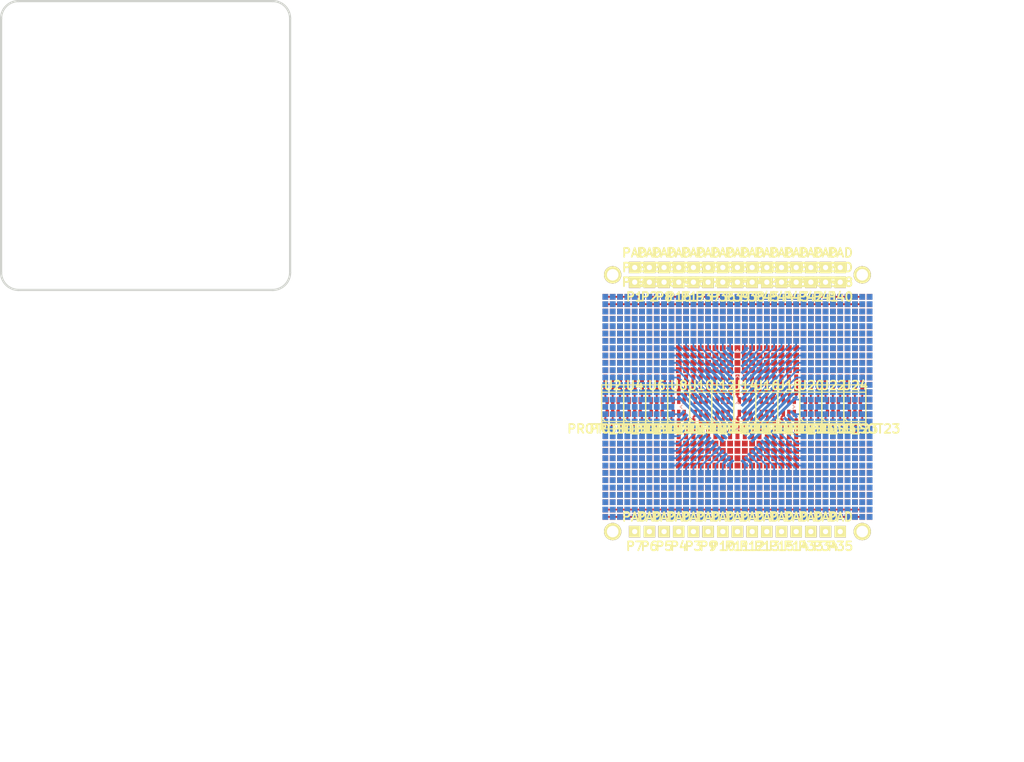
<source format=kicad_pcb>
(kicad_pcb (version 4) (host pcbnew 4.0.4-stable)
  (title_block (date "1 dec 2013"))
  (layers (0 Front signal) (31 Back signal) (34 B.Paste user) (35 F.Paste user) (36 B.SilkS user) (37 F.SilkS user) (38 B.Mask user) (39 F.Mask user) (44 Edge.Cuts user))
  (net 0 "")
  (net 1 N-000001)
  (net 2 N-0000010)
  (net 3 N-00000100)
  (net 4 N-000001000)
  (net 5 N-000001001)
  (net 6 N-000001002)
  (net 7 N-000001003)
  (net 8 N-000001004)
  (net 9 N-000001005)
  (net 10 N-000001006)
  (net 11 N-000001007)
  (net 12 N-000001008)
  (net 13 N-000001009)
  (net 14 N-00000101)
  (net 15 N-000001010)
  (net 16 N-000001011)
  (net 17 N-000001012)
  (net 18 N-000001013)
  (net 19 N-000001014)
  (net 20 N-000001015)
  (net 21 N-000001016)
  (net 22 N-000001017)
  (net 23 N-000001018)
  (net 24 N-000001019)
  (net 25 N-00000102)
  (net 26 N-000001020)
  (net 27 N-000001021)
  (net 28 N-000001022)
  (net 29 N-000001023)
  (net 30 N-000001024)
  (net 31 N-000001025)
  (net 32 N-000001026)
  (net 33 N-000001027)
  (net 34 N-000001028)
  (net 35 N-000001029)
  (net 36 N-00000103)
  (net 37 N-000001030)
  (net 38 N-000001031)
  (net 39 N-000001032)
  (net 40 N-000001033)
  (net 41 N-000001034)
  (net 42 N-000001035)
  (net 43 N-000001036)
  (net 44 N-000001037)
  (net 45 N-000001038)
  (net 46 N-000001039)
  (net 47 N-00000104)
  (net 48 N-000001040)
  (net 49 N-000001041)
  (net 50 N-000001042)
  (net 51 N-000001043)
  (net 52 N-000001044)
  (net 53 N-000001045)
  (net 54 N-000001046)
  (net 55 N-000001047)
  (net 56 N-000001048)
  (net 57 N-000001049)
  (net 58 N-00000105)
  (net 59 N-000001050)
  (net 60 N-000001051)
  (net 61 N-000001052)
  (net 62 N-000001053)
  (net 63 N-000001054)
  (net 64 N-000001055)
  (net 65 N-000001056)
  (net 66 N-000001057)
  (net 67 N-000001058)
  (net 68 N-000001059)
  (net 69 N-00000106)
  (net 70 N-000001060)
  (net 71 N-000001061)
  (net 72 N-000001062)
  (net 73 N-000001063)
  (net 74 N-000001064)
  (net 75 N-000001065)
  (net 76 N-000001066)
  (net 77 N-000001067)
  (net 78 N-000001068)
  (net 79 N-000001069)
  (net 80 N-00000107)
  (net 81 N-000001070)
  (net 82 N-000001071)
  (net 83 N-000001072)
  (net 84 N-000001073)
  (net 85 N-000001074)
  (net 86 N-000001075)
  (net 87 N-000001076)
  (net 88 N-000001077)
  (net 89 N-000001078)
  (net 90 N-000001079)
  (net 91 N-00000108)
  (net 92 N-000001080)
  (net 93 N-000001081)
  (net 94 N-000001082)
  (net 95 N-000001083)
  (net 96 N-000001084)
  (net 97 N-000001085)
  (net 98 N-000001086)
  (net 99 N-000001087)
  (net 100 N-000001088)
  (net 101 N-000001089)
  (net 102 N-00000109)
  (net 103 N-000001090)
  (net 104 N-000001091)
  (net 105 N-000001092)
  (net 106 N-000001093)
  (net 107 N-000001094)
  (net 108 N-000001095)
  (net 109 N-000001096)
  (net 110 N-000001097)
  (net 111 N-000001098)
  (net 112 N-000001099)
  (net 113 N-0000011)
  (net 114 N-00000110)
  (net 115 N-000001100)
  (net 116 N-000001101)
  (net 117 N-000001102)
  (net 118 N-000001103)
  (net 119 N-000001104)
  (net 120 N-000001105)
  (net 121 N-000001106)
  (net 122 N-000001107)
  (net 123 N-000001108)
  (net 124 N-000001109)
  (net 125 N-00000111)
  (net 126 N-000001110)
  (net 127 N-000001111)
  (net 128 N-000001112)
  (net 129 N-000001113)
  (net 130 N-000001114)
  (net 131 N-000001115)
  (net 132 N-000001116)
  (net 133 N-000001117)
  (net 134 N-000001118)
  (net 135 N-000001119)
  (net 136 N-00000112)
  (net 137 N-000001120)
  (net 138 N-000001121)
  (net 139 N-000001122)
  (net 140 N-000001123)
  (net 141 N-000001124)
  (net 142 N-000001125)
  (net 143 N-000001126)
  (net 144 N-000001127)
  (net 145 N-000001128)
  (net 146 N-000001129)
  (net 147 N-00000113)
  (net 148 N-000001130)
  (net 149 N-000001131)
  (net 150 N-000001132)
  (net 151 N-000001133)
  (net 152 N-000001134)
  (net 153 N-000001135)
  (net 154 N-000001136)
  (net 155 N-000001137)
  (net 156 N-000001138)
  (net 157 N-000001139)
  (net 158 N-00000114)
  (net 159 N-000001140)
  (net 160 N-000001141)
  (net 161 N-000001142)
  (net 162 N-000001143)
  (net 163 N-000001144)
  (net 164 N-000001145)
  (net 165 N-000001146)
  (net 166 N-000001147)
  (net 167 N-000001148)
  (net 168 N-000001149)
  (net 169 N-00000115)
  (net 170 N-000001150)
  (net 171 N-000001151)
  (net 172 N-000001152)
  (net 173 N-000001153)
  (net 174 N-000001154)
  (net 175 N-000001155)
  (net 176 N-000001156)
  (net 177 N-000001157)
  (net 178 N-000001158)
  (net 179 N-000001159)
  (net 180 N-00000116)
  (net 181 N-000001160)
  (net 182 N-000001161)
  (net 183 N-000001162)
  (net 184 N-000001163)
  (net 185 N-000001164)
  (net 186 N-000001165)
  (net 187 N-000001166)
  (net 188 N-000001167)
  (net 189 N-000001168)
  (net 190 N-000001169)
  (net 191 N-00000117)
  (net 192 N-000001170)
  (net 193 N-000001171)
  (net 194 N-000001172)
  (net 195 N-000001173)
  (net 196 N-000001174)
  (net 197 N-000001175)
  (net 198 N-000001176)
  (net 199 N-000001177)
  (net 200 N-000001178)
  (net 201 N-000001179)
  (net 202 N-00000118)
  (net 203 N-000001180)
  (net 204 N-000001181)
  (net 205 N-000001182)
  (net 206 N-000001183)
  (net 207 N-000001184)
  (net 208 N-000001185)
  (net 209 N-000001186)
  (net 210 N-000001187)
  (net 211 N-000001188)
  (net 212 N-000001189)
  (net 213 N-00000119)
  (net 214 N-000001190)
  (net 215 N-000001191)
  (net 216 N-000001192)
  (net 217 N-000001193)
  (net 218 N-000001194)
  (net 219 N-000001195)
  (net 220 N-000001196)
  (net 221 N-000001197)
  (net 222 N-000001198)
  (net 223 N-000001199)
  (net 224 N-0000012)
  (net 225 N-00000120)
  (net 226 N-000001200)
  (net 227 N-000001201)
  (net 228 N-000001202)
  (net 229 N-000001203)
  (net 230 N-000001204)
  (net 231 N-000001205)
  (net 232 N-000001206)
  (net 233 N-000001207)
  (net 234 N-000001208)
  (net 235 N-000001209)
  (net 236 N-00000121)
  (net 237 N-000001210)
  (net 238 N-000001211)
  (net 239 N-000001212)
  (net 240 N-000001213)
  (net 241 N-000001214)
  (net 242 N-000001215)
  (net 243 N-000001216)
  (net 244 N-000001217)
  (net 245 N-000001218)
  (net 246 N-000001219)
  (net 247 N-00000122)
  (net 248 N-000001220)
  (net 249 N-000001221)
  (net 250 N-000001222)
  (net 251 N-000001223)
  (net 252 N-000001224)
  (net 253 N-000001225)
  (net 254 N-000001226)
  (net 255 N-000001227)
  (net 256 N-000001228)
  (net 257 N-000001229)
  (net 258 N-00000123)
  (net 259 N-000001230)
  (net 260 N-000001231)
  (net 261 N-000001232)
  (net 262 N-000001233)
  (net 263 N-000001234)
  (net 264 N-000001235)
  (net 265 N-000001236)
  (net 266 N-000001237)
  (net 267 N-000001238)
  (net 268 N-000001239)
  (net 269 N-00000124)
  (net 270 N-000001240)
  (net 271 N-000001241)
  (net 272 N-000001242)
  (net 273 N-000001243)
  (net 274 N-000001244)
  (net 275 N-000001245)
  (net 276 N-000001246)
  (net 277 N-000001247)
  (net 278 N-000001248)
  (net 279 N-000001249)
  (net 280 N-00000125)
  (net 281 N-000001250)
  (net 282 N-000001251)
  (net 283 N-000001252)
  (net 284 N-000001253)
  (net 285 N-000001254)
  (net 286 N-000001255)
  (net 287 N-000001256)
  (net 288 N-000001257)
  (net 289 N-000001258)
  (net 290 N-000001259)
  (net 291 N-00000126)
  (net 292 N-000001260)
  (net 293 N-000001261)
  (net 294 N-000001262)
  (net 295 N-000001263)
  (net 296 N-000001264)
  (net 297 N-000001265)
  (net 298 N-000001266)
  (net 299 N-000001267)
  (net 300 N-000001268)
  (net 301 N-000001269)
  (net 302 N-00000127)
  (net 303 N-000001270)
  (net 304 N-000001271)
  (net 305 N-000001272)
  (net 306 N-000001273)
  (net 307 N-000001274)
  (net 308 N-000001275)
  (net 309 N-000001276)
  (net 310 N-000001277)
  (net 311 N-000001278)
  (net 312 N-000001279)
  (net 313 N-00000128)
  (net 314 N-000001280)
  (net 315 N-000001281)
  (net 316 N-000001282)
  (net 317 N-000001283)
  (net 318 N-000001284)
  (net 319 N-000001285)
  (net 320 N-000001286)
  (net 321 N-000001287)
  (net 322 N-000001288)
  (net 323 N-000001289)
  (net 324 N-00000129)
  (net 325 N-000001290)
  (net 326 N-000001291)
  (net 327 N-000001292)
  (net 328 N-000001293)
  (net 329 N-000001294)
  (net 330 N-000001295)
  (net 331 N-000001296)
  (net 332 N-000001297)
  (net 333 N-000001298)
  (net 334 N-000001299)
  (net 335 N-0000013)
  (net 336 N-00000130)
  (net 337 N-000001300)
  (net 338 N-000001301)
  (net 339 N-000001302)
  (net 340 N-000001303)
  (net 341 N-000001304)
  (net 342 N-000001305)
  (net 343 N-000001306)
  (net 344 N-000001307)
  (net 345 N-000001308)
  (net 346 N-000001309)
  (net 347 N-00000131)
  (net 348 N-000001310)
  (net 349 N-000001311)
  (net 350 N-000001312)
  (net 351 N-000001313)
  (net 352 N-000001314)
  (net 353 N-000001315)
  (net 354 N-000001316)
  (net 355 N-000001317)
  (net 356 N-000001318)
  (net 357 N-000001319)
  (net 358 N-00000132)
  (net 359 N-000001320)
  (net 360 N-000001321)
  (net 361 N-000001322)
  (net 362 N-000001323)
  (net 363 N-000001324)
  (net 364 N-000001325)
  (net 365 N-000001326)
  (net 366 N-000001327)
  (net 367 N-000001328)
  (net 368 N-000001329)
  (net 369 N-00000133)
  (net 370 N-000001330)
  (net 371 N-000001331)
  (net 372 N-000001332)
  (net 373 N-000001333)
  (net 374 N-000001334)
  (net 375 N-000001335)
  (net 376 N-000001336)
  (net 377 N-000001337)
  (net 378 N-000001338)
  (net 379 N-000001339)
  (net 380 N-00000134)
  (net 381 N-000001340)
  (net 382 N-000001341)
  (net 383 N-000001342)
  (net 384 N-000001343)
  (net 385 N-000001344)
  (net 386 N-000001345)
  (net 387 N-000001346)
  (net 388 N-000001347)
  (net 389 N-000001348)
  (net 390 N-000001349)
  (net 391 N-00000135)
  (net 392 N-000001350)
  (net 393 N-000001351)
  (net 394 N-000001352)
  (net 395 N-000001353)
  (net 396 N-000001354)
  (net 397 N-000001355)
  (net 398 N-000001356)
  (net 399 N-000001357)
  (net 400 N-000001358)
  (net 401 N-000001359)
  (net 402 N-00000136)
  (net 403 N-000001360)
  (net 404 N-000001361)
  (net 405 N-000001362)
  (net 406 N-000001363)
  (net 407 N-000001364)
  (net 408 N-000001365)
  (net 409 N-000001366)
  (net 410 N-000001367)
  (net 411 N-000001368)
  (net 412 N-000001369)
  (net 413 N-00000137)
  (net 414 N-000001370)
  (net 415 N-000001371)
  (net 416 N-000001372)
  (net 417 N-000001373)
  (net 418 N-000001374)
  (net 419 N-000001375)
  (net 420 N-000001376)
  (net 421 N-000001377)
  (net 422 N-000001378)
  (net 423 N-000001379)
  (net 424 N-00000138)
  (net 425 N-000001380)
  (net 426 N-000001381)
  (net 427 N-000001382)
  (net 428 N-000001383)
  (net 429 N-000001384)
  (net 430 N-000001385)
  (net 431 N-000001386)
  (net 432 N-000001387)
  (net 433 N-000001388)
  (net 434 N-000001389)
  (net 435 N-00000139)
  (net 436 N-000001390)
  (net 437 N-000001391)
  (net 438 N-000001392)
  (net 439 N-000001393)
  (net 440 N-000001394)
  (net 441 N-000001395)
  (net 442 N-000001396)
  (net 443 N-000001397)
  (net 444 N-000001398)
  (net 445 N-000001399)
  (net 446 N-0000014)
  (net 447 N-00000140)
  (net 448 N-000001400)
  (net 449 N-000001401)
  (net 450 N-000001402)
  (net 451 N-000001403)
  (net 452 N-000001404)
  (net 453 N-000001405)
  (net 454 N-000001406)
  (net 455 N-000001407)
  (net 456 N-000001408)
  (net 457 N-000001409)
  (net 458 N-00000141)
  (net 459 N-000001410)
  (net 460 N-000001411)
  (net 461 N-000001412)
  (net 462 N-000001413)
  (net 463 N-000001414)
  (net 464 N-000001415)
  (net 465 N-000001416)
  (net 466 N-000001417)
  (net 467 N-000001418)
  (net 468 N-000001419)
  (net 469 N-00000142)
  (net 470 N-000001420)
  (net 471 N-000001421)
  (net 472 N-000001422)
  (net 473 N-000001423)
  (net 474 N-000001424)
  (net 475 N-000001425)
  (net 476 N-000001426)
  (net 477 N-000001427)
  (net 478 N-000001428)
  (net 479 N-000001429)
  (net 480 N-00000143)
  (net 481 N-000001430)
  (net 482 N-000001431)
  (net 483 N-000001432)
  (net 484 N-000001433)
  (net 485 N-000001434)
  (net 486 N-000001435)
  (net 487 N-000001436)
  (net 488 N-000001437)
  (net 489 N-000001438)
  (net 490 N-000001439)
  (net 491 N-00000144)
  (net 492 N-000001440)
  (net 493 N-000001441)
  (net 494 N-000001442)
  (net 495 N-000001443)
  (net 496 N-000001444)
  (net 497 N-000001445)
  (net 498 N-000001446)
  (net 499 N-000001447)
  (net 500 N-000001448)
  (net 501 N-000001449)
  (net 502 N-00000145)
  (net 503 N-000001450)
  (net 504 N-000001451)
  (net 505 N-000001452)
  (net 506 N-000001453)
  (net 507 N-000001454)
  (net 508 N-000001455)
  (net 509 N-000001456)
  (net 510 N-000001457)
  (net 511 N-000001458)
  (net 512 N-000001459)
  (net 513 N-00000146)
  (net 514 N-000001460)
  (net 515 N-000001461)
  (net 516 N-000001462)
  (net 517 N-000001463)
  (net 518 N-000001464)
  (net 519 N-000001465)
  (net 520 N-000001466)
  (net 521 N-000001467)
  (net 522 N-000001468)
  (net 523 N-000001469)
  (net 524 N-00000147)
  (net 525 N-000001470)
  (net 526 N-000001471)
  (net 527 N-000001472)
  (net 528 N-000001473)
  (net 529 N-000001474)
  (net 530 N-000001475)
  (net 531 N-000001476)
  (net 532 N-000001477)
  (net 533 N-000001478)
  (net 534 N-000001479)
  (net 535 N-00000148)
  (net 536 N-000001480)
  (net 537 N-000001481)
  (net 538 N-000001482)
  (net 539 N-000001483)
  (net 540 N-000001484)
  (net 541 N-000001485)
  (net 542 N-000001486)
  (net 543 N-000001487)
  (net 544 N-000001488)
  (net 545 N-000001489)
  (net 546 N-00000149)
  (net 547 N-000001490)
  (net 548 N-000001491)
  (net 549 N-000001492)
  (net 550 N-000001493)
  (net 551 N-000001494)
  (net 552 N-000001495)
  (net 553 N-000001496)
  (net 554 N-000001497)
  (net 555 N-000001498)
  (net 556 N-000001499)
  (net 557 N-0000015)
  (net 558 N-00000150)
  (net 559 N-000001500)
  (net 560 N-000001501)
  (net 561 N-000001502)
  (net 562 N-000001503)
  (net 563 N-000001504)
  (net 564 N-000001505)
  (net 565 N-000001506)
  (net 566 N-000001507)
  (net 567 N-000001508)
  (net 568 N-000001509)
  (net 569 N-00000151)
  (net 570 N-000001510)
  (net 571 N-000001511)
  (net 572 N-000001512)
  (net 573 N-000001513)
  (net 574 N-000001514)
  (net 575 N-000001515)
  (net 576 N-000001516)
  (net 577 N-000001517)
  (net 578 N-000001518)
  (net 579 N-000001519)
  (net 580 N-00000152)
  (net 581 N-000001520)
  (net 582 N-000001521)
  (net 583 N-000001522)
  (net 584 N-000001523)
  (net 585 N-000001524)
  (net 586 N-000001525)
  (net 587 N-000001526)
  (net 588 N-000001527)
  (net 589 N-000001528)
  (net 590 N-000001529)
  (net 591 N-00000153)
  (net 592 N-000001530)
  (net 593 N-000001531)
  (net 594 N-000001532)
  (net 595 N-000001533)
  (net 596 N-000001534)
  (net 597 N-000001535)
  (net 598 N-000001536)
  (net 599 N-000001537)
  (net 600 N-000001538)
  (net 601 N-000001539)
  (net 602 N-00000154)
  (net 603 N-000001540)
  (net 604 N-000001541)
  (net 605 N-000001542)
  (net 606 N-000001543)
  (net 607 N-000001544)
  (net 608 N-000001545)
  (net 609 N-000001546)
  (net 610 N-000001547)
  (net 611 N-000001548)
  (net 612 N-000001549)
  (net 613 N-00000155)
  (net 614 N-000001550)
  (net 615 N-000001551)
  (net 616 N-000001552)
  (net 617 N-000001553)
  (net 618 N-000001554)
  (net 619 N-000001555)
  (net 620 N-000001556)
  (net 621 N-000001557)
  (net 622 N-000001558)
  (net 623 N-000001559)
  (net 624 N-00000156)
  (net 625 N-000001560)
  (net 626 N-000001561)
  (net 627 N-000001562)
  (net 628 N-000001563)
  (net 629 N-000001564)
  (net 630 N-000001565)
  (net 631 N-000001566)
  (net 632 N-000001567)
  (net 633 N-000001568)
  (net 634 N-000001569)
  (net 635 N-00000157)
  (net 636 N-000001570)
  (net 637 N-000001571)
  (net 638 N-000001572)
  (net 639 N-000001573)
  (net 640 N-000001574)
  (net 641 N-000001575)
  (net 642 N-000001576)
  (net 643 N-000001577)
  (net 644 N-000001578)
  (net 645 N-000001579)
  (net 646 N-00000158)
  (net 647 N-000001580)
  (net 648 N-000001581)
  (net 649 N-000001582)
  (net 650 N-000001583)
  (net 651 N-000001584)
  (net 652 N-000001585)
  (net 653 N-000001586)
  (net 654 N-000001587)
  (net 655 N-000001588)
  (net 656 N-000001589)
  (net 657 N-00000159)
  (net 658 N-000001590)
  (net 659 N-000001591)
  (net 660 N-000001592)
  (net 661 N-000001593)
  (net 662 N-000001594)
  (net 663 N-000001595)
  (net 664 N-000001596)
  (net 665 N-000001597)
  (net 666 N-000001598)
  (net 667 N-000001599)
  (net 668 N-0000016)
  (net 669 N-00000160)
  (net 670 N-000001600)
  (net 671 N-000001601)
  (net 672 N-000001602)
  (net 673 N-000001603)
  (net 674 N-000001604)
  (net 675 N-000001605)
  (net 676 N-000001606)
  (net 677 N-000001607)
  (net 678 N-000001608)
  (net 679 N-000001609)
  (net 680 N-00000161)
  (net 681 N-000001610)
  (net 682 N-000001611)
  (net 683 N-000001612)
  (net 684 N-000001613)
  (net 685 N-000001614)
  (net 686 N-000001615)
  (net 687 N-000001616)
  (net 688 N-000001617)
  (net 689 N-000001618)
  (net 690 N-000001619)
  (net 691 N-00000162)
  (net 692 N-000001620)
  (net 693 N-000001621)
  (net 694 N-000001622)
  (net 695 N-000001623)
  (net 696 N-000001624)
  (net 697 N-000001625)
  (net 698 N-000001626)
  (net 699 N-000001627)
  (net 700 N-000001628)
  (net 701 N-000001629)
  (net 702 N-00000163)
  (net 703 N-000001630)
  (net 704 N-000001631)
  (net 705 N-000001632)
  (net 706 N-000001633)
  (net 707 N-000001634)
  (net 708 N-000001635)
  (net 709 N-000001636)
  (net 710 N-000001637)
  (net 711 N-000001638)
  (net 712 N-000001639)
  (net 713 N-00000164)
  (net 714 N-000001640)
  (net 715 N-000001641)
  (net 716 N-000001642)
  (net 717 N-000001643)
  (net 718 N-000001644)
  (net 719 N-000001645)
  (net 720 N-000001646)
  (net 721 N-000001647)
  (net 722 N-000001648)
  (net 723 N-000001649)
  (net 724 N-00000165)
  (net 725 N-000001650)
  (net 726 N-000001651)
  (net 727 N-000001652)
  (net 728 N-000001653)
  (net 729 N-000001654)
  (net 730 N-000001655)
  (net 731 N-000001656)
  (net 732 N-000001657)
  (net 733 N-000001658)
  (net 734 N-000001659)
  (net 735 N-00000166)
  (net 736 N-000001660)
  (net 737 N-000001661)
  (net 738 N-000001662)
  (net 739 N-00000167)
  (net 740 N-00000168)
  (net 741 N-00000169)
  (net 742 N-0000017)
  (net 743 N-00000170)
  (net 744 N-00000171)
  (net 745 N-00000172)
  (net 746 N-00000173)
  (net 747 N-00000174)
  (net 748 N-00000175)
  (net 749 N-00000176)
  (net 750 N-00000177)
  (net 751 N-00000178)
  (net 752 N-00000179)
  (net 753 N-0000018)
  (net 754 N-00000180)
  (net 755 N-00000181)
  (net 756 N-00000182)
  (net 757 N-00000183)
  (net 758 N-00000184)
  (net 759 N-00000185)
  (net 760 N-00000186)
  (net 761 N-00000187)
  (net 762 N-00000188)
  (net 763 N-00000189)
  (net 764 N-0000019)
  (net 765 N-00000190)
  (net 766 N-00000191)
  (net 767 N-00000192)
  (net 768 N-00000193)
  (net 769 N-00000194)
  (net 770 N-00000195)
  (net 771 N-00000196)
  (net 772 N-00000197)
  (net 773 N-00000198)
  (net 774 N-00000199)
  (net 775 N-000002)
  (net 776 N-0000020)
  (net 777 N-00000200)
  (net 778 N-00000201)
  (net 779 N-00000202)
  (net 780 N-00000203)
  (net 781 N-00000204)
  (net 782 N-00000205)
  (net 783 N-00000206)
  (net 784 N-00000207)
  (net 785 N-00000208)
  (net 786 N-00000209)
  (net 787 N-0000021)
  (net 788 N-00000210)
  (net 789 N-00000211)
  (net 790 N-00000212)
  (net 791 N-00000213)
  (net 792 N-00000214)
  (net 793 N-00000215)
  (net 794 N-00000216)
  (net 795 N-00000217)
  (net 796 N-00000218)
  (net 797 N-00000219)
  (net 798 N-0000022)
  (net 799 N-00000220)
  (net 800 N-00000221)
  (net 801 N-00000222)
  (net 802 N-00000223)
  (net 803 N-00000224)
  (net 804 N-00000225)
  (net 805 N-00000226)
  (net 806 N-00000227)
  (net 807 N-00000228)
  (net 808 N-00000229)
  (net 809 N-0000023)
  (net 810 N-00000230)
  (net 811 N-00000231)
  (net 812 N-00000232)
  (net 813 N-00000233)
  (net 814 N-00000234)
  (net 815 N-00000235)
  (net 816 N-00000236)
  (net 817 N-00000237)
  (net 818 N-00000238)
  (net 819 N-00000239)
  (net 820 N-0000024)
  (net 821 N-00000240)
  (net 822 N-00000241)
  (net 823 N-00000242)
  (net 824 N-00000243)
  (net 825 N-00000244)
  (net 826 N-00000245)
  (net 827 N-00000246)
  (net 828 N-00000247)
  (net 829 N-00000248)
  (net 830 N-00000249)
  (net 831 N-0000025)
  (net 832 N-00000250)
  (net 833 N-00000251)
  (net 834 N-00000252)
  (net 835 N-00000253)
  (net 836 N-00000254)
  (net 837 N-00000255)
  (net 838 N-00000256)
  (net 839 N-00000257)
  (net 840 N-00000258)
  (net 841 N-00000259)
  (net 842 N-0000026)
  (net 843 N-00000260)
  (net 844 N-00000261)
  (net 845 N-00000262)
  (net 846 N-00000263)
  (net 847 N-00000264)
  (net 848 N-00000265)
  (net 849 N-00000266)
  (net 850 N-00000267)
  (net 851 N-00000268)
  (net 852 N-00000269)
  (net 853 N-0000027)
  (net 854 N-00000270)
  (net 855 N-00000271)
  (net 856 N-00000272)
  (net 857 N-00000273)
  (net 858 N-00000274)
  (net 859 N-00000275)
  (net 860 N-00000276)
  (net 861 N-00000277)
  (net 862 N-00000278)
  (net 863 N-00000279)
  (net 864 N-0000028)
  (net 865 N-00000280)
  (net 866 N-00000281)
  (net 867 N-00000282)
  (net 868 N-00000283)
  (net 869 N-00000284)
  (net 870 N-00000285)
  (net 871 N-00000286)
  (net 872 N-00000287)
  (net 873 N-00000288)
  (net 874 N-00000289)
  (net 875 N-0000029)
  (net 876 N-00000290)
  (net 877 N-00000291)
  (net 878 N-00000292)
  (net 879 N-00000293)
  (net 880 N-00000294)
  (net 881 N-00000295)
  (net 882 N-00000296)
  (net 883 N-00000297)
  (net 884 N-00000298)
  (net 885 N-00000299)
  (net 886 N-000003)
  (net 887 N-0000030)
  (net 888 N-00000300)
  (net 889 N-00000301)
  (net 890 N-00000302)
  (net 891 N-00000303)
  (net 892 N-00000304)
  (net 893 N-00000305)
  (net 894 N-00000306)
  (net 895 N-00000307)
  (net 896 N-00000308)
  (net 897 N-00000309)
  (net 898 N-0000031)
  (net 899 N-00000310)
  (net 900 N-00000311)
  (net 901 N-00000312)
  (net 902 N-00000313)
  (net 903 N-00000314)
  (net 904 N-00000315)
  (net 905 N-00000316)
  (net 906 N-00000317)
  (net 907 N-00000318)
  (net 908 N-00000319)
  (net 909 N-0000032)
  (net 910 N-00000320)
  (net 911 N-00000321)
  (net 912 N-00000322)
  (net 913 N-00000323)
  (net 914 N-00000324)
  (net 915 N-00000325)
  (net 916 N-00000326)
  (net 917 N-00000327)
  (net 918 N-00000328)
  (net 919 N-00000329)
  (net 920 N-0000033)
  (net 921 N-00000330)
  (net 922 N-00000331)
  (net 923 N-00000332)
  (net 924 N-00000333)
  (net 925 N-00000334)
  (net 926 N-00000335)
  (net 927 N-00000336)
  (net 928 N-00000337)
  (net 929 N-00000338)
  (net 930 N-00000339)
  (net 931 N-0000034)
  (net 932 N-00000340)
  (net 933 N-00000341)
  (net 934 N-00000342)
  (net 935 N-00000343)
  (net 936 N-00000344)
  (net 937 N-00000345)
  (net 938 N-00000346)
  (net 939 N-00000347)
  (net 940 N-00000348)
  (net 941 N-00000349)
  (net 942 N-0000035)
  (net 943 N-00000350)
  (net 944 N-00000351)
  (net 945 N-00000352)
  (net 946 N-00000353)
  (net 947 N-00000354)
  (net 948 N-00000355)
  (net 949 N-00000356)
  (net 950 N-00000357)
  (net 951 N-00000358)
  (net 952 N-00000359)
  (net 953 N-0000036)
  (net 954 N-00000360)
  (net 955 N-00000361)
  (net 956 N-00000362)
  (net 957 N-00000363)
  (net 958 N-00000364)
  (net 959 N-00000365)
  (net 960 N-00000366)
  (net 961 N-00000367)
  (net 962 N-00000368)
  (net 963 N-00000369)
  (net 964 N-0000037)
  (net 965 N-00000370)
  (net 966 N-00000371)
  (net 967 N-00000372)
  (net 968 N-00000373)
  (net 969 N-00000374)
  (net 970 N-00000375)
  (net 971 N-00000376)
  (net 972 N-00000377)
  (net 973 N-00000378)
  (net 974 N-00000379)
  (net 975 N-0000038)
  (net 976 N-00000380)
  (net 977 N-00000381)
  (net 978 N-00000382)
  (net 979 N-00000383)
  (net 980 N-00000384)
  (net 981 N-00000385)
  (net 982 N-00000386)
  (net 983 N-00000387)
  (net 984 N-00000388)
  (net 985 N-00000389)
  (net 986 N-0000039)
  (net 987 N-00000390)
  (net 988 N-00000391)
  (net 989 N-00000392)
  (net 990 N-00000393)
  (net 991 N-00000394)
  (net 992 N-00000395)
  (net 993 N-00000396)
  (net 994 N-00000397)
  (net 995 N-00000398)
  (net 996 N-00000399)
  (net 997 N-000004)
  (net 998 N-0000040)
  (net 999 N-00000400)
  (net 1000 N-00000401)
  (net 1001 N-00000402)
  (net 1002 N-00000403)
  (net 1003 N-00000404)
  (net 1004 N-00000405)
  (net 1005 N-00000406)
  (net 1006 N-00000407)
  (net 1007 N-00000408)
  (net 1008 N-00000409)
  (net 1009 N-0000041)
  (net 1010 N-00000410)
  (net 1011 N-00000411)
  (net 1012 N-00000412)
  (net 1013 N-00000413)
  (net 1014 N-00000414)
  (net 1015 N-00000415)
  (net 1016 N-00000416)
  (net 1017 N-00000417)
  (net 1018 N-00000418)
  (net 1019 N-00000419)
  (net 1020 N-0000042)
  (net 1021 N-00000420)
  (net 1022 N-00000421)
  (net 1023 N-00000422)
  (net 1024 N-00000423)
  (net 1025 N-00000424)
  (net 1026 N-00000425)
  (net 1027 N-00000426)
  (net 1028 N-00000427)
  (net 1029 N-00000428)
  (net 1030 N-00000429)
  (net 1031 N-0000043)
  (net 1032 N-00000430)
  (net 1033 N-00000431)
  (net 1034 N-00000432)
  (net 1035 N-00000433)
  (net 1036 N-00000434)
  (net 1037 N-00000435)
  (net 1038 N-00000436)
  (net 1039 N-00000437)
  (net 1040 N-00000438)
  (net 1041 N-00000439)
  (net 1042 N-0000044)
  (net 1043 N-00000440)
  (net 1044 N-00000441)
  (net 1045 N-00000442)
  (net 1046 N-00000443)
  (net 1047 N-00000444)
  (net 1048 N-00000445)
  (net 1049 N-00000446)
  (net 1050 N-00000447)
  (net 1051 N-00000448)
  (net 1052 N-00000449)
  (net 1053 N-0000045)
  (net 1054 N-00000450)
  (net 1055 N-00000451)
  (net 1056 N-00000452)
  (net 1057 N-00000453)
  (net 1058 N-00000454)
  (net 1059 N-00000455)
  (net 1060 N-00000456)
  (net 1061 N-00000457)
  (net 1062 N-00000458)
  (net 1063 N-00000459)
  (net 1064 N-0000046)
  (net 1065 N-00000460)
  (net 1066 N-00000461)
  (net 1067 N-00000462)
  (net 1068 N-00000463)
  (net 1069 N-00000464)
  (net 1070 N-00000465)
  (net 1071 N-00000466)
  (net 1072 N-00000467)
  (net 1073 N-00000468)
  (net 1074 N-00000469)
  (net 1075 N-0000047)
  (net 1076 N-00000470)
  (net 1077 N-00000471)
  (net 1078 N-00000472)
  (net 1079 N-00000473)
  (net 1080 N-00000474)
  (net 1081 N-00000475)
  (net 1082 N-00000476)
  (net 1083 N-00000477)
  (net 1084 N-00000478)
  (net 1085 N-00000479)
  (net 1086 N-0000048)
  (net 1087 N-00000480)
  (net 1088 N-00000481)
  (net 1089 N-00000482)
  (net 1090 N-00000483)
  (net 1091 N-00000484)
  (net 1092 N-00000485)
  (net 1093 N-00000486)
  (net 1094 N-00000487)
  (net 1095 N-00000488)
  (net 1096 N-00000489)
  (net 1097 N-0000049)
  (net 1098 N-00000490)
  (net 1099 N-00000491)
  (net 1100 N-00000492)
  (net 1101 N-00000493)
  (net 1102 N-00000494)
  (net 1103 N-00000495)
  (net 1104 N-00000496)
  (net 1105 N-00000497)
  (net 1106 N-00000498)
  (net 1107 N-00000499)
  (net 1108 N-000005)
  (net 1109 N-0000050)
  (net 1110 N-00000500)
  (net 1111 N-00000501)
  (net 1112 N-00000502)
  (net 1113 N-00000503)
  (net 1114 N-00000504)
  (net 1115 N-00000505)
  (net 1116 N-00000506)
  (net 1117 N-00000507)
  (net 1118 N-00000508)
  (net 1119 N-00000509)
  (net 1120 N-0000051)
  (net 1121 N-00000510)
  (net 1122 N-00000511)
  (net 1123 N-00000512)
  (net 1124 N-00000513)
  (net 1125 N-00000514)
  (net 1126 N-00000515)
  (net 1127 N-00000516)
  (net 1128 N-00000517)
  (net 1129 N-00000518)
  (net 1130 N-00000519)
  (net 1131 N-0000052)
  (net 1132 N-00000520)
  (net 1133 N-00000521)
  (net 1134 N-00000522)
  (net 1135 N-00000523)
  (net 1136 N-00000524)
  (net 1137 N-00000525)
  (net 1138 N-00000526)
  (net 1139 N-00000527)
  (net 1140 N-00000528)
  (net 1141 N-00000529)
  (net 1142 N-0000053)
  (net 1143 N-00000530)
  (net 1144 N-00000531)
  (net 1145 N-00000532)
  (net 1146 N-00000533)
  (net 1147 N-00000534)
  (net 1148 N-00000535)
  (net 1149 N-00000536)
  (net 1150 N-00000537)
  (net 1151 N-00000538)
  (net 1152 N-00000539)
  (net 1153 N-0000054)
  (net 1154 N-00000540)
  (net 1155 N-00000541)
  (net 1156 N-00000542)
  (net 1157 N-00000543)
  (net 1158 N-00000544)
  (net 1159 N-00000545)
  (net 1160 N-00000546)
  (net 1161 N-00000547)
  (net 1162 N-00000548)
  (net 1163 N-00000549)
  (net 1164 N-0000055)
  (net 1165 N-00000550)
  (net 1166 N-00000551)
  (net 1167 N-00000552)
  (net 1168 N-00000553)
  (net 1169 N-00000554)
  (net 1170 N-00000555)
  (net 1171 N-00000556)
  (net 1172 N-00000557)
  (net 1173 N-00000558)
  (net 1174 N-00000559)
  (net 1175 N-0000056)
  (net 1176 N-00000560)
  (net 1177 N-00000561)
  (net 1178 N-00000562)
  (net 1179 N-00000563)
  (net 1180 N-00000564)
  (net 1181 N-00000565)
  (net 1182 N-00000566)
  (net 1183 N-00000567)
  (net 1184 N-00000568)
  (net 1185 N-00000569)
  (net 1186 N-0000057)
  (net 1187 N-00000570)
  (net 1188 N-00000571)
  (net 1189 N-00000572)
  (net 1190 N-00000573)
  (net 1191 N-00000574)
  (net 1192 N-00000575)
  (net 1193 N-00000576)
  (net 1194 N-00000577)
  (net 1195 N-00000578)
  (net 1196 N-00000579)
  (net 1197 N-0000058)
  (net 1198 N-00000580)
  (net 1199 N-00000581)
  (net 1200 N-00000582)
  (net 1201 N-00000583)
  (net 1202 N-00000584)
  (net 1203 N-00000585)
  (net 1204 N-00000586)
  (net 1205 N-00000587)
  (net 1206 N-00000588)
  (net 1207 N-00000589)
  (net 1208 N-0000059)
  (net 1209 N-00000590)
  (net 1210 N-00000591)
  (net 1211 N-00000592)
  (net 1212 N-00000593)
  (net 1213 N-00000594)
  (net 1214 N-00000595)
  (net 1215 N-00000596)
  (net 1216 N-00000597)
  (net 1217 N-00000598)
  (net 1218 N-00000599)
  (net 1219 N-000006)
  (net 1220 N-0000060)
  (net 1221 N-00000600)
  (net 1222 N-00000601)
  (net 1223 N-00000602)
  (net 1224 N-00000603)
  (net 1225 N-00000604)
  (net 1226 N-00000605)
  (net 1227 N-00000606)
  (net 1228 N-00000607)
  (net 1229 N-00000608)
  (net 1230 N-00000609)
  (net 1231 N-0000061)
  (net 1232 N-00000610)
  (net 1233 N-00000611)
  (net 1234 N-00000612)
  (net 1235 N-00000613)
  (net 1236 N-00000614)
  (net 1237 N-00000615)
  (net 1238 N-00000616)
  (net 1239 N-00000617)
  (net 1240 N-00000618)
  (net 1241 N-00000619)
  (net 1242 N-0000062)
  (net 1243 N-00000620)
  (net 1244 N-00000621)
  (net 1245 N-00000622)
  (net 1246 N-00000623)
  (net 1247 N-00000624)
  (net 1248 N-00000625)
  (net 1249 N-00000626)
  (net 1250 N-00000627)
  (net 1251 N-00000628)
  (net 1252 N-00000629)
  (net 1253 N-0000063)
  (net 1254 N-00000630)
  (net 1255 N-00000631)
  (net 1256 N-00000632)
  (net 1257 N-00000633)
  (net 1258 N-00000634)
  (net 1259 N-00000635)
  (net 1260 N-00000636)
  (net 1261 N-00000637)
  (net 1262 N-00000638)
  (net 1263 N-00000639)
  (net 1264 N-0000064)
  (net 1265 N-00000640)
  (net 1266 N-00000641)
  (net 1267 N-00000642)
  (net 1268 N-00000643)
  (net 1269 N-00000644)
  (net 1270 N-00000645)
  (net 1271 N-00000646)
  (net 1272 N-00000647)
  (net 1273 N-00000648)
  (net 1274 N-00000649)
  (net 1275 N-0000065)
  (net 1276 N-00000650)
  (net 1277 N-00000651)
  (net 1278 N-00000652)
  (net 1279 N-00000653)
  (net 1280 N-00000654)
  (net 1281 N-00000655)
  (net 1282 N-00000656)
  (net 1283 N-00000657)
  (net 1284 N-00000658)
  (net 1285 N-00000659)
  (net 1286 N-0000066)
  (net 1287 N-00000660)
  (net 1288 N-00000661)
  (net 1289 N-00000662)
  (net 1290 N-00000663)
  (net 1291 N-00000664)
  (net 1292 N-00000665)
  (net 1293 N-00000666)
  (net 1294 N-00000667)
  (net 1295 N-00000668)
  (net 1296 N-00000669)
  (net 1297 N-0000067)
  (net 1298 N-00000670)
  (net 1299 N-00000671)
  (net 1300 N-00000672)
  (net 1301 N-00000673)
  (net 1302 N-00000674)
  (net 1303 N-00000675)
  (net 1304 N-00000676)
  (net 1305 N-00000677)
  (net 1306 N-00000678)
  (net 1307 N-00000679)
  (net 1308 N-0000068)
  (net 1309 N-00000680)
  (net 1310 N-00000681)
  (net 1311 N-00000682)
  (net 1312 N-00000683)
  (net 1313 N-00000684)
  (net 1314 N-00000685)
  (net 1315 N-00000686)
  (net 1316 N-00000687)
  (net 1317 N-00000688)
  (net 1318 N-00000689)
  (net 1319 N-0000069)
  (net 1320 N-00000690)
  (net 1321 N-00000691)
  (net 1322 N-00000692)
  (net 1323 N-00000693)
  (net 1324 N-00000694)
  (net 1325 N-00000695)
  (net 1326 N-00000696)
  (net 1327 N-00000697)
  (net 1328 N-00000698)
  (net 1329 N-00000699)
  (net 1330 N-000007)
  (net 1331 N-0000070)
  (net 1332 N-00000700)
  (net 1333 N-00000701)
  (net 1334 N-00000702)
  (net 1335 N-00000703)
  (net 1336 N-00000704)
  (net 1337 N-00000705)
  (net 1338 N-00000706)
  (net 1339 N-00000707)
  (net 1340 N-00000708)
  (net 1341 N-00000709)
  (net 1342 N-0000071)
  (net 1343 N-00000710)
  (net 1344 N-00000711)
  (net 1345 N-00000712)
  (net 1346 N-00000713)
  (net 1347 N-00000714)
  (net 1348 N-00000715)
  (net 1349 N-00000716)
  (net 1350 N-00000717)
  (net 1351 N-00000718)
  (net 1352 N-00000719)
  (net 1353 N-0000072)
  (net 1354 N-00000720)
  (net 1355 N-00000721)
  (net 1356 N-00000722)
  (net 1357 N-00000723)
  (net 1358 N-00000724)
  (net 1359 N-00000725)
  (net 1360 N-00000726)
  (net 1361 N-00000727)
  (net 1362 N-00000728)
  (net 1363 N-00000729)
  (net 1364 N-0000073)
  (net 1365 N-00000730)
  (net 1366 N-00000731)
  (net 1367 N-00000732)
  (net 1368 N-00000733)
  (net 1369 N-00000734)
  (net 1370 N-00000735)
  (net 1371 N-00000736)
  (net 1372 N-00000737)
  (net 1373 N-00000738)
  (net 1374 N-00000739)
  (net 1375 N-0000074)
  (net 1376 N-00000740)
  (net 1377 N-00000741)
  (net 1378 N-00000742)
  (net 1379 N-00000743)
  (net 1380 N-00000744)
  (net 1381 N-00000745)
  (net 1382 N-00000746)
  (net 1383 N-00000747)
  (net 1384 N-00000748)
  (net 1385 N-00000749)
  (net 1386 N-0000075)
  (net 1387 N-00000750)
  (net 1388 N-00000751)
  (net 1389 N-00000752)
  (net 1390 N-00000753)
  (net 1391 N-00000754)
  (net 1392 N-00000755)
  (net 1393 N-00000756)
  (net 1394 N-00000757)
  (net 1395 N-00000758)
  (net 1396 N-00000759)
  (net 1397 N-0000076)
  (net 1398 N-00000760)
  (net 1399 N-00000761)
  (net 1400 N-00000762)
  (net 1401 N-00000763)
  (net 1402 N-00000764)
  (net 1403 N-00000765)
  (net 1404 N-00000766)
  (net 1405 N-00000767)
  (net 1406 N-00000768)
  (net 1407 N-00000769)
  (net 1408 N-0000077)
  (net 1409 N-00000770)
  (net 1410 N-00000771)
  (net 1411 N-00000772)
  (net 1412 N-00000773)
  (net 1413 N-00000774)
  (net 1414 N-00000775)
  (net 1415 N-00000776)
  (net 1416 N-00000777)
  (net 1417 N-00000778)
  (net 1418 N-00000779)
  (net 1419 N-0000078)
  (net 1420 N-00000780)
  (net 1421 N-00000781)
  (net 1422 N-00000782)
  (net 1423 N-00000783)
  (net 1424 N-00000784)
  (net 1425 N-00000785)
  (net 1426 N-00000786)
  (net 1427 N-00000787)
  (net 1428 N-00000788)
  (net 1429 N-00000789)
  (net 1430 N-0000079)
  (net 1431 N-00000790)
  (net 1432 N-00000791)
  (net 1433 N-00000792)
  (net 1434 N-00000793)
  (net 1435 N-00000794)
  (net 1436 N-00000795)
  (net 1437 N-00000796)
  (net 1438 N-00000797)
  (net 1439 N-00000798)
  (net 1440 N-00000799)
  (net 1441 N-000008)
  (net 1442 N-0000080)
  (net 1443 N-00000800)
  (net 1444 N-00000801)
  (net 1445 N-00000802)
  (net 1446 N-00000803)
  (net 1447 N-00000804)
  (net 1448 N-00000805)
  (net 1449 N-00000806)
  (net 1450 N-00000807)
  (net 1451 N-00000808)
  (net 1452 N-00000809)
  (net 1453 N-0000081)
  (net 1454 N-00000810)
  (net 1455 N-00000811)
  (net 1456 N-00000812)
  (net 1457 N-00000813)
  (net 1458 N-00000814)
  (net 1459 N-00000815)
  (net 1460 N-00000816)
  (net 1461 N-00000817)
  (net 1462 N-00000818)
  (net 1463 N-00000819)
  (net 1464 N-0000082)
  (net 1465 N-00000820)
  (net 1466 N-00000821)
  (net 1467 N-00000822)
  (net 1468 N-00000823)
  (net 1469 N-00000824)
  (net 1470 N-00000825)
  (net 1471 N-00000826)
  (net 1472 N-00000827)
  (net 1473 N-00000828)
  (net 1474 N-00000829)
  (net 1475 N-0000083)
  (net 1476 N-00000830)
  (net 1477 N-00000831)
  (net 1478 N-00000832)
  (net 1479 N-00000833)
  (net 1480 N-00000834)
  (net 1481 N-00000835)
  (net 1482 N-00000836)
  (net 1483 N-00000837)
  (net 1484 N-00000838)
  (net 1485 N-00000839)
  (net 1486 N-0000084)
  (net 1487 N-00000840)
  (net 1488 N-00000841)
  (net 1489 N-00000842)
  (net 1490 N-00000843)
  (net 1491 N-00000844)
  (net 1492 N-00000845)
  (net 1493 N-00000846)
  (net 1494 N-00000847)
  (net 1495 N-00000848)
  (net 1496 N-00000849)
  (net 1497 N-0000085)
  (net 1498 N-00000850)
  (net 1499 N-00000851)
  (net 1500 N-00000852)
  (net 1501 N-00000853)
  (net 1502 N-00000854)
  (net 1503 N-00000855)
  (net 1504 N-00000856)
  (net 1505 N-00000857)
  (net 1506 N-00000858)
  (net 1507 N-00000859)
  (net 1508 N-0000086)
  (net 1509 N-00000860)
  (net 1510 N-00000861)
  (net 1511 N-00000862)
  (net 1512 N-00000863)
  (net 1513 N-00000864)
  (net 1514 N-00000865)
  (net 1515 N-00000866)
  (net 1516 N-00000867)
  (net 1517 N-00000868)
  (net 1518 N-00000869)
  (net 1519 N-0000087)
  (net 1520 N-00000870)
  (net 1521 N-00000871)
  (net 1522 N-00000872)
  (net 1523 N-00000873)
  (net 1524 N-00000874)
  (net 1525 N-00000875)
  (net 1526 N-00000876)
  (net 1527 N-00000877)
  (net 1528 N-00000878)
  (net 1529 N-00000879)
  (net 1530 N-0000088)
  (net 1531 N-00000880)
  (net 1532 N-00000881)
  (net 1533 N-00000882)
  (net 1534 N-00000883)
  (net 1535 N-00000884)
  (net 1536 N-00000885)
  (net 1537 N-00000886)
  (net 1538 N-00000887)
  (net 1539 N-00000888)
  (net 1540 N-00000889)
  (net 1541 N-0000089)
  (net 1542 N-00000890)
  (net 1543 N-00000891)
  (net 1544 N-00000892)
  (net 1545 N-00000893)
  (net 1546 N-00000894)
  (net 1547 N-00000895)
  (net 1548 N-00000896)
  (net 1549 N-00000897)
  (net 1550 N-00000898)
  (net 1551 N-00000899)
  (net 1552 N-000009)
  (net 1553 N-0000090)
  (net 1554 N-00000900)
  (net 1555 N-00000901)
  (net 1556 N-00000902)
  (net 1557 N-00000903)
  (net 1558 N-00000904)
  (net 1559 N-00000905)
  (net 1560 N-00000906)
  (net 1561 N-00000907)
  (net 1562 N-00000908)
  (net 1563 N-00000909)
  (net 1564 N-0000091)
  (net 1565 N-00000910)
  (net 1566 N-00000911)
  (net 1567 N-00000912)
  (net 1568 N-00000913)
  (net 1569 N-00000914)
  (net 1570 N-00000915)
  (net 1571 N-00000916)
  (net 1572 N-00000917)
  (net 1573 N-00000918)
  (net 1574 N-00000919)
  (net 1575 N-0000092)
  (net 1576 N-00000920)
  (net 1577 N-00000921)
  (net 1578 N-00000922)
  (net 1579 N-00000923)
  (net 1580 N-00000924)
  (net 1581 N-00000925)
  (net 1582 N-00000926)
  (net 1583 N-00000927)
  (net 1584 N-00000928)
  (net 1585 N-00000929)
  (net 1586 N-0000093)
  (net 1587 N-00000930)
  (net 1588 N-00000931)
  (net 1589 N-00000932)
  (net 1590 N-00000933)
  (net 1591 N-00000934)
  (net 1592 N-00000935)
  (net 1593 N-00000936)
  (net 1594 N-00000937)
  (net 1595 N-00000938)
  (net 1596 N-00000939)
  (net 1597 N-0000094)
  (net 1598 N-00000940)
  (net 1599 N-00000941)
  (net 1600 N-00000942)
  (net 1601 N-00000943)
  (net 1602 N-00000944)
  (net 1603 N-00000945)
  (net 1604 N-00000946)
  (net 1605 N-00000947)
  (net 1606 N-00000948)
  (net 1607 N-00000949)
  (net 1608 N-0000095)
  (net 1609 N-00000950)
  (net 1610 N-00000951)
  (net 1611 N-00000952)
  (net 1612 N-00000953)
  (net 1613 N-00000954)
  (net 1614 N-00000955)
  (net 1615 N-00000956)
  (net 1616 N-00000957)
  (net 1617 N-00000958)
  (net 1618 N-00000959)
  (net 1619 N-0000096)
  (net 1620 N-00000960)
  (net 1621 N-00000961)
  (net 1622 N-00000962)
  (net 1623 N-00000963)
  (net 1624 N-00000964)
  (net 1625 N-00000965)
  (net 1626 N-00000966)
  (net 1627 N-00000967)
  (net 1628 N-00000968)
  (net 1629 N-00000969)
  (net 1630 N-0000097)
  (net 1631 N-00000970)
  (net 1632 N-00000971)
  (net 1633 N-00000972)
  (net 1634 N-00000973)
  (net 1635 N-00000974)
  (net 1636 N-00000975)
  (net 1637 N-00000976)
  (net 1638 N-00000977)
  (net 1639 N-00000978)
  (net 1640 N-00000979)
  (net 1641 N-0000098)
  (net 1642 N-00000980)
  (net 1643 N-00000981)
  (net 1644 N-00000982)
  (net 1645 N-00000983)
  (net 1646 N-00000984)
  (net 1647 N-00000985)
  (net 1648 N-00000986)
  (net 1649 N-00000987)
  (net 1650 N-00000988)
  (net 1651 N-00000989)
  (net 1652 N-0000099)
  (net 1653 N-00000990)
  (net 1654 N-00000991)
  (net 1655 N-00000992)
  (net 1656 N-00000993)
  (net 1657 N-00000994)
  (net 1658 N-00000995)
  (net 1659 N-00000996)
  (net 1660 N-00000997)
  (net 1661 N-00000998)
  (net 1662 N-00000999)
  (module proto_sot23 (layer Front) (at 130.81 95.25)
    (fp_text reference U2 (at 0 -3.70078) (layer F.SilkS) (effects (font (thickness 0.3048))))
    (fp_text value PROTO_SOT23 (at 0 3.79984) (layer F.SilkS) (effects (font (thickness 0.3048))))
    (pad 1 smd rect (at -0.94996 1.09982) (size 0.57912 1.19888) (layers Front F.Paste F.Mask) (net 246 N-000001219))
    (pad 2 smd rect (at 0 1.09982) (size 0.57912 1.19888) (layers Front F.Paste F.Mask) (net 231 N-000001205))
    (pad 3 smd rect (at 0.94996 1.09982) (size 0.57912 1.19888) (layers Front F.Paste F.Mask) (net 248 N-000001220))
    (pad 4 smd rect (at 0.94996 -1.09982) (size 0.57912 1.19888) (layers Front F.Paste F.Mask) (net 222 N-000001198))
    (pad 5 smd rect (at 0 -1.09982) (size 0.57912 1.19888) (layers Front F.Paste F.Mask) (net 249 N-000001221))
    (pad 6 smd rect (at -0.94996 -1.09982) (size 0.57912 1.19888) (layers Front F.Paste F.Mask) (net 223 N-000001199))
  )
  (module proto_sot23 (layer Front) (at 153.67 95.25)
    (fp_text reference U14 (at 0 -3.70078) (layer F.SilkS) (effects (font (thickness 0.3048))))
    (fp_text value PROTO_SOT23 (at 0 3.79984) (layer F.SilkS) (effects (font (thickness 0.3048))))
    (pad 1 smd rect (at -0.94996 1.09982) (size 0.57912 1.19888) (layers Front F.Paste F.Mask) (net 343 N-000001306))
    (pad 2 smd rect (at 0 1.09982) (size 0.57912 1.19888) (layers Front F.Paste F.Mask) (net 327 N-000001292))
    (pad 3 smd rect (at 0.94996 1.09982) (size 0.57912 1.19888) (layers Front F.Paste F.Mask) (net 344 N-000001307))
    (pad 4 smd rect (at 0.94996 -1.09982) (size 0.57912 1.19888) (layers Front F.Paste F.Mask) (net 328 N-000001293))
    (pad 5 smd rect (at 0 -1.09982) (size 0.57912 1.19888) (layers Front F.Paste F.Mask) (net 345 N-000001308))
    (pad 6 smd rect (at -0.94996 -1.09982) (size 0.57912 1.19888) (layers Front F.Paste F.Mask) (net 329 N-000001294))
  )
  (module proto_sot23 (layer Front) (at 172.72 95.25)
    (fp_text reference U24 (at 0 -3.70078) (layer F.SilkS) (effects (font (thickness 0.3048))))
    (fp_text value PROTO_SOT23 (at 0 3.79984) (layer F.SilkS) (effects (font (thickness 0.3048))))
    (pad 1 smd rect (at -0.94996 1.09982) (size 0.57912 1.19888) (layers Front F.Paste F.Mask) (net 737 N-000001661))
    (pad 2 smd rect (at 0 1.09982) (size 0.57912 1.19888) (layers Front F.Paste F.Mask) (net 370 N-000001330))
    (pad 3 smd rect (at 0.94996 1.09982) (size 0.57912 1.19888) (layers Front F.Paste F.Mask) (net 367 N-000001328))
    (pad 4 smd rect (at 0.94996 -1.09982) (size 0.57912 1.19888) (layers Front F.Paste F.Mask) (net 371 N-000001331))
    (pad 5 smd rect (at 0 -1.09982) (size 0.57912 1.19888) (layers Front F.Paste F.Mask) (net 368 N-000001329))
    (pad 6 smd rect (at -0.94996 -1.09982) (size 0.57912 1.19888) (layers Front F.Paste F.Mask) (net 382 N-000001341))
  )
  (module proto_sot23 (layer Front) (at 168.91 95.25)
    (fp_text reference U22 (at 0 -3.70078) (layer F.SilkS) (effects (font (thickness 0.3048))))
    (fp_text value PROTO_SOT23 (at 0 3.79984) (layer F.SilkS) (effects (font (thickness 0.3048))))
    (pad 1 smd rect (at -0.94996 1.09982) (size 0.57912 1.19888) (layers Front F.Paste F.Mask) (net 383 N-000001342))
    (pad 2 smd rect (at 0 1.09982) (size 0.57912 1.19888) (layers Front F.Paste F.Mask) (net 734 N-000001659))
    (pad 3 smd rect (at 0.94996 1.09982) (size 0.57912 1.19888) (layers Front F.Paste F.Mask) (net 384 N-000001343))
    (pad 4 smd rect (at 0.94996 -1.09982) (size 0.57912 1.19888) (layers Front F.Paste F.Mask) (net 385 N-000001344))
    (pad 5 smd rect (at 0 -1.09982) (size 0.57912 1.19888) (layers Front F.Paste F.Mask) (net 736 N-000001660))
    (pad 6 smd rect (at -0.94996 -1.09982) (size 0.57912 1.19888) (layers Front F.Paste F.Mask) (net 386 N-000001345))
  )
  (module proto_sot23 (layer Front) (at 165.1 95.25)
    (fp_text reference U20 (at 0 -3.70078) (layer F.SilkS) (effects (font (thickness 0.3048))))
    (fp_text value PROTO_SOT23 (at 0 3.79984) (layer F.SilkS) (effects (font (thickness 0.3048))))
    (pad 1 smd rect (at -0.94996 1.09982) (size 0.57912 1.19888) (layers Front F.Paste F.Mask) (net 387 N-000001346))
    (pad 2 smd rect (at 0 1.09982) (size 0.57912 1.19888) (layers Front F.Paste F.Mask) (net 373 N-000001333))
    (pad 3 smd rect (at 0.94996 1.09982) (size 0.57912 1.19888) (layers Front F.Paste F.Mask) (net 388 N-000001347))
    (pad 4 smd rect (at 0.94996 -1.09982) (size 0.57912 1.19888) (layers Front F.Paste F.Mask) (net 374 N-000001334))
    (pad 5 smd rect (at 0 -1.09982) (size 0.57912 1.19888) (layers Front F.Paste F.Mask) (net 377 N-000001337))
    (pad 6 smd rect (at -0.94996 -1.09982) (size 0.57912 1.19888) (layers Front F.Paste F.Mask) (net 375 N-000001335))
  )
  (module proto_sot23 (layer Front) (at 161.29 95.25)
    (fp_text reference U18 (at 0 -3.70078) (layer F.SilkS) (effects (font (thickness 0.3048))))
    (fp_text value PROTO_SOT23 (at 0 3.79984) (layer F.SilkS) (effects (font (thickness 0.3048))))
    (pad 1 smd rect (at -0.94996 1.09982) (size 0.57912 1.19888) (layers Front F.Paste F.Mask) (net 376 N-000001336))
    (pad 2 smd rect (at 0 1.09982) (size 0.57912 1.19888) (layers Front F.Paste F.Mask) (net 379 N-000001339))
    (pad 3 smd rect (at 0.94996 1.09982) (size 0.57912 1.19888) (layers Front F.Paste F.Mask) (net 372 N-000001332))
    (pad 4 smd rect (at 0.94996 -1.09982) (size 0.57912 1.19888) (layers Front F.Paste F.Mask) (net 381 N-000001340))
    (pad 5 smd rect (at 0 -1.09982) (size 0.57912 1.19888) (layers Front F.Paste F.Mask) (net 378 N-000001338))
    (pad 6 smd rect (at -0.94996 -1.09982) (size 0.57912 1.19888) (layers Front F.Paste F.Mask) (net 362 N-000001323))
  )
  (module proto_sot23 (layer Front) (at 157.48 95.25)
    (fp_text reference U16 (at 0 -3.70078) (layer F.SilkS) (effects (font (thickness 0.3048))))
    (fp_text value PROTO_SOT23 (at 0 3.79984) (layer F.SilkS) (effects (font (thickness 0.3048))))
    (pad 1 smd rect (at -0.94996 1.09982) (size 0.57912 1.19888) (layers Front F.Paste F.Mask) (net 337 N-000001300))
    (pad 2 smd rect (at 0 1.09982) (size 0.57912 1.19888) (layers Front F.Paste F.Mask) (net 340 N-000001303))
    (pad 3 smd rect (at 0.94996 1.09982) (size 0.57912 1.19888) (layers Front F.Paste F.Mask) (net 338 N-000001301))
    (pad 4 smd rect (at 0.94996 -1.09982) (size 0.57912 1.19888) (layers Front F.Paste F.Mask) (net 341 N-000001304))
    (pad 5 smd rect (at 0 -1.09982) (size 0.57912 1.19888) (layers Front F.Paste F.Mask) (net 339 N-000001302))
    (pad 6 smd rect (at -0.94996 -1.09982) (size 0.57912 1.19888) (layers Front F.Paste F.Mask) (net 342 N-000001305))
  )
  (module proto_sot23 (layer Front) (at 149.86 95.25)
    (fp_text reference U12 (at 0 -3.70078) (layer F.SilkS) (effects (font (thickness 0.3048))))
    (fp_text value PROTO_SOT23 (at 0 3.79984) (layer F.SilkS) (effects (font (thickness 0.3048))))
    (pad 1 smd rect (at -0.94996 1.09982) (size 0.57912 1.19888) (layers Front F.Paste F.Mask) (net 330 N-000001295))
    (pad 2 smd rect (at 0 1.09982) (size 0.57912 1.19888) (layers Front F.Paste F.Mask) (net 718 N-000001644))
    (pad 3 smd rect (at 0.94996 1.09982) (size 0.57912 1.19888) (layers Front F.Paste F.Mask) (net 331 N-000001296))
    (pad 4 smd rect (at 0.94996 -1.09982) (size 0.57912 1.19888) (layers Front F.Paste F.Mask) (net 332 N-000001297))
    (pad 5 smd rect (at 0 -1.09982) (size 0.57912 1.19888) (layers Front F.Paste F.Mask) (net 333 N-000001298))
    (pad 6 smd rect (at -0.94996 -1.09982) (size 0.57912 1.19888) (layers Front F.Paste F.Mask) (net 334 N-000001299))
  )
  (module proto_sot23 (layer Front) (at 146.05 95.25)
    (fp_text reference U10 (at 0 -3.70078) (layer F.SilkS) (effects (font (thickness 0.3048))))
    (fp_text value PROTO_SOT23 (at 0 3.79984) (layer F.SilkS) (effects (font (thickness 0.3048))))
    (pad 1 smd rect (at -0.94996 1.09982) (size 0.57912 1.19888) (layers Front F.Paste F.Mask) (net 719 N-000001645))
    (pad 2 smd rect (at 0 1.09982) (size 0.57912 1.19888) (layers Front F.Paste F.Mask) (net 361 N-000001322))
    (pad 3 smd rect (at 0.94996 1.09982) (size 0.57912 1.19888) (layers Front F.Paste F.Mask) (net 357 N-000001319))
    (pad 4 smd rect (at 0.94996 -1.09982) (size 0.57912 1.19888) (layers Front F.Paste F.Mask) (net 359 N-000001320))
    (pad 5 smd rect (at 0 -1.09982) (size 0.57912 1.19888) (layers Front F.Paste F.Mask) (net 360 N-000001321))
    (pad 6 smd rect (at -0.94996 -1.09982) (size 0.57912 1.19888) (layers Front F.Paste F.Mask) (net 363 N-000001324))
  )
  (module proto_sot23 (layer Front) (at 142.24 95.25)
    (fp_text reference U8 (at 0 -3.70078) (layer F.SilkS) (effects (font (thickness 0.3048))))
    (fp_text value PROTO_SOT23 (at 0 3.79984) (layer F.SilkS) (effects (font (thickness 0.3048))))
    (pad 1 smd rect (at -0.94996 1.09982) (size 0.57912 1.19888) (layers Front F.Paste F.Mask) (net 364 N-000001325))
    (pad 2 smd rect (at 0 1.09982) (size 0.57912 1.19888) (layers Front F.Paste F.Mask) (net 348 N-000001310))
    (pad 3 smd rect (at 0.94996 1.09982) (size 0.57912 1.19888) (layers Front F.Paste F.Mask) (net 365 N-000001326))
    (pad 4 smd rect (at 0.94996 -1.09982) (size 0.57912 1.19888) (layers Front F.Paste F.Mask) (net 349 N-000001311))
    (pad 5 smd rect (at 0 -1.09982) (size 0.57912 1.19888) (layers Front F.Paste F.Mask) (net 720 N-000001646))
    (pad 6 smd rect (at -0.94996 -1.09982) (size 0.57912 1.19888) (layers Front F.Paste F.Mask) (net 350 N-000001312))
  )
  (module proto_sot23 (layer Front) (at 138.43 95.25)
    (fp_text reference U6 (at 0 -3.70078) (layer F.SilkS) (effects (font (thickness 0.3048))))
    (fp_text value PROTO_SOT23 (at 0 3.79984) (layer F.SilkS) (effects (font (thickness 0.3048))))
    (pad 1 smd rect (at -0.94996 1.09982) (size 0.57912 1.19888) (layers Front F.Paste F.Mask) (net 351 N-000001313))
    (pad 2 smd rect (at 0 1.09982) (size 0.57912 1.19888) (layers Front F.Paste F.Mask) (net 353 N-000001315))
    (pad 3 smd rect (at 0.94996 1.09982) (size 0.57912 1.19888) (layers Front F.Paste F.Mask) (net 352 N-000001314))
    (pad 4 smd rect (at 0.94996 -1.09982) (size 0.57912 1.19888) (layers Front F.Paste F.Mask) (net 354 N-000001316))
    (pad 5 smd rect (at 0 -1.09982) (size 0.57912 1.19888) (layers Front F.Paste F.Mask) (net 346 N-000001309))
    (pad 6 smd rect (at -0.94996 -1.09982) (size 0.57912 1.19888) (layers Front F.Paste F.Mask) (net 355 N-000001317))
  )
  (module proto_sot23 (layer Front) (at 134.62 95.25)
    (fp_text reference U4 (at 0 -3.70078) (layer F.SilkS) (effects (font (thickness 0.3048))))
    (fp_text value PROTO_SOT23 (at 0 3.79984) (layer F.SilkS) (effects (font (thickness 0.3048))))
    (pad 1 smd rect (at -0.94996 1.09982) (size 0.57912 1.19888) (layers Front F.Paste F.Mask) (net 356 N-000001318))
    (pad 2 smd rect (at 0 1.09982) (size 0.57912 1.19888) (layers Front F.Paste F.Mask) (net 243 N-000001216))
    (pad 3 smd rect (at 0.94996 1.09982) (size 0.57912 1.19888) (layers Front F.Paste F.Mask) (net 241 N-000001214))
    (pad 4 smd rect (at 0.94996 -1.09982) (size 0.57912 1.19888) (layers Front F.Paste F.Mask) (net 244 N-000001217))
    (pad 5 smd rect (at 0 -1.09982) (size 0.57912 1.19888) (layers Front F.Paste F.Mask) (net 242 N-000001215))
    (pad 6 smd rect (at -0.94996 -1.09982) (size 0.57912 1.19888) (layers Front F.Paste F.Mask) (net 245 N-000001218))
  )
  (module proto_pad2 (layer Front) (at 134.62 71.12)
    (fp_text reference P32 (at 0 2.54) (layer F.SilkS) (effects (font (thickness 0.3048))))
    (fp_text value PAD (at 0 -2.54) (layer F.SilkS) (effects (font (thickness 0.3048))))
    (pad 1 thru_hole rect (at 0 0) (size 1.99898 1.99898) (drill 0.89916) (layers *.Cu *.Mask F.SilkS) (net 319 N-000001285))
  )
  (module proto_pad2 (layer Front) (at 137.16 71.12)
    (fp_text reference P31 (at 0 2.54) (layer F.SilkS) (effects (font (thickness 0.3048))))
    (fp_text value PAD (at 0 -2.54) (layer F.SilkS) (effects (font (thickness 0.3048))))
    (pad 1 thru_hole rect (at 0 0) (size 1.99898 1.99898) (drill 0.89916) (layers *.Cu *.Mask F.SilkS) (net 320 N-000001286))
  )
  (module proto_pad2 (layer Front) (at 139.7 71.12)
    (fp_text reference P30 (at 0 2.54) (layer F.SilkS) (effects (font (thickness 0.3048))))
    (fp_text value PAD (at 0 -2.54) (layer F.SilkS) (effects (font (thickness 0.3048))))
    (pad 1 thru_hole rect (at 0 0) (size 1.99898 1.99898) (drill 0.89916) (layers *.Cu *.Mask F.SilkS) (net 318 N-000001284))
  )
  (module proto_pad2 (layer Front) (at 142.24 71.12)
    (fp_text reference P29 (at 0 2.54) (layer F.SilkS) (effects (font (thickness 0.3048))))
    (fp_text value PAD (at 0 -2.54) (layer F.SilkS) (effects (font (thickness 0.3048))))
    (pad 1 thru_hole rect (at 0 0) (size 1.99898 1.99898) (drill 0.89916) (layers *.Cu *.Mask F.SilkS) (net 317 N-000001283))
  )
  (module proto_pad2 (layer Front) (at 144.78 71.12)
    (fp_text reference P28 (at 0 2.54) (layer F.SilkS) (effects (font (thickness 0.3048))))
    (fp_text value PAD (at 0 -2.54) (layer F.SilkS) (effects (font (thickness 0.3048))))
    (pad 1 thru_hole rect (at 0 0) (size 1.99898 1.99898) (drill 0.89916) (layers *.Cu *.Mask F.SilkS) (net 322 N-000001288))
  )
  (module proto_pad2 (layer Front) (at 147.32 71.12)
    (fp_text reference P27 (at 0 2.54) (layer F.SilkS) (effects (font (thickness 0.3048))))
    (fp_text value PAD (at 0 -2.54) (layer F.SilkS) (effects (font (thickness 0.3048))))
    (pad 1 thru_hole rect (at 0 0) (size 1.99898 1.99898) (drill 0.89916) (layers *.Cu *.Mask F.SilkS) (net 321 N-000001287))
  )
  (module proto_pad2 (layer Front) (at 149.86 71.12)
    (fp_text reference P26 (at 0 2.54) (layer F.SilkS) (effects (font (thickness 0.3048))))
    (fp_text value PAD (at 0 -2.54) (layer F.SilkS) (effects (font (thickness 0.3048))))
    (pad 1 thru_hole rect (at 0 0) (size 1.99898 1.99898) (drill 0.89916) (layers *.Cu *.Mask F.SilkS) (net 323 N-000001289))
  )
  (module proto_pad2 (layer Front) (at 152.4 71.12)
    (fp_text reference P25 (at 0 2.54) (layer F.SilkS) (effects (font (thickness 0.3048))))
    (fp_text value PAD (at 0 -2.54) (layer F.SilkS) (effects (font (thickness 0.3048))))
    (pad 1 thru_hole rect (at 0 0) (size 1.99898 1.99898) (drill 0.89916) (layers *.Cu *.Mask F.SilkS) (net 303 N-000001270))
  )
  (module proto_pad2 (layer Front) (at 154.94 71.12)
    (fp_text reference P24 (at 0 2.54) (layer F.SilkS) (effects (font (thickness 0.3048))))
    (fp_text value PAD (at 0 -2.54) (layer F.SilkS) (effects (font (thickness 0.3048))))
    (pad 1 thru_hole rect (at 0 0) (size 1.99898 1.99898) (drill 0.89916) (layers *.Cu *.Mask F.SilkS) (net 315 N-000001281))
  )
  (module proto_pad2 (layer Front) (at 157.48 71.12)
    (fp_text reference P23 (at 0 2.54) (layer F.SilkS) (effects (font (thickness 0.3048))))
    (fp_text value PAD (at 0 -2.54) (layer F.SilkS) (effects (font (thickness 0.3048))))
    (pad 1 thru_hole rect (at 0 0) (size 1.99898 1.99898) (drill 0.89916) (layers *.Cu *.Mask F.SilkS) (net 314 N-000001280))
  )
  (module proto_pad2 (layer Front) (at 160.02 71.12)
    (fp_text reference P22 (at 0 2.54) (layer F.SilkS) (effects (font (thickness 0.3048))))
    (fp_text value PAD (at 0 -2.54) (layer F.SilkS) (effects (font (thickness 0.3048))))
    (pad 1 thru_hole rect (at 0 0) (size 1.99898 1.99898) (drill 0.89916) (layers *.Cu *.Mask F.SilkS) (net 306 N-000001273))
  )
  (module proto_pad2 (layer Front) (at 162.56 71.12)
    (fp_text reference P21 (at 0 2.54) (layer F.SilkS) (effects (font (thickness 0.3048))))
    (fp_text value PAD (at 0 -2.54) (layer F.SilkS) (effects (font (thickness 0.3048))))
    (pad 1 thru_hole rect (at 0 0) (size 1.99898 1.99898) (drill 0.89916) (layers *.Cu *.Mask F.SilkS) (net 316 N-000001282))
  )
  (module proto_pad2 (layer Front) (at 165.1 71.12)
    (fp_text reference P20 (at 0 2.54) (layer F.SilkS) (effects (font (thickness 0.3048))))
    (fp_text value PAD (at 0 -2.54) (layer F.SilkS) (effects (font (thickness 0.3048))))
    (pad 1 thru_hole rect (at 0 0) (size 1.99898 1.99898) (drill 0.89916) (layers *.Cu *.Mask F.SilkS) (net 311 N-000001278))
  )
  (module proto_pad2 (layer Front) (at 167.64 71.12)
    (fp_text reference P19 (at 0 2.54) (layer F.SilkS) (effects (font (thickness 0.3048))))
    (fp_text value PAD (at 0 -2.54) (layer F.SilkS) (effects (font (thickness 0.3048))))
    (pad 1 thru_hole rect (at 0 0) (size 1.99898 1.99898) (drill 0.89916) (layers *.Cu *.Mask F.SilkS) (net 312 N-000001279))
  )
  (module proto_pad2 (layer Front) (at 170.18 71.12)
    (fp_text reference P18 (at 0 2.54) (layer F.SilkS) (effects (font (thickness 0.3048))))
    (fp_text value PAD (at 0 -2.54) (layer F.SilkS) (effects (font (thickness 0.3048))))
    (pad 1 thru_hole rect (at 0 0) (size 1.99898 1.99898) (drill 0.89916) (layers *.Cu *.Mask F.SilkS) (net 310 N-000001277))
  )
  (module proto_pad2 (layer Front) (at 160.02 116.84)
    (fp_text reference P15 (at 0 2.54) (layer F.SilkS) (effects (font (thickness 0.3048))))
    (fp_text value PAD (at 0 -2.54) (layer F.SilkS) (effects (font (thickness 0.3048))))
    (pad 1 thru_hole rect (at 0 0) (size 1.99898 1.99898) (drill 0.89916) (layers *.Cu *.Mask F.SilkS) (net 297 N-000001265))
  )
  (module proto_pad2 (layer Front) (at 162.56 116.84)
    (fp_text reference P14 (at 0 2.54) (layer F.SilkS) (effects (font (thickness 0.3048))))
    (fp_text value PAD (at 0 -2.54) (layer F.SilkS) (effects (font (thickness 0.3048))))
    (pad 1 thru_hole rect (at 0 0) (size 1.99898 1.99898) (drill 0.89916) (layers *.Cu *.Mask F.SilkS) (net 298 N-000001266))
  )
  (module proto_pad2 (layer Front) (at 157.48 116.84)
    (fp_text reference P13 (at 0 2.54) (layer F.SilkS) (effects (font (thickness 0.3048))))
    (fp_text value PAD (at 0 -2.54) (layer F.SilkS) (effects (font (thickness 0.3048))))
    (pad 1 thru_hole rect (at 0 0) (size 1.99898 1.99898) (drill 0.89916) (layers *.Cu *.Mask F.SilkS) (net 299 N-000001267))
  )
  (module proto_pad2 (layer Front) (at 154.94 116.84)
    (fp_text reference P12 (at 0 2.54) (layer F.SilkS) (effects (font (thickness 0.3048))))
    (fp_text value PAD (at 0 -2.54) (layer F.SilkS) (effects (font (thickness 0.3048))))
    (pad 1 thru_hole rect (at 0 0) (size 1.99898 1.99898) (drill 0.89916) (layers *.Cu *.Mask F.SilkS) (net 295 N-000001263))
  )
  (module proto_pad2 (layer Front) (at 152.4 116.84)
    (fp_text reference P11 (at 0 2.54) (layer F.SilkS) (effects (font (thickness 0.3048))))
    (fp_text value PAD (at 0 -2.54) (layer F.SilkS) (effects (font (thickness 0.3048))))
    (pad 1 thru_hole rect (at 0 0) (size 1.99898 1.99898) (drill 0.89916) (layers *.Cu *.Mask F.SilkS) (net 296 N-000001264))
  )
  (module proto_pad2 (layer Front) (at 149.86 116.84)
    (fp_text reference P10 (at 0 2.54) (layer F.SilkS) (effects (font (thickness 0.3048))))
    (fp_text value PAD (at 0 -2.54) (layer F.SilkS) (effects (font (thickness 0.3048))))
    (pad 1 thru_hole rect (at 0 0) (size 1.99898 1.99898) (drill 0.89916) (layers *.Cu *.Mask F.SilkS) (net 294 N-000001262))
  )
  (module proto_pad2 (layer Front) (at 147.32 116.84)
    (fp_text reference P9 (at 0 2.54) (layer F.SilkS) (effects (font (thickness 0.3048))))
    (fp_text value PAD (at 0 -2.54) (layer F.SilkS) (effects (font (thickness 0.3048))))
    (pad 1 thru_hole rect (at 0 0) (size 1.99898 1.99898) (drill 0.89916) (layers *.Cu *.Mask F.SilkS) (net 293 N-000001261))
  )
  (module proto_pad2 (layer Front) (at 134.62 116.84)
    (fp_text reference P7 (at 0 2.54) (layer F.SilkS) (effects (font (thickness 0.3048))))
    (fp_text value PAD (at 0 -2.54) (layer F.SilkS) (effects (font (thickness 0.3048))))
    (pad 1 thru_hole rect (at 0 0) (size 1.99898 1.99898) (drill 0.89916) (layers *.Cu *.Mask F.SilkS) (net 292 N-000001260))
  )
  (module proto_pad2 (layer Front) (at 137.16 116.84)
    (fp_text reference P6 (at 0 2.54) (layer F.SilkS) (effects (font (thickness 0.3048))))
    (fp_text value PAD (at 0 -2.54) (layer F.SilkS) (effects (font (thickness 0.3048))))
    (pad 1 thru_hole rect (at 0 0) (size 1.99898 1.99898) (drill 0.89916) (layers *.Cu *.Mask F.SilkS) (net 301 N-000001269))
  )
  (module proto_pad2 (layer Front) (at 139.7 116.84)
    (fp_text reference P5 (at 0 2.54) (layer F.SilkS) (effects (font (thickness 0.3048))))
    (fp_text value PAD (at 0 -2.54) (layer F.SilkS) (effects (font (thickness 0.3048))))
    (pad 1 thru_hole rect (at 0 0) (size 1.99898 1.99898) (drill 0.89916) (layers *.Cu *.Mask F.SilkS) (net 300 N-000001268))
  )
  (module proto_pad2 (layer Front) (at 142.24 116.84)
    (fp_text reference P4 (at 0 2.54) (layer F.SilkS) (effects (font (thickness 0.3048))))
    (fp_text value PAD (at 0 -2.54) (layer F.SilkS) (effects (font (thickness 0.3048))))
    (pad 1 thru_hole rect (at 0 0) (size 1.99898 1.99898) (drill 0.89916) (layers *.Cu *.Mask F.SilkS) (net 305 N-000001272))
  )
  (module proto_pad2 (layer Front) (at 144.78 116.84)
    (fp_text reference P3 (at 0 2.54) (layer F.SilkS) (effects (font (thickness 0.3048))))
    (fp_text value PAD (at 0 -2.54) (layer F.SilkS) (effects (font (thickness 0.3048))))
    (pad 1 thru_hole rect (at 0 0) (size 1.99898 1.99898) (drill 0.89916) (layers *.Cu *.Mask F.SilkS) (net 304 N-000001271))
  )
  (module proto_pad2 (layer Front) (at 165.1 116.84)
    (fp_text reference P33 (at 0 2.54) (layer F.SilkS) (effects (font (thickness 0.3048))))
    (fp_text value PAD (at 0 -2.54) (layer F.SilkS) (effects (font (thickness 0.3048))))
    (pad 1 thru_hole rect (at 0 0) (size 1.99898 1.99898) (drill 0.89916) (layers *.Cu *.Mask F.SilkS) (net 309 N-000001276))
  )
  (module proto_pad2 (layer Front) (at 167.64 116.84)
    (fp_text reference P34 (at 0 2.54) (layer F.SilkS) (effects (font (thickness 0.3048))))
    (fp_text value PAD (at 0 -2.54) (layer F.SilkS) (effects (font (thickness 0.3048))))
    (pad 1 thru_hole rect (at 0 0) (size 1.99898 1.99898) (drill 0.89916) (layers *.Cu *.Mask F.SilkS) (net 308 N-000001275))
  )
  (module proto_pad2 (layer Front) (at 170.18 116.84)
    (fp_text reference P35 (at 0 2.54) (layer F.SilkS) (effects (font (thickness 0.3048))))
    (fp_text value PAD (at 0 -2.54) (layer F.SilkS) (effects (font (thickness 0.3048))))
    (pad 1 thru_hole rect (at 0 0) (size 1.99898 1.99898) (drill 0.89916) (layers *.Cu *.Mask F.SilkS) (net 307 N-000001274))
  )
  (module proto_pad (layer Front) (at 130.81 113.03)
    (fp_text reference U51 hide)
    (fp_text value PAD hide)
    (pad 1 smd rect (at 0 0) (size 1.00076 1.00076) (layers Front F.Paste F.Mask) (net 366 N-000001327))
  )
  (module proto_pad (layer Front) (at 129.54 113.03)
    (fp_text reference U30 hide)
    (fp_text value PAD hide)
    (pad 1 smd rect (at 0 0) (size 1.00076 1.00076) (layers Front F.Paste F.Mask) (net 366 N-000001327))
  )
  (module proto_pad (layer Front) (at 129.54 101.6)
    (fp_text reference U1001 hide)
    (fp_text value PAD hide)
    (pad 1 smd rect (at 0 0) (size 1.00076 1.00076) (layers Front F.Paste F.Mask) (net 738 N-000001662))
  )
  (module proto_pad (layer Front) (at 130.81 77.47)
    (fp_text reference U115 hide)
    (fp_text value PAD hide)
    (pad 1 smd rect (at 0 0) (size 1.00076 1.00076) (layers Front F.Paste F.Mask) (net 325 N-000001290))
  )
  (module proto_pad (layer Front) (at 129.54 77.47)
    (fp_text reference U116 hide)
    (fp_text value PAD hide)
    (pad 1 smd rect (at 0 0) (size 1.00076 1.00076) (layers Front F.Paste F.Mask) (net 325 N-000001290))
  )
  (module proto_pad (layer Front) (at 132.08 77.47)
    (fp_text reference U117 hide)
    (fp_text value PAD hide)
    (pad 1 smd rect (at 0 0) (size 1.00076 1.00076) (layers Front F.Paste F.Mask) (net 325 N-000001290))
  )
  (module proto_pad (layer Front) (at 133.35 77.47)
    (fp_text reference U118 hide)
    (fp_text value PAD hide)
    (pad 1 smd rect (at 0 0) (size 1.00076 1.00076) (layers Front F.Paste F.Mask) (net 325 N-000001290))
  )
  (module proto_pad (layer Front) (at 134.62 77.47)
    (fp_text reference U119 hide)
    (fp_text value PAD hide)
    (pad 1 smd rect (at 0 0) (size 1.00076 1.00076) (layers Front F.Paste F.Mask) (net 325 N-000001290))
  )
  (module proto_pad (layer Front) (at 135.89 77.47)
    (fp_text reference U120 hide)
    (fp_text value PAD hide)
    (pad 1 smd rect (at 0 0) (size 1.00076 1.00076) (layers Front F.Paste F.Mask) (net 325 N-000001290))
  )
  (module proto_pad (layer Front) (at 137.16 77.47)
    (fp_text reference U121 hide)
    (fp_text value PAD hide)
    (pad 1 smd rect (at 0 0) (size 1.00076 1.00076) (layers Front F.Paste F.Mask) (net 325 N-000001290))
  )
  (module proto_pad (layer Front) (at 138.43 77.47)
    (fp_text reference U122 hide)
    (fp_text value PAD hide)
    (pad 1 smd rect (at 0 0) (size 1.00076 1.00076) (layers Front F.Paste F.Mask) (net 325 N-000001290))
  )
  (module proto_pad (layer Front) (at 139.7 77.47)
    (fp_text reference U124 hide)
    (fp_text value PAD hide)
    (pad 1 smd rect (at 0 0) (size 1.00076 1.00076) (layers Front F.Paste F.Mask) (net 325 N-000001290))
  )
  (module proto_pad (layer Front) (at 140.97 77.47)
    (fp_text reference U125 hide)
    (fp_text value PAD hide)
    (pad 1 smd rect (at 0 0) (size 1.00076 1.00076) (layers Front F.Paste F.Mask) (net 325 N-000001290))
  )
  (module proto_pad (layer Front) (at 144.78 77.47)
    (fp_text reference U126 hide)
    (fp_text value PAD hide)
    (pad 1 smd rect (at 0 0) (size 1.00076 1.00076) (layers Front F.Paste F.Mask) (net 325 N-000001290))
  )
  (module proto_pad (layer Front) (at 146.05 77.47)
    (fp_text reference U127 hide)
    (fp_text value PAD hide)
    (pad 1 smd rect (at 0 0) (size 1.00076 1.00076) (layers Front F.Paste F.Mask) (net 325 N-000001290))
  )
  (module proto_pad (layer Front) (at 147.32 77.47)
    (fp_text reference U128 hide)
    (fp_text value PAD hide)
    (pad 1 smd rect (at 0 0) (size 1.00076 1.00076) (layers Front F.Paste F.Mask) (net 325 N-000001290))
  )
  (module proto_pad (layer Front) (at 148.59 77.47)
    (fp_text reference U129 hide)
    (fp_text value PAD hide)
    (pad 1 smd rect (at 0 0) (size 1.00076 1.00076) (layers Front F.Paste F.Mask) (net 325 N-000001290))
  )
  (module proto_pad (layer Front) (at 149.86 77.47)
    (fp_text reference U130 hide)
    (fp_text value PAD hide)
    (pad 1 smd rect (at 0 0) (size 1.00076 1.00076) (layers Front F.Paste F.Mask) (net 325 N-000001290))
  )
  (module proto_pad (layer Front) (at 151.13 77.47)
    (fp_text reference U131 hide)
    (fp_text value PAD hide)
    (pad 1 smd rect (at 0 0) (size 1.00076 1.00076) (layers Front F.Paste F.Mask) (net 325 N-000001290))
  )
  (module proto_pad (layer Front) (at 152.4 77.47)
    (fp_text reference U123 hide)
    (fp_text value PAD hide)
    (pad 1 smd rect (at 0 0) (size 1.00076 1.00076) (layers Front F.Paste F.Mask) (net 325 N-000001290))
  )
  (module proto_pad (layer Front) (at 153.67 77.47)
    (fp_text reference U25 hide)
    (fp_text value PAD hide)
    (pad 1 smd rect (at 0 0) (size 1.00076 1.00076) (layers Front F.Paste F.Mask) (net 325 N-000001290))
  )
  (module proto_pad (layer Front) (at 154.94 77.47)
    (fp_text reference U26 hide)
    (fp_text value PAD hide)
    (pad 1 smd rect (at 0 0) (size 1.00076 1.00076) (layers Front F.Paste F.Mask) (net 325 N-000001290))
  )
  (module proto_pad (layer Front) (at 158.75 77.47)
    (fp_text reference U27 hide)
    (fp_text value PAD hide)
    (pad 1 smd rect (at 0 0) (size 1.00076 1.00076) (layers Front F.Paste F.Mask) (net 325 N-000001290))
  )
  (module proto_pad (layer Front) (at 161.29 77.47)
    (fp_text reference U28 hide)
    (fp_text value PAD hide)
    (pad 1 smd rect (at 0 0) (size 1.00076 1.00076) (layers Front F.Paste F.Mask) (net 325 N-000001290))
  )
  (module proto_pad (layer Front) (at 162.56 77.47)
    (fp_text reference U29 hide)
    (fp_text value PAD hide)
    (pad 1 smd rect (at 0 0) (size 1.00076 1.00076) (layers Front F.Paste F.Mask) (net 325 N-000001290))
  )
  (module proto_pad (layer Front) (at 168.91 77.47)
    (fp_text reference U102 hide)
    (fp_text value PAD hide)
    (pad 1 smd rect (at 0 0) (size 1.00076 1.00076) (layers Front F.Paste F.Mask) (net 325 N-000001290))
  )
  (module proto_pad (layer Front) (at 170.18 77.47)
    (fp_text reference U103 hide)
    (fp_text value PAD hide)
    (pad 1 smd rect (at 0 0) (size 1.00076 1.00076) (layers Front F.Paste F.Mask) (net 325 N-000001290))
  )
  (module proto_pad (layer Front) (at 172.72 77.47)
    (fp_text reference U104 hide)
    (fp_text value PAD hide)
    (pad 1 smd rect (at 0 0) (size 1.00076 1.00076) (layers Front F.Paste F.Mask) (net 325 N-000001290))
  )
  (module proto_pad (layer Front) (at 142.24 77.47)
    (fp_text reference U114 hide)
    (fp_text value PAD hide)
    (pad 1 smd rect (at 0 0) (size 1.00076 1.00076) (layers Front F.Paste F.Mask) (net 325 N-000001290))
  )
  (module proto_pad (layer Front) (at 173.99 77.47)
    (fp_text reference U106 hide)
    (fp_text value PAD hide)
    (pad 1 smd rect (at 0 0) (size 1.00076 1.00076) (layers Front F.Paste F.Mask) (net 325 N-000001290))
  )
  (module proto_pad (layer Front) (at 171.45 77.47)
    (fp_text reference U107 hide)
    (fp_text value PAD hide)
    (pad 1 smd rect (at 0 0) (size 1.00076 1.00076) (layers Front F.Paste F.Mask) (net 325 N-000001290))
  )
  (module proto_pad (layer Front) (at 167.64 77.47)
    (fp_text reference U108 hide)
    (fp_text value PAD hide)
    (pad 1 smd rect (at 0 0) (size 1.00076 1.00076) (layers Front F.Paste F.Mask) (net 325 N-000001290))
  )
  (module proto_pad (layer Front) (at 166.37 77.47)
    (fp_text reference U109 hide)
    (fp_text value PAD hide)
    (pad 1 smd rect (at 0 0) (size 1.00076 1.00076) (layers Front F.Paste F.Mask) (net 325 N-000001290))
  )
  (module proto_pad (layer Front) (at 165.1 77.47)
    (fp_text reference U110 hide)
    (fp_text value PAD hide)
    (pad 1 smd rect (at 0 0) (size 1.00076 1.00076) (layers Front F.Paste F.Mask) (net 325 N-000001290))
  )
  (module proto_pad (layer Front) (at 163.83 77.47)
    (fp_text reference U111 hide)
    (fp_text value PAD hide)
    (pad 1 smd rect (at 0 0) (size 1.00076 1.00076) (layers Front F.Paste F.Mask) (net 325 N-000001290))
  )
  (module proto_pad (layer Front) (at 160.02 77.47)
    (fp_text reference U112 hide)
    (fp_text value PAD hide)
    (pad 1 smd rect (at 0 0) (size 1.00076 1.00076) (layers Front F.Paste F.Mask) (net 325 N-000001290))
  )
  (module proto_pad (layer Front) (at 157.48 77.47)
    (fp_text reference U113 hide)
    (fp_text value PAD hide)
    (pad 1 smd rect (at 0 0) (size 1.00076 1.00076) (layers Front F.Paste F.Mask) (net 325 N-000001290))
  )
  (module proto_pad (layer Front) (at 156.21 77.47)
    (fp_text reference U105 hide)
    (fp_text value PAD hide)
    (pad 1 smd rect (at 0 0) (size 1.00076 1.00076) (layers Front F.Paste F.Mask) (net 325 N-000001290))
  )
  (module proto_pad (layer Front) (at 173.99 76.2)
    (fp_text reference U152 hide)
    (fp_text value PAD hide)
    (pad 1 smd rect (at 0 0) (size 1.00076 1.00076) (layers Front F.Paste F.Mask) (net 326 N-000001291))
  )
  (module proto_pad (layer Front) (at 172.72 76.2)
    (fp_text reference U153 hide)
    (fp_text value PAD hide)
    (pad 1 smd rect (at 0 0) (size 1.00076 1.00076) (layers Front F.Paste F.Mask) (net 326 N-000001291))
  )
  (module proto_pad (layer Front) (at 171.45 76.2)
    (fp_text reference U154 hide)
    (fp_text value PAD hide)
    (pad 1 smd rect (at 0 0) (size 1.00076 1.00076) (layers Front F.Paste F.Mask) (net 326 N-000001291))
  )
  (module proto_pad (layer Front) (at 170.18 76.2)
    (fp_text reference U155 hide)
    (fp_text value PAD hide)
    (pad 1 smd rect (at 0 0) (size 1.00076 1.00076) (layers Front F.Paste F.Mask) (net 326 N-000001291))
  )
  (module proto_pad (layer Front) (at 168.91 76.2)
    (fp_text reference U156 hide)
    (fp_text value PAD hide)
    (pad 1 smd rect (at 0 0) (size 1.00076 1.00076) (layers Front F.Paste F.Mask) (net 326 N-000001291))
  )
  (module proto_pad (layer Front) (at 167.64 76.2)
    (fp_text reference U157 hide)
    (fp_text value PAD hide)
    (pad 1 smd rect (at 0 0) (size 1.00076 1.00076) (layers Front F.Paste F.Mask) (net 326 N-000001291))
  )
  (module proto_pad (layer Front) (at 166.37 76.2)
    (fp_text reference U158 hide)
    (fp_text value PAD hide)
    (pad 1 smd rect (at 0 0) (size 1.00076 1.00076) (layers Front F.Paste F.Mask) (net 326 N-000001291))
  )
  (module proto_pad (layer Front) (at 165.1 76.2)
    (fp_text reference U159 hide)
    (fp_text value PAD hide)
    (pad 1 smd rect (at 0 0) (size 1.00076 1.00076) (layers Front F.Paste F.Mask) (net 326 N-000001291))
  )
  (module proto_pad (layer Front) (at 143.51 77.47)
    (fp_text reference U132 hide)
    (fp_text value PAD hide)
    (pad 1 smd rect (at 0 0) (size 1.00076 1.00076) (layers Front F.Paste F.Mask) (net 325 N-000001290))
  )
  (module proto_pad (layer Front) (at 163.83 76.2)
    (fp_text reference U161 hide)
    (fp_text value PAD hide)
    (pad 1 smd rect (at 0 0) (size 1.00076 1.00076) (layers Front F.Paste F.Mask) (net 326 N-000001291))
  )
  (module proto_pad (layer Front) (at 162.56 76.2)
    (fp_text reference U162 hide)
    (fp_text value PAD hide)
    (pad 1 smd rect (at 0 0) (size 1.00076 1.00076) (layers Front F.Paste F.Mask) (net 326 N-000001291))
  )
  (module proto_pad (layer Front) (at 161.29 76.2)
    (fp_text reference U163 hide)
    (fp_text value PAD hide)
    (pad 1 smd rect (at 0 0) (size 1.00076 1.00076) (layers Front F.Paste F.Mask) (net 326 N-000001291))
  )
  (module proto_pad (layer Front) (at 160.02 76.2)
    (fp_text reference U164 hide)
    (fp_text value PAD hide)
    (pad 1 smd rect (at 0 0) (size 1.00076 1.00076) (layers Front F.Paste F.Mask) (net 326 N-000001291))
  )
  (module proto_pad (layer Front) (at 158.75 76.2)
    (fp_text reference U165 hide)
    (fp_text value PAD hide)
    (pad 1 smd rect (at 0 0) (size 1.00076 1.00076) (layers Front F.Paste F.Mask) (net 326 N-000001291))
  )
  (module proto_pad (layer Front) (at 157.48 76.2)
    (fp_text reference U166 hide)
    (fp_text value PAD hide)
    (pad 1 smd rect (at 0 0) (size 1.00076 1.00076) (layers Front F.Paste F.Mask) (net 326 N-000001291))
  )
  (module proto_pad (layer Front) (at 156.21 76.2)
    (fp_text reference U167 hide)
    (fp_text value PAD hide)
    (pad 1 smd rect (at 0 0) (size 1.00076 1.00076) (layers Front F.Paste F.Mask) (net 326 N-000001291))
  )
  (module proto_pad (layer Front) (at 154.94 76.2)
    (fp_text reference U168 hide)
    (fp_text value PAD hide)
    (pad 1 smd rect (at 0 0) (size 1.00076 1.00076) (layers Front F.Paste F.Mask) (net 326 N-000001291))
  )
  (module proto_pad (layer Front) (at 153.67 76.2)
    (fp_text reference U160 hide)
    (fp_text value PAD hide)
    (pad 1 smd rect (at 0 0) (size 1.00076 1.00076) (layers Front F.Paste F.Mask) (net 326 N-000001291))
  )
  (module proto_pad (layer Front) (at 152.4 76.2)
    (fp_text reference U133 hide)
    (fp_text value PAD hide)
    (pad 1 smd rect (at 0 0) (size 1.00076 1.00076) (layers Front F.Paste F.Mask) (net 326 N-000001291))
  )
  (module proto_pad (layer Front) (at 151.13 76.2)
    (fp_text reference U134 hide)
    (fp_text value PAD hide)
    (pad 1 smd rect (at 0 0) (size 1.00076 1.00076) (layers Front F.Paste F.Mask) (net 326 N-000001291))
  )
  (module proto_pad (layer Front) (at 149.86 76.2)
    (fp_text reference U135 hide)
    (fp_text value PAD hide)
    (pad 1 smd rect (at 0 0) (size 1.00076 1.00076) (layers Front F.Paste F.Mask) (net 326 N-000001291))
  )
  (module proto_pad (layer Front) (at 148.59 76.2)
    (fp_text reference U136 hide)
    (fp_text value PAD hide)
    (pad 1 smd rect (at 0 0) (size 1.00076 1.00076) (layers Front F.Paste F.Mask) (net 326 N-000001291))
  )
  (module proto_pad (layer Front) (at 147.32 76.2)
    (fp_text reference U137 hide)
    (fp_text value PAD hide)
    (pad 1 smd rect (at 0 0) (size 1.00076 1.00076) (layers Front F.Paste F.Mask) (net 326 N-000001291))
  )
  (module proto_pad (layer Front) (at 146.05 76.2)
    (fp_text reference U138 hide)
    (fp_text value PAD hide)
    (pad 1 smd rect (at 0 0) (size 1.00076 1.00076) (layers Front F.Paste F.Mask) (net 326 N-000001291))
  )
  (module proto_pad (layer Front) (at 144.78 76.2)
    (fp_text reference U139 hide)
    (fp_text value PAD hide)
    (pad 1 smd rect (at 0 0) (size 1.00076 1.00076) (layers Front F.Paste F.Mask) (net 326 N-000001291))
  )
  (module proto_pad (layer Front) (at 143.51 76.2)
    (fp_text reference U140 hide)
    (fp_text value PAD hide)
    (pad 1 smd rect (at 0 0) (size 1.00076 1.00076) (layers Front F.Paste F.Mask) (net 326 N-000001291))
  )
  (module proto_pad (layer Front) (at 142.24 76.2)
    (fp_text reference U151 hide)
    (fp_text value PAD hide)
    (pad 1 smd rect (at 0 0) (size 1.00076 1.00076) (layers Front F.Paste F.Mask) (net 326 N-000001291))
  )
  (module proto_pad (layer Front) (at 139.7 76.2)
    (fp_text reference U142 hide)
    (fp_text value PAD hide)
    (pad 1 smd rect (at 0 0) (size 1.00076 1.00076) (layers Front F.Paste F.Mask) (net 326 N-000001291))
  )
  (module proto_pad (layer Front) (at 140.97 76.2)
    (fp_text reference U143 hide)
    (fp_text value PAD hide)
    (pad 1 smd rect (at 0 0) (size 1.00076 1.00076) (layers Front F.Paste F.Mask) (net 326 N-000001291))
  )
  (module proto_pad (layer Front) (at 138.43 76.2)
    (fp_text reference U144 hide)
    (fp_text value PAD hide)
    (pad 1 smd rect (at 0 0) (size 1.00076 1.00076) (layers Front F.Paste F.Mask) (net 326 N-000001291))
  )
  (module proto_pad (layer Front) (at 137.16 76.2)
    (fp_text reference U145 hide)
    (fp_text value PAD hide)
    (pad 1 smd rect (at 0 0) (size 1.00076 1.00076) (layers Front F.Paste F.Mask) (net 326 N-000001291))
  )
  (module proto_pad (layer Front) (at 135.89 76.2)
    (fp_text reference U146 hide)
    (fp_text value PAD hide)
    (pad 1 smd rect (at 0 0) (size 1.00076 1.00076) (layers Front F.Paste F.Mask) (net 326 N-000001291))
  )
  (module proto_pad (layer Front) (at 134.62 76.2)
    (fp_text reference U147 hide)
    (fp_text value PAD hide)
    (pad 1 smd rect (at 0 0) (size 1.00076 1.00076) (layers Front F.Paste F.Mask) (net 326 N-000001291))
  )
  (module proto_pad (layer Front) (at 133.35 76.2)
    (fp_text reference U148 hide)
    (fp_text value PAD hide)
    (pad 1 smd rect (at 0 0) (size 1.00076 1.00076) (layers Front F.Paste F.Mask) (net 326 N-000001291))
  )
  (module proto_pad (layer Front) (at 132.08 76.2)
    (fp_text reference U149 hide)
    (fp_text value PAD hide)
    (pad 1 smd rect (at 0 0) (size 1.00076 1.00076) (layers Front F.Paste F.Mask) (net 326 N-000001291))
  )
  (module proto_pad (layer Front) (at 130.81 76.2)
    (fp_text reference U150 hide)
    (fp_text value PAD hide)
    (pad 1 smd rect (at 0 0) (size 1.00076 1.00076) (layers Front F.Paste F.Mask) (net 326 N-000001291))
  )
  (module proto_pad (layer Front) (at 129.54 76.2)
    (fp_text reference U141 hide)
    (fp_text value PAD hide)
    (pad 1 smd rect (at 0 0) (size 1.00076 1.00076) (layers Front F.Paste F.Mask) (net 326 N-000001291))
  )
  (module proto_pad (layer Front) (at 133.35 114.3)
    (fp_text reference U84 hide)
    (fp_text value PAD hide)
    (pad 1 smd rect (at 0 0) (size 1.00076 1.00076) (layers Front F.Paste F.Mask) (net 290 N-000001259))
  )
  (module proto_pad (layer Front) (at 140.97 114.3)
    (fp_text reference U85 hide)
    (fp_text value PAD hide)
    (pad 1 smd rect (at 0 0) (size 1.00076 1.00076) (layers Front F.Paste F.Mask) (net 290 N-000001259))
  )
  (module proto_pad (layer Front) (at 142.24 114.3)
    (fp_text reference U86 hide)
    (fp_text value PAD hide)
    (pad 1 smd rect (at 0 0) (size 1.00076 1.00076) (layers Front F.Paste F.Mask) (net 290 N-000001259))
  )
  (module proto_pad (layer Front) (at 143.51 114.3)
    (fp_text reference U87 hide)
    (fp_text value PAD hide)
    (pad 1 smd rect (at 0 0) (size 1.00076 1.00076) (layers Front F.Paste F.Mask) (net 290 N-000001259))
  )
  (module proto_pad (layer Front) (at 144.78 114.3)
    (fp_text reference U88 hide)
    (fp_text value PAD hide)
    (pad 1 smd rect (at 0 0) (size 1.00076 1.00076) (layers Front F.Paste F.Mask) (net 290 N-000001259))
  )
  (module proto_pad (layer Front) (at 146.05 114.3)
    (fp_text reference U89 hide)
    (fp_text value PAD hide)
    (pad 1 smd rect (at 0 0) (size 1.00076 1.00076) (layers Front F.Paste F.Mask) (net 290 N-000001259))
  )
  (module proto_pad (layer Front) (at 154.94 114.3)
    (fp_text reference U90 hide)
    (fp_text value PAD hide)
    (pad 1 smd rect (at 0 0) (size 1.00076 1.00076) (layers Front F.Paste F.Mask) (net 290 N-000001259))
  )
  (module proto_pad (layer Front) (at 167.64 114.3)
    (fp_text reference U91 hide)
    (fp_text value PAD hide)
    (pad 1 smd rect (at 0 0) (size 1.00076 1.00076) (layers Front F.Paste F.Mask) (net 290 N-000001259))
  )
  (module proto_pad (layer Front) (at 171.45 114.3)
    (fp_text reference U101 hide)
    (fp_text value PAD hide)
    (pad 1 smd rect (at 0 0) (size 1.00076 1.00076) (layers Front F.Paste F.Mask) (net 290 N-000001259))
  )
  (module proto_pad (layer Front) (at 172.72 114.3)
    (fp_text reference U93 hide)
    (fp_text value PAD hide)
    (pad 1 smd rect (at 0 0) (size 1.00076 1.00076) (layers Front F.Paste F.Mask) (net 290 N-000001259))
  )
  (module proto_pad (layer Front) (at 173.99 114.3)
    (fp_text reference U94 hide)
    (fp_text value PAD hide)
    (pad 1 smd rect (at 0 0) (size 1.00076 1.00076) (layers Front F.Paste F.Mask) (net 290 N-000001259))
  )
  (module proto_pad (layer Front) (at 129.54 114.3)
    (fp_text reference U95 hide)
    (fp_text value PAD hide)
    (pad 1 smd rect (at 0 0) (size 1.00076 1.00076) (layers Front F.Paste F.Mask) (net 290 N-000001259))
  )
  (module proto_pad (layer Front) (at 170.18 114.3)
    (fp_text reference U96 hide)
    (fp_text value PAD hide)
    (pad 1 smd rect (at 0 0) (size 1.00076 1.00076) (layers Front F.Paste F.Mask) (net 290 N-000001259))
  )
  (module proto_pad (layer Front) (at 168.91 114.3)
    (fp_text reference U97 hide)
    (fp_text value PAD hide)
    (pad 1 smd rect (at 0 0) (size 1.00076 1.00076) (layers Front F.Paste F.Mask) (net 290 N-000001259))
  )
  (module proto_pad (layer Front) (at 166.37 114.3)
    (fp_text reference U98 hide)
    (fp_text value PAD hide)
    (pad 1 smd rect (at 0 0) (size 1.00076 1.00076) (layers Front F.Paste F.Mask) (net 290 N-000001259))
  )
  (module proto_pad (layer Front) (at 165.1 114.3)
    (fp_text reference U99 hide)
    (fp_text value PAD hide)
    (pad 1 smd rect (at 0 0) (size 1.00076 1.00076) (layers Front F.Paste F.Mask) (net 290 N-000001259))
  )
  (module proto_pad (layer Front) (at 163.83 114.3)
    (fp_text reference U100 hide)
    (fp_text value PAD hide)
    (pad 1 smd rect (at 0 0) (size 1.00076 1.00076) (layers Front F.Paste F.Mask) (net 290 N-000001259))
  )
  (module proto_pad (layer Front) (at 162.56 114.3)
    (fp_text reference U92 hide)
    (fp_text value PAD hide)
    (pad 1 smd rect (at 0 0) (size 1.00076 1.00076) (layers Front F.Paste F.Mask) (net 290 N-000001259))
  )
  (module proto_pad (layer Front) (at 161.29 114.3)
    (fp_text reference U66 hide)
    (fp_text value PAD hide)
    (pad 1 smd rect (at 0 0) (size 1.00076 1.00076) (layers Front F.Paste F.Mask) (net 290 N-000001259))
  )
  (module proto_pad (layer Front) (at 160.02 114.3)
    (fp_text reference U67 hide)
    (fp_text value PAD hide)
    (pad 1 smd rect (at 0 0) (size 1.00076 1.00076) (layers Front F.Paste F.Mask) (net 290 N-000001259))
  )
  (module proto_pad (layer Front) (at 158.75 114.3)
    (fp_text reference U68 hide)
    (fp_text value PAD hide)
    (pad 1 smd rect (at 0 0) (size 1.00076 1.00076) (layers Front F.Paste F.Mask) (net 290 N-000001259))
  )
  (module proto_pad (layer Front) (at 157.48 114.3)
    (fp_text reference U69 hide)
    (fp_text value PAD hide)
    (pad 1 smd rect (at 0 0) (size 1.00076 1.00076) (layers Front F.Paste F.Mask) (net 290 N-000001259))
  )
  (module proto_pad (layer Front) (at 156.21 114.3)
    (fp_text reference U70 hide)
    (fp_text value PAD hide)
    (pad 1 smd rect (at 0 0) (size 1.00076 1.00076) (layers Front F.Paste F.Mask) (net 290 N-000001259))
  )
  (module proto_pad (layer Front) (at 153.67 114.3)
    (fp_text reference U71 hide)
    (fp_text value PAD hide)
    (pad 1 smd rect (at 0 0) (size 1.00076 1.00076) (layers Front F.Paste F.Mask) (net 290 N-000001259))
  )
  (module proto_pad (layer Front) (at 152.4 114.3)
    (fp_text reference U72 hide)
    (fp_text value PAD hide)
    (pad 1 smd rect (at 0 0) (size 1.00076 1.00076) (layers Front F.Paste F.Mask) (net 290 N-000001259))
  )
  (module proto_pad (layer Front) (at 151.13 114.3)
    (fp_text reference U73 hide)
    (fp_text value PAD hide)
    (pad 1 smd rect (at 0 0) (size 1.00076 1.00076) (layers Front F.Paste F.Mask) (net 290 N-000001259))
  )
  (module proto_pad (layer Front) (at 149.86 114.3)
    (fp_text reference U82 hide)
    (fp_text value PAD hide)
    (pad 1 smd rect (at 0 0) (size 1.00076 1.00076) (layers Front F.Paste F.Mask) (net 290 N-000001259))
  )
  (module proto_pad (layer Front) (at 148.59 114.3)
    (fp_text reference U75 hide)
    (fp_text value PAD hide)
    (pad 1 smd rect (at 0 0) (size 1.00076 1.00076) (layers Front F.Paste F.Mask) (net 290 N-000001259))
  )
  (module proto_pad (layer Front) (at 147.32 114.3)
    (fp_text reference U76 hide)
    (fp_text value PAD hide)
    (pad 1 smd rect (at 0 0) (size 1.00076 1.00076) (layers Front F.Paste F.Mask) (net 290 N-000001259))
  )
  (module proto_pad (layer Front) (at 139.7 114.3)
    (fp_text reference U77 hide)
    (fp_text value PAD hide)
    (pad 1 smd rect (at 0 0) (size 1.00076 1.00076) (layers Front F.Paste F.Mask) (net 290 N-000001259))
  )
  (module proto_pad (layer Front) (at 138.43 114.3)
    (fp_text reference U78 hide)
    (fp_text value PAD hide)
    (pad 1 smd rect (at 0 0) (size 1.00076 1.00076) (layers Front F.Paste F.Mask) (net 290 N-000001259))
  )
  (module proto_pad (layer Front) (at 137.16 114.3)
    (fp_text reference U79 hide)
    (fp_text value PAD hide)
    (pad 1 smd rect (at 0 0) (size 1.00076 1.00076) (layers Front F.Paste F.Mask) (net 290 N-000001259))
  )
  (module proto_pad (layer Front) (at 135.89 114.3)
    (fp_text reference U80 hide)
    (fp_text value PAD hide)
    (pad 1 smd rect (at 0 0) (size 1.00076 1.00076) (layers Front F.Paste F.Mask) (net 290 N-000001259))
  )
  (module proto_pad (layer Front) (at 134.62 114.3)
    (fp_text reference U81 hide)
    (fp_text value PAD hide)
    (pad 1 smd rect (at 0 0) (size 1.00076 1.00076) (layers Front F.Paste F.Mask) (net 290 N-000001259))
  )
  (module proto_pad (layer Front) (at 132.08 114.3)
    (fp_text reference U83 hide)
    (fp_text value PAD hide)
    (pad 1 smd rect (at 0 0) (size 1.00076 1.00076) (layers Front F.Paste F.Mask) (net 290 N-000001259))
  )
  (module proto_pad (layer Front) (at 130.81 114.3)
    (fp_text reference U74 hide)
    (fp_text value PAD hide)
    (pad 1 smd rect (at 0 0) (size 1.00076 1.00076) (layers Front F.Paste F.Mask) (net 290 N-000001259))
  )
  (module proto_pad (layer Front) (at 135.89 113.03)
    (fp_text reference U48 hide)
    (fp_text value PAD hide)
    (pad 1 smd rect (at 0 0) (size 1.00076 1.00076) (layers Front F.Paste F.Mask) (net 366 N-000001327))
  )
  (module proto_pad (layer Front) (at 152.4 113.03)
    (fp_text reference U47 hide)
    (fp_text value PAD hide)
    (pad 1 smd rect (at 0 0) (size 1.00076 1.00076) (layers Front F.Paste F.Mask) (net 366 N-000001327))
  )
  (module proto_pad (layer Front) (at 153.67 113.03)
    (fp_text reference U46 hide)
    (fp_text value PAD hide)
    (pad 1 smd rect (at 0 0) (size 1.00076 1.00076) (layers Front F.Paste F.Mask) (net 366 N-000001327))
  )
  (module proto_pad (layer Front) (at 162.56 113.03)
    (fp_text reference U45 hide)
    (fp_text value PAD hide)
    (pad 1 smd rect (at 0 0) (size 1.00076 1.00076) (layers Front F.Paste F.Mask) (net 366 N-000001327))
  )
  (module proto_pad (layer Front) (at 163.83 113.03)
    (fp_text reference U44 hide)
    (fp_text value PAD hide)
    (pad 1 smd rect (at 0 0) (size 1.00076 1.00076) (layers Front F.Paste F.Mask) (net 366 N-000001327))
  )
  (module proto_pad (layer Front) (at 167.64 113.03)
    (fp_text reference U43 hide)
    (fp_text value PAD hide)
    (pad 1 smd rect (at 0 0) (size 1.00076 1.00076) (layers Front F.Paste F.Mask) (net 366 N-000001327))
  )
  (module proto_pad (layer Front) (at 171.45 113.03)
    (fp_text reference U42 hide)
    (fp_text value PAD hide)
    (pad 1 smd rect (at 0 0) (size 1.00076 1.00076) (layers Front F.Paste F.Mask) (net 366 N-000001327))
  )
  (module proto_pad (layer Front) (at 173.99 113.03)
    (fp_text reference U41 hide)
    (fp_text value PAD hide)
    (pad 1 smd rect (at 0 0) (size 1.00076 1.00076) (layers Front F.Paste F.Mask) (net 366 N-000001327))
  )
  (module proto_pad (layer Front) (at 172.72 113.03)
    (fp_text reference U31 hide)
    (fp_text value PAD hide)
    (pad 1 smd rect (at 0 0) (size 1.00076 1.00076) (layers Front F.Paste F.Mask) (net 366 N-000001327))
  )
  (module proto_pad (layer Front) (at 170.18 113.03)
    (fp_text reference U39 hide)
    (fp_text value PAD hide)
    (pad 1 smd rect (at 0 0) (size 1.00076 1.00076) (layers Front F.Paste F.Mask) (net 366 N-000001327))
  )
  (module proto_pad (layer Front) (at 168.91 113.03)
    (fp_text reference U38 hide)
    (fp_text value PAD hide)
    (pad 1 smd rect (at 0 0) (size 1.00076 1.00076) (layers Front F.Paste F.Mask) (net 366 N-000001327))
  )
  (module proto_pad (layer Front) (at 166.37 113.03)
    (fp_text reference U37 hide)
    (fp_text value PAD hide)
    (pad 1 smd rect (at 0 0) (size 1.00076 1.00076) (layers Front F.Paste F.Mask) (net 366 N-000001327))
  )
  (module proto_pad (layer Front) (at 149.86 113.03)
    (fp_text reference U36 hide)
    (fp_text value PAD hide)
    (pad 1 smd rect (at 0 0) (size 1.00076 1.00076) (layers Front F.Paste F.Mask) (net 366 N-000001327))
  )
  (module proto_pad (layer Front) (at 148.59 113.03)
    (fp_text reference U35 hide)
    (fp_text value PAD hide)
    (pad 1 smd rect (at 0 0) (size 1.00076 1.00076) (layers Front F.Paste F.Mask) (net 366 N-000001327))
  )
  (module proto_pad (layer Front) (at 147.32 113.03)
    (fp_text reference U34 hide)
    (fp_text value PAD hide)
    (pad 1 smd rect (at 0 0) (size 1.00076 1.00076) (layers Front F.Paste F.Mask) (net 366 N-000001327))
  )
  (module proto_pad (layer Front) (at 146.05 113.03)
    (fp_text reference U33 hide)
    (fp_text value PAD hide)
    (pad 1 smd rect (at 0 0) (size 1.00076 1.00076) (layers Front F.Paste F.Mask) (net 366 N-000001327))
  )
  (module proto_pad (layer Front) (at 144.78 113.03)
    (fp_text reference U32 hide)
    (fp_text value PAD hide)
    (pad 1 smd rect (at 0 0) (size 1.00076 1.00076) (layers Front F.Paste F.Mask) (net 366 N-000001327))
  )
  (module proto_pad (layer Front) (at 142.24 113.03)
    (fp_text reference U40 hide)
    (fp_text value PAD hide)
    (pad 1 smd rect (at 0 0) (size 1.00076 1.00076) (layers Front F.Paste F.Mask) (net 366 N-000001327))
  )
  (module proto_pad (layer Front) (at 140.97 113.03)
    (fp_text reference U65 hide)
    (fp_text value PAD hide)
    (pad 1 smd rect (at 0 0) (size 1.00076 1.00076) (layers Front F.Paste F.Mask) (net 366 N-000001327))
  )
  (module proto_pad (layer Front) (at 139.7 113.03)
    (fp_text reference U64 hide)
    (fp_text value PAD hide)
    (pad 1 smd rect (at 0 0) (size 1.00076 1.00076) (layers Front F.Paste F.Mask) (net 366 N-000001327))
  )
  (module proto_pad (layer Front) (at 138.43 113.03)
    (fp_text reference U63 hide)
    (fp_text value PAD hide)
    (pad 1 smd rect (at 0 0) (size 1.00076 1.00076) (layers Front F.Paste F.Mask) (net 366 N-000001327))
  )
  (module proto_pad (layer Front) (at 137.16 113.03)
    (fp_text reference U62 hide)
    (fp_text value PAD hide)
    (pad 1 smd rect (at 0 0) (size 1.00076 1.00076) (layers Front F.Paste F.Mask) (net 366 N-000001327))
  )
  (module proto_pad (layer Front) (at 134.62 113.03)
    (fp_text reference U61 hide)
    (fp_text value PAD hide)
    (pad 1 smd rect (at 0 0) (size 1.00076 1.00076) (layers Front F.Paste F.Mask) (net 366 N-000001327))
  )
  (module proto_pad (layer Front) (at 165.1 113.03)
    (fp_text reference U60 hide)
    (fp_text value PAD hide)
    (pad 1 smd rect (at 0 0) (size 1.00076 1.00076) (layers Front F.Paste F.Mask) (net 366 N-000001327))
  )
  (module proto_pad (layer Front) (at 161.29 113.03)
    (fp_text reference U59 hide)
    (fp_text value PAD hide)
    (pad 1 smd rect (at 0 0) (size 1.00076 1.00076) (layers Front F.Paste F.Mask) (net 366 N-000001327))
  )
  (module proto_pad (layer Front) (at 160.02 113.03)
    (fp_text reference U49 hide)
    (fp_text value PAD hide)
    (pad 1 smd rect (at 0 0) (size 1.00076 1.00076) (layers Front F.Paste F.Mask) (net 366 N-000001327))
  )
  (module proto_pad (layer Front) (at 158.75 113.03)
    (fp_text reference U57 hide)
    (fp_text value PAD hide)
    (pad 1 smd rect (at 0 0) (size 1.00076 1.00076) (layers Front F.Paste F.Mask) (net 366 N-000001327))
  )
  (module proto_pad (layer Front) (at 157.48 113.03)
    (fp_text reference U56 hide)
    (fp_text value PAD hide)
    (pad 1 smd rect (at 0 0) (size 1.00076 1.00076) (layers Front F.Paste F.Mask) (net 366 N-000001327))
  )
  (module proto_pad (layer Front) (at 156.21 113.03)
    (fp_text reference U55 hide)
    (fp_text value PAD hide)
    (pad 1 smd rect (at 0 0) (size 1.00076 1.00076) (layers Front F.Paste F.Mask) (net 366 N-000001327))
  )
  (module proto_pad (layer Front) (at 154.94 113.03)
    (fp_text reference U54 hide)
    (fp_text value PAD hide)
    (pad 1 smd rect (at 0 0) (size 1.00076 1.00076) (layers Front F.Paste F.Mask) (net 366 N-000001327))
  )
  (module proto_pad (layer Front) (at 133.35 113.03)
    (fp_text reference U53 hide)
    (fp_text value PAD hide)
    (pad 1 smd rect (at 0 0) (size 1.00076 1.00076) (layers Front F.Paste F.Mask) (net 366 N-000001327))
  )
  (module proto_pad (layer Front) (at 132.08 113.03)
    (fp_text reference U52 hide)
    (fp_text value PAD hide)
    (pad 1 smd rect (at 0 0) (size 1.00076 1.00076) (layers Front F.Paste F.Mask) (net 366 N-000001327))
  )
  (module proto_pad (layer Front) (at 143.51 113.03)
    (fp_text reference U50 hide)
    (fp_text value PAD hide)
    (pad 1 smd rect (at 0 0) (size 1.00076 1.00076) (layers Front F.Paste F.Mask) (net 366 N-000001327))
  )
  (module proto_pad (layer Front) (at 151.13 113.03)
    (fp_text reference U58 hide)
    (fp_text value PAD hide)
    (pad 1 smd rect (at 0 0) (size 1.00076 1.00076) (layers Front F.Paste F.Mask) (net 366 N-000001327))
  )
  (module proto_soic6 (layer Front) (at 130.81 95.25)
    (fp_text reference U1 hide)
    (fp_text value PROTO_SOIC6 hide)
    (pad 1 smd rect (at -1.27 3.81) (size 0.6858 3.6) (layers Front F.Paste F.Mask) (net 246 N-000001219))
    (pad 2 smd rect (at 0 3.81) (size 0.6858 3.6) (layers Front F.Paste F.Mask) (net 231 N-000001205))
    (pad 3 smd rect (at 1.27 3.81) (size 0.6858 3.6) (layers Front F.Paste F.Mask) (net 248 N-000001220))
    (pad 4 smd rect (at 1.27 -3.81) (size 0.6858 3.6) (layers Front F.Paste F.Mask) (net 222 N-000001198))
    (pad 5 smd rect (at 0 -3.81) (size 0.6858 3.6) (layers Front F.Paste F.Mask) (net 249 N-000001221))
    (pad 6 smd rect (at -1.27 -3.81) (size 0.6858 3.6) (layers Front F.Paste F.Mask) (net 223 N-000001199))
  )
  (module proto_soic6 (layer Front) (at 149.86 95.25)
    (fp_text reference U11 hide)
    (fp_text value PROTO_SOIC6 hide)
    (pad 1 smd rect (at -1.27 3.81) (size 0.6858 3.6) (layers Front F.Paste F.Mask) (net 330 N-000001295))
    (pad 2 smd rect (at 0 3.81) (size 0.6858 3.6) (layers Front F.Paste F.Mask) (net 718 N-000001644))
    (pad 3 smd rect (at 1.27 3.81) (size 0.6858 3.6) (layers Front F.Paste F.Mask) (net 331 N-000001296))
    (pad 4 smd rect (at 1.27 -3.81) (size 0.6858 3.6) (layers Front F.Paste F.Mask) (net 332 N-000001297))
    (pad 5 smd rect (at 0 -3.81) (size 0.6858 3.6) (layers Front F.Paste F.Mask) (net 333 N-000001298))
    (pad 6 smd rect (at -1.27 -3.81) (size 0.6858 3.6) (layers Front F.Paste F.Mask) (net 334 N-000001299))
  )
  (module proto_soic6 (layer Front) (at 146.05 95.25)
    (fp_text reference U9 hide)
    (fp_text value PROTO_SOIC6 hide)
    (pad 1 smd rect (at -1.27 3.81) (size 0.6858 3.6) (layers Front F.Paste F.Mask) (net 719 N-000001645))
    (pad 2 smd rect (at 0 3.81) (size 0.6858 3.6) (layers Front F.Paste F.Mask) (net 361 N-000001322))
    (pad 3 smd rect (at 1.27 3.81) (size 0.6858 3.6) (layers Front F.Paste F.Mask) (net 357 N-000001319))
    (pad 4 smd rect (at 1.27 -3.81) (size 0.6858 3.6) (layers Front F.Paste F.Mask) (net 359 N-000001320))
    (pad 5 smd rect (at 0 -3.81) (size 0.6858 3.6) (layers Front F.Paste F.Mask) (net 360 N-000001321))
    (pad 6 smd rect (at -1.27 -3.81) (size 0.6858 3.6) (layers Front F.Paste F.Mask) (net 363 N-000001324))
  )
  (module proto_soic6 (layer Front) (at 153.67 95.25)
    (fp_text reference U13 hide)
    (fp_text value PROTO_SOIC6 hide)
    (pad 1 smd rect (at -1.27 3.81) (size 0.6858 3.6) (layers Front F.Paste F.Mask) (net 343 N-000001306))
    (pad 2 smd rect (at 0 3.81) (size 0.6858 3.6) (layers Front F.Paste F.Mask) (net 327 N-000001292))
    (pad 3 smd rect (at 1.27 3.81) (size 0.6858 3.6) (layers Front F.Paste F.Mask) (net 344 N-000001307))
    (pad 4 smd rect (at 1.27 -3.81) (size 0.6858 3.6) (layers Front F.Paste F.Mask) (net 328 N-000001293))
    (pad 5 smd rect (at 0 -3.81) (size 0.6858 3.6) (layers Front F.Paste F.Mask) (net 345 N-000001308))
    (pad 6 smd rect (at -1.27 -3.81) (size 0.6858 3.6) (layers Front F.Paste F.Mask) (net 329 N-000001294))
  )
  (module proto_soic6 (layer Front) (at 134.62 95.25)
    (fp_text reference U3 hide)
    (fp_text value PROTO_SOIC6 hide)
    (pad 1 smd rect (at -1.27 3.81) (size 0.6858 3.6) (layers Front F.Paste F.Mask) (net 356 N-000001318))
    (pad 2 smd rect (at 0 3.81) (size 0.6858 3.6) (layers Front F.Paste F.Mask) (net 243 N-000001216))
    (pad 3 smd rect (at 1.27 3.81) (size 0.6858 3.6) (layers Front F.Paste F.Mask) (net 241 N-000001214))
    (pad 4 smd rect (at 1.27 -3.81) (size 0.6858 3.6) (layers Front F.Paste F.Mask) (net 244 N-000001217))
    (pad 5 smd rect (at 0 -3.81) (size 0.6858 3.6) (layers Front F.Paste F.Mask) (net 242 N-000001215))
    (pad 6 smd rect (at -1.27 -3.81) (size 0.6858 3.6) (layers Front F.Paste F.Mask) (net 245 N-000001218))
  )
  (module proto_soic6 (layer Front) (at 157.48 95.25)
    (fp_text reference U15 hide)
    (fp_text value PROTO_SOIC6 hide)
    (pad 1 smd rect (at -1.27 3.81) (size 0.6858 3.6) (layers Front F.Paste F.Mask) (net 337 N-000001300))
    (pad 2 smd rect (at 0 3.81) (size 0.6858 3.6) (layers Front F.Paste F.Mask) (net 340 N-000001303))
    (pad 3 smd rect (at 1.27 3.81) (size 0.6858 3.6) (layers Front F.Paste F.Mask) (net 338 N-000001301))
    (pad 4 smd rect (at 1.27 -3.81) (size 0.6858 3.6) (layers Front F.Paste F.Mask) (net 341 N-000001304))
    (pad 5 smd rect (at 0 -3.81) (size 0.6858 3.6) (layers Front F.Paste F.Mask) (net 339 N-000001302))
    (pad 6 smd rect (at -1.27 -3.81) (size 0.6858 3.6) (layers Front F.Paste F.Mask) (net 342 N-000001305))
  )
  (module proto_soic6 (layer Front) (at 161.29 95.25)
    (fp_text reference U17 hide)
    (fp_text value PROTO_SOIC6 hide)
    (pad 1 smd rect (at -1.27 3.81) (size 0.6858 3.6) (layers Front F.Paste F.Mask) (net 376 N-000001336))
    (pad 2 smd rect (at 0 3.81) (size 0.6858 3.6) (layers Front F.Paste F.Mask) (net 379 N-000001339))
    (pad 3 smd rect (at 1.27 3.81) (size 0.6858 3.6) (layers Front F.Paste F.Mask) (net 372 N-000001332))
    (pad 4 smd rect (at 1.27 -3.81) (size 0.6858 3.6) (layers Front F.Paste F.Mask) (net 381 N-000001340))
    (pad 5 smd rect (at 0 -3.81) (size 0.6858 3.6) (layers Front F.Paste F.Mask) (net 378 N-000001338))
    (pad 6 smd rect (at -1.27 -3.81) (size 0.6858 3.6) (layers Front F.Paste F.Mask) (net 362 N-000001323))
  )
  (module proto_soic6 (layer Front) (at 142.24 95.25)
    (fp_text reference U7 hide)
    (fp_text value PROTO_SOIC6 hide)
    (pad 1 smd rect (at -1.27 3.81) (size 0.6858 3.6) (layers Front F.Paste F.Mask) (net 364 N-000001325))
    (pad 2 smd rect (at 0 3.81) (size 0.6858 3.6) (layers Front F.Paste F.Mask) (net 348 N-000001310))
    (pad 3 smd rect (at 1.27 3.81) (size 0.6858 3.6) (layers Front F.Paste F.Mask) (net 365 N-000001326))
    (pad 4 smd rect (at 1.27 -3.81) (size 0.6858 3.6) (layers Front F.Paste F.Mask) (net 349 N-000001311))
    (pad 5 smd rect (at 0 -3.81) (size 0.6858 3.6) (layers Front F.Paste F.Mask) (net 720 N-000001646))
    (pad 6 smd rect (at -1.27 -3.81) (size 0.6858 3.6) (layers Front F.Paste F.Mask) (net 350 N-000001312))
  )
  (module proto_soic6 (layer Front) (at 165.1 95.25)
    (fp_text reference U19 hide)
    (fp_text value PROTO_SOIC6 hide)
    (pad 1 smd rect (at -1.27 3.81) (size 0.6858 3.6) (layers Front F.Paste F.Mask) (net 387 N-000001346))
    (pad 2 smd rect (at 0 3.81) (size 0.6858 3.6) (layers Front F.Paste F.Mask) (net 373 N-000001333))
    (pad 3 smd rect (at 1.27 3.81) (size 0.6858 3.6) (layers Front F.Paste F.Mask) (net 388 N-000001347))
    (pad 4 smd rect (at 1.27 -3.81) (size 0.6858 3.6) (layers Front F.Paste F.Mask) (net 374 N-000001334))
    (pad 5 smd rect (at 0 -3.81) (size 0.6858 3.6) (layers Front F.Paste F.Mask) (net 377 N-000001337))
    (pad 6 smd rect (at -1.27 -3.81) (size 0.6858 3.6) (layers Front F.Paste F.Mask) (net 375 N-000001335))
  )
  (module proto_soic6 (layer Front) (at 168.91 95.25)
    (fp_text reference U21 hide)
    (fp_text value PROTO_SOIC6 hide)
    (pad 1 smd rect (at -1.27 3.81) (size 0.6858 3.6) (layers Front F.Paste F.Mask) (net 383 N-000001342))
    (pad 2 smd rect (at 0 3.81) (size 0.6858 3.6) (layers Front F.Paste F.Mask) (net 734 N-000001659))
    (pad 3 smd rect (at 1.27 3.81) (size 0.6858 3.6) (layers Front F.Paste F.Mask) (net 384 N-000001343))
    (pad 4 smd rect (at 1.27 -3.81) (size 0.6858 3.6) (layers Front F.Paste F.Mask) (net 385 N-000001344))
    (pad 5 smd rect (at 0 -3.81) (size 0.6858 3.6) (layers Front F.Paste F.Mask) (net 736 N-000001660))
    (pad 6 smd rect (at -1.27 -3.81) (size 0.6858 3.6) (layers Front F.Paste F.Mask) (net 386 N-000001345))
  )
  (module proto_soic6 (layer Front) (at 138.43 95.25)
    (fp_text reference U5 hide)
    (fp_text value PROTO_SOIC6 hide)
    (pad 1 smd rect (at -1.27 3.81) (size 0.6858 3.6) (layers Front F.Paste F.Mask) (net 351 N-000001313))
    (pad 2 smd rect (at 0 3.81) (size 0.6858 3.6) (layers Front F.Paste F.Mask) (net 353 N-000001315))
    (pad 3 smd rect (at 1.27 3.81) (size 0.6858 3.6) (layers Front F.Paste F.Mask) (net 352 N-000001314))
    (pad 4 smd rect (at 1.27 -3.81) (size 0.6858 3.6) (layers Front F.Paste F.Mask) (net 354 N-000001316))
    (pad 5 smd rect (at 0 -3.81) (size 0.6858 3.6) (layers Front F.Paste F.Mask) (net 346 N-000001309))
    (pad 6 smd rect (at -1.27 -3.81) (size 0.6858 3.6) (layers Front F.Paste F.Mask) (net 355 N-000001317))
  )
  (module proto_soic6 (layer Front) (at 172.72 95.25)
    (fp_text reference U23 hide)
    (fp_text value PROTO_SOIC6 hide)
    (pad 1 smd rect (at -1.27 3.81) (size 0.6858 3.6) (layers Front F.Paste F.Mask) (net 737 N-000001661))
    (pad 2 smd rect (at 0 3.81) (size 0.6858 3.6) (layers Front F.Paste F.Mask) (net 370 N-000001330))
    (pad 3 smd rect (at 1.27 3.81) (size 0.6858 3.6) (layers Front F.Paste F.Mask) (net 367 N-000001328))
    (pad 4 smd rect (at 1.27 -3.81) (size 0.6858 3.6) (layers Front F.Paste F.Mask) (net 371 N-000001331))
    (pad 5 smd rect (at 0 -3.81) (size 0.6858 3.6) (layers Front F.Paste F.Mask) (net 368 N-000001329))
    (pad 6 smd rect (at -1.27 -3.81) (size 0.6858 3.6) (layers Front F.Paste F.Mask) (net 382 N-000001341))
  )
  (module proto_pad (layer Back) (at 151.13 106.68)
    (fp_text reference PT1 hide)
    (fp_text value PAD hide)
    (pad 1 smd rect (at 0 0) (size 1.00076 1.00076) (layers Back B.Paste B.Mask) (net 226 N-000001200))
  )
  (module proto_pad (layer Back) (at 149.86 106.68)
    (fp_text reference PT2 hide)
    (fp_text value PAD hide)
    (pad 1 smd rect (at 0 0) (size 1.00076 1.00076) (layers Back B.Paste B.Mask) (net 227 N-000001201))
  )
  (module proto_pad (layer Back) (at 148.59 106.68)
    (fp_text reference PT3 hide)
    (fp_text value PAD hide)
    (pad 1 smd rect (at 0 0) (size 1.00076 1.00076) (layers Back B.Paste B.Mask) (net 228 N-000001202))
  )
  (module proto_pad (layer Back) (at 147.32 106.68)
    (fp_text reference PT4 hide)
    (fp_text value PAD hide)
    (pad 1 smd rect (at 0 0) (size 1.00076 1.00076) (layers Back B.Paste B.Mask) (net 229 N-000001203))
  )
  (module proto_pad (layer Back) (at 146.05 106.68)
    (fp_text reference PT5 hide)
    (fp_text value PAD hide)
    (pad 1 smd rect (at 0 0) (size 1.00076 1.00076) (layers Back B.Paste B.Mask) (net 230 N-000001204))
  )
  (module proto_pad (layer Back) (at 144.78 106.68)
    (fp_text reference PT6 hide)
    (fp_text value PAD hide)
    (pad 1 smd rect (at 0 0) (size 1.00076 1.00076) (layers Back B.Paste B.Mask) (net 221 N-000001197))
  )
  (module proto_pad (layer Back) (at 143.51 106.68)
    (fp_text reference PT7 hide)
    (fp_text value PAD hide)
    (pad 1 smd rect (at 0 0) (size 1.00076 1.00076) (layers Back B.Paste B.Mask) (net 232 N-000001206))
  )
  (module proto_pad (layer Back) (at 142.24 106.68)
    (fp_text reference PT8 hide)
    (fp_text value PAD hide)
    (pad 1 smd rect (at 0 0) (size 1.00076 1.00076) (layers Back B.Paste B.Mask) (net 233 N-000001207))
  )
  (module proto_pad (layer Back) (at 140.97 105.41)
    (fp_text reference PT9 hide)
    (fp_text value PAD hide)
    (pad 1 smd rect (at 0 0) (size 1.00076 1.00076) (layers Back B.Paste B.Mask) (net 234 N-000001208))
  )
  (module proto_pad (layer Back) (at 140.97 104.14)
    (fp_text reference PT10 hide)
    (fp_text value PAD hide)
    (pad 1 smd rect (at 0 0) (size 1.00076 1.00076) (layers Back B.Paste B.Mask) (net 235 N-000001209))
  )
  (module proto_pad (layer Back) (at 140.97 102.87)
    (fp_text reference PT11 hide)
    (fp_text value PAD hide)
    (pad 1 smd rect (at 0 0) (size 1.00076 1.00076) (layers Back B.Paste B.Mask) (net 271 N-000001241))
  )
  (module proto_pad (layer Back) (at 140.97 101.6)
    (fp_text reference PT12 hide)
    (fp_text value PAD hide)
    (pad 1 smd rect (at 0 0) (size 1.00076 1.00076) (layers Back B.Paste B.Mask) (net 276 N-000001246))
  )
  (module proto_pad (layer Back) (at 140.97 100.33)
    (fp_text reference PT13 hide)
    (fp_text value PAD hide)
    (pad 1 smd rect (at 0 0) (size 1.00076 1.00076) (layers Back B.Paste B.Mask) (net 283 N-000001252))
  )
  (module proto_pad (layer Back) (at 140.97 99.06)
    (fp_text reference PT14 hide)
    (fp_text value PAD hide)
    (pad 1 smd rect (at 0 0) (size 1.00076 1.00076) (layers Back B.Paste B.Mask) (net 251 N-000001223))
  )
  (module proto_pad (layer Back) (at 140.97 97.79)
    (fp_text reference PT15 hide)
    (fp_text value PAD hide)
    (pad 1 smd rect (at 0 0) (size 1.00076 1.00076) (layers Back B.Paste B.Mask) (net 257 N-000001229))
  )
  (module proto_pad (layer Back) (at 140.97 96.52)
    (fp_text reference PT16 hide)
    (fp_text value PAD hide)
    (pad 1 smd rect (at 0 0) (size 1.00076 1.00076) (layers Back B.Paste B.Mask) (net 289 N-000001258))
  )
  (module proto_pad (layer Back) (at 140.97 93.98)
    (fp_text reference PT17 hide)
    (fp_text value PAD hide)
    (pad 1 smd rect (at 0 0) (size 1.00076 1.00076) (layers Back B.Paste B.Mask) (net 267 N-000001238))
  )
  (module proto_pad (layer Back) (at 140.97 92.71)
    (fp_text reference PT18 hide)
    (fp_text value PAD hide)
    (pad 1 smd rect (at 0 0) (size 1.00076 1.00076) (layers Back B.Paste B.Mask) (net 207 N-000001184))
  )
  (module proto_pad (layer Back) (at 140.97 91.44)
    (fp_text reference PT19 hide)
    (fp_text value PAD hide)
    (pad 1 smd rect (at 0 0) (size 1.00076 1.00076) (layers Back B.Paste B.Mask) (net 208 N-000001185))
  )
  (module proto_pad (layer Back) (at 140.97 90.17)
    (fp_text reference PT20 hide)
    (fp_text value PAD hide)
    (pad 1 smd rect (at 0 0) (size 1.00076 1.00076) (layers Back B.Paste B.Mask) (net 237 N-000001210))
  )
  (module proto_pad (layer Back) (at 140.97 88.9)
    (fp_text reference PT21 hide)
    (fp_text value PAD hide)
    (pad 1 smd rect (at 0 0) (size 1.00076 1.00076) (layers Back B.Paste B.Mask) (net 272 N-000001242))
  )
  (module proto_pad (layer Back) (at 140.97 87.63)
    (fp_text reference PT22 hide)
    (fp_text value PAD hide)
    (pad 1 smd rect (at 0 0) (size 1.00076 1.00076) (layers Back B.Paste B.Mask) (net 277 N-000001247))
  )
  (module proto_pad (layer Back) (at 140.97 86.36)
    (fp_text reference PT23 hide)
    (fp_text value PAD hide)
    (pad 1 smd rect (at 0 0) (size 1.00076 1.00076) (layers Back B.Paste B.Mask) (net 284 N-000001253))
  )
  (module proto_pad (layer Back) (at 140.97 85.09)
    (fp_text reference PT24 hide)
    (fp_text value PAD hide)
    (pad 1 smd rect (at 0 0) (size 1.00076 1.00076) (layers Back B.Paste B.Mask) (net 252 N-000001224))
  )
  (module proto_pad (layer Back) (at 142.24 83.82)
    (fp_text reference PT25 hide)
    (fp_text value PAD hide)
    (pad 1 smd rect (at 0 0) (size 1.00076 1.00076) (layers Back B.Paste B.Mask) (net 259 N-000001230))
  )
  (module proto_pad (layer Back) (at 143.51 83.82)
    (fp_text reference PT26 hide)
    (fp_text value PAD hide)
    (pad 1 smd rect (at 0 0) (size 1.00076 1.00076) (layers Back B.Paste B.Mask) (net 263 N-000001234))
  )
  (module proto_pad (layer Back) (at 144.78 83.82)
    (fp_text reference PT27 hide)
    (fp_text value PAD hide)
    (pad 1 smd rect (at 0 0) (size 1.00076 1.00076) (layers Back B.Paste B.Mask) (net 268 N-000001239))
  )
  (module proto_pad (layer Back) (at 146.05 83.82)
    (fp_text reference PT28 hide)
    (fp_text value PAD hide)
    (pad 1 smd rect (at 0 0) (size 1.00076 1.00076) (layers Back B.Paste B.Mask) (net 214 N-000001190))
  )
  (module proto_pad (layer Back) (at 147.32 83.82)
    (fp_text reference PT29 hide)
    (fp_text value PAD hide)
    (pad 1 smd rect (at 0 0) (size 1.00076 1.00076) (layers Back B.Paste B.Mask) (net 215 N-000001191))
  )
  (module proto_pad (layer Back) (at 148.59 83.82)
    (fp_text reference PT30 hide)
    (fp_text value PAD hide)
    (pad 1 smd rect (at 0 0) (size 1.00076 1.00076) (layers Back B.Paste B.Mask) (net 238 N-000001211))
  )
  (module proto_pad (layer Back) (at 149.86 83.82)
    (fp_text reference PT31 hide)
    (fp_text value PAD hide)
    (pad 1 smd rect (at 0 0) (size 1.00076 1.00076) (layers Back B.Paste B.Mask) (net 273 N-000001243))
  )
  (module proto_pad (layer Back) (at 151.13 83.82)
    (fp_text reference PT32 hide)
    (fp_text value PAD hide)
    (pad 1 smd rect (at 0 0) (size 1.00076 1.00076) (layers Back B.Paste B.Mask) (net 270 N-000001240))
  )
  (module proto_pad (layer Back) (at 153.67 83.82)
    (fp_text reference PT33 hide)
    (fp_text value PAD hide)
    (pad 1 smd rect (at 0 0) (size 1.00076 1.00076) (layers Back B.Paste B.Mask) (net 285 N-000001254))
  )
  (module proto_pad (layer Back) (at 154.94 83.82)
    (fp_text reference PT34 hide)
    (fp_text value PAD hide)
    (pad 1 smd rect (at 0 0) (size 1.00076 1.00076) (layers Back B.Paste B.Mask) (net 253 N-000001225))
  )
  (module proto_pad (layer Back) (at 156.21 83.82)
    (fp_text reference PT35 hide)
    (fp_text value PAD hide)
    (pad 1 smd rect (at 0 0) (size 1.00076 1.00076) (layers Back B.Paste B.Mask) (net 260 N-000001231))
  )
  (module proto_pad (layer Back) (at 157.48 83.82)
    (fp_text reference PT36 hide)
    (fp_text value PAD hide)
    (pad 1 smd rect (at 0 0) (size 1.00076 1.00076) (layers Back B.Paste B.Mask) (net 264 N-000001235))
  )
  (module proto_pad (layer Back) (at 158.75 83.82)
    (fp_text reference PT37 hide)
    (fp_text value PAD hide)
    (pad 1 smd rect (at 0 0) (size 1.00076 1.00076) (layers Back B.Paste B.Mask) (net 218 N-000001194))
  )
  (module proto_pad (layer Back) (at 160.02 83.82)
    (fp_text reference PT38 hide)
    (fp_text value PAD hide)
    (pad 1 smd rect (at 0 0) (size 1.00076 1.00076) (layers Back B.Paste B.Mask) (net 219 N-000001195))
  )
  (module proto_pad (layer Back) (at 161.29 83.82)
    (fp_text reference PT39 hide)
    (fp_text value PAD hide)
    (pad 1 smd rect (at 0 0) (size 1.00076 1.00076) (layers Back B.Paste B.Mask) (net 220 N-000001196))
  )
  (module proto_pad (layer Back) (at 162.56 83.82)
    (fp_text reference PT40 hide)
    (fp_text value PAD hide)
    (pad 1 smd rect (at 0 0) (size 1.00076 1.00076) (layers Back B.Paste B.Mask) (net 239 N-000001212))
  )
  (module proto_pad (layer Back) (at 163.83 85.09)
    (fp_text reference PT41 hide)
    (fp_text value PAD hide)
    (pad 1 smd rect (at 0 0) (size 1.00076 1.00076) (layers Back B.Paste B.Mask) (net 274 N-000001244))
  )
  (module proto_pad (layer Back) (at 163.83 86.36)
    (fp_text reference PT42 hide)
    (fp_text value PAD hide)
    (pad 1 smd rect (at 0 0) (size 1.00076 1.00076) (layers Back B.Paste B.Mask) (net 279 N-000001249))
  )
  (module proto_pad (layer Back) (at 163.83 87.63)
    (fp_text reference PT43 hide)
    (fp_text value PAD hide)
    (pad 1 smd rect (at 0 0) (size 1.00076 1.00076) (layers Back B.Paste B.Mask) (net 286 N-000001255))
  )
  (module proto_pad (layer Back) (at 163.83 88.9)
    (fp_text reference PT44 hide)
    (fp_text value PAD hide)
    (pad 1 smd rect (at 0 0) (size 1.00076 1.00076) (layers Back B.Paste B.Mask) (net 254 N-000001226))
  )
  (module proto_pad (layer Back) (at 163.83 90.17)
    (fp_text reference PT45 hide)
    (fp_text value PAD hide)
    (pad 1 smd rect (at 0 0) (size 1.00076 1.00076) (layers Back B.Paste B.Mask) (net 250 N-000001222))
  )
  (module proto_pad (layer Back) (at 163.83 91.44)
    (fp_text reference PT46 hide)
    (fp_text value PAD hide)
    (pad 1 smd rect (at 0 0) (size 1.00076 1.00076) (layers Back B.Paste B.Mask) (net 265 N-000001236))
  )
  (module proto_pad (layer Back) (at 163.83 92.71)
    (fp_text reference PT47 hide)
    (fp_text value PAD hide)
    (pad 1 smd rect (at 0 0) (size 1.00076 1.00076) (layers Back B.Paste B.Mask) (net 216 N-000001192))
  )
  (module proto_pad (layer Back) (at 163.83 93.98)
    (fp_text reference PT48 hide)
    (fp_text value PAD hide)
    (pad 1 smd rect (at 0 0) (size 1.00076 1.00076) (layers Back B.Paste B.Mask) (net 217 N-000001193))
  )
  (module proto_pad (layer Back) (at 163.83 96.52)
    (fp_text reference PT49 hide)
    (fp_text value PAD hide)
    (pad 1 smd rect (at 0 0) (size 1.00076 1.00076) (layers Back B.Paste B.Mask) (net 209 N-000001186))
  )
  (module proto_pad (layer Back) (at 163.83 97.79)
    (fp_text reference PT50 hide)
    (fp_text value PAD hide)
    (pad 1 smd rect (at 0 0) (size 1.00076 1.00076) (layers Back B.Paste B.Mask) (net 240 N-000001213))
  )
  (module proto_pad (layer Back) (at 163.83 99.06)
    (fp_text reference PT51 hide)
    (fp_text value PAD hide)
    (pad 1 smd rect (at 0 0) (size 1.00076 1.00076) (layers Back B.Paste B.Mask) (net 275 N-000001245))
  )
  (module proto_pad (layer Back) (at 163.83 100.33)
    (fp_text reference PT52 hide)
    (fp_text value PAD hide)
    (pad 1 smd rect (at 0 0) (size 1.00076 1.00076) (layers Back B.Paste B.Mask) (net 281 N-000001250))
  )
  (module proto_pad (layer Back) (at 163.83 101.6)
    (fp_text reference PT53 hide)
    (fp_text value PAD hide)
    (pad 1 smd rect (at 0 0) (size 1.00076 1.00076) (layers Back B.Paste B.Mask) (net 287 N-000001256))
  )
  (module proto_pad (layer Back) (at 163.83 102.87)
    (fp_text reference PT54 hide)
    (fp_text value PAD hide)
    (pad 1 smd rect (at 0 0) (size 1.00076 1.00076) (layers Back B.Paste B.Mask) (net 255 N-000001227))
  )
  (module proto_pad (layer Back) (at 163.83 104.14)
    (fp_text reference PT55 hide)
    (fp_text value PAD hide)
    (pad 1 smd rect (at 0 0) (size 1.00076 1.00076) (layers Back B.Paste B.Mask) (net 262 N-000001233))
  )
  (module proto_pad (layer Back) (at 163.83 105.41)
    (fp_text reference PT56 hide)
    (fp_text value PAD hide)
    (pad 1 smd rect (at 0 0) (size 1.00076 1.00076) (layers Back B.Paste B.Mask) (net 266 N-000001237))
  )
  (module proto_pad (layer Back) (at 162.56 106.68)
    (fp_text reference PT57 hide)
    (fp_text value PAD hide)
    (pad 1 smd rect (at 0 0) (size 1.00076 1.00076) (layers Back B.Paste B.Mask) (net 210 N-000001187))
  )
  (module proto_pad (layer Back) (at 161.29 106.68)
    (fp_text reference PT58 hide)
    (fp_text value PAD hide)
    (pad 1 smd rect (at 0 0) (size 1.00076 1.00076) (layers Back B.Paste B.Mask) (net 211 N-000001188))
  )
  (module proto_pad (layer Back) (at 160.02 106.68)
    (fp_text reference PT59 hide)
    (fp_text value PAD hide)
    (pad 1 smd rect (at 0 0) (size 1.00076 1.00076) (layers Back B.Paste B.Mask) (net 212 N-000001189))
  )
  (module proto_pad (layer Back) (at 158.75 106.68)
    (fp_text reference PT60 hide)
    (fp_text value PAD hide)
    (pad 1 smd rect (at 0 0) (size 1.00076 1.00076) (layers Back B.Paste B.Mask) (net 278 N-000001248))
  )
  (module proto_pad (layer Back) (at 157.48 106.68)
    (fp_text reference PT61 hide)
    (fp_text value PAD hide)
    (pad 1 smd rect (at 0 0) (size 1.00076 1.00076) (layers Back B.Paste B.Mask) (net 288 N-000001257))
  )
  (module proto_pad (layer Back) (at 156.21 106.68)
    (fp_text reference PT62 hide)
    (fp_text value PAD hide)
    (pad 1 smd rect (at 0 0) (size 1.00076 1.00076) (layers Back B.Paste B.Mask) (net 282 N-000001251))
  )
  (module proto_pad (layer Back) (at 154.94 106.68)
    (fp_text reference PT63 hide)
    (fp_text value PAD hide)
    (pad 1 smd rect (at 0 0) (size 1.00076 1.00076) (layers Back B.Paste B.Mask) (net 261 N-000001232))
  )
  (module proto_pad (layer Back) (at 153.67 106.68)
    (fp_text reference PT64 hide)
    (fp_text value PAD hide)
    (pad 1 smd rect (at 0 0) (size 1.00076 1.00076) (layers Back B.Paste B.Mask) (net 256 N-000001228))
  )
  (module proto_tqfp_08 (layer Back) (at 152.4 95.25 135)
    (fp_text reference TQFP1 hide)
    (fp_text value PROTO_TQFP64 hide)
    (pad 1 smd rect (at -6 -7.8 135) (size 0.5 1.6) (layers Back B.Paste B.Mask) (net 226 N-000001200))
    (pad 2 smd rect (at -5.2 -7.8 135) (size 0.5 1.6) (layers Back B.Paste B.Mask) (net 227 N-000001201))
    (pad 3 smd rect (at -4.4 -7.8 135) (size 0.5 1.6) (layers Back B.Paste B.Mask) (net 228 N-000001202))
    (pad 4 smd rect (at -3.6 -7.8 135) (size 0.5 1.6) (layers Back B.Paste B.Mask) (net 229 N-000001203))
    (pad 5 smd rect (at -2.8 -7.8 135) (size 0.5 1.6) (layers Back B.Paste B.Mask) (net 230 N-000001204))
    (pad 6 smd rect (at -2 -7.8 135) (size 0.5 1.6) (layers Back B.Paste B.Mask) (net 221 N-000001197))
    (pad 7 smd rect (at -1.2 -7.8 135) (size 0.5 1.6) (layers Back B.Paste B.Mask) (net 232 N-000001206))
    (pad 8 smd rect (at -0.4 -7.8 135) (size 0.5 1.6) (layers Back B.Paste B.Mask) (net 233 N-000001207))
    (pad 9 smd rect (at 0.4 -7.8 135) (size 0.5 1.6) (layers Back B.Paste B.Mask) (net 234 N-000001208))
    (pad 10 smd rect (at 1.2 -7.8 135) (size 0.5 1.6) (layers Back B.Paste B.Mask) (net 235 N-000001209))
    (pad 11 smd rect (at 2 -7.8 135) (size 0.5 1.6) (layers Back B.Paste B.Mask) (net 271 N-000001241))
    (pad 12 smd rect (at 2.8 -7.8 135) (size 0.5 1.6) (layers Back B.Paste B.Mask) (net 276 N-000001246))
    (pad 13 smd rect (at 3.6 -7.8 135) (size 0.5 1.6) (layers Back B.Paste B.Mask) (net 283 N-000001252))
    (pad 14 smd rect (at 4.4 -7.8 135) (size 0.5 1.6) (layers Back B.Paste B.Mask) (net 251 N-000001223))
    (pad 15 smd rect (at 5.2 -7.8 135) (size 0.5 1.6) (layers Back B.Paste B.Mask) (net 257 N-000001229))
    (pad 16 smd rect (at 6 -7.8 135) (size 0.5 1.6) (layers Back B.Paste B.Mask) (net 289 N-000001258))
    (pad 17 smd rect (at 3 -6 45) (size 0.5 11.2) (layers Back B.Paste B.Mask) (net 267 N-000001238))
    (pad 18 smd rect (at 3 -5.2 45) (size 0.5 11.2) (layers Back B.Paste B.Mask) (net 207 N-000001184))
    (pad 19 smd rect (at 3 -4.4 45) (size 0.5 11.2) (layers Back B.Paste B.Mask) (net 208 N-000001185))
    (pad 20 smd rect (at 3 -3.6 45) (size 0.5 11.2) (layers Back B.Paste B.Mask) (net 237 N-000001210))
    (pad 21 smd rect (at 3.4 -2.8 45) (size 0.5 10.4) (layers Back B.Paste B.Mask) (net 272 N-000001242))
    (pad 22 smd rect (at 3.8 -2 45) (size 0.5 9.6) (layers Back B.Paste B.Mask) (net 277 N-000001247))
    (pad 23 smd rect (at 4.2 -1.2 45) (size 0.5 8.8) (layers Back B.Paste B.Mask) (net 284 N-000001253))
    (pad 24 smd rect (at 4.6 -0.4 45) (size 0.5 8) (layers Back B.Paste B.Mask) (net 252 N-000001224))
    (pad 25 smd rect (at 5 0.4 45) (size 0.5 7.2) (layers Back B.Paste B.Mask) (net 259 N-000001230))
    (pad 26 smd rect (at 5.4 1.2 45) (size 0.5 6.4) (layers Back B.Paste B.Mask) (net 263 N-000001234))
    (pad 27 smd rect (at 5.8 2 45) (size 0.5 5.6) (layers Back B.Paste B.Mask) (net 268 N-000001239))
    (pad 28 smd rect (at 6.2 2.8 45) (size 0.5 4.8) (layers Back B.Paste B.Mask) (net 214 N-000001190))
    (pad 29 smd rect (at 6.6 3.6 45) (size 0.5 4) (layers Back B.Paste B.Mask) (net 215 N-000001191))
    (pad 30 smd rect (at 7 4.4 45) (size 0.5 3.2) (layers Back B.Paste B.Mask) (net 238 N-000001211))
    (pad 31 smd rect (at 7.4 5.2 45) (size 0.5 2.4) (layers Back B.Paste B.Mask) (net 273 N-000001243))
    (pad 32 smd rect (at 7.8 6 45) (size 0.5 1.6) (layers Back B.Paste B.Mask) (net 270 N-000001240))
    (pad 33 smd rect (at 6 7.8 135) (size 0.5 1.6) (layers Back B.Paste B.Mask) (net 285 N-000001254))
    (pad 34 smd rect (at 5.2 7.4 135) (size 0.5 2.4) (layers Back B.Paste B.Mask) (net 253 N-000001225))
    (pad 35 smd rect (at 4.4 7 135) (size 0.5 3.2) (layers Back B.Paste B.Mask) (net 260 N-000001231))
    (pad 36 smd rect (at 3.6 6.6 135) (size 0.5 4) (layers Back B.Paste B.Mask) (net 264 N-000001235))
    (pad 37 smd rect (at 2.8 6.2 135) (size 0.5 4.8) (layers Back B.Paste B.Mask) (net 218 N-000001194))
    (pad 38 smd rect (at 2 5.8 135) (size 0.5 5.6) (layers Back B.Paste B.Mask) (net 219 N-000001195))
    (pad 39 smd rect (at 1.2 5.4 135) (size 0.5 6.4) (layers Back B.Paste B.Mask) (net 220 N-000001196))
    (pad 40 smd rect (at 0.4 5 135) (size 0.5 7.2) (layers Back B.Paste B.Mask) (net 239 N-000001212))
    (pad 41 smd rect (at -0.4 4.6 135) (size 0.5 8) (layers Back B.Paste B.Mask) (net 274 N-000001244))
    (pad 42 smd rect (at -1.2 4.2 135) (size 0.5 8.8) (layers Back B.Paste B.Mask) (net 279 N-000001249))
    (pad 43 smd rect (at -2 3.8 135) (size 0.5 9.6) (layers Back B.Paste B.Mask) (net 286 N-000001255))
    (pad 44 smd rect (at -2.8 3.4 135) (size 0.5 10.4) (layers Back B.Paste B.Mask) (net 254 N-000001226))
    (pad 45 smd rect (at -3.6 3 135) (size 0.5 11.2) (layers Back B.Paste B.Mask) (net 250 N-000001222))
    (pad 46 smd rect (at -4.4 3 135) (size 0.5 11.2) (layers Back B.Paste B.Mask) (net 265 N-000001236))
    (pad 47 smd rect (at -5.2 3 135) (size 0.5 11.2) (layers Back B.Paste B.Mask) (net 216 N-000001192))
    (pad 48 smd rect (at -6 3 135) (size 0.5 11.2) (layers Back B.Paste B.Mask) (net 217 N-000001193))
    (pad 49 smd rect (at -7.8 6 225) (size 0.5 1.6) (layers Back B.Paste B.Mask) (net 209 N-000001186))
    (pad 50 smd rect (at -7.8 5.2 225) (size 0.5 1.6) (layers Back B.Paste B.Mask) (net 240 N-000001213))
    (pad 51 smd rect (at -7.8 4.4 225) (size 0.5 1.6) (layers Back B.Paste B.Mask) (net 275 N-000001245))
    (pad 52 smd rect (at -7.8 3.6 225) (size 0.5 1.6) (layers Back B.Paste B.Mask) (net 281 N-000001250))
    (pad 53 smd rect (at -7.8 2.8 225) (size 0.5 1.6) (layers Back B.Paste B.Mask) (net 287 N-000001256))
    (pad 54 smd rect (at -7.8 2 225) (size 0.5 1.6) (layers Back B.Paste B.Mask) (net 255 N-000001227))
    (pad 55 smd rect (at -7.8 1.2 225) (size 0.5 1.6) (layers Back B.Paste B.Mask) (net 262 N-000001233))
    (pad 56 smd rect (at -7.8 0.4 225) (size 0.5 1.6) (layers Back B.Paste B.Mask) (net 266 N-000001237))
    (pad 57 smd rect (at -7.8 -0.4 225) (size 0.5 1.6) (layers Back B.Paste B.Mask) (net 210 N-000001187))
    (pad 58 smd rect (at -7.8 -1.2 225) (size 0.5 1.6) (layers Back B.Paste B.Mask) (net 211 N-000001188))
    (pad 59 smd rect (at -7.8 -2 225) (size 0.5 1.6) (layers Back B.Paste B.Mask) (net 212 N-000001189))
    (pad 60 smd rect (at -7.8 -2.8 225) (size 0.5 1.6) (layers Back B.Paste B.Mask) (net 278 N-000001248))
    (pad 61 smd rect (at -7.8 -3.6 225) (size 0.5 1.6) (layers Back B.Paste B.Mask) (net 288 N-000001257))
    (pad 62 smd rect (at -7.8 -4.4 225) (size 0.5 1.6) (layers Back B.Paste B.Mask) (net 282 N-000001251))
    (pad 63 smd rect (at -7.8 -5.2 225) (size 0.5 1.6) (layers Back B.Paste B.Mask) (net 261 N-000001232))
    (pad 64 smd rect (at -7.8 -6 225) (size 0.5 1.6) (layers Back B.Paste B.Mask) (net 256 N-000001228))
  )
  (module hole_2mm (layer Front) (at 130.81 116.84)
    (fp_text reference H1 hide)
    (fp_text value HOLE hide)
    (pad 1 thru_hole circle (at 0 0) (size 3 3) (drill 2) (layers *.Cu *.Mask F.SilkS) (net 722 N-000001648))
  )
  (module hole_2mm (layer Front) (at 173.99 116.84)
    (fp_text reference H2 hide)
    (fp_text value HOLE hide)
    (pad 1 thru_hole circle (at 0 0) (size 3 3) (drill 2) (layers *.Cu *.Mask F.SilkS) (net 723 N-000001649))
  )
  (module hole_2mm (layer Front) (at 130.81 72.39)
    (fp_text reference H3 hide)
    (fp_text value HOLE hide)
    (pad 1 thru_hole circle (at 0 0) (size 3 3) (drill 2) (layers *.Cu *.Mask F.SilkS) (net 725 N-000001650))
  )
  (module hole_2mm (layer Front) (at 173.99 72.39)
    (fp_text reference H4 hide)
    (fp_text value HOLE hide)
    (pad 1 thru_hole circle (at 0 0) (size 3 3) (drill 2) (layers *.Cu *.Mask F.SilkS) (net 721 N-000001647))
  )
  (module proto_pad (layer Front) (at 129.54 102.87)
    (fp_text reference U169 hide)
    (fp_text value PAD hide)
    (pad 1 smd rect (at 0 0) (size 1.00076 1.00076) (layers Front F.Paste F.Mask) (net 473 N-000001423))
  )
  (module proto_pad (layer Front) (at 130.81 101.6)
    (fp_text reference U170 hide)
    (fp_text value PAD hide)
    (pad 1 smd rect (at 0 0) (size 1.00076 1.00076) (layers Front F.Paste F.Mask) (net 726 N-000001651))
  )
  (module proto_pad (layer Front) (at 132.08 101.6)
    (fp_text reference U171 hide)
    (fp_text value PAD hide)
    (pad 1 smd rect (at 0 0) (size 1.00076 1.00076) (layers Front F.Paste F.Mask) (net 474 N-000001424))
  )
  (module proto_pad (layer Front) (at 130.81 102.87)
    (fp_text reference U172 hide)
    (fp_text value PAD hide)
    (pad 1 smd rect (at 0 0) (size 1.00076 1.00076) (layers Front F.Paste F.Mask) (net 727 N-000001652))
  )
  (module proto_pad (layer Front) (at 132.08 102.87)
    (fp_text reference U173 hide)
    (fp_text value PAD hide)
    (pad 1 smd rect (at 0 0) (size 1.00076 1.00076) (layers Front F.Paste F.Mask) (net 475 N-000001425))
  )
  (module proto_pad (layer Front) (at 133.35 101.6)
    (fp_text reference U174 hide)
    (fp_text value PAD hide)
    (pad 1 smd rect (at 0 0) (size 1.00076 1.00076) (layers Front F.Paste F.Mask) (net 728 N-000001653))
  )
  (module proto_pad (layer Front) (at 133.35 102.87)
    (fp_text reference U175 hide)
    (fp_text value PAD hide)
    (pad 1 smd rect (at 0 0) (size 1.00076 1.00076) (layers Front F.Paste F.Mask) (net 476 N-000001426))
  )
  (module proto_pad (layer Front) (at 129.54 104.14)
    (fp_text reference U176 hide)
    (fp_text value PAD hide)
    (pad 1 smd rect (at 0 0) (size 1.00076 1.00076) (layers Front F.Paste F.Mask) (net 729 N-000001654))
  )
  (module proto_pad (layer Front) (at 129.54 105.41)
    (fp_text reference U177 hide)
    (fp_text value PAD hide)
    (pad 1 smd rect (at 0 0) (size 1.00076 1.00076) (layers Front F.Paste F.Mask) (net 477 N-000001427))
  )
  (module proto_pad (layer Front) (at 129.54 106.68)
    (fp_text reference U178 hide)
    (fp_text value PAD hide)
    (pad 1 smd rect (at 0 0) (size 1.00076 1.00076) (layers Front F.Paste F.Mask) (net 730 N-000001655))
  )
  (module proto_pad (layer Front) (at 129.54 107.95)
    (fp_text reference U179 hide)
    (fp_text value PAD hide)
    (pad 1 smd rect (at 0 0) (size 1.00076 1.00076) (layers Front F.Paste F.Mask) (net 478 N-000001428))
  )
  (module proto_pad (layer Front) (at 129.54 109.22)
    (fp_text reference U181 hide)
    (fp_text value PAD hide)
    (pad 1 smd rect (at 0 0) (size 1.00076 1.00076) (layers Front F.Paste F.Mask) (net 479 N-000001429))
  )
  (module proto_pad (layer Front) (at 129.54 110.49)
    (fp_text reference U182 hide)
    (fp_text value PAD hide)
    (pad 1 smd rect (at 0 0) (size 1.00076 1.00076) (layers Front F.Paste F.Mask) (net 731 N-000001656))
  )
  (module proto_pad (layer Front) (at 129.54 111.76)
    (fp_text reference U183 hide)
    (fp_text value PAD hide)
    (pad 1 smd rect (at 0 0) (size 1.00076 1.00076) (layers Front F.Paste F.Mask) (net 481 N-000001430))
  )
  (module proto_pad (layer Front) (at 130.81 104.14)
    (fp_text reference U184 hide)
    (fp_text value PAD hide)
    (pad 1 smd rect (at 0 0) (size 1.00076 1.00076) (layers Front F.Paste F.Mask) (net 732 N-000001657))
  )
  (module proto_pad (layer Front) (at 130.81 105.41)
    (fp_text reference U185 hide)
    (fp_text value PAD hide)
    (pad 1 smd rect (at 0 0) (size 1.00076 1.00076) (layers Front F.Paste F.Mask) (net 482 N-000001431))
  )
  (module proto_pad (layer Front) (at 130.81 106.68)
    (fp_text reference U186 hide)
    (fp_text value PAD hide)
    (pad 1 smd rect (at 0 0) (size 1.00076 1.00076) (layers Front F.Paste F.Mask) (net 733 N-000001658))
  )
  (module proto_pad (layer Front) (at 130.81 107.95)
    (fp_text reference U187 hide)
    (fp_text value PAD hide)
    (pad 1 smd rect (at 0 0) (size 1.00076 1.00076) (layers Front F.Paste F.Mask) (net 472 N-000001422))
  )
  (module proto_pad (layer Front) (at 130.81 109.22)
    (fp_text reference U189 hide)
    (fp_text value PAD hide)
    (pad 1 smd rect (at 0 0) (size 1.00076 1.00076) (layers Front F.Paste F.Mask) (net 484 N-000001433))
  )
  (module proto_pad (layer Front) (at 130.81 110.49)
    (fp_text reference U190 hide)
    (fp_text value PAD hide)
    (pad 1 smd rect (at 0 0) (size 1.00076 1.00076) (layers Front F.Paste F.Mask) (net 708 N-000001635))
  )
  (module proto_pad (layer Front) (at 130.81 111.76)
    (fp_text reference U191 hide)
    (fp_text value PAD hide)
    (pad 1 smd rect (at 0 0) (size 1.00076 1.00076) (layers Front F.Paste F.Mask) (net 485 N-000001434))
  )
  (module proto_pad (layer Front) (at 132.08 111.76)
    (fp_text reference U192 hide)
    (fp_text value PAD hide)
    (pad 1 smd rect (at 0 0) (size 1.00076 1.00076) (layers Front F.Paste F.Mask) (net 494 N-000001442))
  )
  (module proto_pad (layer Front) (at 132.08 110.49)
    (fp_text reference U193 hide)
    (fp_text value PAD hide)
    (pad 1 smd rect (at 0 0) (size 1.00076 1.00076) (layers Front F.Paste F.Mask) (net 486 N-000001435))
  )
  (module proto_pad (layer Front) (at 132.08 109.22)
    (fp_text reference U194 hide)
    (fp_text value PAD hide)
    (pad 1 smd rect (at 0 0) (size 1.00076 1.00076) (layers Front F.Paste F.Mask) (net 495 N-000001443))
  )
  (module proto_pad (layer Front) (at 132.08 107.95)
    (fp_text reference U196 hide)
    (fp_text value PAD hide)
    (pad 1 smd rect (at 0 0) (size 1.00076 1.00076) (layers Front F.Paste F.Mask) (net 496 N-000001444))
  )
  (module proto_pad (layer Front) (at 132.08 106.68)
    (fp_text reference U197 hide)
    (fp_text value PAD hide)
    (pad 1 smd rect (at 0 0) (size 1.00076 1.00076) (layers Front F.Paste F.Mask) (net 487 N-000001436))
  )
  (module proto_pad (layer Front) (at 132.08 104.14)
    (fp_text reference U198 hide)
    (fp_text value PAD hide)
    (pad 1 smd rect (at 0 0) (size 1.00076 1.00076) (layers Front F.Paste F.Mask) (net 497 N-000001445))
  )
  (module proto_pad (layer Front) (at 132.08 105.41)
    (fp_text reference U199 hide)
    (fp_text value PAD hide)
    (pad 1 smd rect (at 0 0) (size 1.00076 1.00076) (layers Front F.Paste F.Mask) (net 488 N-000001437))
  )
  (module proto_pad (layer Front) (at 133.35 104.14)
    (fp_text reference U200 hide)
    (fp_text value PAD hide)
    (pad 1 smd rect (at 0 0) (size 1.00076 1.00076) (layers Front F.Paste F.Mask) (net 498 N-000001446))
  )
  (module proto_pad (layer Front) (at 133.35 105.41)
    (fp_text reference U201 hide)
    (fp_text value PAD hide)
    (pad 1 smd rect (at 0 0) (size 1.00076 1.00076) (layers Front F.Paste F.Mask) (net 489 N-000001438))
  )
  (module proto_pad (layer Front) (at 133.35 111.76)
    (fp_text reference U202 hide)
    (fp_text value PAD hide)
    (pad 1 smd rect (at 0 0) (size 1.00076 1.00076) (layers Front F.Paste F.Mask) (net 499 N-000001447))
  )
  (module proto_pad (layer Front) (at 133.35 110.49)
    (fp_text reference U203 hide)
    (fp_text value PAD hide)
    (pad 1 smd rect (at 0 0) (size 1.00076 1.00076) (layers Front F.Paste F.Mask) (net 490 N-000001439))
  )
  (module proto_pad (layer Front) (at 133.35 109.22)
    (fp_text reference U204 hide)
    (fp_text value PAD hide)
    (pad 1 smd rect (at 0 0) (size 1.00076 1.00076) (layers Front F.Paste F.Mask) (net 500 N-000001448))
  )
  (module proto_pad (layer Front) (at 133.35 106.68)
    (fp_text reference U206 hide)
    (fp_text value PAD hide)
    (pad 1 smd rect (at 0 0) (size 1.00076 1.00076) (layers Front F.Paste F.Mask) (net 501 N-000001449))
  )
  (module proto_pad (layer Front) (at 133.35 107.95)
    (fp_text reference U207 hide)
    (fp_text value PAD hide)
    (pad 1 smd rect (at 0 0) (size 1.00076 1.00076) (layers Front F.Paste F.Mask) (net 492 N-000001440))
  )
  (module proto_pad (layer Front) (at 134.62 101.6)
    (fp_text reference U208 hide)
    (fp_text value PAD hide)
    (pad 1 smd rect (at 0 0) (size 1.00076 1.00076) (layers Front F.Paste F.Mask) (net 493 N-000001441))
  )
  (module proto_pad (layer Front) (at 134.62 102.87)
    (fp_text reference U209 hide)
    (fp_text value PAD hide)
    (pad 1 smd rect (at 0 0) (size 1.00076 1.00076) (layers Front F.Paste F.Mask) (net 503 N-000001450))
  )
  (module proto_pad (layer Front) (at 134.62 104.14)
    (fp_text reference U210 hide)
    (fp_text value PAD hide)
    (pad 1 smd rect (at 0 0) (size 1.00076 1.00076) (layers Front F.Paste F.Mask) (net 504 N-000001451))
  )
  (module proto_pad (layer Front) (at 134.62 105.41)
    (fp_text reference U211 hide)
    (fp_text value PAD hide)
    (pad 1 smd rect (at 0 0) (size 1.00076 1.00076) (layers Front F.Paste F.Mask) (net 534 N-000001479))
  )
  (module proto_pad (layer Front) (at 134.62 106.68)
    (fp_text reference U212 hide)
    (fp_text value PAD hide)
    (pad 1 smd rect (at 0 0) (size 1.00076 1.00076) (layers Front F.Paste F.Mask) (net 505 N-000001452))
  )
  (module proto_pad (layer Front) (at 134.62 107.95)
    (fp_text reference U213 hide)
    (fp_text value PAD hide)
    (pad 1 smd rect (at 0 0) (size 1.00076 1.00076) (layers Front F.Paste F.Mask) (net 536 N-000001480))
  )
  (module proto_pad (layer Front) (at 134.62 109.22)
    (fp_text reference U215 hide)
    (fp_text value PAD hide)
    (pad 1 smd rect (at 0 0) (size 1.00076 1.00076) (layers Front F.Paste F.Mask) (net 537 N-000001481))
  )
  (module proto_pad (layer Front) (at 134.62 110.49)
    (fp_text reference U216 hide)
    (fp_text value PAD hide)
    (pad 1 smd rect (at 0 0) (size 1.00076 1.00076) (layers Front F.Paste F.Mask) (net 506 N-000001453))
  )
  (module proto_pad (layer Front) (at 134.62 111.76)
    (fp_text reference U217 hide)
    (fp_text value PAD hide)
    (pad 1 smd rect (at 0 0) (size 1.00076 1.00076) (layers Front F.Paste F.Mask) (net 538 N-000001482))
  )
  (module proto_pad (layer Front) (at 135.89 111.76)
    (fp_text reference U218 hide)
    (fp_text value PAD hide)
    (pad 1 smd rect (at 0 0) (size 1.00076 1.00076) (layers Front F.Paste F.Mask) (net 507 N-000001454))
  )
  (module proto_pad (layer Front) (at 137.16 111.76)
    (fp_text reference U219 hide)
    (fp_text value PAD hide)
    (pad 1 smd rect (at 0 0) (size 1.00076 1.00076) (layers Front F.Paste F.Mask) (net 539 N-000001483))
  )
  (module proto_pad (layer Front) (at 135.89 110.49)
    (fp_text reference U220 hide)
    (fp_text value PAD hide)
    (pad 1 smd rect (at 0 0) (size 1.00076 1.00076) (layers Front F.Paste F.Mask) (net 508 N-000001455))
  )
  (module proto_pad (layer Front) (at 137.16 109.22)
    (fp_text reference U222 hide)
    (fp_text value PAD hide)
    (pad 1 smd rect (at 0 0) (size 1.00076 1.00076) (layers Front F.Paste F.Mask) (net 509 N-000001456))
  )
  (module proto_pad (layer Front) (at 137.16 110.49)
    (fp_text reference U223 hide)
    (fp_text value PAD hide)
    (pad 1 smd rect (at 0 0) (size 1.00076 1.00076) (layers Front F.Paste F.Mask) (net 540 N-000001484))
  )
  (module proto_pad (layer Front) (at 142.24 105.41)
    (fp_text reference U225 hide)
    (fp_text value PAD hide)
    (pad 1 smd rect (at 0 0) (size 1.00076 1.00076) (layers Front F.Paste F.Mask) (net 541 N-000001485))
  )
  (module proto_pad (layer Front) (at 139.7 106.68)
    (fp_text reference U226 hide)
    (fp_text value PAD hide)
    (pad 1 smd rect (at 0 0) (size 1.00076 1.00076) (layers Front F.Paste F.Mask) (net 510 N-000001457))
  )
  (module proto_pad (layer Front) (at 140.97 106.68)
    (fp_text reference U227 hide)
    (fp_text value PAD hide)
    (pad 1 smd rect (at 0 0) (size 1.00076 1.00076) (layers Front F.Paste F.Mask) (net 542 N-000001486))
  )
  (module proto_pad (layer Front) (at 137.16 102.87)
    (fp_text reference U228 hide)
    (fp_text value PAD hide)
    (pad 1 smd rect (at 0 0) (size 1.00076 1.00076) (layers Front F.Paste F.Mask) (net 511 N-000001458))
  )
  (module proto_pad (layer Front) (at 139.7 102.87)
    (fp_text reference U229 hide)
    (fp_text value PAD hide)
    (pad 1 smd rect (at 0 0) (size 1.00076 1.00076) (layers Front F.Paste F.Mask) (net 533 N-000001478))
  )
  (module proto_pad (layer Front) (at 137.16 104.14)
    (fp_text reference U230 hide)
    (fp_text value PAD hide)
    (pad 1 smd rect (at 0 0) (size 1.00076 1.00076) (layers Front F.Paste F.Mask) (net 483 N-000001432))
  )
  (module proto_pad (layer Front) (at 135.89 106.68)
    (fp_text reference U231 hide)
    (fp_text value PAD hide)
    (pad 1 smd rect (at 0 0) (size 1.00076 1.00076) (layers Front F.Paste F.Mask) (net 544 N-000001488))
  )
  (module proto_pad (layer Front) (at 139.7 105.41)
    (fp_text reference U232 hide)
    (fp_text value PAD hide)
    (pad 1 smd rect (at 0 0) (size 1.00076 1.00076) (layers Front F.Paste F.Mask) (net 545 N-000001489))
  )
  (module proto_pad (layer Front) (at 139.7 104.14)
    (fp_text reference U233 hide)
    (fp_text value PAD hide)
    (pad 1 smd rect (at 0 0) (size 1.00076 1.00076) (layers Front F.Paste F.Mask) (net 411 N-000001368))
  )
  (module proto_pad (layer Front) (at 137.16 101.6)
    (fp_text reference U234 hide)
    (fp_text value PAD hide)
    (pad 1 smd rect (at 0 0) (size 1.00076 1.00076) (layers Front F.Paste F.Mask) (net 404 N-000001361))
  )
  (module proto_pad (layer Front) (at 135.89 101.6)
    (fp_text reference U235 hide)
    (fp_text value PAD hide)
    (pad 1 smd rect (at 0 0) (size 1.00076 1.00076) (layers Front F.Paste F.Mask) (net 438 N-000001392))
  )
  (module proto_pad (layer Front) (at 135.89 102.87)
    (fp_text reference U236 hide)
    (fp_text value PAD hide)
    (pad 1 smd rect (at 0 0) (size 1.00076 1.00076) (layers Front F.Paste F.Mask) (net 637 N-000001571))
  )
  (module proto_pad (layer Front) (at 135.89 104.14)
    (fp_text reference U237 hide)
    (fp_text value PAD hide)
    (pad 1 smd rect (at 0 0) (size 1.00076 1.00076) (layers Front F.Paste F.Mask) (net 710 N-000001637))
  )
  (module proto_pad (layer Front) (at 135.89 105.41)
    (fp_text reference U238 hide)
    (fp_text value PAD hide)
    (pad 1 smd rect (at 0 0) (size 1.00076 1.00076) (layers Front F.Paste F.Mask) (net 579 N-000001519))
  )
  (module proto_pad (layer Front) (at 138.43 107.95)
    (fp_text reference U239 hide)
    (fp_text value PAD hide)
    (pad 1 smd rect (at 0 0) (size 1.00076 1.00076) (layers Front F.Paste F.Mask) (net 573 N-000001513))
  )
  (module proto_pad (layer Front) (at 138.43 105.41)
    (fp_text reference U240 hide)
    (fp_text value PAD hide)
    (pad 1 smd rect (at 0 0) (size 1.00076 1.00076) (layers Front F.Paste F.Mask) (net 547 N-000001490))
  )
  (module proto_pad (layer Front) (at 135.89 109.22)
    (fp_text reference U241 hide)
    (fp_text value PAD hide)
    (pad 1 smd rect (at 0 0) (size 1.00076 1.00076) (layers Front F.Paste F.Mask) (net 412 N-000001369))
  )
  (module proto_pad (layer Front) (at 135.89 107.95)
    (fp_text reference U242 hide)
    (fp_text value PAD hide)
    (pad 1 smd rect (at 0 0) (size 1.00076 1.00076) (layers Front F.Paste F.Mask) (net 405 N-000001362))
  )
  (module proto_pad (layer Front) (at 137.16 107.95)
    (fp_text reference U243 hide)
    (fp_text value PAD hide)
    (pad 1 smd rect (at 0 0) (size 1.00076 1.00076) (layers Front F.Paste F.Mask) (net 439 N-000001393))
  )
  (module proto_pad (layer Front) (at 137.16 106.68)
    (fp_text reference U244 hide)
    (fp_text value PAD hide)
    (pad 1 smd rect (at 0 0) (size 1.00076 1.00076) (layers Front F.Paste F.Mask) (net 638 N-000001572))
  )
  (module proto_pad (layer Front) (at 137.16 105.41)
    (fp_text reference U245 hide)
    (fp_text value PAD hide)
    (pad 1 smd rect (at 0 0) (size 1.00076 1.00076) (layers Front F.Paste F.Mask) (net 711 N-000001638))
  )
  (module proto_pad (layer Front) (at 138.43 106.68)
    (fp_text reference U246 hide)
    (fp_text value PAD hide)
    (pad 1 smd rect (at 0 0) (size 1.00076 1.00076) (layers Front F.Paste F.Mask) (net 581 N-000001520))
  )
  (module proto_pad (layer Front) (at 138.43 101.6)
    (fp_text reference U247 hide)
    (fp_text value PAD hide)
    (pad 1 smd rect (at 0 0) (size 1.00076 1.00076) (layers Front F.Paste F.Mask) (net 574 N-000001514))
  )
  (module proto_pad (layer Front) (at 138.43 102.87)
    (fp_text reference U248 hide)
    (fp_text value PAD hide)
    (pad 1 smd rect (at 0 0) (size 1.00076 1.00076) (layers Front F.Paste F.Mask) (net 548 N-000001491))
  )
  (module proto_pad (layer Front) (at 138.43 104.14)
    (fp_text reference U249 hide)
    (fp_text value PAD hide)
    (pad 1 smd rect (at 0 0) (size 1.00076 1.00076) (layers Front F.Paste F.Mask) (net 414 N-000001370))
  )
  (module proto_pad (layer Front) (at 139.7 101.6)
    (fp_text reference U250 hide)
    (fp_text value PAD hide)
    (pad 1 smd rect (at 0 0) (size 1.00076 1.00076) (layers Front F.Paste F.Mask) (net 406 N-000001363))
  )
  (module proto_pad (layer Front) (at 140.97 101.6)
    (fp_text reference U251 hide)
    (fp_text value PAD hide)
    (pad 1 smd rect (at 0 0) (size 1.00076 1.00076) (layers Front F.Paste F.Mask) (net 440 N-000001394))
  )
  (module proto_pad (layer Front) (at 140.97 102.87)
    (fp_text reference U252 hide)
    (fp_text value PAD hide)
    (pad 1 smd rect (at 0 0) (size 1.00076 1.00076) (layers Front F.Paste F.Mask) (net 639 N-000001573))
  )
  (module proto_pad (layer Front) (at 140.97 104.14)
    (fp_text reference U253 hide)
    (fp_text value PAD hide)
    (pad 1 smd rect (at 0 0) (size 1.00076 1.00076) (layers Front F.Paste F.Mask) (net 712 N-000001639))
  )
  (module proto_pad (layer Front) (at 138.43 109.22)
    (fp_text reference U255 hide)
    (fp_text value PAD hide)
    (pad 1 smd rect (at 0 0) (size 1.00076 1.00076) (layers Front F.Paste F.Mask) (net 585 N-000001524))
  )
  (module proto_pad (layer Front) (at 138.43 110.49)
    (fp_text reference U256 hide)
    (fp_text value PAD hide)
    (pad 1 smd rect (at 0 0) (size 1.00076 1.00076) (layers Front F.Paste F.Mask) (net 549 N-000001492))
  )
  (module proto_pad (layer Front) (at 138.43 111.76)
    (fp_text reference U257 hide)
    (fp_text value PAD hide)
    (pad 1 smd rect (at 0 0) (size 1.00076 1.00076) (layers Front F.Paste F.Mask) (net 415 N-000001371))
  )
  (module proto_pad (layer Front) (at 139.7 107.95)
    (fp_text reference U258 hide)
    (fp_text value PAD hide)
    (pad 1 smd rect (at 0 0) (size 1.00076 1.00076) (layers Front F.Paste F.Mask) (net 407 N-000001364))
  )
  (module proto_pad (layer Front) (at 140.97 107.95)
    (fp_text reference U259 hide)
    (fp_text value PAD hide)
    (pad 1 smd rect (at 0 0) (size 1.00076 1.00076) (layers Front F.Paste F.Mask) (net 430 N-000001385))
  )
  (module proto_pad (layer Front) (at 140.97 109.22)
    (fp_text reference U262 hide)
    (fp_text value PAD hide)
    (pad 1 smd rect (at 0 0) (size 1.00076 1.00076) (layers Front F.Paste F.Mask) (net 582 N-000001521))
  )
  (module proto_pad (layer Front) (at 139.7 109.22)
    (fp_text reference U263 hide)
    (fp_text value PAD hide)
    (pad 1 smd rect (at 0 0) (size 1.00076 1.00076) (layers Front F.Paste F.Mask) (net 617 N-000001553))
  )
  (module proto_pad (layer Front) (at 140.97 110.49)
    (fp_text reference U264 hide)
    (fp_text value PAD hide)
    (pad 1 smd rect (at 0 0) (size 1.00076 1.00076) (layers Front F.Paste F.Mask) (net 550 N-000001493))
  )
  (module proto_pad (layer Front) (at 139.7 110.49)
    (fp_text reference U265 hide)
    (fp_text value PAD hide)
    (pad 1 smd rect (at 0 0) (size 1.00076 1.00076) (layers Front F.Paste F.Mask) (net 416 N-000001372))
  )
  (module proto_pad (layer Front) (at 140.97 111.76)
    (fp_text reference U266 hide)
    (fp_text value PAD hide)
    (pad 1 smd rect (at 0 0) (size 1.00076 1.00076) (layers Front F.Paste F.Mask) (net 408 N-000001365))
  )
  (module proto_pad (layer Front) (at 139.7 111.76)
    (fp_text reference U267 hide)
    (fp_text value PAD hide)
    (pad 1 smd rect (at 0 0) (size 1.00076 1.00076) (layers Front F.Paste F.Mask) (net 442 N-000001396))
  )
  (module proto_pad (layer Front) (at 142.24 111.76)
    (fp_text reference U268 hide)
    (fp_text value PAD hide)
    (pad 1 smd rect (at 0 0) (size 1.00076 1.00076) (layers Front F.Paste F.Mask) (net 640 N-000001574))
  )
  (module proto_pad (layer Front) (at 142.24 110.49)
    (fp_text reference U269 hide)
    (fp_text value PAD hide)
    (pad 1 smd rect (at 0 0) (size 1.00076 1.00076) (layers Front F.Paste F.Mask) (net 714 N-000001640))
  )
  (module proto_pad (layer Front) (at 142.24 106.68)
    (fp_text reference U270 hide)
    (fp_text value PAD hide)
    (pad 1 smd rect (at 0 0) (size 1.00076 1.00076) (layers Front F.Paste F.Mask) (net 583 N-000001522))
  )
  (module proto_pad (layer Front) (at 142.24 107.95)
    (fp_text reference U271 hide)
    (fp_text value PAD hide)
    (pad 1 smd rect (at 0 0) (size 1.00076 1.00076) (layers Front F.Paste F.Mask) (net 618 N-000001554))
  )
  (module proto_pad (layer Front) (at 142.24 109.22)
    (fp_text reference U273 hide)
    (fp_text value PAD hide)
    (pad 1 smd rect (at 0 0) (size 1.00076 1.00076) (layers Front F.Paste F.Mask) (net 417 N-000001373))
  )
  (module proto_pad (layer Front) (at 142.24 101.6)
    (fp_text reference U274 hide)
    (fp_text value PAD hide)
    (pad 1 smd rect (at 0 0) (size 1.00076 1.00076) (layers Front F.Paste F.Mask) (net 409 N-000001366))
  )
  (module proto_pad (layer Front) (at 142.24 102.87)
    (fp_text reference U275 hide)
    (fp_text value PAD hide)
    (pad 1 smd rect (at 0 0) (size 1.00076 1.00076) (layers Front F.Paste F.Mask) (net 443 N-000001397))
  )
  (module proto_pad (layer Front) (at 142.24 104.14)
    (fp_text reference U276 hide)
    (fp_text value PAD hide)
    (pad 1 smd rect (at 0 0) (size 1.00076 1.00076) (layers Front F.Paste F.Mask) (net 641 N-000001575))
  )
  (module proto_pad (layer Front) (at 143.51 111.76)
    (fp_text reference U277 hide)
    (fp_text value PAD hide)
    (pad 1 smd rect (at 0 0) (size 1.00076 1.00076) (layers Front F.Paste F.Mask) (net 715 N-000001641))
  )
  (module proto_pad (layer Front) (at 143.51 110.49)
    (fp_text reference U278 hide)
    (fp_text value PAD hide)
    (pad 1 smd rect (at 0 0) (size 1.00076 1.00076) (layers Front F.Paste F.Mask) (net 584 N-000001523))
  )
  (module proto_pad (layer Front) (at 143.51 109.22)
    (fp_text reference U279 hide)
    (fp_text value PAD hide)
    (pad 1 smd rect (at 0 0) (size 1.00076 1.00076) (layers Front F.Paste F.Mask) (net 619 N-000001555))
  )
  (module proto_pad (layer Front) (at 143.51 107.95)
    (fp_text reference U281 hide)
    (fp_text value PAD hide)
    (pad 1 smd rect (at 0 0) (size 1.00076 1.00076) (layers Front F.Paste F.Mask) (net 418 N-000001374))
  )
  (module proto_pad (layer Front) (at 143.51 106.68)
    (fp_text reference U282 hide)
    (fp_text value PAD hide)
    (pad 1 smd rect (at 0 0) (size 1.00076 1.00076) (layers Front F.Paste F.Mask) (net 420 N-000001376))
  )
  (module proto_pad (layer Front) (at 143.51 105.41)
    (fp_text reference U283 hide)
    (fp_text value PAD hide)
    (pad 1 smd rect (at 0 0) (size 1.00076 1.00076) (layers Front F.Paste F.Mask) (net 444 N-000001398))
  )
  (module proto_pad (layer Front) (at 143.51 101.6)
    (fp_text reference U284 hide)
    (fp_text value PAD hide)
    (pad 1 smd rect (at 0 0) (size 1.00076 1.00076) (layers Front F.Paste F.Mask) (net 642 N-000001576))
  )
  (module proto_pad (layer Front) (at 143.51 102.87)
    (fp_text reference U285 hide)
    (fp_text value PAD hide)
    (pad 1 smd rect (at 0 0) (size 1.00076 1.00076) (layers Front F.Paste F.Mask) (net 716 N-000001642))
  )
  (module proto_pad (layer Front) (at 143.51 104.14)
    (fp_text reference U286 hide)
    (fp_text value PAD hide)
    (pad 1 smd rect (at 0 0) (size 1.00076 1.00076) (layers Front F.Paste F.Mask) (net 575 N-000001515))
  )
  (module proto_pad (layer Front) (at 144.78 101.6)
    (fp_text reference U287 hide)
    (fp_text value PAD hide)
    (pad 1 smd rect (at 0 0) (size 1.00076 1.00076) (layers Front F.Paste F.Mask) (net 620 N-000001556))
  )
  (module proto_pad (layer Front) (at 144.78 102.87)
    (fp_text reference U288 hide)
    (fp_text value PAD hide)
    (pad 1 smd rect (at 0 0) (size 1.00076 1.00076) (layers Front F.Paste F.Mask) (net 551 N-000001494))
  )
  (module proto_pad (layer Front) (at 144.78 104.14)
    (fp_text reference U289 hide)
    (fp_text value PAD hide)
    (pad 1 smd rect (at 0 0) (size 1.00076 1.00076) (layers Front F.Paste F.Mask) (net 419 N-000001375))
  )
  (module proto_pad (layer Front) (at 144.78 105.41)
    (fp_text reference U290 hide)
    (fp_text value PAD hide)
    (pad 1 smd rect (at 0 0) (size 1.00076 1.00076) (layers Front F.Paste F.Mask) (net 453 N-000001405))
  )
  (module proto_pad (layer Front) (at 144.78 106.68)
    (fp_text reference U291 hide)
    (fp_text value PAD hide)
    (pad 1 smd rect (at 0 0) (size 1.00076 1.00076) (layers Front F.Paste F.Mask) (net 445 N-000001399))
  )
  (module proto_pad (layer Front) (at 144.78 107.95)
    (fp_text reference U292 hide)
    (fp_text value PAD hide)
    (pad 1 smd rect (at 0 0) (size 1.00076 1.00076) (layers Front F.Paste F.Mask) (net 643 N-000001577))
  )
  (module proto_pad (layer Front) (at 144.78 109.22)
    (fp_text reference U294 hide)
    (fp_text value PAD hide)
    (pad 1 smd rect (at 0 0) (size 1.00076 1.00076) (layers Front F.Paste F.Mask) (net 586 N-000001525))
  )
  (module proto_pad (layer Front) (at 144.78 110.49)
    (fp_text reference U295 hide)
    (fp_text value PAD hide)
    (pad 1 smd rect (at 0 0) (size 1.00076 1.00076) (layers Front F.Paste F.Mask) (net 621 N-000001557))
  )
  (module proto_pad (layer Front) (at 144.78 111.76)
    (fp_text reference U296 hide)
    (fp_text value PAD hide)
    (pad 1 smd rect (at 0 0) (size 1.00076 1.00076) (layers Front F.Paste F.Mask) (net 552 N-000001495))
  )
  (module proto_pad (layer Front) (at 146.05 111.76)
    (fp_text reference U297 hide)
    (fp_text value PAD hide)
    (pad 1 smd rect (at 0 0) (size 1.00076 1.00076) (layers Front F.Paste F.Mask) (net 410 N-000001367))
  )
  (module proto_pad (layer Front) (at 146.05 110.49)
    (fp_text reference U298 hide)
    (fp_text value PAD hide)
    (pad 1 smd rect (at 0 0) (size 1.00076 1.00076) (layers Front F.Paste F.Mask) (net 454 N-000001406))
  )
  (module proto_pad (layer Front) (at 146.05 109.22)
    (fp_text reference U299 hide)
    (fp_text value PAD hide)
    (pad 1 smd rect (at 0 0) (size 1.00076 1.00076) (layers Front F.Paste F.Mask) (net 448 N-000001400))
  )
  (module proto_pad (layer Front) (at 146.05 107.95)
    (fp_text reference U301 hide)
    (fp_text value PAD hide)
    (pad 1 smd rect (at 0 0) (size 1.00076 1.00076) (layers Front F.Paste F.Mask) (net 717 N-000001643))
  )
  (module proto_pad (layer Front) (at 146.05 106.68)
    (fp_text reference U302 hide)
    (fp_text value PAD hide)
    (pad 1 smd rect (at 0 0) (size 1.00076 1.00076) (layers Front F.Paste F.Mask) (net 587 N-000001526))
  )
  (module proto_pad (layer Front) (at 146.05 105.41)
    (fp_text reference U303 hide)
    (fp_text value PAD hide)
    (pad 1 smd rect (at 0 0) (size 1.00076 1.00076) (layers Front F.Paste F.Mask) (net 622 N-000001558))
  )
  (module proto_pad (layer Front) (at 146.05 104.14)
    (fp_text reference U304 hide)
    (fp_text value PAD hide)
    (pad 1 smd rect (at 0 0) (size 1.00076 1.00076) (layers Front F.Paste F.Mask) (net 523 N-000001469))
  )
  (module proto_pad (layer Front) (at 146.05 102.87)
    (fp_text reference U305 hide)
    (fp_text value PAD hide)
    (pad 1 smd rect (at 0 0) (size 1.00076 1.00076) (layers Front F.Paste F.Mask) (net 421 N-000001377))
  )
  (module proto_pad (layer Front) (at 146.05 101.6)
    (fp_text reference U306 hide)
    (fp_text value PAD hide)
    (pad 1 smd rect (at 0 0) (size 1.00076 1.00076) (layers Front F.Paste F.Mask) (net 455 N-000001407))
  )
  (module proto_pad (layer Front) (at 147.32 101.6)
    (fp_text reference U307 hide)
    (fp_text value PAD hide)
    (pad 1 smd rect (at 0 0) (size 1.00076 1.00076) (layers Front F.Paste F.Mask) (net 449 N-000001401))
  )
  (module proto_pad (layer Front) (at 147.32 102.87)
    (fp_text reference U308 hide)
    (fp_text value PAD hide)
    (pad 1 smd rect (at 0 0) (size 1.00076 1.00076) (layers Front F.Paste F.Mask) (net 644 N-000001578))
  )
  (module proto_pad (layer Front) (at 147.32 104.14)
    (fp_text reference U309 hide)
    (fp_text value PAD hide)
    (pad 1 smd rect (at 0 0) (size 1.00076 1.00076) (layers Front F.Paste F.Mask) (net 688 N-000001617))
  )
  (module proto_pad (layer Front) (at 147.32 105.41)
    (fp_text reference U310 hide)
    (fp_text value PAD hide)
    (pad 1 smd rect (at 0 0) (size 1.00076 1.00076) (layers Front F.Paste F.Mask) (net 588 N-000001527))
  )
  (module proto_pad (layer Front) (at 147.32 106.68)
    (fp_text reference U311 hide)
    (fp_text value PAD hide)
    (pad 1 smd rect (at 0 0) (size 1.00076 1.00076) (layers Front F.Paste F.Mask) (net 623 N-000001559))
  )
  (module proto_pad (layer Front) (at 147.32 107.95)
    (fp_text reference U312 hide)
    (fp_text value PAD hide)
    (pad 1 smd rect (at 0 0) (size 1.00076 1.00076) (layers Front F.Paste F.Mask) (net 514 N-000001460))
  )
  (module proto_pad (layer Front) (at 147.32 109.22)
    (fp_text reference U314 hide)
    (fp_text value PAD hide)
    (pad 1 smd rect (at 0 0) (size 1.00076 1.00076) (layers Front F.Paste F.Mask) (net 456 N-000001408))
  )
  (module proto_pad (layer Front) (at 147.32 110.49)
    (fp_text reference U315 hide)
    (fp_text value PAD hide)
    (pad 1 smd rect (at 0 0) (size 1.00076 1.00076) (layers Front F.Paste F.Mask) (net 450 N-000001402))
  )
  (module proto_pad (layer Front) (at 147.32 111.76)
    (fp_text reference U316 hide)
    (fp_text value PAD hide)
    (pad 1 smd rect (at 0 0) (size 1.00076 1.00076) (layers Front F.Paste F.Mask) (net 645 N-000001579))
  )
  (module proto_pad (layer Front) (at 148.59 111.76)
    (fp_text reference U317 hide)
    (fp_text value PAD hide)
    (pad 1 smd rect (at 0 0) (size 1.00076 1.00076) (layers Front F.Paste F.Mask) (net 678 N-000001608))
  )
  (module proto_pad (layer Front) (at 148.59 110.49)
    (fp_text reference U318 hide)
    (fp_text value PAD hide)
    (pad 1 smd rect (at 0 0) (size 1.00076 1.00076) (layers Front F.Paste F.Mask) (net 589 N-000001528))
  )
  (module proto_pad (layer Front) (at 148.59 109.22)
    (fp_text reference U319 hide)
    (fp_text value PAD hide)
    (pad 1 smd rect (at 0 0) (size 1.00076 1.00076) (layers Front F.Paste F.Mask) (net 625 N-000001560))
  )
  (module proto_pad (layer Front) (at 148.59 107.95)
    (fp_text reference U321 hide)
    (fp_text value PAD hide)
    (pad 1 smd rect (at 0 0) (size 1.00076 1.00076) (layers Front F.Paste F.Mask) (net 422 N-000001378))
  )
  (module proto_pad (layer Front) (at 148.59 106.68)
    (fp_text reference U322 hide)
    (fp_text value PAD hide)
    (pad 1 smd rect (at 0 0) (size 1.00076 1.00076) (layers Front F.Paste F.Mask) (net 457 N-000001409))
  )
  (module proto_pad (layer Front) (at 148.59 105.41)
    (fp_text reference U323 hide)
    (fp_text value PAD hide)
    (pad 1 smd rect (at 0 0) (size 1.00076 1.00076) (layers Front F.Paste F.Mask) (net 451 N-000001403))
  )
  (module proto_pad (layer Front) (at 148.59 104.14)
    (fp_text reference U324 hide)
    (fp_text value PAD hide)
    (pad 1 smd rect (at 0 0) (size 1.00076 1.00076) (layers Front F.Paste F.Mask) (net 636 N-000001570))
  )
  (module proto_pad (layer Front) (at 148.59 102.87)
    (fp_text reference U325 hide)
    (fp_text value PAD hide)
    (pad 1 smd rect (at 0 0) (size 1.00076 1.00076) (layers Front F.Paste F.Mask) (net 679 N-000001609))
  )
  (module proto_pad (layer Front) (at 148.59 101.6)
    (fp_text reference U326 hide)
    (fp_text value PAD hide)
    (pad 1 smd rect (at 0 0) (size 1.00076 1.00076) (layers Front F.Paste F.Mask) (net 590 N-000001529))
  )
  (module proto_pad (layer Front) (at 149.86 110.49)
    (fp_text reference U327 hide)
    (fp_text value PAD hide)
    (pad 1 smd rect (at 0 0) (size 1.00076 1.00076) (layers Front F.Paste F.Mask) (net 616 N-000001552))
  )
  (module proto_pad (layer Front) (at 149.86 111.76)
    (fp_text reference U328 hide)
    (fp_text value PAD hide)
    (pad 1 smd rect (at 0 0) (size 1.00076 1.00076) (layers Front F.Paste F.Mask) (net 515 N-000001461))
  )
  (module proto_pad (layer Front) (at 149.86 109.22)
    (fp_text reference U329 hide)
    (fp_text value PAD hide)
    (pad 1 smd rect (at 0 0) (size 1.00076 1.00076) (layers Front F.Paste F.Mask) (net 423 N-000001379))
  )
  (module proto_pad (layer Front) (at 151.13 107.95)
    (fp_text reference U331 hide)
    (fp_text value PAD hide)
    (pad 1 smd rect (at 0 0) (size 1.00076 1.00076) (layers Front F.Paste F.Mask) (net 543 N-000001487))
  )
  (module proto_pad (layer Front) (at 149.86 106.68)
    (fp_text reference U332 hide)
    (fp_text value PAD hide)
    (pad 1 smd rect (at 0 0) (size 1.00076 1.00076) (layers Front F.Paste F.Mask) (net 648 N-000001581))
  )
  (module proto_pad (layer Front) (at 140.97 105.41)
    (fp_text reference U333 hide)
    (fp_text value PAD hide)
    (pad 1 smd rect (at 0 0) (size 1.00076 1.00076) (layers Front F.Paste F.Mask) (net 681 N-000001610))
  )
  (module proto_pad (layer Front) (at 149.86 105.41)
    (fp_text reference U334 hide)
    (fp_text value PAD hide)
    (pad 1 smd rect (at 0 0) (size 1.00076 1.00076) (layers Front F.Paste F.Mask) (net 592 N-000001530))
  )
  (module proto_pad (layer Front) (at 149.86 104.14)
    (fp_text reference U335 hide)
    (fp_text value PAD hide)
    (pad 1 smd rect (at 0 0) (size 1.00076 1.00076) (layers Front F.Paste F.Mask) (net 627 N-000001562))
  )
  (module proto_pad (layer Front) (at 149.86 102.87)
    (fp_text reference U336 hide)
    (fp_text value PAD hide)
    (pad 1 smd rect (at 0 0) (size 1.00076 1.00076) (layers Front F.Paste F.Mask) (net 516 N-000001462))
  )
  (module proto_pad (layer Front) (at 149.86 101.6)
    (fp_text reference U337 hide)
    (fp_text value PAD hide)
    (pad 1 smd rect (at 0 0) (size 1.00076 1.00076) (layers Front F.Paste F.Mask) (net 425 N-000001380))
  )
  (module proto_pad (layer Front) (at 151.13 111.76)
    (fp_text reference U338 hide)
    (fp_text value PAD hide)
    (pad 1 smd rect (at 0 0) (size 1.00076 1.00076) (layers Front F.Paste F.Mask) (net 459 N-000001410))
  )
  (module proto_pad (layer Front) (at 152.4 111.76)
    (fp_text reference U339 hide)
    (fp_text value PAD hide)
    (pad 1 smd rect (at 0 0) (size 1.00076 1.00076) (layers Front F.Paste F.Mask) (net 658 N-000001590))
  )
  (module proto_pad (layer Front) (at 151.13 110.49)
    (fp_text reference U340 hide)
    (fp_text value PAD hide)
    (pad 1 smd rect (at 0 0) (size 1.00076 1.00076) (layers Front F.Paste F.Mask) (net 649 N-000001582))
  )
  (module proto_pad (layer Front) (at 152.4 110.49)
    (fp_text reference U341 hide)
    (fp_text value PAD hide)
    (pad 1 smd rect (at 0 0) (size 1.00076 1.00076) (layers Front F.Paste F.Mask) (net 682 N-000001611))
  )
  (module proto_pad (layer Front) (at 151.13 109.22)
    (fp_text reference U342 hide)
    (fp_text value PAD hide)
    (pad 1 smd rect (at 0 0) (size 1.00076 1.00076) (layers Front F.Paste F.Mask) (net 593 N-000001531))
  )
  (module proto_pad (layer Front) (at 152.4 109.22)
    (fp_text reference U343 hide)
    (fp_text value PAD hide)
    (pad 1 smd rect (at 0 0) (size 1.00076 1.00076) (layers Front F.Paste F.Mask) (net 628 N-000001563))
  )
  (module proto_pad (layer Front) (at 149.86 107.95)
    (fp_text reference U346 hide)
    (fp_text value PAD hide)
    (pad 1 smd rect (at 0 0) (size 1.00076 1.00076) (layers Front F.Paste F.Mask) (net 460 N-000001411))
  )
  (module proto_pad (layer Front) (at 152.4 107.95)
    (fp_text reference U347 hide)
    (fp_text value PAD hide)
    (pad 1 smd rect (at 0 0) (size 1.00076 1.00076) (layers Front F.Paste F.Mask) (net 659 N-000001591))
  )
  (module proto_pad (layer Front) (at 151.13 106.68)
    (fp_text reference U348 hide)
    (fp_text value PAD hide)
    (pad 1 smd rect (at 0 0) (size 1.00076 1.00076) (layers Front F.Paste F.Mask) (net 650 N-000001583))
  )
  (module proto_pad (layer Front) (at 152.4 106.68)
    (fp_text reference U349 hide)
    (fp_text value PAD hide)
    (pad 1 smd rect (at 0 0) (size 1.00076 1.00076) (layers Front F.Paste F.Mask) (net 683 N-000001612))
  )
  (module proto_pad (layer Front) (at 151.13 105.41)
    (fp_text reference U350 hide)
    (fp_text value PAD hide)
    (pad 1 smd rect (at 0 0) (size 1.00076 1.00076) (layers Front F.Paste F.Mask) (net 594 N-000001532))
  )
  (module proto_pad (layer Front) (at 152.4 105.41)
    (fp_text reference U351 hide)
    (fp_text value PAD hide)
    (pad 1 smd rect (at 0 0) (size 1.00076 1.00076) (layers Front F.Paste F.Mask) (net 629 N-000001564))
  )
  (module proto_pad (layer Front) (at 151.13 104.14)
    (fp_text reference U352 hide)
    (fp_text value PAD hide)
    (pad 1 smd rect (at 0 0) (size 1.00076 1.00076) (layers Front F.Paste F.Mask) (net 517 N-000001463))
  )
  (module proto_pad (layer Front) (at 152.4 104.14)
    (fp_text reference U353 hide)
    (fp_text value PAD hide)
    (pad 1 smd rect (at 0 0) (size 1.00076 1.00076) (layers Front F.Paste F.Mask) (net 426 N-000001381))
  )
  (module proto_pad (layer Front) (at 151.13 102.87)
    (fp_text reference U354 hide)
    (fp_text value PAD hide)
    (pad 1 smd rect (at 0 0) (size 1.00076 1.00076) (layers Front F.Paste F.Mask) (net 461 N-000001412))
  )
  (module proto_pad (layer Front) (at 152.4 102.87)
    (fp_text reference U355 hide)
    (fp_text value PAD hide)
    (pad 1 smd rect (at 0 0) (size 1.00076 1.00076) (layers Front F.Paste F.Mask) (net 660 N-000001592))
  )
  (module proto_pad (layer Front) (at 151.13 101.6)
    (fp_text reference U356 hide)
    (fp_text value PAD hide)
    (pad 1 smd rect (at 0 0) (size 1.00076 1.00076) (layers Front F.Paste F.Mask) (net 651 N-000001584))
  )
  (module proto_pad (layer Front) (at 152.4 101.6)
    (fp_text reference U357 hide)
    (fp_text value PAD hide)
    (pad 1 smd rect (at 0 0) (size 1.00076 1.00076) (layers Front F.Paste F.Mask) (net 684 N-000001613))
  )
  (module proto_pad (layer Front) (at 153.67 111.76)
    (fp_text reference U358 hide)
    (fp_text value PAD hide)
    (pad 1 smd rect (at 0 0) (size 1.00076 1.00076) (layers Front F.Paste F.Mask) (net 565 N-000001506))
  )
  (module proto_pad (layer Front) (at 153.67 110.49)
    (fp_text reference U359 hide)
    (fp_text value PAD hide)
    (pad 1 smd rect (at 0 0) (size 1.00076 1.00076) (layers Front F.Paste F.Mask) (net 630 N-000001565))
  )
  (module proto_pad (layer Front) (at 154.94 111.76)
    (fp_text reference U360 hide)
    (fp_text value PAD hide)
    (pad 1 smd rect (at 0 0) (size 1.00076 1.00076) (layers Front F.Paste F.Mask) (net 518 N-000001464))
  )
  (module proto_pad (layer Front) (at 153.67 109.22)
    (fp_text reference U361 hide)
    (fp_text value PAD hide)
    (pad 1 smd rect (at 0 0) (size 1.00076 1.00076) (layers Front F.Paste F.Mask) (net 427 N-000001382))
  )
  (module proto_pad (layer Front) (at 154.94 110.49)
    (fp_text reference U362 hide)
    (fp_text value PAD hide)
    (pad 1 smd rect (at 0 0) (size 1.00076 1.00076) (layers Front F.Paste F.Mask) (net 452 N-000001404))
  )
  (module proto_pad (layer Front) (at 153.67 107.95)
    (fp_text reference U364 hide)
    (fp_text value PAD hide)
    (pad 1 smd rect (at 0 0) (size 1.00076 1.00076) (layers Front F.Paste F.Mask) (net 652 N-000001585))
  )
  (module proto_pad (layer Front) (at 156.21 111.76)
    (fp_text reference U365 hide)
    (fp_text value PAD hide)
    (pad 1 smd rect (at 0 0) (size 1.00076 1.00076) (layers Front F.Paste F.Mask) (net 685 N-000001614))
  )
  (module proto_pad (layer Front) (at 173.99 111.76)
    (fp_text reference U366 hide)
    (fp_text value PAD hide)
    (pad 1 smd rect (at 0 0) (size 1.00076 1.00076) (layers Front F.Paste F.Mask) (net 554 N-000001497))
  )
  (module proto_pad (layer Front) (at 173.99 101.6)
    (fp_text reference U367 hide)
    (fp_text value PAD hide)
    (pad 1 smd rect (at 0 0) (size 1.00076 1.00076) (layers Front F.Paste F.Mask) (net 631 N-000001566))
  )
  (module proto_pad (layer Front) (at 173.99 102.87)
    (fp_text reference U368 hide)
    (fp_text value PAD hide)
    (pad 1 smd rect (at 0 0) (size 1.00076 1.00076) (layers Front F.Paste F.Mask) (net 519 N-000001465))
  )
  (module proto_pad (layer Front) (at 172.72 101.6)
    (fp_text reference U369 hide)
    (fp_text value PAD hide)
    (pad 1 smd rect (at 0 0) (size 1.00076 1.00076) (layers Front F.Paste F.Mask) (net 428 N-000001383))
  )
  (module proto_pad (layer Front) (at 172.72 102.87)
    (fp_text reference U370 hide)
    (fp_text value PAD hide)
    (pad 1 smd rect (at 0 0) (size 1.00076 1.00076) (layers Front F.Paste F.Mask) (net 463 N-000001414))
  )
  (module proto_pad (layer Front) (at 171.45 101.6)
    (fp_text reference U371 hide)
    (fp_text value PAD hide)
    (pad 1 smd rect (at 0 0) (size 1.00076 1.00076) (layers Front F.Paste F.Mask) (net 661 N-000001593))
  )
  (module proto_pad (layer Front) (at 171.45 102.87)
    (fp_text reference U372 hide)
    (fp_text value PAD hide)
    (pad 1 smd rect (at 0 0) (size 1.00076 1.00076) (layers Front F.Paste F.Mask) (net 653 N-000001586))
  )
  (module proto_pad (layer Front) (at 170.18 101.6)
    (fp_text reference U373 hide)
    (fp_text value PAD hide)
    (pad 1 smd rect (at 0 0) (size 1.00076 1.00076) (layers Front F.Paste F.Mask) (net 686 N-000001615))
  )
  (module proto_pad (layer Front) (at 170.18 102.87)
    (fp_text reference U374 hide)
    (fp_text value PAD hide)
    (pad 1 smd rect (at 0 0) (size 1.00076 1.00076) (layers Front F.Paste F.Mask) (net 555 N-000001498))
  )
  (module proto_pad (layer Front) (at 168.91 101.6)
    (fp_text reference U375 hide)
    (fp_text value PAD hide)
    (pad 1 smd rect (at 0 0) (size 1.00076 1.00076) (layers Front F.Paste F.Mask) (net 632 N-000001567))
  )
  (module proto_pad (layer Front) (at 168.91 102.87)
    (fp_text reference U376 hide)
    (fp_text value PAD hide)
    (pad 1 smd rect (at 0 0) (size 1.00076 1.00076) (layers Front F.Paste F.Mask) (net 520 N-000001466))
  )
  (module proto_pad (layer Front) (at 173.99 104.14)
    (fp_text reference U377 hide)
    (fp_text value PAD hide)
    (pad 1 smd rect (at 0 0) (size 1.00076 1.00076) (layers Front F.Paste F.Mask) (net 429 N-000001384))
  )
  (module proto_pad (layer Front) (at 167.64 106.68)
    (fp_text reference U378 hide)
    (fp_text value PAD hide)
    (pad 1 smd rect (at 0 0) (size 1.00076 1.00076) (layers Front F.Paste F.Mask) (net 464 N-000001415))
  )
  (module proto_pad (layer Front) (at 173.99 106.68)
    (fp_text reference U379 hide)
    (fp_text value PAD hide)
    (pad 1 smd rect (at 0 0) (size 1.00076 1.00076) (layers Front F.Paste F.Mask) (net 662 N-000001594))
  )
  (module proto_pad (layer Front) (at 173.99 107.95)
    (fp_text reference U380 hide)
    (fp_text value PAD hide)
    (pad 1 smd rect (at 0 0) (size 1.00076 1.00076) (layers Front F.Paste F.Mask) (net 654 N-000001587))
  )
  (module proto_pad (layer Front) (at 175.26 78.74)
    (fp_text reference U381 hide)
    (fp_text value PAD hide)
    (pad 1 smd rect (at 0 0) (size 1.00076 1.00076) (layers Front F.Paste F.Mask) (net 687 N-000001616))
  )
  (module proto_pad (layer Front) (at 173.99 109.22)
    (fp_text reference U382 hide)
    (fp_text value PAD hide)
    (pad 1 smd rect (at 0 0) (size 1.00076 1.00076) (layers Front F.Paste F.Mask) (net 556 N-000001499))
  )
  (module proto_pad (layer Front) (at 173.99 110.49)
    (fp_text reference U383 hide)
    (fp_text value PAD hide)
    (pad 1 smd rect (at 0 0) (size 1.00076 1.00076) (layers Front F.Paste F.Mask) (net 633 N-000001568))
  )
  (module proto_pad (layer Front) (at 172.72 105.41)
    (fp_text reference U384 hide)
    (fp_text value PAD hide)
    (pad 1 smd rect (at 0 0) (size 1.00076 1.00076) (layers Front F.Paste F.Mask) (net 521 N-000001467))
  )
  (module proto_pad (layer Front) (at 172.72 107.95)
    (fp_text reference U385 hide)
    (fp_text value PAD hide)
    (pad 1 smd rect (at 0 0) (size 1.00076 1.00076) (layers Front F.Paste F.Mask) (net 400 N-000001358))
  )
  (module proto_pad (layer Front) (at 171.45 106.68)
    (fp_text reference U386 hide)
    (fp_text value PAD hide)
    (pad 1 smd rect (at 0 0) (size 1.00076 1.00076) (layers Front F.Paste F.Mask) (net 465 N-000001416))
  )
  (module proto_pad (layer Front) (at 171.45 107.95)
    (fp_text reference U387 hide)
    (fp_text value PAD hide)
    (pad 1 smd rect (at 0 0) (size 1.00076 1.00076) (layers Front F.Paste F.Mask) (net 663 N-000001595))
  )
  (module proto_pad (layer Front) (at 171.45 104.14)
    (fp_text reference U388 hide)
    (fp_text value PAD hide)
    (pad 1 smd rect (at 0 0) (size 1.00076 1.00076) (layers Front F.Paste F.Mask) (net 655 N-000001588))
  )
  (module proto_pad (layer Front) (at 171.45 105.41)
    (fp_text reference U389 hide)
    (fp_text value PAD hide)
    (pad 1 smd rect (at 0 0) (size 1.00076 1.00076) (layers Front F.Paste F.Mask) (net 677 N-000001607))
  )
  (module proto_pad (layer Front) (at 175.26 82.55)
    (fp_text reference U390 hide)
    (fp_text value PAD hide)
    (pad 1 smd rect (at 0 0) (size 1.00076 1.00076) (layers Front F.Paste F.Mask) (net 559 N-000001500))
  )
  (module proto_pad (layer Front) (at 170.18 104.14)
    (fp_text reference U391 hide)
    (fp_text value PAD hide)
    (pad 1 smd rect (at 0 0) (size 1.00076 1.00076) (layers Front F.Paste F.Mask) (net 634 N-000001569))
  )
  (module proto_pad (layer Front) (at 170.18 105.41)
    (fp_text reference U392 hide)
    (fp_text value PAD hide)
    (pad 1 smd rect (at 0 0) (size 1.00076 1.00076) (layers Front F.Paste F.Mask) (net 522 N-000001468))
  )
  (module proto_pad (layer Front) (at 168.91 104.14)
    (fp_text reference U393 hide)
    (fp_text value PAD hide)
    (pad 1 smd rect (at 0 0) (size 1.00076 1.00076) (layers Front F.Paste F.Mask) (net 390 N-000001349))
  )
  (module proto_pad (layer Front) (at 168.91 105.41)
    (fp_text reference U394 hide)
    (fp_text value PAD hide)
    (pad 1 smd rect (at 0 0) (size 1.00076 1.00076) (layers Front F.Paste F.Mask) (net 466 N-000001417))
  )
  (module proto_pad (layer Front) (at 168.91 106.68)
    (fp_text reference U395 hide)
    (fp_text value PAD hide)
    (pad 1 smd rect (at 0 0) (size 1.00076 1.00076) (layers Front F.Paste F.Mask) (net 664 N-000001596))
  )
  (module proto_pad (layer Front) (at 170.18 106.68)
    (fp_text reference U396 hide)
    (fp_text value PAD hide)
    (pad 1 smd rect (at 0 0) (size 1.00076 1.00076) (layers Front F.Paste F.Mask) (net 666 N-000001598))
  )
  (module proto_pad (layer Front) (at 168.91 107.95)
    (fp_text reference U397 hide)
    (fp_text value PAD hide)
    (pad 1 smd rect (at 0 0) (size 1.00076 1.00076) (layers Front F.Paste F.Mask) (net 689 N-000001618))
  )
  (module proto_pad (layer Front) (at 170.18 107.95)
    (fp_text reference U398 hide)
    (fp_text value PAD hide)
    (pad 1 smd rect (at 0 0) (size 1.00076 1.00076) (layers Front F.Paste F.Mask) (net 560 N-000001501))
  )
  (module proto_pad (layer Front) (at 175.26 93.98)
    (fp_text reference U399 hide)
    (fp_text value PAD hide)
    (pad 1 smd rect (at 0 0) (size 1.00076 1.00076) (layers Front F.Paste F.Mask) (net 606 N-000001543))
  )
  (module proto_pad (layer Front) (at 175.26 90.17)
    (fp_text reference U400 hide)
    (fp_text value PAD hide)
    (pad 1 smd rect (at 0 0) (size 1.00076 1.00076) (layers Front F.Paste F.Mask) (net 512 N-000001459))
  )
  (module proto_pad (layer Front) (at 175.26 86.36)
    (fp_text reference U401 hide)
    (fp_text value PAD hide)
    (pad 1 smd rect (at 0 0) (size 1.00076 1.00076) (layers Front F.Paste F.Mask) (net 392 N-000001350))
  )
  (module proto_pad (layer Front) (at 172.72 109.22)
    (fp_text reference U402 hide)
    (fp_text value PAD hide)
    (pad 1 smd rect (at 0 0) (size 1.00076 1.00076) (layers Front F.Paste F.Mask) (net 467 N-000001418))
  )
  (module proto_pad (layer Front) (at 171.45 109.22)
    (fp_text reference U403 hide)
    (fp_text value PAD hide)
    (pad 1 smd rect (at 0 0) (size 1.00076 1.00076) (layers Front F.Paste F.Mask) (net 665 N-000001597))
  )
  (module proto_pad (layer Front) (at 172.72 110.49)
    (fp_text reference U404 hide)
    (fp_text value PAD hide)
    (pad 1 smd rect (at 0 0) (size 1.00076 1.00076) (layers Front F.Paste F.Mask) (net 699 N-000001627))
  )
  (module proto_pad (layer Front) (at 171.45 110.49)
    (fp_text reference U405 hide)
    (fp_text value PAD hide)
    (pad 1 smd rect (at 0 0) (size 1.00076 1.00076) (layers Front F.Paste F.Mask) (net 690 N-000001619))
  )
  (module proto_pad (layer Front) (at 172.72 111.76)
    (fp_text reference U406 hide)
    (fp_text value PAD hide)
    (pad 1 smd rect (at 0 0) (size 1.00076 1.00076) (layers Front F.Paste F.Mask) (net 561 N-000001502))
  )
  (module proto_pad (layer Front) (at 171.45 111.76)
    (fp_text reference U407 hide)
    (fp_text value PAD hide)
    (pad 1 smd rect (at 0 0) (size 1.00076 1.00076) (layers Front F.Paste F.Mask) (net 596 N-000001534))
  )
  (module proto_pad (layer Front) (at 170.18 109.22)
    (fp_text reference U408 hide)
    (fp_text value PAD hide)
    (pad 1 smd rect (at 0 0) (size 1.00076 1.00076) (layers Front F.Paste F.Mask) (net 525 N-000001470))
  )
  (module proto_pad (layer Front) (at 168.91 109.22)
    (fp_text reference U409 hide)
    (fp_text value PAD hide)
    (pad 1 smd rect (at 0 0) (size 1.00076 1.00076) (layers Front F.Paste F.Mask) (net 393 N-000001351))
  )
  (module proto_pad (layer Front) (at 167.64 101.6)
    (fp_text reference U410 hide)
    (fp_text value PAD hide)
    (pad 1 smd rect (at 0 0) (size 1.00076 1.00076) (layers Front F.Paste F.Mask) (net 468 N-000001419))
  )
  (module proto_pad (layer Front) (at 167.64 102.87)
    (fp_text reference U411 hide)
    (fp_text value PAD hide)
    (pad 1 smd rect (at 0 0) (size 1.00076 1.00076) (layers Front F.Paste F.Mask) (net 656 N-000001589))
  )
  (module proto_pad (layer Front) (at 167.64 104.14)
    (fp_text reference U412 hide)
    (fp_text value PAD hide)
    (pad 1 smd rect (at 0 0) (size 1.00076 1.00076) (layers Front F.Paste F.Mask) (net 700 N-000001628))
  )
  (module proto_pad (layer Front) (at 166.37 104.14)
    (fp_text reference U413 hide)
    (fp_text value PAD hide)
    (pad 1 smd rect (at 0 0) (size 1.00076 1.00076) (layers Front F.Paste F.Mask) (net 692 N-000001620))
  )
  (module proto_pad (layer Front) (at 167.64 105.41)
    (fp_text reference U414 hide)
    (fp_text value PAD hide)
    (pad 1 smd rect (at 0 0) (size 1.00076 1.00076) (layers Front F.Paste F.Mask) (net 562 N-000001503))
  )
  (module proto_pad (layer Front) (at 166.37 105.41)
    (fp_text reference U415 hide)
    (fp_text value PAD hide)
    (pad 1 smd rect (at 0 0) (size 1.00076 1.00076) (layers Front F.Paste F.Mask) (net 597 N-000001535))
  )
  (module proto_pad (layer Front) (at 173.99 105.41)
    (fp_text reference U416 hide)
    (fp_text value PAD hide)
    (pad 1 smd rect (at 0 0) (size 1.00076 1.00076) (layers Front F.Paste F.Mask) (net 526 N-000001471))
  )
  (module proto_pad (layer Front) (at 166.37 106.68)
    (fp_text reference U417 hide)
    (fp_text value PAD hide)
    (pad 1 smd rect (at 0 0) (size 1.00076 1.00076) (layers Front F.Paste F.Mask) (net 394 N-000001352))
  )
  (module proto_pad (layer Front) (at 166.37 102.87)
    (fp_text reference U418 hide)
    (fp_text value PAD hide)
    (pad 1 smd rect (at 0 0) (size 1.00076 1.00076) (layers Front F.Paste F.Mask) (net 470 N-000001420))
  )
  (module proto_pad (layer Front) (at 166.37 101.6)
    (fp_text reference U419 hide)
    (fp_text value PAD hide)
    (pad 1 smd rect (at 0 0) (size 1.00076 1.00076) (layers Front F.Paste F.Mask) (net 667 N-000001599))
  )
  (module proto_pad (layer Front) (at 167.64 107.95)
    (fp_text reference U420 hide)
    (fp_text value PAD hide)
    (pad 1 smd rect (at 0 0) (size 1.00076 1.00076) (layers Front F.Paste F.Mask) (net 701 N-000001629))
  )
  (module proto_pad (layer Front) (at 166.37 107.95)
    (fp_text reference U421 hide)
    (fp_text value PAD hide)
    (pad 1 smd rect (at 0 0) (size 1.00076 1.00076) (layers Front F.Paste F.Mask) (net 693 N-000001621))
  )
  (module proto_pad (layer Front) (at 175.26 101.6)
    (fp_text reference U422 hide)
    (fp_text value PAD hide)
    (pad 1 smd rect (at 0 0) (size 1.00076 1.00076) (layers Front F.Paste F.Mask) (net 563 N-000001504))
  )
  (module proto_pad (layer Front) (at 175.26 97.79)
    (fp_text reference U423 hide)
    (fp_text value PAD hide)
    (pad 1 smd rect (at 0 0) (size 1.00076 1.00076) (layers Front F.Paste F.Mask) (net 598 N-000001536))
  )
  (module proto_pad (layer Front) (at 170.18 110.49)
    (fp_text reference U424 hide)
    (fp_text value PAD hide)
    (pad 1 smd rect (at 0 0) (size 1.00076 1.00076) (layers Front F.Paste F.Mask) (net 527 N-000001472))
  )
  (module proto_pad (layer Front) (at 170.18 111.76)
    (fp_text reference U425 hide)
    (fp_text value PAD hide)
    (pad 1 smd rect (at 0 0) (size 1.00076 1.00076) (layers Front F.Paste F.Mask) (net 395 N-000001353))
  )
  (module proto_pad (layer Front) (at 168.91 110.49)
    (fp_text reference U426 hide)
    (fp_text value PAD hide)
    (pad 1 smd rect (at 0 0) (size 1.00076 1.00076) (layers Front F.Paste F.Mask) (net 471 N-000001421))
  )
  (module proto_pad (layer Front) (at 168.91 111.76)
    (fp_text reference U427 hide)
    (fp_text value PAD hide)
    (pad 1 smd rect (at 0 0) (size 1.00076 1.00076) (layers Front F.Paste F.Mask) (net 670 N-000001600))
  )
  (module proto_pad (layer Front) (at 167.64 109.22)
    (fp_text reference U428 hide)
    (fp_text value PAD hide)
    (pad 1 smd rect (at 0 0) (size 1.00076 1.00076) (layers Front F.Paste F.Mask) (net 703 N-000001630))
  )
  (module proto_pad (layer Front) (at 166.37 109.22)
    (fp_text reference U429 hide)
    (fp_text value PAD hide)
    (pad 1 smd rect (at 0 0) (size 1.00076 1.00076) (layers Front F.Paste F.Mask) (net 694 N-000001622))
  )
  (module proto_pad (layer Front) (at 167.64 111.76)
    (fp_text reference U430 hide)
    (fp_text value PAD hide)
    (pad 1 smd rect (at 0 0) (size 1.00076 1.00076) (layers Front F.Paste F.Mask) (net 564 N-000001505))
  )
  (module proto_pad (layer Front) (at 167.64 110.49)
    (fp_text reference U431 hide)
    (fp_text value PAD hide)
    (pad 1 smd rect (at 0 0) (size 1.00076 1.00076) (layers Front F.Paste F.Mask) (net 599 N-000001537))
  )
  (module proto_pad (layer Front) (at 166.37 111.76)
    (fp_text reference U432 hide)
    (fp_text value PAD hide)
    (pad 1 smd rect (at 0 0) (size 1.00076 1.00076) (layers Front F.Paste F.Mask) (net 528 N-000001473))
  )
  (module proto_pad (layer Front) (at 166.37 110.49)
    (fp_text reference U433 hide)
    (fp_text value PAD hide)
    (pad 1 smd rect (at 0 0) (size 1.00076 1.00076) (layers Front F.Paste F.Mask) (net 396 N-000001354))
  )
  (module proto_pad (layer Front) (at 165.1 101.6)
    (fp_text reference U434 hide)
    (fp_text value PAD hide)
    (pad 1 smd rect (at 0 0) (size 1.00076 1.00076) (layers Front F.Paste F.Mask) (net 441 N-000001395))
  )
  (module proto_pad (layer Front) (at 165.1 102.87)
    (fp_text reference U435 hide)
    (fp_text value PAD hide)
    (pad 1 smd rect (at 0 0) (size 1.00076 1.00076) (layers Front F.Paste F.Mask) (net 671 N-000001601))
  )
  (module proto_pad (layer Front) (at 163.83 101.6)
    (fp_text reference U436 hide)
    (fp_text value PAD hide)
    (pad 1 smd rect (at 0 0) (size 1.00076 1.00076) (layers Front F.Paste F.Mask) (net 704 N-000001631))
  )
  (module proto_pad (layer Front) (at 163.83 102.87)
    (fp_text reference U437 hide)
    (fp_text value PAD hide)
    (pad 1 smd rect (at 0 0) (size 1.00076 1.00076) (layers Front F.Paste F.Mask) (net 695 N-000001623))
  )
  (module proto_pad (layer Front) (at 162.56 101.6)
    (fp_text reference U438 hide)
    (fp_text value PAD hide)
    (pad 1 smd rect (at 0 0) (size 1.00076 1.00076) (layers Front F.Paste F.Mask) (net 553 N-000001496))
  )
  (module proto_pad (layer Front) (at 161.29 101.6)
    (fp_text reference U439 hide)
    (fp_text value PAD hide)
    (pad 1 smd rect (at 0 0) (size 1.00076 1.00076) (layers Front F.Paste F.Mask) (net 600 N-000001538))
  )
  (module proto_pad (layer Front) (at 160.02 101.6)
    (fp_text reference U440 hide)
    (fp_text value PAD hide)
    (pad 1 smd rect (at 0 0) (size 1.00076 1.00076) (layers Front F.Paste F.Mask) (net 529 N-000001474))
  )
  (module proto_pad (layer Front) (at 158.75 101.6)
    (fp_text reference U441 hide)
    (fp_text value PAD hide)
    (pad 1 smd rect (at 0 0) (size 1.00076 1.00076) (layers Front F.Paste F.Mask) (net 397 N-000001355))
  )
  (module proto_pad (layer Front) (at 157.48 101.6)
    (fp_text reference U442 hide)
    (fp_text value PAD hide)
    (pad 1 smd rect (at 0 0) (size 1.00076 1.00076) (layers Front F.Paste F.Mask) (net 431 N-000001386))
  )
  (module proto_pad (layer Front) (at 154.94 101.6)
    (fp_text reference U443 hide)
    (fp_text value PAD hide)
    (pad 1 smd rect (at 0 0) (size 1.00076 1.00076) (layers Front F.Paste F.Mask) (net 672 N-000001602))
  )
  (module proto_pad (layer Front) (at 153.67 101.6)
    (fp_text reference U444 hide)
    (fp_text value PAD hide)
    (pad 1 smd rect (at 0 0) (size 1.00076 1.00076) (layers Front F.Paste F.Mask) (net 705 N-000001632))
  )
  (module proto_pad (layer Front) (at 156.21 101.6)
    (fp_text reference U445 hide)
    (fp_text value PAD hide)
    (pad 1 smd rect (at 0 0) (size 1.00076 1.00076) (layers Front F.Paste F.Mask) (net 696 N-000001624))
  )
  (module proto_pad (layer Front) (at 153.67 102.87)
    (fp_text reference U446 hide)
    (fp_text value PAD hide)
    (pad 1 smd rect (at 0 0) (size 1.00076 1.00076) (layers Front F.Paste F.Mask) (net 566 N-000001507))
  )
  (module proto_pad (layer Front) (at 153.67 104.14)
    (fp_text reference U447 hide)
    (fp_text value PAD hide)
    (pad 1 smd rect (at 0 0) (size 1.00076 1.00076) (layers Front F.Paste F.Mask) (net 601 N-000001539))
  )
  (module proto_pad (layer Front) (at 153.67 105.41)
    (fp_text reference U448 hide)
    (fp_text value PAD hide)
    (pad 1 smd rect (at 0 0) (size 1.00076 1.00076) (layers Front F.Paste F.Mask) (net 530 N-000001475))
  )
  (module proto_pad (layer Front) (at 154.94 102.87)
    (fp_text reference U449 hide)
    (fp_text value PAD hide)
    (pad 1 smd rect (at 0 0) (size 1.00076 1.00076) (layers Front F.Paste F.Mask) (net 398 N-000001356))
  )
  (module proto_pad (layer Front) (at 154.94 104.14)
    (fp_text reference U450 hide)
    (fp_text value PAD hide)
    (pad 1 smd rect (at 0 0) (size 1.00076 1.00076) (layers Front F.Paste F.Mask) (net 432 N-000001387))
  )
  (module proto_pad (layer Front) (at 156.21 102.87)
    (fp_text reference U451 hide)
    (fp_text value PAD hide)
    (pad 1 smd rect (at 0 0) (size 1.00076 1.00076) (layers Front F.Paste F.Mask) (net 673 N-000001603))
  )
  (module proto_pad (layer Front) (at 157.48 102.87)
    (fp_text reference U452 hide)
    (fp_text value PAD hide)
    (pad 1 smd rect (at 0 0) (size 1.00076 1.00076) (layers Front F.Paste F.Mask) (net 706 N-000001633))
  )
  (module proto_pad (layer Front) (at 156.21 104.14)
    (fp_text reference U453 hide)
    (fp_text value PAD hide)
    (pad 1 smd rect (at 0 0) (size 1.00076 1.00076) (layers Front F.Paste F.Mask) (net 697 N-000001625))
  )
  (module proto_pad (layer Front) (at 154.94 105.41)
    (fp_text reference U454 hide)
    (fp_text value PAD hide)
    (pad 1 smd rect (at 0 0) (size 1.00076 1.00076) (layers Front F.Paste F.Mask) (net 567 N-000001508))
  )
  (module proto_pad (layer Front) (at 158.75 102.87)
    (fp_text reference U455 hide)
    (fp_text value PAD hide)
    (pad 1 smd rect (at 0 0) (size 1.00076 1.00076) (layers Front F.Paste F.Mask) (net 603 N-000001540))
  )
  (module proto_pad (layer Front) (at 162.56 102.87)
    (fp_text reference U456 hide)
    (fp_text value PAD hide)
    (pad 1 smd rect (at 0 0) (size 1.00076 1.00076) (layers Front F.Paste F.Mask) (net 531 N-000001476))
  )
  (module proto_pad (layer Front) (at 161.29 102.87)
    (fp_text reference U457 hide)
    (fp_text value PAD hide)
    (pad 1 smd rect (at 0 0) (size 1.00076 1.00076) (layers Front F.Paste F.Mask) (net 399 N-000001357))
  )
  (module proto_pad (layer Front) (at 160.02 102.87)
    (fp_text reference U458 hide)
    (fp_text value PAD hide)
    (pad 1 smd rect (at 0 0) (size 1.00076 1.00076) (layers Front F.Paste F.Mask) (net 433 N-000001388))
  )
  (module proto_pad (layer Front) (at 157.48 104.14)
    (fp_text reference U459 hide)
    (fp_text value PAD hide)
    (pad 1 smd rect (at 0 0) (size 1.00076 1.00076) (layers Front F.Paste F.Mask) (net 674 N-000001604))
  )
  (module proto_pad (layer Front) (at 156.21 105.41)
    (fp_text reference U460 hide)
    (fp_text value PAD hide)
    (pad 1 smd rect (at 0 0) (size 1.00076 1.00076) (layers Front F.Paste F.Mask) (net 707 N-000001634))
  )
  (module proto_pad (layer Front) (at 153.67 106.68)
    (fp_text reference U461 hide)
    (fp_text value PAD hide)
    (pad 1 smd rect (at 0 0) (size 1.00076 1.00076) (layers Front F.Paste F.Mask) (net 626 N-000001561))
  )
  (module proto_pad (layer Front) (at 154.94 106.68)
    (fp_text reference U462 hide)
    (fp_text value PAD hide)
    (pad 1 smd rect (at 0 0) (size 1.00076 1.00076) (layers Front F.Paste F.Mask) (net 568 N-000001509))
  )
  (module proto_pad (layer Front) (at 154.94 107.95)
    (fp_text reference U463 hide)
    (fp_text value PAD hide)
    (pad 1 smd rect (at 0 0) (size 1.00076 1.00076) (layers Front F.Paste F.Mask) (net 604 N-000001541))
  )
  (module proto_pad (layer Front) (at 154.94 109.22)
    (fp_text reference U465 hide)
    (fp_text value PAD hide)
    (pad 1 smd rect (at 0 0) (size 1.00076 1.00076) (layers Front F.Paste F.Mask) (net 389 N-000001348))
  )
  (module proto_pad (layer Front) (at 156.21 106.68)
    (fp_text reference U466 hide)
    (fp_text value PAD hide)
    (pad 1 smd rect (at 0 0) (size 1.00076 1.00076) (layers Front F.Paste F.Mask) (net 434 N-000001389))
  )
  (module proto_pad (layer Front) (at 156.21 107.95)
    (fp_text reference U467 hide)
    (fp_text value PAD hide)
    (pad 1 smd rect (at 0 0) (size 1.00076 1.00076) (layers Front F.Paste F.Mask) (net 675 N-000001605))
  )
  (module proto_pad (layer Front) (at 156.21 109.22)
    (fp_text reference U469 hide)
    (fp_text value PAD hide)
    (pad 1 smd rect (at 0 0) (size 1.00076 1.00076) (layers Front F.Paste F.Mask) (net 576 N-000001516))
  )
  (module proto_pad (layer Front) (at 156.21 110.49)
    (fp_text reference U470 hide)
    (fp_text value PAD hide)
    (pad 1 smd rect (at 0 0) (size 1.00076 1.00076) (layers Front F.Paste F.Mask) (net 570 N-000001510))
  )
  (module proto_pad (layer Front) (at 158.75 104.14)
    (fp_text reference U471 hide)
    (fp_text value PAD hide)
    (pad 1 smd rect (at 0 0) (size 1.00076 1.00076) (layers Front F.Paste F.Mask) (net 605 N-000001542))
  )
  (module proto_pad (layer Front) (at 157.48 105.41)
    (fp_text reference U472 hide)
    (fp_text value PAD hide)
    (pad 1 smd rect (at 0 0) (size 1.00076 1.00076) (layers Front F.Paste F.Mask) (net 532 N-000001477))
  )
  (module proto_pad (layer Front) (at 160.02 104.14)
    (fp_text reference U473 hide)
    (fp_text value PAD hide)
    (pad 1 smd rect (at 0 0) (size 1.00076 1.00076) (layers Front F.Paste F.Mask) (net 401 N-000001359))
  )
  (module proto_pad (layer Front) (at 161.29 104.14)
    (fp_text reference U474 hide)
    (fp_text value PAD hide)
    (pad 1 smd rect (at 0 0) (size 1.00076 1.00076) (layers Front F.Paste F.Mask) (net 436 N-000001390))
  )
  (module proto_pad (layer Front) (at 163.83 104.14)
    (fp_text reference U475 hide)
    (fp_text value PAD hide)
    (pad 1 smd rect (at 0 0) (size 1.00076 1.00076) (layers Front F.Paste F.Mask) (net 676 N-000001606))
  )
  (module proto_pad (layer Front) (at 165.1 104.14)
    (fp_text reference U476 hide)
    (fp_text value PAD hide)
    (pad 1 smd rect (at 0 0) (size 1.00076 1.00076) (layers Front F.Paste F.Mask) (net 698 N-000001626))
  )
  (module proto_pad (layer Front) (at 162.56 104.14)
    (fp_text reference U477 hide)
    (fp_text value PAD hide)
    (pad 1 smd rect (at 0 0) (size 1.00076 1.00076) (layers Front F.Paste F.Mask) (net 577 N-000001517))
  )
  (module proto_pad (layer Front) (at 165.1 105.41)
    (fp_text reference U478 hide)
    (fp_text value PAD hide)
    (pad 1 smd rect (at 0 0) (size 1.00076 1.00076) (layers Front F.Paste F.Mask) (net 571 N-000001511))
  )
  (module proto_pad (layer Front) (at 163.83 105.41)
    (fp_text reference U479 hide)
    (fp_text value PAD hide)
    (pad 1 smd rect (at 0 0) (size 1.00076 1.00076) (layers Front F.Paste F.Mask) (net 595 N-000001533))
  )
  (module proto_pad (layer Front) (at 162.56 105.41)
    (fp_text reference U480 hide)
    (fp_text value PAD hide)
    (pad 1 smd rect (at 0 0) (size 1.00076 1.00076) (layers Front F.Paste F.Mask) (net 462 N-000001413))
  )
  (module proto_pad (layer Front) (at 161.29 105.41)
    (fp_text reference U481 hide)
    (fp_text value PAD hide)
    (pad 1 smd rect (at 0 0) (size 1.00076 1.00076) (layers Front F.Paste F.Mask) (net 403 N-000001360))
  )
  (module proto_pad (layer Front) (at 158.75 105.41)
    (fp_text reference U482 hide)
    (fp_text value PAD hide)
    (pad 1 smd rect (at 0 0) (size 1.00076 1.00076) (layers Front F.Paste F.Mask) (net 437 N-000001391))
  )
  (module proto_pad (layer Front) (at 160.02 105.41)
    (fp_text reference U483 hide)
    (fp_text value PAD hide)
    (pad 1 smd rect (at 0 0) (size 1.00076 1.00076) (layers Front F.Paste F.Mask) (net 647 N-000001580))
  )
  (module proto_pad (layer Front) (at 165.1 106.68)
    (fp_text reference U484 hide)
    (fp_text value PAD hide)
    (pad 1 smd rect (at 0 0) (size 1.00076 1.00076) (layers Front F.Paste F.Mask) (net 709 N-000001636))
  )
  (module proto_pad (layer Front) (at 163.83 106.68)
    (fp_text reference U485 hide)
    (fp_text value PAD hide)
    (pad 1 smd rect (at 0 0) (size 1.00076 1.00076) (layers Front F.Paste F.Mask) (net 578 N-000001518))
  )
  (module proto_pad (layer Front) (at 161.29 106.68)
    (fp_text reference U486 hide)
    (fp_text value PAD hide)
    (pad 1 smd rect (at 0 0) (size 1.00076 1.00076) (layers Front F.Paste F.Mask) (net 572 N-000001512))
  )
  (module proto_pad (layer Front) (at 162.56 106.68)
    (fp_text reference U487 hide)
    (fp_text value PAD hide)
    (pad 1 smd rect (at 0 0) (size 1.00076 1.00076) (layers Front F.Paste F.Mask) (net 607 N-000001544))
  )
  (module proto_pad (layer Front) (at 172.72 104.14)
    (fp_text reference U488 hide)
    (fp_text value PAD hide)
    (pad 1 smd rect (at 0 0) (size 1.00076 1.00076) (layers Front F.Paste F.Mask) (net 960 N-00000366))
  )
  (module proto_pad (layer Front) (at 157.48 106.68)
    (fp_text reference U489 hide)
    (fp_text value PAD hide)
    (pad 1 smd rect (at 0 0) (size 1.00076 1.00076) (layers Front F.Paste F.Mask) (net 940 N-00000348))
  )
  (module proto_pad (layer Front) (at 158.75 106.68)
    (fp_text reference U490 hide)
    (fp_text value PAD hide)
    (pad 1 smd rect (at 0 0) (size 1.00076 1.00076) (layers Front F.Paste F.Mask) (net 1170 N-00000555))
  )
  (module proto_pad (layer Front) (at 160.02 106.68)
    (fp_text reference U491 hide)
    (fp_text value PAD hide)
    (pad 1 smd rect (at 0 0) (size 1.00076 1.00076) (layers Front F.Paste F.Mask) (net 1194 N-00000577))
  )
  (module proto_pad (layer Front) (at 157.48 107.95)
    (fp_text reference U492 hide)
    (fp_text value PAD hide)
    (pad 1 smd rect (at 0 0) (size 1.00076 1.00076) (layers Front F.Paste F.Mask) (net 1179 N-00000563))
  )
  (module proto_pad (layer Front) (at 158.75 107.95)
    (fp_text reference U494 hide)
    (fp_text value PAD hide)
    (pad 1 smd rect (at 0 0) (size 1.00076 1.00076) (layers Front F.Paste F.Mask) (net 1065 N-00000460))
  )
  (module proto_pad (layer Front) (at 160.02 107.95)
    (fp_text reference U496 hide)
    (fp_text value PAD hide)
    (pad 1 smd rect (at 0 0) (size 1.00076 1.00076) (layers Front F.Paste F.Mask) (net 941 N-00000349))
  )
  (module proto_pad (layer Front) (at 162.56 107.95)
    (fp_text reference U497 hide)
    (fp_text value PAD hide)
    (pad 1 smd rect (at 0 0) (size 1.00076 1.00076) (layers Front F.Paste F.Mask) (net 1141 N-00000529))
  )
  (module proto_pad (layer Front) (at 161.29 107.95)
    (fp_text reference U498 hide)
    (fp_text value PAD hide)
    (pad 1 smd rect (at 0 0) (size 1.00076 1.00076) (layers Front F.Paste F.Mask) (net 1195 N-00000578))
  )
  (module proto_pad (layer Front) (at 163.83 107.95)
    (fp_text reference U499 hide)
    (fp_text value PAD hide)
    (pad 1 smd rect (at 0 0) (size 1.00076 1.00076) (layers Front F.Paste F.Mask) (net 1180 N-00000564))
  )
  (module proto_pad (layer Front) (at 165.1 107.95)
    (fp_text reference U500 hide)
    (fp_text value PAD hide)
    (pad 1 smd rect (at 0 0) (size 1.00076 1.00076) (layers Front F.Paste F.Mask) (net 1081 N-00000475))
  )
  (module proto_pad (layer Front) (at 172.72 106.68)
    (fp_text reference U501 hide)
    (fp_text value PAD hide)
    (pad 1 smd rect (at 0 0) (size 1.00076 1.00076) (layers Front F.Paste F.Mask) (net 1066 N-00000461))
  )
  (module proto_pad (layer Front) (at 175.26 105.41)
    (fp_text reference U502 hide)
    (fp_text value PAD hide)
    (pad 1 smd rect (at 0 0) (size 1.00076 1.00076) (layers Front F.Paste F.Mask) (net 961 N-00000367))
  )
  (module proto_pad (layer Front) (at 157.48 111.76)
    (fp_text reference U503 hide)
    (fp_text value PAD hide)
    (pad 1 smd rect (at 0 0) (size 1.00076 1.00076) (layers Front F.Paste F.Mask) (net 943 N-00000350))
  )
  (module proto_pad (layer Front) (at 157.48 110.49)
    (fp_text reference U504 hide)
    (fp_text value PAD hide)
    (pad 1 smd rect (at 0 0) (size 1.00076 1.00076) (layers Front F.Paste F.Mask) (net 1132 N-00000520))
  )
  (module proto_pad (layer Front) (at 157.48 109.22)
    (fp_text reference U505 hide)
    (fp_text value PAD hide)
    (pad 1 smd rect (at 0 0) (size 1.00076 1.00076) (layers Front F.Paste F.Mask) (net 1196 N-00000579))
  )
  (module proto_pad (layer Front) (at 158.75 109.22)
    (fp_text reference U506 hide)
    (fp_text value PAD hide)
    (pad 1 smd rect (at 0 0) (size 1.00076 1.00076) (layers Front F.Paste F.Mask) (net 1181 N-00000565))
  )
  (module proto_pad (layer Front) (at 160.02 111.76)
    (fp_text reference U507 hide)
    (fp_text value PAD hide)
    (pad 1 smd rect (at 0 0) (size 1.00076 1.00076) (layers Front F.Paste F.Mask) (net 1082 N-00000476))
  )
  (module proto_pad (layer Front) (at 158.75 111.76)
    (fp_text reference U508 hide)
    (fp_text value PAD hide)
    (pad 1 smd rect (at 0 0) (size 1.00076 1.00076) (layers Front F.Paste F.Mask) (net 1067 N-00000462))
  )
  (module proto_pad (layer Front) (at 158.75 110.49)
    (fp_text reference U509 hide)
    (fp_text value PAD hide)
    (pad 1 smd rect (at 0 0) (size 1.00076 1.00076) (layers Front F.Paste F.Mask) (net 962 N-00000368))
  )
  (module proto_pad (layer Front) (at 161.29 110.49)
    (fp_text reference U511 hide)
    (fp_text value PAD hide)
    (pad 1 smd rect (at 0 0) (size 1.00076 1.00076) (layers Front F.Paste F.Mask) (net 1133 N-00000521))
  )
  (module proto_pad (layer Front) (at 160.02 110.49)
    (fp_text reference U512 hide)
    (fp_text value PAD hide)
    (pad 1 smd rect (at 0 0) (size 1.00076 1.00076) (layers Front F.Paste F.Mask) (net 1198 N-00000580))
  )
  (module proto_pad (layer Front) (at 160.02 109.22)
    (fp_text reference U513 hide)
    (fp_text value PAD hide)
    (pad 1 smd rect (at 0 0) (size 1.00076 1.00076) (layers Front F.Paste F.Mask) (net 1171 N-00000556))
  )
  (module proto_pad (layer Front) (at 175.26 114.3)
    (fp_text reference U514 hide)
    (fp_text value PAD hide)
    (pad 1 smd rect (at 0 0) (size 1.00076 1.00076) (layers Front F.Paste F.Mask) (net 1083 N-00000477))
  )
  (module proto_pad (layer Front) (at 175.26 113.03)
    (fp_text reference U515 hide)
    (fp_text value PAD hide)
    (pad 1 smd rect (at 0 0) (size 1.00076 1.00076) (layers Front F.Paste F.Mask) (net 1068 N-00000463))
  )
  (module proto_pad (layer Front) (at 175.26 109.22)
    (fp_text reference U516 hide)
    (fp_text value PAD hide)
    (pad 1 smd rect (at 0 0) (size 1.00076 1.00076) (layers Front F.Paste F.Mask) (net 963 N-00000369))
  )
  (module proto_pad (layer Front) (at 165.1 109.22)
    (fp_text reference U517 hide)
    (fp_text value PAD hide)
    (pad 1 smd rect (at 0 0) (size 1.00076 1.00076) (layers Front F.Paste F.Mask) (net 944 N-00000351))
  )
  (module proto_pad (layer Front) (at 165.1 111.76)
    (fp_text reference U518 hide)
    (fp_text value PAD hide)
    (pad 1 smd rect (at 0 0) (size 1.00076 1.00076) (layers Front F.Paste F.Mask) (net 1134 N-00000522))
  )
  (module proto_pad (layer Front) (at 165.1 110.49)
    (fp_text reference U519 hide)
    (fp_text value PAD hide)
    (pad 1 smd rect (at 0 0) (size 1.00076 1.00076) (layers Front F.Paste F.Mask) (net 1199 N-00000581))
  )
  (module proto_pad (layer Front) (at 161.29 109.22)
    (fp_text reference U520 hide)
    (fp_text value PAD hide)
    (pad 1 smd rect (at 0 0) (size 1.00076 1.00076) (layers Front F.Paste F.Mask) (net 1183 N-00000567))
  )
  (module proto_pad (layer Front) (at 163.83 109.22)
    (fp_text reference U521 hide)
    (fp_text value PAD hide)
    (pad 1 smd rect (at 0 0) (size 1.00076 1.00076) (layers Front F.Paste F.Mask) (net 1084 N-00000478))
  )
  (module proto_pad (layer Front) (at 162.56 109.22)
    (fp_text reference U522 hide)
    (fp_text value PAD hide)
    (pad 1 smd rect (at 0 0) (size 1.00076 1.00076) (layers Front F.Paste F.Mask) (net 1079 N-00000473))
  )
  (module proto_pad (layer Front) (at 163.83 110.49)
    (fp_text reference U523 hide)
    (fp_text value PAD hide)
    (pad 1 smd rect (at 0 0) (size 1.00076 1.00076) (layers Front F.Paste F.Mask) (net 965 N-00000370))
  )
  (module proto_pad (layer Front) (at 162.56 111.76)
    (fp_text reference U524 hide)
    (fp_text value PAD hide)
    (pad 1 smd rect (at 0 0) (size 1.00076 1.00076) (layers Front F.Paste F.Mask) (net 945 N-00000352))
  )
  (module proto_pad (layer Front) (at 162.56 110.49)
    (fp_text reference U525 hide)
    (fp_text value PAD hide)
    (pad 1 smd rect (at 0 0) (size 1.00076 1.00076) (layers Front F.Paste F.Mask) (net 1135 N-00000523))
  )
  (module proto_pad (layer Front) (at 163.83 111.76)
    (fp_text reference U526 hide)
    (fp_text value PAD hide)
    (pad 1 smd rect (at 0 0) (size 1.00076 1.00076) (layers Front F.Paste F.Mask) (net 1200 N-00000582))
  )
  (module proto_pad (layer Front) (at 161.29 111.76)
    (fp_text reference U527 hide)
    (fp_text value PAD hide)
    (pad 1 smd rect (at 0 0) (size 1.00076 1.00076) (layers Front F.Paste F.Mask) (net 1184 N-00000568))
  )
  (module proto_pad (layer Front) (at 129.54 78.74)
    (fp_text reference U528 hide)
    (fp_text value PAD hide)
    (pad 1 smd rect (at 0 0) (size 1.00076 1.00076) (layers Front F.Paste F.Mask) (net 1085 N-00000479))
  )
  (module proto_pad (layer Front) (at 130.81 78.74)
    (fp_text reference U529 hide)
    (fp_text value PAD hide)
    (pad 1 smd rect (at 0 0) (size 1.00076 1.00076) (layers Front F.Paste F.Mask) (net 1112 N-00000502))
  )
  (module proto_pad (layer Front) (at 132.08 78.74)
    (fp_text reference U530 hide)
    (fp_text value PAD hide)
    (pad 1 smd rect (at 0 0) (size 1.00076 1.00076) (layers Front F.Paste F.Mask) (net 936 N-00000344))
  )
  (module proto_pad (layer Front) (at 133.35 78.74)
    (fp_text reference U531 hide)
    (fp_text value PAD hide)
    (pad 1 smd rect (at 0 0) (size 1.00076 1.00076) (layers Front F.Paste F.Mask) (net 1038 N-00000436))
  )
  (module proto_pad (layer Front) (at 134.62 78.74)
    (fp_text reference U532 hide)
    (fp_text value PAD hide)
    (pad 1 smd rect (at 0 0) (size 1.00076 1.00076) (layers Front F.Paste F.Mask) (net 1136 N-00000524))
  )
  (module proto_pad (layer Front) (at 135.89 78.74)
    (fp_text reference U533 hide)
    (fp_text value PAD hide)
    (pad 1 smd rect (at 0 0) (size 1.00076 1.00076) (layers Front F.Paste F.Mask) (net 1201 N-00000583))
  )
  (module proto_pad (layer Front) (at 137.16 78.74)
    (fp_text reference U534 hide)
    (fp_text value PAD hide)
    (pad 1 smd rect (at 0 0) (size 1.00076 1.00076) (layers Front F.Paste F.Mask) (net 1185 N-00000569))
  )
  (module proto_pad (layer Front) (at 138.43 78.74)
    (fp_text reference U535 hide)
    (fp_text value PAD hide)
    (pad 1 smd rect (at 0 0) (size 1.00076 1.00076) (layers Front F.Paste F.Mask) (net 1087 N-00000480))
  )
  (module proto_pad (layer Front) (at 139.7 78.74)
    (fp_text reference U536 hide)
    (fp_text value PAD hide)
    (pad 1 smd rect (at 0 0) (size 1.00076 1.00076) (layers Front F.Paste F.Mask) (net 1113 N-00000503))
  )
  (module proto_pad (layer Front) (at 140.97 78.74)
    (fp_text reference U537 hide)
    (fp_text value PAD hide)
    (pad 1 smd rect (at 0 0) (size 1.00076 1.00076) (layers Front F.Paste F.Mask) (net 926 N-00000335))
  )
  (module proto_pad (layer Front) (at 142.24 78.74)
    (fp_text reference U538 hide)
    (fp_text value PAD hide)
    (pad 1 smd rect (at 0 0) (size 1.00076 1.00076) (layers Front F.Paste F.Mask) (net 1152 N-00000539))
  )
  (module proto_pad (layer Front) (at 143.51 78.74)
    (fp_text reference U539 hide)
    (fp_text value PAD hide)
    (pad 1 smd rect (at 0 0) (size 1.00076 1.00076) (layers Front F.Paste F.Mask) (net 1137 N-00000525))
  )
  (module proto_pad (layer Front) (at 144.78 78.74)
    (fp_text reference U540 hide)
    (fp_text value PAD hide)
    (pad 1 smd rect (at 0 0) (size 1.00076 1.00076) (layers Front F.Paste F.Mask) (net 1192 N-00000575))
  )
  (module proto_pad (layer Front) (at 146.05 78.74)
    (fp_text reference U541 hide)
    (fp_text value PAD hide)
    (pad 1 smd rect (at 0 0) (size 1.00076 1.00076) (layers Front F.Paste F.Mask) (net 1187 N-00000570))
  )
  (module proto_pad (layer Front) (at 147.32 78.74)
    (fp_text reference U542 hide)
    (fp_text value PAD hide)
    (pad 1 smd rect (at 0 0) (size 1.00076 1.00076) (layers Front F.Paste F.Mask) (net 1088 N-00000481))
  )
  (module proto_pad (layer Front) (at 148.59 78.74)
    (fp_text reference U543 hide)
    (fp_text value PAD hide)
    (pad 1 smd rect (at 0 0) (size 1.00076 1.00076) (layers Front F.Paste F.Mask) (net 1114 N-00000504))
  )
  (module proto_pad (layer Front) (at 149.86 78.74)
    (fp_text reference U544 hide)
    (fp_text value PAD hide)
    (pad 1 smd rect (at 0 0) (size 1.00076 1.00076) (layers Front F.Paste F.Mask) (net 927 N-00000336))
  )
  (module proto_pad (layer Front) (at 151.13 78.74)
    (fp_text reference U545 hide)
    (fp_text value PAD hide)
    (pad 1 smd rect (at 0 0) (size 1.00076 1.00076) (layers Front F.Paste F.Mask) (net 1154 N-00000540))
  )
  (module proto_pad (layer Front) (at 140.97 80.01)
    (fp_text reference U546 hide)
    (fp_text value PAD hide)
    (pad 1 smd rect (at 0 0) (size 1.00076 1.00076) (layers Front F.Paste F.Mask) (net 1138 N-00000526))
  )
  (module proto_pad (layer Front) (at 139.7 80.01)
    (fp_text reference U547 hide)
    (fp_text value PAD hide)
    (pad 1 smd rect (at 0 0) (size 1.00076 1.00076) (layers Front F.Paste F.Mask) (net 1203 N-00000585))
  )
  (module proto_pad (layer Front) (at 138.43 80.01)
    (fp_text reference U548 hide)
    (fp_text value PAD hide)
    (pad 1 smd rect (at 0 0) (size 1.00076 1.00076) (layers Front F.Paste F.Mask) (net 1188 N-00000571))
  )
  (module proto_pad (layer Front) (at 137.16 80.01)
    (fp_text reference U549 hide)
    (fp_text value PAD hide)
    (pad 1 smd rect (at 0 0) (size 1.00076 1.00076) (layers Front F.Paste F.Mask) (net 1059 N-00000455))
  )
  (module proto_pad (layer Front) (at 135.89 80.01)
    (fp_text reference U550 hide)
    (fp_text value PAD hide)
    (pad 1 smd rect (at 0 0) (size 1.00076 1.00076) (layers Front F.Paste F.Mask) (net 1115 N-00000505))
  )
  (module proto_pad (layer Front) (at 134.62 80.01)
    (fp_text reference U551 hide)
    (fp_text value PAD hide)
    (pad 1 smd rect (at 0 0) (size 1.00076 1.00076) (layers Front F.Paste F.Mask) (net 928 N-00000337))
  )
  (module proto_pad (layer Front) (at 133.35 80.01)
    (fp_text reference U552 hide)
    (fp_text value PAD hide)
    (pad 1 smd rect (at 0 0) (size 1.00076 1.00076) (layers Front F.Paste F.Mask) (net 1155 N-00000541))
  )
  (module proto_pad (layer Front) (at 130.81 80.01)
    (fp_text reference U553 hide)
    (fp_text value PAD hide)
    (pad 1 smd rect (at 0 0) (size 1.00076 1.00076) (layers Front F.Paste F.Mask) (net 1139 N-00000527))
  )
  (module proto_pad (layer Front) (at 132.08 80.01)
    (fp_text reference U554 hide)
    (fp_text value PAD hide)
    (pad 1 smd rect (at 0 0) (size 1.00076 1.00076) (layers Front F.Paste F.Mask) (net 1204 N-00000586))
  )
  (module proto_pad (layer Front) (at 129.54 80.01)
    (fp_text reference U555 hide)
    (fp_text value PAD hide)
    (pad 1 smd rect (at 0 0) (size 1.00076 1.00076) (layers Front F.Paste F.Mask) (net 1189 N-00000572))
  )
  (module proto_pad (layer Front) (at 129.54 81.28)
    (fp_text reference U556 hide)
    (fp_text value PAD hide)
    (pad 1 smd rect (at 0 0) (size 1.00076 1.00076) (layers Front F.Paste F.Mask) (net 1049 N-00000446))
  )
  (module proto_pad (layer Back) (at 129.54 77.47)
    (fp_text reference U558 hide)
    (fp_text value PAD hide)
    (pad 1 smd rect (at 0 0) (size 1.00076 1.00076) (layers Back B.Paste B.Mask) (net 929 N-00000338))
  )
  (module proto_pad (layer Back) (at 129.54 76.2)
    (fp_text reference U559 hide)
    (fp_text value PAD hide)
    (pad 1 smd rect (at 0 0) (size 1.00076 1.00076) (layers Back B.Paste B.Mask) (net 1156 N-00000542))
  )
  (module proto_pad (layer Front) (at 129.54 82.55)
    (fp_text reference U561 hide)
    (fp_text value PAD hide)
    (pad 1 smd rect (at 0 0) (size 1.00076 1.00076) (layers Front F.Paste F.Mask) (net 1205 N-00000587))
  )
  (module proto_pad (layer Front) (at 129.54 83.82)
    (fp_text reference U562 hide)
    (fp_text value PAD hide)
    (pad 1 smd rect (at 0 0) (size 1.00076 1.00076) (layers Front F.Paste F.Mask) (net 1190 N-00000573))
  )
  (module proto_pad (layer Front) (at 130.81 81.28)
    (fp_text reference U563 hide)
    (fp_text value PAD hide)
    (pad 1 smd rect (at 0 0) (size 1.00076 1.00076) (layers Front F.Paste F.Mask) (net 1050 N-00000447))
  )
  (module proto_pad (layer Front) (at 129.54 88.9)
    (fp_text reference U564 hide)
    (fp_text value PAD hide)
    (pad 1 smd rect (at 0 0) (size 1.00076 1.00076) (layers Front F.Paste F.Mask) (net 1116 N-00000506))
  )
  (module proto_pad (layer Front) (at 129.54 86.36)
    (fp_text reference U565 hide)
    (fp_text value PAD hide)
    (pad 1 smd rect (at 0 0) (size 1.00076 1.00076) (layers Front F.Paste F.Mask) (net 930 N-00000339))
  )
  (module proto_pad (layer Front) (at 129.54 85.09)
    (fp_text reference U566 hide)
    (fp_text value PAD hide)
    (pad 1 smd rect (at 0 0) (size 1.00076 1.00076) (layers Front F.Paste F.Mask) (net 1157 N-00000543))
  )
  (module proto_pad (layer Front) (at 129.54 87.63)
    (fp_text reference U567 hide)
    (fp_text value PAD hide)
    (pad 1 smd rect (at 0 0) (size 1.00076 1.00076) (layers Front F.Paste F.Mask) (net 1140 N-00000528))
  )
  (module proto_pad (layer Front) (at 132.08 81.28)
    (fp_text reference U568 hide)
    (fp_text value PAD hide)
    (pad 1 smd rect (at 0 0) (size 1.00076 1.00076) (layers Front F.Paste F.Mask) (net 1206 N-00000588))
  )
  (module proto_pad (layer Front) (at 133.35 81.28)
    (fp_text reference U569 hide)
    (fp_text value PAD hide)
    (pad 1 smd rect (at 0 0) (size 1.00076 1.00076) (layers Front F.Paste F.Mask) (net 1191 N-00000574))
  )
  (module proto_pad (layer Front) (at 134.62 81.28)
    (fp_text reference U570 hide)
    (fp_text value PAD hide)
    (pad 1 smd rect (at 0 0) (size 1.00076 1.00076) (layers Front F.Paste F.Mask) (net 1051 N-00000448))
  )
  (module proto_pad (layer Front) (at 135.89 81.28)
    (fp_text reference U571 hide)
    (fp_text value PAD hide)
    (pad 1 smd rect (at 0 0) (size 1.00076 1.00076) (layers Front F.Paste F.Mask) (net 1117 N-00000507))
  )
  (module proto_pad (layer Front) (at 137.16 81.28)
    (fp_text reference U572 hide)
    (fp_text value PAD hide)
    (pad 1 smd rect (at 0 0) (size 1.00076 1.00076) (layers Front F.Paste F.Mask) (net 932 N-00000340))
  )
  (module proto_pad (layer Front) (at 138.43 81.28)
    (fp_text reference U573 hide)
    (fp_text value PAD hide)
    (pad 1 smd rect (at 0 0) (size 1.00076 1.00076) (layers Front F.Paste F.Mask) (net 1158 N-00000544))
  )
  (module proto_pad (layer Back) (at 132.08 77.47)
    (fp_text reference U576 hide)
    (fp_text value PAD hide)
    (pad 1 smd rect (at 0 0) (size 1.00076 1.00076) (layers Back B.Paste B.Mask) (net 1121 N-00000510))
  )
  (module proto_pad (layer Back) (at 130.81 77.47)
    (fp_text reference U577 hide)
    (fp_text value PAD hide)
    (pad 1 smd rect (at 0 0) (size 1.00076 1.00076) (layers Back B.Paste B.Mask) (net 1052 N-00000449))
  )
  (module proto_pad (layer Back) (at 130.81 76.2)
    (fp_text reference U578 hide)
    (fp_text value PAD hide)
    (pad 1 smd rect (at 0 0) (size 1.00076 1.00076) (layers Back B.Paste B.Mask) (net 1118 N-00000508))
  )
  (module proto_pad (layer Back) (at 134.62 77.47)
    (fp_text reference U583 hide)
    (fp_text value PAD hide)
    (pad 1 smd rect (at 0 0) (size 1.00076 1.00076) (layers Back B.Paste B.Mask) (net 1070 N-00000465))
  )
  (module proto_pad (layer Back) (at 133.35 77.47)
    (fp_text reference U584 hide)
    (fp_text value PAD hide)
    (pad 1 smd rect (at 0 0) (size 1.00076 1.00076) (layers Back B.Paste B.Mask) (net 1054 N-00000450))
  )
  (module proto_pad (layer Back) (at 135.89 77.47)
    (fp_text reference U585 hide)
    (fp_text value PAD hide)
    (pad 1 smd rect (at 0 0) (size 1.00076 1.00076) (layers Back B.Paste B.Mask) (net 1119 N-00000509))
  )
  (module proto_pad (layer Back) (at 133.35 76.2)
    (fp_text reference U586 hide)
    (fp_text value PAD hide)
    (pad 1 smd rect (at 0 0) (size 1.00076 1.00076) (layers Back B.Paste B.Mask) (net 933 N-00000341))
  )
  (module proto_pad (layer Back) (at 132.08 76.2)
    (fp_text reference U587 hide)
    (fp_text value PAD hide)
    (pad 1 smd rect (at 0 0) (size 1.00076 1.00076) (layers Back B.Paste B.Mask) (net 1159 N-00000545))
  )
  (module proto_pad (layer Back) (at 135.89 76.2)
    (fp_text reference U588 hide)
    (fp_text value PAD hide)
    (pad 1 smd rect (at 0 0) (size 1.00076 1.00076) (layers Back B.Paste B.Mask) (net 1130 N-00000519))
  )
  (module proto_pad (layer Back) (at 134.62 76.2)
    (fp_text reference U589 hide)
    (fp_text value PAD hide)
    (pad 1 smd rect (at 0 0) (size 1.00076 1.00076) (layers Back B.Paste B.Mask) (net 1207 N-00000589))
  )
  (module proto_pad (layer Front) (at 130.81 82.55)
    (fp_text reference U595 hide)
    (fp_text value PAD hide)
    (pad 1 smd rect (at 0 0) (size 1.00076 1.00076) (layers Front F.Paste F.Mask) (net 1143 N-00000530))
  )
  (module proto_pad (layer Front) (at 132.08 82.55)
    (fp_text reference U596 hide)
    (fp_text value PAD hide)
    (pad 1 smd rect (at 0 0) (size 1.00076 1.00076) (layers Front F.Paste F.Mask) (net 1209 N-00000590))
  )
  (module proto_pad (layer Front) (at 134.62 82.55)
    (fp_text reference U597 hide)
    (fp_text value PAD hide)
    (pad 1 smd rect (at 0 0) (size 1.00076 1.00076) (layers Front F.Paste F.Mask) (net 1071 N-00000466))
  )
  (module proto_pad (layer Front) (at 133.35 82.55)
    (fp_text reference U598 hide)
    (fp_text value PAD hide)
    (pad 1 smd rect (at 0 0) (size 1.00076 1.00076) (layers Front F.Paste F.Mask) (net 1055 N-00000451))
  )
  (module proto_pad (layer Front) (at 135.89 82.55)
    (fp_text reference U599 hide)
    (fp_text value PAD hide)
    (pad 1 smd rect (at 0 0) (size 1.00076 1.00076) (layers Front F.Paste F.Mask) (net 1111 N-00000501))
  )
  (module proto_pad (layer Front) (at 130.81 83.82)
    (fp_text reference U600 hide)
    (fp_text value PAD hide)
    (pad 1 smd rect (at 0 0) (size 1.00076 1.00076) (layers Front F.Paste F.Mask) (net 934 N-00000342))
  )
  (module proto_pad (layer Front) (at 130.81 88.9)
    (fp_text reference U601 hide)
    (fp_text value PAD hide)
    (pad 1 smd rect (at 0 0) (size 1.00076 1.00076) (layers Front F.Paste F.Mask) (net 1160 N-00000546))
  )
  (module proto_pad (layer Front) (at 130.81 86.36)
    (fp_text reference U602 hide)
    (fp_text value PAD hide)
    (pad 1 smd rect (at 0 0) (size 1.00076 1.00076) (layers Front F.Paste F.Mask) (net 1144 N-00000531))
  )
  (module proto_pad (layer Front) (at 130.81 85.09)
    (fp_text reference U603 hide)
    (fp_text value PAD hide)
    (pad 1 smd rect (at 0 0) (size 1.00076 1.00076) (layers Front F.Paste F.Mask) (net 1210 N-00000591))
  )
  (module proto_pad (layer Front) (at 132.08 87.63)
    (fp_text reference U604 hide)
    (fp_text value PAD hide)
    (pad 1 smd rect (at 0 0) (size 1.00076 1.00076) (layers Front F.Paste F.Mask) (net 1072 N-00000467))
  )
  (module proto_pad (layer Front) (at 130.81 87.63)
    (fp_text reference U605 hide)
    (fp_text value PAD hide)
    (pad 1 smd rect (at 0 0) (size 1.00076 1.00076) (layers Front F.Paste F.Mask) (net 1056 N-00000452))
  )
  (module proto_pad (layer Front) (at 132.08 83.82)
    (fp_text reference U606 hide)
    (fp_text value PAD hide)
    (pad 1 smd rect (at 0 0) (size 1.00076 1.00076) (layers Front F.Paste F.Mask) (net 1122 N-00000511))
  )
  (module proto_pad (layer Front) (at 132.08 85.09)
    (fp_text reference U607 hide)
    (fp_text value PAD hide)
    (pad 1 smd rect (at 0 0) (size 1.00076 1.00076) (layers Front F.Paste F.Mask) (net 935 N-00000343))
  )
  (module proto_pad (layer Front) (at 132.08 86.36)
    (fp_text reference U608 hide)
    (fp_text value PAD hide)
    (pad 1 smd rect (at 0 0) (size 1.00076 1.00076) (layers Front F.Paste F.Mask) (net 1151 N-00000538))
  )
  (module proto_pad (layer Front) (at 132.08 88.9)
    (fp_text reference U609 hide)
    (fp_text value PAD hide)
    (pad 1 smd rect (at 0 0) (size 1.00076 1.00076) (layers Front F.Paste F.Mask) (net 1145 N-00000532))
  )
  (module proto_pad (layer Front) (at 133.35 83.82)
    (fp_text reference U610 hide)
    (fp_text value PAD hide)
    (pad 1 smd rect (at 0 0) (size 1.00076 1.00076) (layers Front F.Paste F.Mask) (net 1211 N-00000592))
  )
  (module proto_pad (layer Front) (at 133.35 85.09)
    (fp_text reference U611 hide)
    (fp_text value PAD hide)
    (pad 1 smd rect (at 0 0) (size 1.00076 1.00076) (layers Front F.Paste F.Mask) (net 1073 N-00000468))
  )
  (module proto_pad (layer Front) (at 133.35 86.36)
    (fp_text reference U612 hide)
    (fp_text value PAD hide)
    (pad 1 smd rect (at 0 0) (size 1.00076 1.00076) (layers Front F.Paste F.Mask) (net 1057 N-00000453))
  )
  (module proto_pad (layer Front) (at 134.62 83.82)
    (fp_text reference U613 hide)
    (fp_text value PAD hide)
    (pad 1 smd rect (at 0 0) (size 1.00076 1.00076) (layers Front F.Paste F.Mask) (net 1123 N-00000512))
  )
  (module proto_pad (layer Front) (at 135.89 83.82)
    (fp_text reference U614 hide)
    (fp_text value PAD hide)
    (pad 1 smd rect (at 0 0) (size 1.00076 1.00076) (layers Front F.Paste F.Mask) (net 925 N-00000334))
  )
  (module proto_pad (layer Front) (at 133.35 88.9)
    (fp_text reference U615 hide)
    (fp_text value PAD hide)
    (pad 1 smd rect (at 0 0) (size 1.00076 1.00076) (layers Front F.Paste F.Mask) (net 1162 N-00000548))
  )
  (module proto_pad (layer Front) (at 133.35 87.63)
    (fp_text reference U616 hide)
    (fp_text value PAD hide)
    (pad 1 smd rect (at 0 0) (size 1.00076 1.00076) (layers Front F.Paste F.Mask) (net 1146 N-00000533))
  )
  (module proto_pad (layer Front) (at 134.62 88.9)
    (fp_text reference U617 hide)
    (fp_text value PAD hide)
    (pad 1 smd rect (at 0 0) (size 1.00076 1.00076) (layers Front F.Paste F.Mask) (net 1182 N-00000566))
  )
  (module proto_pad (layer Front) (at 134.62 87.63)
    (fp_text reference U618 hide)
    (fp_text value PAD hide)
    (pad 1 smd rect (at 0 0) (size 1.00076 1.00076) (layers Front F.Paste F.Mask) (net 1074 N-00000469))
  )
  (module proto_pad (layer Front) (at 134.62 85.09)
    (fp_text reference U619 hide)
    (fp_text value PAD hide)
    (pad 1 smd rect (at 0 0) (size 1.00076 1.00076) (layers Front F.Paste F.Mask) (net 1058 N-00000454))
  )
  (module proto_pad (layer Front) (at 134.62 86.36)
    (fp_text reference U620 hide)
    (fp_text value PAD hide)
    (pad 1 smd rect (at 0 0) (size 1.00076 1.00076) (layers Front F.Paste F.Mask) (net 1124 N-00000513))
  )
  (module proto_pad (layer Front) (at 137.16 88.9)
    (fp_text reference U621 hide)
    (fp_text value PAD hide)
    (pad 1 smd rect (at 0 0) (size 1.00076 1.00076) (layers Front F.Paste F.Mask) (net 937 N-00000345))
  )
  (module proto_pad (layer Front) (at 135.89 88.9)
    (fp_text reference U622 hide)
    (fp_text value PAD hide)
    (pad 1 smd rect (at 0 0) (size 1.00076 1.00076) (layers Front F.Paste F.Mask) (net 1163 N-00000549))
  )
  (module proto_pad (layer Front) (at 135.89 87.63)
    (fp_text reference U623 hide)
    (fp_text value PAD hide)
    (pad 1 smd rect (at 0 0) (size 1.00076 1.00076) (layers Front F.Paste F.Mask) (net 1147 N-00000534))
  )
  (module proto_pad (layer Front) (at 135.89 86.36)
    (fp_text reference U624 hide)
    (fp_text value PAD hide)
    (pad 1 smd rect (at 0 0) (size 1.00076 1.00076) (layers Front F.Paste F.Mask) (net 1172 N-00000557))
  )
  (module proto_pad (layer Front) (at 135.89 85.09)
    (fp_text reference U625 hide)
    (fp_text value PAD hide)
    (pad 1 smd rect (at 0 0) (size 1.00076 1.00076) (layers Front F.Paste F.Mask) (net 1076 N-00000470))
  )
  (module proto_pad (layer Back) (at 137.16 77.47)
    (fp_text reference U626 hide)
    (fp_text value PAD hide)
    (pad 1 smd rect (at 0 0) (size 1.00076 1.00076) (layers Back B.Paste B.Mask) (net 1048 N-00000445))
  )
  (module proto_pad (layer Back) (at 137.16 76.2)
    (fp_text reference U627 hide)
    (fp_text value PAD hide)
    (pad 1 smd rect (at 0 0) (size 1.00076 1.00076) (layers Back B.Paste B.Mask) (net 1125 N-00000514))
  )
  (module proto_pad (layer Front) (at 137.16 82.55)
    (fp_text reference U629 hide)
    (fp_text value PAD hide)
    (pad 1 smd rect (at 0 0) (size 1.00076 1.00076) (layers Front F.Paste F.Mask) (net 1165 N-00000550))
  )
  (module proto_pad (layer Front) (at 137.16 83.82)
    (fp_text reference U630 hide)
    (fp_text value PAD hide)
    (pad 1 smd rect (at 0 0) (size 1.00076 1.00076) (layers Front F.Paste F.Mask) (net 1148 N-00000535))
  )
  (module proto_pad (layer Front) (at 137.16 85.09)
    (fp_text reference U631 hide)
    (fp_text value PAD hide)
    (pad 1 smd rect (at 0 0) (size 1.00076 1.00076) (layers Front F.Paste F.Mask) (net 1173 N-00000558))
  )
  (module proto_pad (layer Front) (at 137.16 86.36)
    (fp_text reference U632 hide)
    (fp_text value PAD hide)
    (pad 1 smd rect (at 0 0) (size 1.00076 1.00076) (layers Front F.Paste F.Mask) (net 1077 N-00000471))
  )
  (module proto_pad (layer Front) (at 137.16 87.63)
    (fp_text reference U633 hide)
    (fp_text value PAD hide)
    (pad 1 smd rect (at 0 0) (size 1.00076 1.00076) (layers Front F.Paste F.Mask) (net 1060 N-00000456))
  )
  (module proto_pad (layer Front) (at 139.7 81.28)
    (fp_text reference U634 hide)
    (fp_text value PAD hide)
    (pad 1 smd rect (at 0 0) (size 1.00076 1.00076) (layers Front F.Paste F.Mask) (net 1126 N-00000515))
  )
  (module proto_pad (layer Back) (at 138.43 77.47)
    (fp_text reference U636 hide)
    (fp_text value PAD hide)
    (pad 1 smd rect (at 0 0) (size 1.00076 1.00076) (layers Back B.Paste B.Mask) (net 1166 N-00000551))
  )
  (module proto_pad (layer Front) (at 154.94 78.74)
    (fp_text reference U637 hide)
    (fp_text value PAD hide)
    (pad 1 smd rect (at 0 0) (size 1.00076 1.00076) (layers Front F.Paste F.Mask) (net 1149 N-00000536))
  )
  (module proto_pad (layer Front) (at 153.67 78.74)
    (fp_text reference U638 hide)
    (fp_text value PAD hide)
    (pad 1 smd rect (at 0 0) (size 1.00076 1.00076) (layers Front F.Paste F.Mask) (net 1174 N-00000559))
  )
  (module proto_pad (layer Front) (at 152.4 78.74)
    (fp_text reference U639 hide)
    (fp_text value PAD hide)
    (pad 1 smd rect (at 0 0) (size 1.00076 1.00076) (layers Front F.Paste F.Mask) (net 1078 N-00000472))
  )
  (module proto_pad (layer Front) (at 152.4 80.01)
    (fp_text reference U640 hide)
    (fp_text value PAD hide)
    (pad 1 smd rect (at 0 0) (size 1.00076 1.00076) (layers Front F.Paste F.Mask) (net 1061 N-00000457))
  )
  (module proto_pad (layer Front) (at 149.86 80.01)
    (fp_text reference U641 hide)
    (fp_text value PAD hide)
    (pad 1 smd rect (at 0 0) (size 1.00076 1.00076) (layers Front F.Paste F.Mask) (net 1127 N-00000516))
  )
  (module proto_pad (layer Front) (at 151.13 80.01)
    (fp_text reference U642 hide)
    (fp_text value PAD hide)
    (pad 1 smd rect (at 0 0) (size 1.00076 1.00076) (layers Front F.Paste F.Mask) (net 938 N-00000346))
  )
  (module proto_pad (layer Front) (at 148.59 80.01)
    (fp_text reference U643 hide)
    (fp_text value PAD hide)
    (pad 1 smd rect (at 0 0) (size 1.00076 1.00076) (layers Front F.Paste F.Mask) (net 1167 N-00000552))
  )
  (module proto_pad (layer Front) (at 147.32 80.01)
    (fp_text reference U644 hide)
    (fp_text value PAD hide)
    (pad 1 smd rect (at 0 0) (size 1.00076 1.00076) (layers Front F.Paste F.Mask) (net 1150 N-00000537))
  )
  (module proto_pad (layer Front) (at 143.51 80.01)
    (fp_text reference U645 hide)
    (fp_text value PAD hide)
    (pad 1 smd rect (at 0 0) (size 1.00076 1.00076) (layers Front F.Paste F.Mask) (net 1176 N-00000560))
  )
  (module proto_pad (layer Back) (at 140.97 77.47)
    (fp_text reference U646 hide)
    (fp_text value PAD hide)
    (pad 1 smd rect (at 0 0) (size 1.00076 1.00076) (layers Back B.Paste B.Mask) (net 1069 N-00000464))
  )
  (module proto_pad (layer Back) (at 142.24 77.47)
    (fp_text reference U647 hide)
    (fp_text value PAD hide)
    (pad 1 smd rect (at 0 0) (size 1.00076 1.00076) (layers Back B.Paste B.Mask) (net 1062 N-00000458))
  )
  (module proto_pad (layer Back) (at 142.24 76.2)
    (fp_text reference U649 hide)
    (fp_text value PAD hide)
    (pad 1 smd rect (at 0 0) (size 1.00076 1.00076) (layers Back B.Paste B.Mask) (net 939 N-00000347))
  )
  (module proto_pad (layer Front) (at 140.97 82.55)
    (fp_text reference U650 hide)
    (fp_text value PAD hide)
    (pad 1 smd rect (at 0 0) (size 1.00076 1.00076) (layers Front F.Paste F.Mask) (net 1168 N-00000553))
  )
  (module proto_pad (layer Front) (at 142.24 83.82)
    (fp_text reference U651 hide)
    (fp_text value PAD hide)
    (pad 1 smd rect (at 0 0) (size 1.00076 1.00076) (layers Front F.Paste F.Mask) (net 1161 N-00000547))
  )
  (module proto_pad (layer Back) (at 140.97 76.2)
    (fp_text reference U652 hide)
    (fp_text value PAD hide)
    (pad 1 smd rect (at 0 0) (size 1.00076 1.00076) (layers Back B.Paste B.Mask) (net 1177 N-00000561))
  )
  (module proto_pad (layer Back) (at 146.05 77.47)
    (fp_text reference U655 hide)
    (fp_text value PAD hide)
    (pad 1 smd rect (at 0 0) (size 1.00076 1.00076) (layers Back B.Paste B.Mask) (net 1128 N-00000517))
  )
  (module proto_pad (layer Back) (at 146.05 76.2)
    (fp_text reference U657 hide)
    (fp_text value PAD hide)
    (pad 1 smd rect (at 0 0) (size 1.00076 1.00076) (layers Back B.Paste B.Mask) (net 1169 N-00000554))
  )
  (module proto_pad (layer Front) (at 144.78 82.55)
    (fp_text reference U658 hide)
    (fp_text value PAD hide)
    (pad 1 smd rect (at 0 0) (size 1.00076 1.00076) (layers Front F.Paste F.Mask) (net 1193 N-00000576))
  )
  (module proto_pad (layer Front) (at 148.59 83.82)
    (fp_text reference U659 hide)
    (fp_text value PAD hide)
    (pad 1 smd rect (at 0 0) (size 1.00076 1.00076) (layers Front F.Paste F.Mask) (net 1178 N-00000562))
  )
  (module proto_pad (layer Front) (at 140.97 86.36)
    (fp_text reference U660 hide)
    (fp_text value PAD hide)
    (pad 1 smd rect (at 0 0) (size 1.00076 1.00076) (layers Front F.Paste F.Mask) (net 1080 N-00000474))
  )
  (module proto_pad (layer Front) (at 144.78 86.36)
    (fp_text reference U661 hide)
    (fp_text value PAD hide)
    (pad 1 smd rect (at 0 0) (size 1.00076 1.00076) (layers Front F.Paste F.Mask) (net 1063 N-00000459))
  )
  (module proto_pad (layer Front) (at 147.32 87.63)
    (fp_text reference U662 hide)
    (fp_text value PAD hide)
    (pad 1 smd rect (at 0 0) (size 1.00076 1.00076) (layers Front F.Paste F.Mask) (net 1129 N-00000518))
  )
  (module proto_pad (layer Front) (at 148.59 86.36)
    (fp_text reference U663 hide)
    (fp_text value PAD hide)
    (pad 1 smd rect (at 0 0) (size 1.00076 1.00076) (layers Front F.Paste F.Mask) (net 1100 N-00000492))
  )
  (module proto_pad (layer Back) (at 149.86 76.2)
    (fp_text reference U664 hide)
    (fp_text value PAD hide)
    (pad 1 smd rect (at 0 0) (size 1.00076 1.00076) (layers Back B.Paste B.Mask) (net 1090 N-00000483))
  )
  (module proto_pad (layer Back) (at 144.78 77.47)
    (fp_text reference U665 hide)
    (fp_text value PAD hide)
    (pad 1 smd rect (at 0 0) (size 1.00076 1.00076) (layers Back B.Paste B.Mask) (net 1091 N-00000484))
  )
  (module proto_pad (layer Front) (at 142.24 80.01)
    (fp_text reference U666 hide)
    (fp_text value PAD hide)
    (pad 1 smd rect (at 0 0) (size 1.00076 1.00076) (layers Front F.Paste F.Mask) (net 1092 N-00000485))
  )
  (module proto_pad (layer Front) (at 146.05 80.01)
    (fp_text reference U667 hide)
    (fp_text value PAD hide)
    (pad 1 smd rect (at 0 0) (size 1.00076 1.00076) (layers Front F.Paste F.Mask) (net 1093 N-00000486))
  )
  (module proto_pad (layer Front) (at 144.78 80.01)
    (fp_text reference U668 hide)
    (fp_text value PAD hide)
    (pad 1 smd rect (at 0 0) (size 1.00076 1.00076) (layers Front F.Paste F.Mask) (net 1094 N-00000487))
  )
  (module proto_pad (layer Back) (at 143.51 77.47)
    (fp_text reference U670 hide)
    (fp_text value PAD hide)
    (pad 1 smd rect (at 0 0) (size 1.00076 1.00076) (layers Back B.Paste B.Mask) (net 1095 N-00000488))
  )
  (module proto_pad (layer Front) (at 140.97 81.28)
    (fp_text reference U671 hide)
    (fp_text value PAD hide)
    (pad 1 smd rect (at 0 0) (size 1.00076 1.00076) (layers Front F.Paste F.Mask) (net 1104 N-00000496))
  )
  (module proto_pad (layer Back) (at 139.7 77.47)
    (fp_text reference U674 hide)
    (fp_text value PAD hide)
    (pad 1 smd rect (at 0 0) (size 1.00076 1.00076) (layers Back B.Paste B.Mask) (net 1397 N-0000076))
  )
  (module proto_pad (layer Back) (at 143.51 76.2)
    (fp_text reference U675 hide)
    (fp_text value PAD hide)
    (pad 1 smd rect (at 0 0) (size 1.00076 1.00076) (layers Back B.Paste B.Mask) (net 1486 N-0000084))
  )
  (module proto_pad (layer Back) (at 144.78 76.2)
    (fp_text reference U676 hide)
    (fp_text value PAD hide)
    (pad 1 smd rect (at 0 0) (size 1.00076 1.00076) (layers Back B.Paste B.Mask) (net 1575 N-0000092))
  )
  (module proto_pad (layer Back) (at 138.43 76.2)
    (fp_text reference U677 hide)
    (fp_text value PAD hide)
    (pad 1 smd rect (at 0 0) (size 1.00076 1.00076) (layers Back B.Paste B.Mask) (net 608 N-000001545))
  )
  (module proto_pad (layer Back) (at 139.7 76.2)
    (fp_text reference U678 hide)
    (fp_text value PAD hide)
    (pad 1 smd rect (at 0 0) (size 1.00076 1.00076) (layers Back B.Paste B.Mask) (net 992 N-00000395))
  )
  (module proto_pad (layer Front) (at 142.24 81.28)
    (fp_text reference U679 hide)
    (fp_text value PAD hide)
    (pad 1 smd rect (at 0 0) (size 1.00076 1.00076) (layers Front F.Paste F.Mask) (net 1006 N-00000407))
  )
  (module proto_pad (layer Front) (at 146.05 81.28)
    (fp_text reference U680 hide)
    (fp_text value PAD hide)
    (pad 1 smd rect (at 0 0) (size 1.00076 1.00076) (layers Front F.Paste F.Mask) (net 978 N-00000382))
  )
  (module proto_pad (layer Front) (at 138.43 88.9)
    (fp_text reference U681 hide)
    (fp_text value PAD hide)
    (pad 1 smd rect (at 0 0) (size 1.00076 1.00076) (layers Front F.Paste F.Mask) (net 1033 N-00000431))
  )
  (module proto_pad (layer Front) (at 138.43 82.55)
    (fp_text reference U682 hide)
    (fp_text value PAD hide)
    (pad 1 smd rect (at 0 0) (size 1.00076 1.00076) (layers Front F.Paste F.Mask) (net 1043 N-00000440))
  )
  (module proto_pad (layer Front) (at 143.51 81.28)
    (fp_text reference U683 hide)
    (fp_text value PAD hide)
    (pad 1 smd rect (at 0 0) (size 1.00076 1.00076) (layers Front F.Paste F.Mask) (net 1014 N-00000414))
  )
  (module proto_pad (layer Front) (at 144.78 81.28)
    (fp_text reference U684 hide)
    (fp_text value PAD hide)
    (pad 1 smd rect (at 0 0) (size 1.00076 1.00076) (layers Front F.Paste F.Mask) (net 956 N-00000362))
  )
  (module proto_pad (layer Front) (at 138.43 85.09)
    (fp_text reference U685 hide)
    (fp_text value PAD hide)
    (pad 1 smd rect (at 0 0) (size 1.00076 1.00076) (layers Front F.Paste F.Mask) (net 917 N-00000327))
  )
  (module proto_pad (layer Front) (at 139.7 88.9)
    (fp_text reference U686 hide)
    (fp_text value PAD hide)
    (pad 1 smd rect (at 0 0) (size 1.00076 1.00076) (layers Front F.Paste F.Mask) (net 888 N-00000300))
  )
  (module proto_pad (layer Front) (at 154.94 88.9)
    (fp_text reference U687 hide)
    (fp_text value PAD hide)
    (pad 1 smd rect (at 0 0) (size 1.00076 1.00076) (layers Front F.Paste F.Mask) (net 1096 N-00000489))
  )
  (module proto_pad (layer Front) (at 153.67 88.9)
    (fp_text reference U688 hide)
    (fp_text value PAD hide)
    (pad 1 smd rect (at 0 0) (size 1.00076 1.00076) (layers Front F.Paste F.Mask) (net 1105 N-00000497))
  )
  (module proto_pad (layer Front) (at 152.4 88.9)
    (fp_text reference U689 hide)
    (fp_text value PAD hide)
    (pad 1 smd rect (at 0 0) (size 1.00076 1.00076) (layers Front F.Paste F.Mask) (net 1641 N-0000098))
  )
  (module proto_pad (layer Front) (at 151.13 88.9)
    (fp_text reference U690 hide)
    (fp_text value PAD hide)
    (pad 1 smd rect (at 0 0) (size 1.00076 1.00076) (layers Front F.Paste F.Mask) (net 69 N-00000106))
  )
  (module proto_pad (layer Front) (at 149.86 88.9)
    (fp_text reference U691 hide)
    (fp_text value PAD hide)
    (pad 1 smd rect (at 0 0) (size 1.00076 1.00076) (layers Front F.Paste F.Mask) (net 1408 N-0000077))
  )
  (module proto_pad (layer Front) (at 148.59 88.9)
    (fp_text reference U692 hide)
    (fp_text value PAD hide)
    (pad 1 smd rect (at 0 0) (size 1.00076 1.00076) (layers Front F.Paste F.Mask) (net 1386 N-0000075))
  )
  (module proto_pad (layer Front) (at 147.32 88.9)
    (fp_text reference U693 hide)
    (fp_text value PAD hide)
    (pad 1 smd rect (at 0 0) (size 1.00076 1.00076) (layers Front F.Paste F.Mask) (net 1586 N-0000093))
  )
  (module proto_pad (layer Front) (at 146.05 88.9)
    (fp_text reference U694 hide)
    (fp_text value PAD hide)
    (pad 1 smd rect (at 0 0) (size 1.00076 1.00076) (layers Front F.Paste F.Mask) (net 609 N-000001546))
  )
  (module proto_pad (layer Front) (at 144.78 88.9)
    (fp_text reference U695 hide)
    (fp_text value PAD hide)
    (pad 1 smd rect (at 0 0) (size 1.00076 1.00076) (layers Front F.Paste F.Mask) (net 993 N-00000396))
  )
  (module proto_pad (layer Front) (at 143.51 88.9)
    (fp_text reference U696 hide)
    (fp_text value PAD hide)
    (pad 1 smd rect (at 0 0) (size 1.00076 1.00076) (layers Front F.Paste F.Mask) (net 977 N-00000381))
  )
  (module proto_pad (layer Front) (at 142.24 88.9)
    (fp_text reference U697 hide)
    (fp_text value PAD hide)
    (pad 1 smd rect (at 0 0) (size 1.00076 1.00076) (layers Front F.Paste F.Mask) (net 979 N-00000383))
  )
  (module proto_pad (layer Front) (at 140.97 88.9)
    (fp_text reference U698 hide)
    (fp_text value PAD hide)
    (pad 1 smd rect (at 0 0) (size 1.00076 1.00076) (layers Front F.Paste F.Mask) (net 1034 N-00000432))
  )
  (module proto_pad (layer Front) (at 138.43 87.63)
    (fp_text reference U699 hide)
    (fp_text value PAD hide)
    (pad 1 smd rect (at 0 0) (size 1.00076 1.00076) (layers Front F.Paste F.Mask) (net 1044 N-00000441))
  )
  (module proto_pad (layer Front) (at 154.94 87.63)
    (fp_text reference U700 hide)
    (fp_text value PAD hide)
    (pad 1 smd rect (at 0 0) (size 1.00076 1.00076) (layers Front F.Paste F.Mask) (net 1015 N-00000415))
  )
  (module proto_pad (layer Front) (at 153.67 87.63)
    (fp_text reference U701 hide)
    (fp_text value PAD hide)
    (pad 1 smd rect (at 0 0) (size 1.00076 1.00076) (layers Front F.Paste F.Mask) (net 906 N-00000317))
  )
  (module proto_pad (layer Front) (at 152.4 87.63)
    (fp_text reference U702 hide)
    (fp_text value PAD hide)
    (pad 1 smd rect (at 0 0) (size 1.00076 1.00076) (layers Front F.Paste F.Mask) (net 918 N-00000328))
  )
  (module proto_pad (layer Front) (at 151.13 86.36)
    (fp_text reference U703 hide)
    (fp_text value PAD hide)
    (pad 1 smd rect (at 0 0) (size 1.00076 1.00076) (layers Front F.Paste F.Mask) (net 889 N-00000301))
  )
  (module proto_pad (layer Front) (at 151.13 87.63)
    (fp_text reference U704 hide)
    (fp_text value PAD hide)
    (pad 1 smd rect (at 0 0) (size 1.00076 1.00076) (layers Front F.Paste F.Mask) (net 1098 N-00000490))
  )
  (module proto_pad (layer Front) (at 149.86 87.63)
    (fp_text reference U705 hide)
    (fp_text value PAD hide)
    (pad 1 smd rect (at 0 0) (size 1.00076 1.00076) (layers Front F.Paste F.Mask) (net 1106 N-00000498))
  )
  (module proto_pad (layer Front) (at 148.59 87.63)
    (fp_text reference U706 hide)
    (fp_text value PAD hide)
    (pad 1 smd rect (at 0 0) (size 1.00076 1.00076) (layers Front F.Paste F.Mask) (net 1652 N-0000099))
  )
  (module proto_pad (layer Front) (at 147.32 86.36)
    (fp_text reference U707 hide)
    (fp_text value PAD hide)
    (pad 1 smd rect (at 0 0) (size 1.00076 1.00076) (layers Front F.Paste F.Mask) (net 80 N-00000107))
  )
  (module proto_pad (layer Front) (at 149.86 86.36)
    (fp_text reference U708 hide)
    (fp_text value PAD hide)
    (pad 1 smd rect (at 0 0) (size 1.00076 1.00076) (layers Front F.Paste F.Mask) (net 1419 N-0000078))
  )
  (module proto_pad (layer Front) (at 146.05 87.63)
    (fp_text reference U709 hide)
    (fp_text value PAD hide)
    (pad 1 smd rect (at 0 0) (size 1.00076 1.00076) (layers Front F.Paste F.Mask) (net 1508 N-0000086))
  )
  (module proto_pad (layer Front) (at 144.78 87.63)
    (fp_text reference U710 hide)
    (fp_text value PAD hide)
    (pad 1 smd rect (at 0 0) (size 1.00076 1.00076) (layers Front F.Paste F.Mask) (net 36 N-00000103))
  )
  (module proto_pad (layer Front) (at 143.51 87.63)
    (fp_text reference U711 hide)
    (fp_text value PAD hide)
    (pad 1 smd rect (at 0 0) (size 1.00076 1.00076) (layers Front F.Paste F.Mask) (net 610 N-000001547))
  )
  (module proto_pad (layer Front) (at 142.24 87.63)
    (fp_text reference U712 hide)
    (fp_text value PAD hide)
    (pad 1 smd rect (at 0 0) (size 1.00076 1.00076) (layers Front F.Paste F.Mask) (net 994 N-00000397))
  )
  (module proto_pad (layer Front) (at 140.97 87.63)
    (fp_text reference U713 hide)
    (fp_text value PAD hide)
    (pad 1 smd rect (at 0 0) (size 1.00076 1.00076) (layers Front F.Paste F.Mask) (net 967 N-00000372))
  )
  (module proto_pad (layer Front) (at 139.7 87.63)
    (fp_text reference U714 hide)
    (fp_text value PAD hide)
    (pad 1 smd rect (at 0 0) (size 1.00076 1.00076) (layers Front F.Paste F.Mask) (net 980 N-00000384))
  )
  (module proto_pad (layer Front) (at 139.7 86.36)
    (fp_text reference U715 hide)
    (fp_text value PAD hide)
    (pad 1 smd rect (at 0 0) (size 1.00076 1.00076) (layers Front F.Paste F.Mask) (net 1035 N-00000433))
  )
  (module proto_pad (layer Front) (at 138.43 86.36)
    (fp_text reference U716 hide)
    (fp_text value PAD hide)
    (pad 1 smd rect (at 0 0) (size 1.00076 1.00076) (layers Front F.Paste F.Mask) (net 1045 N-00000442))
  )
  (module proto_pad (layer Front) (at 142.24 86.36)
    (fp_text reference U717 hide)
    (fp_text value PAD hide)
    (pad 1 smd rect (at 0 0) (size 1.00076 1.00076) (layers Front F.Paste F.Mask) (net 1016 N-00000416))
  )
  (module proto_pad (layer Front) (at 143.51 86.36)
    (fp_text reference U718 hide)
    (fp_text value PAD hide)
    (pad 1 smd rect (at 0 0) (size 1.00076 1.00076) (layers Front F.Paste F.Mask) (net 907 N-00000318))
  )
  (module proto_pad (layer Front) (at 146.05 86.36)
    (fp_text reference U719 hide)
    (fp_text value PAD hide)
    (pad 1 smd rect (at 0 0) (size 1.00076 1.00076) (layers Front F.Paste F.Mask) (net 919 N-00000329))
  )
  (module proto_pad (layer Front) (at 139.7 85.09)
    (fp_text reference U720 hide)
    (fp_text value PAD hide)
    (pad 1 smd rect (at 0 0) (size 1.00076 1.00076) (layers Front F.Paste F.Mask) (net 890 N-00000302))
  )
  (module proto_pad (layer Front) (at 140.97 85.09)
    (fp_text reference U721 hide)
    (fp_text value PAD hide)
    (pad 1 smd rect (at 0 0) (size 1.00076 1.00076) (layers Front F.Paste F.Mask) (net 1099 N-00000491))
  )
  (module proto_pad (layer Front) (at 142.24 85.09)
    (fp_text reference U722 hide)
    (fp_text value PAD hide)
    (pad 1 smd rect (at 0 0) (size 1.00076 1.00076) (layers Front F.Paste F.Mask) (net 1107 N-00000499))
  )
  (module proto_pad (layer Front) (at 143.51 85.09)
    (fp_text reference U723 hide)
    (fp_text value PAD hide)
    (pad 1 smd rect (at 0 0) (size 1.00076 1.00076) (layers Front F.Paste F.Mask) (net 3 N-00000100))
  )
  (module proto_pad (layer Front) (at 144.78 85.09)
    (fp_text reference U724 hide)
    (fp_text value PAD hide)
    (pad 1 smd rect (at 0 0) (size 1.00076 1.00076) (layers Front F.Paste F.Mask) (net 91 N-00000108))
  )
  (module proto_pad (layer Front) (at 146.05 85.09)
    (fp_text reference U725 hide)
    (fp_text value PAD hide)
    (pad 1 smd rect (at 0 0) (size 1.00076 1.00076) (layers Front F.Paste F.Mask) (net 1430 N-0000079))
  )
  (module proto_pad (layer Front) (at 138.43 83.82)
    (fp_text reference U726 hide)
    (fp_text value PAD hide)
    (pad 1 smd rect (at 0 0) (size 1.00076 1.00076) (layers Front F.Paste F.Mask) (net 1519 N-0000087))
  )
  (module proto_pad (layer Front) (at 139.7 83.82)
    (fp_text reference U727 hide)
    (fp_text value PAD hide)
    (pad 1 smd rect (at 0 0) (size 1.00076 1.00076) (layers Front F.Paste F.Mask) (net 358 N-00000132))
  )
  (module proto_pad (layer Front) (at 139.7 82.55)
    (fp_text reference U729 hide)
    (fp_text value PAD hide)
    (pad 1 smd rect (at 0 0) (size 1.00076 1.00076) (layers Front F.Paste F.Mask) (net 995 N-00000398))
  )
  (module proto_pad (layer Front) (at 140.97 83.82)
    (fp_text reference U730 hide)
    (fp_text value PAD hide)
    (pad 1 smd rect (at 0 0) (size 1.00076 1.00076) (layers Front F.Paste F.Mask) (net 968 N-00000373))
  )
  (module proto_pad (layer Front) (at 142.24 82.55)
    (fp_text reference U731 hide)
    (fp_text value PAD hide)
    (pad 1 smd rect (at 0 0) (size 1.00076 1.00076) (layers Front F.Paste F.Mask) (net 981 N-00000385))
  )
  (module proto_pad (layer Front) (at 143.51 83.82)
    (fp_text reference U734 hide)
    (fp_text value PAD hide)
    (pad 1 smd rect (at 0 0) (size 1.00076 1.00076) (layers Front F.Paste F.Mask) (net 1017 N-00000417))
  )
  (module proto_pad (layer Front) (at 143.51 82.55)
    (fp_text reference U735 hide)
    (fp_text value PAD hide)
    (pad 1 smd rect (at 0 0) (size 1.00076 1.00076) (layers Front F.Paste F.Mask) (net 908 N-00000319))
  )
  (module proto_pad (layer Front) (at 144.78 83.82)
    (fp_text reference U739 hide)
    (fp_text value PAD hide)
    (pad 1 smd rect (at 0 0) (size 1.00076 1.00076) (layers Front F.Paste F.Mask) (net 1110 N-00000500))
  )
  (module proto_pad (layer Front) (at 146.05 83.82)
    (fp_text reference U740 hide)
    (fp_text value PAD hide)
    (pad 1 smd rect (at 0 0) (size 1.00076 1.00076) (layers Front F.Paste F.Mask) (net 14 N-00000101))
  )
  (module proto_pad (layer Front) (at 146.05 82.55)
    (fp_text reference U741 hide)
    (fp_text value PAD hide)
    (pad 1 smd rect (at 0 0) (size 1.00076 1.00076) (layers Front F.Paste F.Mask) (net 102 N-00000109))
  )
  (module proto_pad (layer Front) (at 147.32 81.28)
    (fp_text reference U742 hide)
    (fp_text value PAD hide)
    (pad 1 smd rect (at 0 0) (size 1.00076 1.00076) (layers Front F.Paste F.Mask) (net 1442 N-0000080))
  )
  (module proto_pad (layer Back) (at 147.32 77.47)
    (fp_text reference U744 hide)
    (fp_text value PAD hide)
    (pad 1 smd rect (at 0 0) (size 1.00076 1.00076) (layers Back B.Paste B.Mask) (net 369 N-00000133))
  )
  (module proto_pad (layer Back) (at 147.32 76.2)
    (fp_text reference U745 hide)
    (fp_text value PAD hide)
    (pad 1 smd rect (at 0 0) (size 1.00076 1.00076) (layers Back B.Paste B.Mask) (net 402 N-00000136))
  )
  (module proto_pad (layer Front) (at 147.32 82.55)
    (fp_text reference U747 hide)
    (fp_text value PAD hide)
    (pad 1 smd rect (at 0 0) (size 1.00076 1.00076) (layers Front F.Paste F.Mask) (net 158 N-00000114))
  )
  (module proto_pad (layer Front) (at 147.32 83.82)
    (fp_text reference U748 hide)
    (fp_text value PAD hide)
    (pad 1 smd rect (at 0 0) (size 1.00076 1.00076) (layers Front F.Paste F.Mask) (net 611 N-000001548))
  )
  (module proto_pad (layer Front) (at 147.32 85.09)
    (fp_text reference U749 hide)
    (fp_text value PAD hide)
    (pad 1 smd rect (at 0 0) (size 1.00076 1.00076) (layers Front F.Paste F.Mask) (net 987 N-00000390))
  )
  (module proto_pad (layer Front) (at 148.59 85.09)
    (fp_text reference U750 hide)
    (fp_text value PAD hide)
    (pad 1 smd rect (at 0 0) (size 1.00076 1.00076) (layers Front F.Paste F.Mask) (net 969 N-00000374))
  )
  (module proto_pad (layer Front) (at 148.59 81.28)
    (fp_text reference U752 hide)
    (fp_text value PAD hide)
    (pad 1 smd rect (at 0 0) (size 1.00076 1.00076) (layers Front F.Paste F.Mask) (net 1036 N-00000434))
  )
  (module proto_pad (layer Front) (at 149.86 81.28)
    (fp_text reference U753 hide)
    (fp_text value PAD hide)
    (pad 1 smd rect (at 0 0) (size 1.00076 1.00076) (layers Front F.Paste F.Mask) (net 1046 N-00000443))
  )
  (module proto_pad (layer Front) (at 152.4 81.28)
    (fp_text reference U754 hide)
    (fp_text value PAD hide)
    (pad 1 smd rect (at 0 0) (size 1.00076 1.00076) (layers Front F.Paste F.Mask) (net 1007 N-00000408))
  )
  (module proto_pad (layer Front) (at 151.13 81.28)
    (fp_text reference U755 hide)
    (fp_text value PAD hide)
    (pad 1 smd rect (at 0 0) (size 1.00076 1.00076) (layers Front F.Paste F.Mask) (net 910 N-00000320))
  )
  (module proto_pad (layer Back) (at 148.59 77.47)
    (fp_text reference U758 hide)
    (fp_text value PAD hide)
    (pad 1 smd rect (at 0 0) (size 1.00076 1.00076) (layers Back B.Paste B.Mask) (net 1089 N-00000482))
  )
  (module proto_pad (layer Back) (at 149.86 77.47)
    (fp_text reference U759 hide)
    (fp_text value PAD hide)
    (pad 1 smd rect (at 0 0) (size 1.00076 1.00076) (layers Back B.Paste B.Mask) (net 873 N-00000288))
  )
  (module proto_pad (layer Back) (at 148.59 76.2)
    (fp_text reference U760 hide)
    (fp_text value PAD hide)
    (pad 1 smd rect (at 0 0) (size 1.00076 1.00076) (layers Back B.Paste B.Mask) (net 25 N-00000102))
  )
  (module proto_pad (layer Front) (at 148.59 82.55)
    (fp_text reference U763 hide)
    (fp_text value PAD hide)
    (pad 1 smd rect (at 0 0) (size 1.00076 1.00076) (layers Front F.Paste F.Mask) (net 1530 N-0000088))
  )
  (module proto_pad (layer Front) (at 149.86 82.55)
    (fp_text reference U764 hide)
    (fp_text value PAD hide)
    (pad 1 smd rect (at 0 0) (size 1.00076 1.00076) (layers Front F.Paste F.Mask) (net 380 N-00000134))
  )
  (module proto_pad (layer Front) (at 149.86 83.82)
    (fp_text reference U765 hide)
    (fp_text value PAD hide)
    (pad 1 smd rect (at 0 0) (size 1.00076 1.00076) (layers Front F.Paste F.Mask) (net 413 N-00000137))
  )
  (module proto_pad (layer Front) (at 149.86 85.09)
    (fp_text reference U766 hide)
    (fp_text value PAD hide)
    (pad 1 smd rect (at 0 0) (size 1.00076 1.00076) (layers Front F.Paste F.Mask) (net 491 N-00000144))
  )
  (module proto_pad (layer Front) (at 151.13 85.09)
    (fp_text reference U767 hide)
    (fp_text value PAD hide)
    (pad 1 smd rect (at 0 0) (size 1.00076 1.00076) (layers Front F.Paste F.Mask) (net 169 N-00000115))
  )
  (module proto_pad (layer Front) (at 152.4 86.36)
    (fp_text reference U768 hide)
    (fp_text value PAD hide)
    (pad 1 smd rect (at 0 0) (size 1.00076 1.00076) (layers Front F.Paste F.Mask) (net 612 N-000001549))
  )
  (module proto_pad (layer Front) (at 151.13 83.82)
    (fp_text reference U769 hide)
    (fp_text value PAD hide)
    (pad 1 smd rect (at 0 0) (size 1.00076 1.00076) (layers Front F.Paste F.Mask) (net 999 N-00000400))
  )
  (module proto_pad (layer Back) (at 152.4 77.47)
    (fp_text reference U770 hide)
    (fp_text value PAD hide)
    (pad 1 smd rect (at 0 0) (size 1.00076 1.00076) (layers Back B.Paste B.Mask) (net 970 N-00000375))
  )
  (module proto_pad (layer Back) (at 151.13 77.47)
    (fp_text reference U771 hide)
    (fp_text value PAD hide)
    (pad 1 smd rect (at 0 0) (size 1.00076 1.00076) (layers Back B.Paste B.Mask) (net 982 N-00000386))
  )
  (module proto_pad (layer Back) (at 151.13 76.2)
    (fp_text reference U773 hide)
    (fp_text value PAD hide)
    (pad 1 smd rect (at 0 0) (size 1.00076 1.00076) (layers Back B.Paste B.Mask) (net 1047 N-00000444))
  )
  (module proto_pad (layer Back) (at 152.4 76.2)
    (fp_text reference U774 hide)
    (fp_text value PAD hide)
    (pad 1 smd rect (at 0 0) (size 1.00076 1.00076) (layers Back B.Paste B.Mask) (net 1019 N-00000419))
  )
  (module proto_pad (layer Front) (at 151.13 82.55)
    (fp_text reference U777 hide)
    (fp_text value PAD hide)
    (pad 1 smd rect (at 0 0) (size 1.00076 1.00076) (layers Front F.Paste F.Mask) (net 891 N-00000303))
  )
  (module proto_pad (layer Front) (at 152.4 82.55)
    (fp_text reference U778 hide)
    (fp_text value PAD hide)
    (pad 1 smd rect (at 0 0) (size 1.00076 1.00076) (layers Front F.Paste F.Mask) (net 1101 N-00000493))
  )
  (module proto_pad (layer Front) (at 152.4 83.82)
    (fp_text reference U779 hide)
    (fp_text value PAD hide)
    (pad 1 smd rect (at 0 0) (size 1.00076 1.00076) (layers Front F.Paste F.Mask) (net 1608 N-0000095))
  )
  (module proto_pad (layer Front) (at 152.4 85.09)
    (fp_text reference U780 hide)
    (fp_text value PAD hide)
    (pad 1 smd rect (at 0 0) (size 1.00076 1.00076) (layers Front F.Paste F.Mask) (net 1597 N-0000094))
  )
  (module proto_pad (layer Front) (at 153.67 86.36)
    (fp_text reference U781 hide)
    (fp_text value PAD hide)
    (pad 1 smd rect (at 0 0) (size 1.00076 1.00076) (layers Front F.Paste F.Mask) (net 114 N-00000110))
  )
  (module proto_pad (layer Front) (at 153.67 80.01)
    (fp_text reference U782 hide)
    (fp_text value PAD hide)
    (pad 1 smd rect (at 0 0) (size 1.00076 1.00076) (layers Front F.Paste F.Mask) (net 1453 N-0000081))
  )
  (module proto_pad (layer Front) (at 154.94 80.01)
    (fp_text reference U783 hide)
    (fp_text value PAD hide)
    (pad 1 smd rect (at 0 0) (size 1.00076 1.00076) (layers Front F.Paste F.Mask) (net 1541 N-0000089))
  )
  (module proto_pad (layer Front) (at 153.67 81.28)
    (fp_text reference U785 hide)
    (fp_text value PAD hide)
    (pad 1 smd rect (at 0 0) (size 1.00076 1.00076) (layers Front F.Paste F.Mask) (net 424 N-00000138))
  )
  (module proto_pad (layer Front) (at 154.94 81.28)
    (fp_text reference U786 hide)
    (fp_text value PAD hide)
    (pad 1 smd rect (at 0 0) (size 1.00076 1.00076) (layers Front F.Paste F.Mask) (net 502 N-00000145))
  )
  (module proto_pad (layer Back) (at 153.67 76.2)
    (fp_text reference U787 hide)
    (fp_text value PAD hide)
    (pad 1 smd rect (at 0 0) (size 1.00076 1.00076) (layers Back B.Paste B.Mask) (net 180 N-00000116))
  )
  (module proto_pad (layer Back) (at 153.67 77.47)
    (fp_text reference U788 hide)
    (fp_text value PAD hide)
    (pad 1 smd rect (at 0 0) (size 1.00076 1.00076) (layers Back B.Paste B.Mask) (net 614 N-000001550))
  )
  (module proto_pad (layer Back) (at 154.94 77.47)
    (fp_text reference U790 hide)
    (fp_text value PAD hide)
    (pad 1 smd rect (at 0 0) (size 1.00076 1.00076) (layers Back B.Paste B.Mask) (net 971 N-00000376))
  )
  (module proto_pad (layer Back) (at 154.94 76.2)
    (fp_text reference U791 hide)
    (fp_text value PAD hide)
    (pad 1 smd rect (at 0 0) (size 1.00076 1.00076) (layers Back B.Paste B.Mask) (net 983 N-00000387))
  )
  (module proto_pad (layer Front) (at 153.67 85.09)
    (fp_text reference U794 hide)
    (fp_text value PAD hide)
    (pad 1 smd rect (at 0 0) (size 1.00076 1.00076) (layers Front F.Paste F.Mask) (net 1021 N-00000420))
  )
  (module proto_pad (layer Front) (at 153.67 83.82)
    (fp_text reference U795 hide)
    (fp_text value PAD hide)
    (pad 1 smd rect (at 0 0) (size 1.00076 1.00076) (layers Front F.Paste F.Mask) (net 911 N-00000321))
  )
  (module proto_pad (layer Front) (at 153.67 82.55)
    (fp_text reference U796 hide)
    (fp_text value PAD hide)
    (pad 1 smd rect (at 0 0) (size 1.00076 1.00076) (layers Front F.Paste F.Mask) (net 921 N-00000330))
  )
  (module proto_pad (layer Front) (at 154.94 82.55)
    (fp_text reference U797 hide)
    (fp_text value PAD hide)
    (pad 1 smd rect (at 0 0) (size 1.00076 1.00076) (layers Front F.Paste F.Mask) (net 892 N-00000304))
  )
  (module proto_pad (layer Front) (at 154.94 83.82)
    (fp_text reference U798 hide)
    (fp_text value PAD hide)
    (pad 1 smd rect (at 0 0) (size 1.00076 1.00076) (layers Front F.Paste F.Mask) (net 1102 N-00000494))
  )
  (module proto_pad (layer Front) (at 154.94 85.09)
    (fp_text reference U799 hide)
    (fp_text value PAD hide)
    (pad 1 smd rect (at 0 0) (size 1.00076 1.00076) (layers Front F.Paste F.Mask) (net 1619 N-0000096))
  )
  (module proto_pad (layer Front) (at 154.94 86.36)
    (fp_text reference U800 hide)
    (fp_text value PAD hide)
    (pad 1 smd rect (at 0 0) (size 1.00076 1.00076) (layers Front F.Paste F.Mask) (net 47 N-00000104))
  )
  (module proto_pad (layer Front) (at 156.21 88.9)
    (fp_text reference U801 hide)
    (fp_text value PAD hide)
    (pad 1 smd rect (at 0 0) (size 1.00076 1.00076) (layers Front F.Paste F.Mask) (net 125 N-00000111))
  )
  (module proto_pad (layer Front) (at 156.21 87.63)
    (fp_text reference U802 hide)
    (fp_text value PAD hide)
    (pad 1 smd rect (at 0 0) (size 1.00076 1.00076) (layers Front F.Paste F.Mask) (net 1464 N-0000082))
  )
  (module proto_pad (layer Front) (at 156.21 86.36)
    (fp_text reference U803 hide)
    (fp_text value PAD hide)
    (pad 1 smd rect (at 0 0) (size 1.00076 1.00076) (layers Front F.Paste F.Mask) (net 1553 N-0000090))
  )
  (module proto_pad (layer Front) (at 156.21 78.74)
    (fp_text reference U804 hide)
    (fp_text value PAD hide)
    (pad 1 smd rect (at 0 0) (size 1.00076 1.00076) (layers Front F.Paste F.Mask) (net 391 N-00000135))
  )
  (module proto_pad (layer Front) (at 156.21 80.01)
    (fp_text reference U805 hide)
    (fp_text value PAD hide)
    (pad 1 smd rect (at 0 0) (size 1.00076 1.00076) (layers Front F.Paste F.Mask) (net 435 N-00000139))
  )
  (module proto_pad (layer Front) (at 156.21 81.28)
    (fp_text reference U806 hide)
    (fp_text value PAD hide)
    (pad 1 smd rect (at 0 0) (size 1.00076 1.00076) (layers Front F.Paste F.Mask) (net 513 N-00000146))
  )
  (module proto_pad (layer Back) (at 156.21 77.47)
    (fp_text reference U808 hide)
    (fp_text value PAD hide)
    (pad 1 smd rect (at 0 0) (size 1.00076 1.00076) (layers Back B.Paste B.Mask) (net 615 N-000001551))
  )
  (module proto_pad (layer Back) (at 156.21 76.2)
    (fp_text reference U809 hide)
    (fp_text value PAD hide)
    (pad 1 smd rect (at 0 0) (size 1.00076 1.00076) (layers Back B.Paste B.Mask) (net 1000 N-00000401))
  )
  (module proto_pad (layer Front) (at 156.21 82.55)
    (fp_text reference U811 hide)
    (fp_text value PAD hide)
    (pad 1 smd rect (at 0 0) (size 1.00076 1.00076) (layers Front F.Paste F.Mask) (net 984 N-00000388))
  )
  (module proto_pad (layer Front) (at 156.21 85.09)
    (fp_text reference U812 hide)
    (fp_text value PAD hide)
    (pad 1 smd rect (at 0 0) (size 1.00076 1.00076) (layers Front F.Paste F.Mask) (net 1037 N-00000435))
  )
  (module proto_pad (layer Front) (at 156.21 83.82)
    (fp_text reference U813 hide)
    (fp_text value PAD hide)
    (pad 1 smd rect (at 0 0) (size 1.00076 1.00076) (layers Front F.Paste F.Mask) (net 1018 N-00000418))
  )
  (module proto_pad (layer Front) (at 157.48 88.9)
    (fp_text reference U814 hide)
    (fp_text value PAD hide)
    (pad 1 smd rect (at 0 0) (size 1.00076 1.00076) (layers Front F.Paste F.Mask) (net 1022 N-00000421))
  )
  (module proto_pad (layer Front) (at 158.75 88.9)
    (fp_text reference U815 hide)
    (fp_text value PAD hide)
    (pad 1 smd rect (at 0 0) (size 1.00076 1.00076) (layers Front F.Paste F.Mask) (net 912 N-00000322))
  )
  (module proto_pad (layer Front) (at 160.02 88.9)
    (fp_text reference U816 hide)
    (fp_text value PAD hide)
    (pad 1 smd rect (at 0 0) (size 1.00076 1.00076) (layers Front F.Paste F.Mask) (net 922 N-00000331))
  )
  (module proto_pad (layer Front) (at 161.29 88.9)
    (fp_text reference U817 hide)
    (fp_text value PAD hide)
    (pad 1 smd rect (at 0 0) (size 1.00076 1.00076) (layers Front F.Paste F.Mask) (net 893 N-00000305))
  )
  (module proto_pad (layer Front) (at 162.56 88.9)
    (fp_text reference U818 hide)
    (fp_text value PAD hide)
    (pad 1 smd rect (at 0 0) (size 1.00076 1.00076) (layers Front F.Paste F.Mask) (net 1103 N-00000495))
  )
  (module proto_pad (layer Front) (at 163.83 88.9)
    (fp_text reference U819 hide)
    (fp_text value PAD hide)
    (pad 1 smd rect (at 0 0) (size 1.00076 1.00076) (layers Front F.Paste F.Mask) (net 1630 N-0000097))
  )
  (module proto_pad (layer Front) (at 157.48 87.63)
    (fp_text reference U820 hide)
    (fp_text value PAD hide)
    (pad 1 smd rect (at 0 0) (size 1.00076 1.00076) (layers Front F.Paste F.Mask) (net 58 N-00000105))
  )
  (module proto_pad (layer Front) (at 157.48 78.74)
    (fp_text reference U821 hide)
    (fp_text value PAD hide)
    (pad 1 smd rect (at 0 0) (size 1.00076 1.00076) (layers Front F.Paste F.Mask) (net 1497 N-0000085))
  )
  (module proto_pad (layer Front) (at 157.48 80.01)
    (fp_text reference U822 hide)
    (fp_text value PAD hide)
    (pad 1 smd rect (at 0 0) (size 1.00076 1.00076) (layers Front F.Paste F.Mask) (net 1475 N-0000083))
  )
  (module proto_pad (layer Front) (at 157.48 81.28)
    (fp_text reference U823 hide)
    (fp_text value PAD hide)
    (pad 1 smd rect (at 0 0) (size 1.00076 1.00076) (layers Front F.Paste F.Mask) (net 1564 N-0000091))
  )
  (module proto_pad (layer Back) (at 157.48 77.47)
    (fp_text reference U825 hide)
    (fp_text value PAD hide)
    (pad 1 smd rect (at 0 0) (size 1.00076 1.00076) (layers Back B.Paste B.Mask) (net 347 N-00000131))
  )
  (module proto_pad (layer Back) (at 157.48 76.2)
    (fp_text reference U826 hide)
    (fp_text value PAD hide)
    (pad 1 smd rect (at 0 0) (size 1.00076 1.00076) (layers Back B.Paste B.Mask) (net 524 N-00000147))
  )
  (module proto_pad (layer Front) (at 157.48 82.55)
    (fp_text reference U828 hide)
    (fp_text value PAD hide)
    (pad 1 smd rect (at 0 0) (size 1.00076 1.00076) (layers Front F.Paste F.Mask) (net 197 N-000001175))
  )
  (module proto_pad (layer Front) (at 157.48 83.82)
    (fp_text reference U829 hide)
    (fp_text value PAD hide)
    (pad 1 smd rect (at 0 0) (size 1.00076 1.00076) (layers Front F.Paste F.Mask) (net 1001 N-00000402))
  )
  (module proto_pad (layer Front) (at 157.48 85.09)
    (fp_text reference U830 hide)
    (fp_text value PAD hide)
    (pad 1 smd rect (at 0 0) (size 1.00076 1.00076) (layers Front F.Paste F.Mask) (net 972 N-00000377))
  )
  (module proto_pad (layer Front) (at 157.48 86.36)
    (fp_text reference U831 hide)
    (fp_text value PAD hide)
    (pad 1 smd rect (at 0 0) (size 1.00076 1.00076) (layers Front F.Paste F.Mask) (net 985 N-00000389))
  )
  (module proto_pad (layer Front) (at 158.75 78.74)
    (fp_text reference U832 hide)
    (fp_text value PAD hide)
    (pad 1 smd rect (at 0 0) (size 1.00076 1.00076) (layers Front F.Paste F.Mask) (net 1028 N-00000427))
  )
  (module proto_pad (layer Front) (at 158.75 80.01)
    (fp_text reference U833 hide)
    (fp_text value PAD hide)
    (pad 1 smd rect (at 0 0) (size 1.00076 1.00076) (layers Front F.Paste F.Mask) (net 1008 N-00000409))
  )
  (module proto_pad (layer Front) (at 158.75 81.28)
    (fp_text reference U834 hide)
    (fp_text value PAD hide)
    (pad 1 smd rect (at 0 0) (size 1.00076 1.00076) (layers Front F.Paste F.Mask) (net 1023 N-00000422))
  )
  (module proto_pad (layer Back) (at 158.75 77.47)
    (fp_text reference U836 hide)
    (fp_text value PAD hide)
    (pad 1 smd rect (at 0 0) (size 1.00076 1.00076) (layers Back B.Paste B.Mask) (net 923 N-00000332))
  )
  (module proto_pad (layer Back) (at 158.75 76.2)
    (fp_text reference U837 hide)
    (fp_text value PAD hide)
    (pad 1 smd rect (at 0 0) (size 1.00076 1.00076) (layers Back B.Paste B.Mask) (net 894 N-00000306))
  )
  (module proto_pad (layer Front) (at 158.75 82.55)
    (fp_text reference U839 hide)
    (fp_text value PAD hide)
    (pad 1 smd rect (at 0 0) (size 1.00076 1.00076) (layers Front F.Paste F.Mask) (net 535 N-00000148))
  )
  (module proto_pad (layer Front) (at 158.75 83.82)
    (fp_text reference U840 hide)
    (fp_text value PAD hide)
    (pad 1 smd rect (at 0 0) (size 1.00076 1.00076) (layers Front F.Paste F.Mask) (net 191 N-00000117))
  )
  (module proto_pad (layer Front) (at 158.75 85.09)
    (fp_text reference U841 hide)
    (fp_text value PAD hide)
    (pad 1 smd rect (at 0 0) (size 1.00076 1.00076) (layers Front F.Paste F.Mask) (net 988 N-00000391))
  )
  (module proto_pad (layer Front) (at 160.02 86.36)
    (fp_text reference U842 hide)
    (fp_text value PAD hide)
    (pad 1 smd rect (at 0 0) (size 1.00076 1.00076) (layers Front F.Paste F.Mask) (net 1002 N-00000403))
  )
  (module proto_pad (layer Front) (at 158.75 86.36)
    (fp_text reference U843 hide)
    (fp_text value PAD hide)
    (pad 1 smd rect (at 0 0) (size 1.00076 1.00076) (layers Front F.Paste F.Mask) (net 973 N-00000378))
  )
  (module proto_pad (layer Front) (at 158.75 87.63)
    (fp_text reference U844 hide)
    (fp_text value PAD hide)
    (pad 1 smd rect (at 0 0) (size 1.00076 1.00076) (layers Front F.Paste F.Mask) (net 996 N-00000399))
  )
  (module proto_pad (layer Front) (at 160.02 87.63)
    (fp_text reference U845 hide)
    (fp_text value PAD hide)
    (pad 1 smd rect (at 0 0) (size 1.00076 1.00076) (layers Front F.Paste F.Mask) (net 1039 N-00000437))
  )
  (module proto_pad (layer Front) (at 160.02 85.09)
    (fp_text reference U846 hide)
    (fp_text value PAD hide)
    (pad 1 smd rect (at 0 0) (size 1.00076 1.00076) (layers Front F.Paste F.Mask) (net 1010 N-00000410))
  )
  (module proto_pad (layer Front) (at 160.02 83.82)
    (fp_text reference U847 hide)
    (fp_text value PAD hide)
    (pad 1 smd rect (at 0 0) (size 1.00076 1.00076) (layers Front F.Paste F.Mask) (net 1024 N-00000423))
  )
  (module proto_pad (layer Front) (at 160.02 82.55)
    (fp_text reference U848 hide)
    (fp_text value PAD hide)
    (pad 1 smd rect (at 0 0) (size 1.00076 1.00076) (layers Front F.Paste F.Mask) (net 913 N-00000323))
  )
  (module proto_pad (layer Back) (at 160.02 76.2)
    (fp_text reference U849 hide)
    (fp_text value PAD hide)
    (pad 1 smd rect (at 0 0) (size 1.00076 1.00076) (layers Back B.Paste B.Mask) (net 924 N-00000333))
  )
  (module proto_pad (layer Back) (at 160.02 77.47)
    (fp_text reference U851 hide)
    (fp_text value PAD hide)
    (pad 1 smd rect (at 0 0) (size 1.00076 1.00076) (layers Back B.Paste B.Mask) (net 458 N-00000141))
  )
  (module proto_pad (layer Front) (at 160.02 81.28)
    (fp_text reference U853 hide)
    (fp_text value PAD hide)
    (pad 1 smd rect (at 0 0) (size 1.00076 1.00076) (layers Front F.Paste F.Mask) (net 202 N-00000118))
  )
  (module proto_pad (layer Front) (at 160.02 78.74)
    (fp_text reference U854 hide)
    (fp_text value PAD hide)
    (pad 1 smd rect (at 0 0) (size 1.00076 1.00076) (layers Front F.Paste F.Mask) (net 989 N-00000392))
  )
  (module proto_pad (layer Front) (at 160.02 80.01)
    (fp_text reference U855 hide)
    (fp_text value PAD hide)
    (pad 1 smd rect (at 0 0) (size 1.00076 1.00076) (layers Front F.Paste F.Mask) (net 1003 N-00000404))
  )
  (module proto_pad (layer Front) (at 161.29 78.74)
    (fp_text reference U856 hide)
    (fp_text value PAD hide)
    (pad 1 smd rect (at 0 0) (size 1.00076 1.00076) (layers Front F.Paste F.Mask) (net 974 N-00000379))
  )
  (module proto_pad (layer Front) (at 161.29 80.01)
    (fp_text reference U857 hide)
    (fp_text value PAD hide)
    (pad 1 smd rect (at 0 0) (size 1.00076 1.00076) (layers Front F.Paste F.Mask) (net 1029 N-00000428))
  )
  (module proto_pad (layer Front) (at 161.29 81.28)
    (fp_text reference U859 hide)
    (fp_text value PAD hide)
    (pad 1 smd rect (at 0 0) (size 1.00076 1.00076) (layers Front F.Paste F.Mask) (net 1011 N-00000411))
  )
  (module proto_pad (layer Front) (at 161.29 83.82)
    (fp_text reference U860 hide)
    (fp_text value PAD hide)
    (pad 1 smd rect (at 0 0) (size 1.00076 1.00076) (layers Front F.Paste F.Mask) (net 1025 N-00000424))
  )
  (module proto_pad (layer Back) (at 161.29 77.47)
    (fp_text reference U861 hide)
    (fp_text value PAD hide)
    (pad 1 smd rect (at 0 0) (size 1.00076 1.00076) (layers Back B.Paste B.Mask) (net 914 N-00000324))
  )
  (module proto_pad (layer Back) (at 161.29 76.2)
    (fp_text reference U862 hide)
    (fp_text value PAD hide)
    (pad 1 smd rect (at 0 0) (size 1.00076 1.00076) (layers Back B.Paste B.Mask) (net 895 N-00000307))
  )
  (module proto_pad (layer Front) (at 161.29 82.55)
    (fp_text reference U864 hide)
    (fp_text value PAD hide)
    (pad 1 smd rect (at 0 0) (size 1.00076 1.00076) (layers Front F.Paste F.Mask) (net 469 N-00000142))
  )
  (module proto_pad (layer Front) (at 161.29 85.09)
    (fp_text reference U865 hide)
    (fp_text value PAD hide)
    (pad 1 smd rect (at 0 0) (size 1.00076 1.00076) (layers Front F.Paste F.Mask) (net 247 N-00000122))
  )
  (module proto_pad (layer Front) (at 161.29 86.36)
    (fp_text reference U866 hide)
    (fp_text value PAD hide)
    (pad 1 smd rect (at 0 0) (size 1.00076 1.00076) (layers Front F.Paste F.Mask) (net 213 N-00000119))
  )
  (module proto_pad (layer Front) (at 161.29 87.63)
    (fp_text reference U867 hide)
    (fp_text value PAD hide)
    (pad 1 smd rect (at 0 0) (size 1.00076 1.00076) (layers Front F.Paste F.Mask) (net 990 N-00000393))
  )
  (module proto_pad (layer Front) (at 162.56 87.63)
    (fp_text reference U868 hide)
    (fp_text value PAD hide)
    (pad 1 smd rect (at 0 0) (size 1.00076 1.00076) (layers Front F.Paste F.Mask) (net 1004 N-00000405))
  )
  (module proto_pad (layer Front) (at 162.56 86.36)
    (fp_text reference U869 hide)
    (fp_text value PAD hide)
    (pad 1 smd rect (at 0 0) (size 1.00076 1.00076) (layers Front F.Paste F.Mask) (net 976 N-00000380))
  )
  (module proto_pad (layer Front) (at 162.56 85.09)
    (fp_text reference U870 hide)
    (fp_text value PAD hide)
    (pad 1 smd rect (at 0 0) (size 1.00076 1.00076) (layers Front F.Paste F.Mask) (net 1030 N-00000429))
  )
  (module proto_pad (layer Front) (at 162.56 82.55)
    (fp_text reference U871 hide)
    (fp_text value PAD hide)
    (pad 1 smd rect (at 0 0) (size 1.00076 1.00076) (layers Front F.Paste F.Mask) (net 1040 N-00000438))
  )
  (module proto_pad (layer Front) (at 162.56 83.82)
    (fp_text reference U872 hide)
    (fp_text value PAD hide)
    (pad 1 smd rect (at 0 0) (size 1.00076 1.00076) (layers Front F.Paste F.Mask) (net 1012 N-00000412))
  )
  (module proto_pad (layer Front) (at 175.26 111.76)
    (fp_text reference U873 hide)
    (fp_text value PAD hide)
    (pad 1 smd rect (at 0 0) (size 1.00076 1.00076) (layers Front F.Paste F.Mask) (net 1026 N-00000425))
  )
  (module proto_pad (layer Back) (at 162.56 76.2)
    (fp_text reference U874 hide)
    (fp_text value PAD hide)
    (pad 1 smd rect (at 0 0) (size 1.00076 1.00076) (layers Back B.Paste B.Mask) (net 905 N-00000316))
  )
  (module proto_pad (layer Back) (at 162.56 77.47)
    (fp_text reference U875 hide)
    (fp_text value PAD hide)
    (pad 1 smd rect (at 0 0) (size 1.00076 1.00076) (layers Back B.Paste B.Mask) (net 884 N-00000298))
  )
  (module proto_pad (layer Front) (at 175.26 110.49)
    (fp_text reference U876 hide)
    (fp_text value PAD hide)
    (pad 1 smd rect (at 0 0) (size 1.00076 1.00076) (layers Front F.Paste F.Mask) (net 883 N-00000297))
  )
  (module proto_pad (layer Front) (at 162.56 81.28)
    (fp_text reference U877 hide)
    (fp_text value PAD hide)
    (pad 1 smd rect (at 0 0) (size 1.00076 1.00076) (layers Front F.Paste F.Mask) (net 480 N-00000143))
  )
  (module proto_pad (layer Front) (at 162.56 80.01)
    (fp_text reference U878 hide)
    (fp_text value PAD hide)
    (pad 1 smd rect (at 0 0) (size 1.00076 1.00076) (layers Front F.Paste F.Mask) (net 147 N-00000113))
  )
  (module proto_pad (layer Front) (at 162.56 78.74)
    (fp_text reference U879 hide)
    (fp_text value PAD hide)
    (pad 1 smd rect (at 0 0) (size 1.00076 1.00076) (layers Front F.Paste F.Mask) (net 225 N-00000120))
  )
  (module proto_pad (layer Front) (at 163.83 78.74)
    (fp_text reference U880 hide)
    (fp_text value PAD hide)
    (pad 1 smd rect (at 0 0) (size 1.00076 1.00076) (layers Front F.Paste F.Mask) (net 991 N-00000394))
  )
  (module proto_pad (layer Front) (at 163.83 80.01)
    (fp_text reference U881 hide)
    (fp_text value PAD hide)
    (pad 1 smd rect (at 0 0) (size 1.00076 1.00076) (layers Front F.Paste F.Mask) (net 1005 N-00000406))
  )
  (module proto_pad (layer Front) (at 163.83 81.28)
    (fp_text reference U882 hide)
    (fp_text value PAD hide)
    (pad 1 smd rect (at 0 0) (size 1.00076 1.00076) (layers Front F.Paste F.Mask) (net 966 N-00000371))
  )
  (module proto_pad (layer Front) (at 175.26 106.68)
    (fp_text reference U883 hide)
    (fp_text value PAD hide)
    (pad 1 smd rect (at 0 0) (size 1.00076 1.00076) (layers Front F.Paste F.Mask) (net 1032 N-00000430))
  )
  (module proto_pad (layer Back) (at 163.83 77.47)
    (fp_text reference U884 hide)
    (fp_text value PAD hide)
    (pad 1 smd rect (at 0 0) (size 1.00076 1.00076) (layers Back B.Paste B.Mask) (net 1041 N-00000439))
  )
  (module proto_pad (layer Back) (at 163.83 76.2)
    (fp_text reference U885 hide)
    (fp_text value PAD hide)
    (pad 1 smd rect (at 0 0) (size 1.00076 1.00076) (layers Back B.Paste B.Mask) (net 1013 N-00000413))
  )
  (module proto_pad (layer Front) (at 175.26 107.95)
    (fp_text reference U886 hide)
    (fp_text value PAD hide)
    (pad 1 smd rect (at 0 0) (size 1.00076 1.00076) (layers Front F.Paste F.Mask) (net 1027 N-00000426))
  )
  (module proto_pad (layer Front) (at 163.83 82.55)
    (fp_text reference U887 hide)
    (fp_text value PAD hide)
    (pad 1 smd rect (at 0 0) (size 1.00076 1.00076) (layers Front F.Paste F.Mask) (net 916 N-00000326))
  )
  (module proto_pad (layer Front) (at 163.83 85.09)
    (fp_text reference U888 hide)
    (fp_text value PAD hide)
    (pad 1 smd rect (at 0 0) (size 1.00076 1.00076) (layers Front F.Paste F.Mask) (net 885 N-00000299))
  )
  (module proto_pad (layer Front) (at 163.83 83.82)
    (fp_text reference U889 hide)
    (fp_text value PAD hide)
    (pad 1 smd rect (at 0 0) (size 1.00076 1.00076) (layers Front F.Paste F.Mask) (net 896 N-00000308))
  )
  (module proto_pad (layer Front) (at 163.83 87.63)
    (fp_text reference U890 hide)
    (fp_text value PAD hide)
    (pad 1 smd rect (at 0 0) (size 1.00076 1.00076) (layers Front F.Paste F.Mask) (net 236 N-00000121))
  )
  (module proto_pad (layer Front) (at 163.83 86.36)
    (fp_text reference U891 hide)
    (fp_text value PAD hide)
    (pad 1 smd rect (at 0 0) (size 1.00076 1.00076) (layers Front F.Paste F.Mask) (net 258 N-00000123))
  )
  (module proto_pad (layer Front) (at 165.1 88.9)
    (fp_text reference U892 hide)
    (fp_text value PAD hide)
    (pad 1 smd rect (at 0 0) (size 1.00076 1.00076) (layers Front F.Paste F.Mask) (net 280 N-00000125))
  )
  (module proto_pad (layer Front) (at 165.1 87.63)
    (fp_text reference U893 hide)
    (fp_text value PAD hide)
    (pad 1 smd rect (at 0 0) (size 1.00076 1.00076) (layers Front F.Paste F.Mask) (net 897 N-00000309))
  )
  (module proto_pad (layer Front) (at 165.1 86.36)
    (fp_text reference U894 hide)
    (fp_text value PAD hide)
    (pad 1 smd rect (at 0 0) (size 1.00076 1.00076) (layers Front F.Paste F.Mask) (net 900 N-00000311))
  )
  (module proto_pad (layer Front) (at 165.1 85.09)
    (fp_text reference U895 hide)
    (fp_text value PAD hide)
    (pad 1 smd rect (at 0 0) (size 1.00076 1.00076) (layers Front F.Paste F.Mask) (net 902 N-00000313))
  )
  (module proto_pad (layer Front) (at 166.37 83.82)
    (fp_text reference U896 hide)
    (fp_text value PAD hide)
    (pad 1 smd rect (at 0 0) (size 1.00076 1.00076) (layers Front F.Paste F.Mask) (net 904 N-00000315))
  )
  (module proto_pad (layer Front) (at 165.1 82.55)
    (fp_text reference U897 hide)
    (fp_text value PAD hide)
    (pad 1 smd rect (at 0 0) (size 1.00076 1.00076) (layers Front F.Paste F.Mask) (net 947 N-00000354))
  )
  (module proto_pad (layer Front) (at 175.26 104.14)
    (fp_text reference U898 hide)
    (fp_text value PAD hide)
    (pad 1 smd rect (at 0 0) (size 1.00076 1.00076) (layers Front F.Paste F.Mask) (net 949 N-00000356))
  )
  (module proto_pad (layer Back) (at 165.1 76.2)
    (fp_text reference U899 hide)
    (fp_text value PAD hide)
    (pad 1 smd rect (at 0 0) (size 1.00076 1.00076) (layers Back B.Paste B.Mask) (net 951 N-00000358))
  )
  (module proto_pad (layer Back) (at 165.1 77.47)
    (fp_text reference U900 hide)
    (fp_text value PAD hide)
    (pad 1 smd rect (at 0 0) (size 1.00076 1.00076) (layers Back B.Paste B.Mask) (net 954 N-00000360))
  )
  (module proto_pad (layer Front) (at 175.26 102.87)
    (fp_text reference U901 hide)
    (fp_text value PAD hide)
    (pad 1 smd rect (at 0 0) (size 1.00076 1.00076) (layers Front F.Paste F.Mask) (net 946 N-00000353))
  )
  (module proto_pad (layer Front) (at 165.1 81.28)
    (fp_text reference U902 hide)
    (fp_text value PAD hide)
    (pad 1 smd rect (at 0 0) (size 1.00076 1.00076) (layers Front F.Paste F.Mask) (net 958 N-00000364))
  )
  (module proto_pad (layer Front) (at 165.1 78.74)
    (fp_text reference U903 hide)
    (fp_text value PAD hide)
    (pad 1 smd rect (at 0 0) (size 1.00076 1.00076) (layers Front F.Paste F.Mask) (net 136 N-00000112))
  )
  (module proto_pad (layer Front) (at 165.1 80.01)
    (fp_text reference U904 hide)
    (fp_text value PAD hide)
    (pad 1 smd rect (at 0 0) (size 1.00076 1.00076) (layers Front F.Paste F.Mask) (net 269 N-00000124))
  )
  (module proto_pad (layer Front) (at 166.37 78.74)
    (fp_text reference U905 hide)
    (fp_text value PAD hide)
    (pad 1 smd rect (at 0 0) (size 1.00076 1.00076) (layers Front F.Paste F.Mask) (net 291 N-00000126))
  )
  (module proto_pad (layer Front) (at 167.64 78.74)
    (fp_text reference U906 hide)
    (fp_text value PAD hide)
    (pad 1 smd rect (at 0 0) (size 1.00076 1.00076) (layers Front F.Paste F.Mask) (net 899 N-00000310))
  )
  (module proto_pad (layer Front) (at 168.91 78.74)
    (fp_text reference U907 hide)
    (fp_text value PAD hide)
    (pad 1 smd rect (at 0 0) (size 1.00076 1.00076) (layers Front F.Paste F.Mask) (net 901 N-00000312))
  )
  (module proto_pad (layer Front) (at 170.18 78.74)
    (fp_text reference U908 hide)
    (fp_text value PAD hide)
    (pad 1 smd rect (at 0 0) (size 1.00076 1.00076) (layers Front F.Paste F.Mask) (net 903 N-00000314))
  )
  (module proto_pad (layer Front) (at 171.45 78.74)
    (fp_text reference U909 hide)
    (fp_text value PAD hide)
    (pad 1 smd rect (at 0 0) (size 1.00076 1.00076) (layers Front F.Paste F.Mask) (net 915 N-00000325))
  )
  (module proto_pad (layer Front) (at 173.99 78.74)
    (fp_text reference U910 hide)
    (fp_text value PAD hide)
    (pad 1 smd rect (at 0 0) (size 1.00076 1.00076) (layers Front F.Paste F.Mask) (net 948 N-00000355))
  )
  (module proto_pad (layer Front) (at 172.72 78.74)
    (fp_text reference U911 hide)
    (fp_text value PAD hide)
    (pad 1 smd rect (at 0 0) (size 1.00076 1.00076) (layers Front F.Paste F.Mask) (net 950 N-00000357))
  )
  (module proto_pad (layer Front) (at 173.99 80.01)
    (fp_text reference U912 hide)
    (fp_text value PAD hide)
    (pad 1 smd rect (at 0 0) (size 1.00076 1.00076) (layers Front F.Paste F.Mask) (net 952 N-00000359))
  )
  (module proto_pad (layer Front) (at 172.72 80.01)
    (fp_text reference U913 hide)
    (fp_text value PAD hide)
    (pad 1 smd rect (at 0 0) (size 1.00076 1.00076) (layers Front F.Paste F.Mask) (net 955 N-00000361))
  )
  (module proto_pad (layer Front) (at 171.45 80.01)
    (fp_text reference U914 hide)
    (fp_text value PAD hide)
    (pad 1 smd rect (at 0 0) (size 1.00076 1.00076) (layers Front F.Paste F.Mask) (net 957 N-00000363))
  )
  (module proto_pad (layer Front) (at 170.18 80.01)
    (fp_text reference U915 hide)
    (fp_text value PAD hide)
    (pad 1 smd rect (at 0 0) (size 1.00076 1.00076) (layers Front F.Paste F.Mask) (net 959 N-00000365))
  )
  (module proto_pad (layer Front) (at 168.91 80.01)
    (fp_text reference U916 hide)
    (fp_text value PAD hide)
    (pad 1 smd rect (at 0 0) (size 1.00076 1.00076) (layers Front F.Paste F.Mask) (net 1097 N-0000049))
  )
  (module proto_pad (layer Front) (at 166.37 80.01)
    (fp_text reference U917 hide)
    (fp_text value PAD hide)
    (pad 1 smd rect (at 0 0) (size 1.00076 1.00076) (layers Front F.Paste F.Mask) (net 1153 N-0000054))
  )
  (module proto_pad (layer Front) (at 167.64 80.01)
    (fp_text reference U918 hide)
    (fp_text value PAD hide)
    (pad 1 smd rect (at 0 0) (size 1.00076 1.00076) (layers Front F.Paste F.Mask) (net 825 N-00000244))
  )
  (module proto_pad (layer Front) (at 173.99 81.28)
    (fp_text reference U919 hide)
    (fp_text value PAD hide)
    (pad 1 smd rect (at 0 0) (size 1.00076 1.00076) (layers Front F.Paste F.Mask) (net 302 N-00000127))
  )
  (module proto_pad (layer Front) (at 172.72 81.28)
    (fp_text reference U920 hide)
    (fp_text value PAD hide)
    (pad 1 smd rect (at 0 0) (size 1.00076 1.00076) (layers Front F.Paste F.Mask) (net 787 N-0000021))
  )
  (module proto_pad (layer Front) (at 171.45 81.28)
    (fp_text reference U921 hide)
    (fp_text value PAD hide)
    (pad 1 smd rect (at 0 0) (size 1.00076 1.00076) (layers Front F.Paste F.Mask) (net 842 N-0000026))
  )
  (module proto_pad (layer Front) (at 170.18 81.28)
    (fp_text reference U922 hide)
    (fp_text value PAD hide)
    (pad 1 smd rect (at 0 0) (size 1.00076 1.00076) (layers Front F.Paste F.Mask) (net 898 N-0000031))
  )
  (module proto_pad (layer Front) (at 166.37 81.28)
    (fp_text reference U923 hide)
    (fp_text value PAD hide)
    (pad 1 smd rect (at 0 0) (size 1.00076 1.00076) (layers Front F.Paste F.Mask) (net 953 N-0000036))
  )
  (module proto_pad (layer Front) (at 167.64 81.28)
    (fp_text reference U924 hide)
    (fp_text value PAD hide)
    (pad 1 smd rect (at 0 0) (size 1.00076 1.00076) (layers Front F.Paste F.Mask) (net 997 N-000004))
  )
  (module proto_pad (layer Front) (at 168.91 81.28)
    (fp_text reference U925 hide)
    (fp_text value PAD hide)
    (pad 1 smd rect (at 0 0) (size 1.00076 1.00076) (layers Front F.Paste F.Mask) (net 1552 N-000009))
  )
  (module proto_pad (layer Front) (at 175.26 99.06)
    (fp_text reference U926 hide)
    (fp_text value PAD hide)
    (pad 1 smd rect (at 0 0) (size 1.00076 1.00076) (layers Front F.Paste F.Mask) (net 446 N-0000014))
  )
  (module proto_pad (layer Front) (at 175.26 76.2)
    (fp_text reference U927 hide)
    (fp_text value PAD hide)
    (pad 1 smd rect (at 0 0) (size 1.00076 1.00076) (layers Front F.Paste F.Mask) (net 764 N-0000019))
  )
  (module proto_pad (layer Front) (at 175.26 80.01)
    (fp_text reference U928 hide)
    (fp_text value PAD hide)
    (pad 1 smd rect (at 0 0) (size 1.00076 1.00076) (layers Front F.Paste F.Mask) (net 1231 N-0000061))
  )
  (module proto_pad (layer Front) (at 175.26 87.63)
    (fp_text reference U929 hide)
    (fp_text value PAD hide)
    (pad 1 smd rect (at 0 0) (size 1.00076 1.00076) (layers Front F.Paste F.Mask) (net 1109 N-0000050))
  )
  (module proto_pad (layer Front) (at 175.26 83.82)
    (fp_text reference U930 hide)
    (fp_text value PAD hide)
    (pad 1 smd rect (at 0 0) (size 1.00076 1.00076) (layers Front F.Paste F.Mask) (net 1164 N-0000055))
  )
  (module proto_pad (layer Front) (at 175.26 95.25)
    (fp_text reference U931 hide)
    (fp_text value PAD hide)
    (pad 1 smd rect (at 0 0) (size 1.00076 1.00076) (layers Front F.Paste F.Mask) (net 826 N-00000245))
  )
  (module proto_pad (layer Front) (at 175.26 91.44)
    (fp_text reference U932 hide)
    (fp_text value PAD hide)
    (pad 1 smd rect (at 0 0) (size 1.00076 1.00076) (layers Front F.Paste F.Mask) (net 313 N-00000128))
  )
  (module proto_pad (layer Back) (at 173.99 77.47)
    (fp_text reference U933 hide)
    (fp_text value PAD hide)
    (pad 1 smd rect (at 0 0) (size 1.00076 1.00076) (layers Back B.Paste B.Mask) (net 798 N-0000022))
  )
  (module proto_pad (layer Back) (at 166.37 77.47)
    (fp_text reference U934 hide)
    (fp_text value PAD hide)
    (pad 1 smd rect (at 0 0) (size 1.00076 1.00076) (layers Back B.Paste B.Mask) (net 853 N-0000027))
  )
  (module proto_pad (layer Back) (at 167.64 77.47)
    (fp_text reference U935 hide)
    (fp_text value PAD hide)
    (pad 1 smd rect (at 0 0) (size 1.00076 1.00076) (layers Back B.Paste B.Mask) (net 909 N-0000032))
  )
  (module proto_pad (layer Front) (at 166.37 88.9)
    (fp_text reference U936 hide)
    (fp_text value PAD hide)
    (pad 1 smd rect (at 0 0) (size 1.00076 1.00076) (layers Front F.Paste F.Mask) (net 964 N-0000037))
  )
  (module proto_pad (layer Front) (at 173.99 88.9)
    (fp_text reference U937 hide)
    (fp_text value PAD hide)
    (pad 1 smd rect (at 0 0) (size 1.00076 1.00076) (layers Front F.Paste F.Mask) (net 1108 N-000005))
  )
  (module proto_pad (layer Front) (at 172.72 88.9)
    (fp_text reference U938 hide)
    (fp_text value PAD hide)
    (pad 1 smd rect (at 0 0) (size 1.00076 1.00076) (layers Front F.Paste F.Mask) (net 2 N-0000010))
  )
  (module proto_pad (layer Front) (at 171.45 88.9)
    (fp_text reference U939 hide)
    (fp_text value PAD hide)
    (pad 1 smd rect (at 0 0) (size 1.00076 1.00076) (layers Front F.Paste F.Mask) (net 557 N-0000015))
  )
  (module proto_pad (layer Front) (at 170.18 88.9)
    (fp_text reference U940 hide)
    (fp_text value PAD hide)
    (pad 1 smd rect (at 0 0) (size 1.00076 1.00076) (layers Front F.Paste F.Mask) (net 875 N-0000029))
  )
  (module proto_pad (layer Front) (at 168.91 88.9)
    (fp_text reference U941 hide)
    (fp_text value PAD hide)
    (pad 1 smd rect (at 0 0) (size 1.00076 1.00076) (layers Front F.Paste F.Mask) (net 1242 N-0000062))
  )
  (module proto_pad (layer Front) (at 167.64 88.9)
    (fp_text reference U942 hide)
    (fp_text value PAD hide)
    (pad 1 smd rect (at 0 0) (size 1.00076 1.00076) (layers Front F.Paste F.Mask) (net 1120 N-0000051))
  )
  (module proto_pad (layer Back) (at 171.45 77.47)
    (fp_text reference U943 hide)
    (fp_text value PAD hide)
    (pad 1 smd rect (at 0 0) (size 1.00076 1.00076) (layers Back B.Paste B.Mask) (net 1175 N-0000056))
  )
  (module proto_pad (layer Back) (at 172.72 77.47)
    (fp_text reference U944 hide)
    (fp_text value PAD hide)
    (pad 1 smd rect (at 0 0) (size 1.00076 1.00076) (layers Back B.Paste B.Mask) (net 827 N-00000246))
  )
  (module proto_pad (layer Back) (at 170.18 77.47)
    (fp_text reference U945 hide)
    (fp_text value PAD hide)
    (pad 1 smd rect (at 0 0) (size 1.00076 1.00076) (layers Back B.Paste B.Mask) (net 324 N-00000129))
  )
  (module proto_pad (layer Back) (at 168.91 77.47)
    (fp_text reference U946 hide)
    (fp_text value PAD hide)
    (pad 1 smd rect (at 0 0) (size 1.00076 1.00076) (layers Back B.Paste B.Mask) (net 809 N-0000023))
  )
  (module proto_pad (layer Back) (at 173.99 76.2)
    (fp_text reference U947 hide)
    (fp_text value PAD hide)
    (pad 1 smd rect (at 0 0) (size 1.00076 1.00076) (layers Back B.Paste B.Mask) (net 864 N-0000028))
  )
  (module proto_pad (layer Back) (at 172.72 76.2)
    (fp_text reference U948 hide)
    (fp_text value PAD hide)
    (pad 1 smd rect (at 0 0) (size 1.00076 1.00076) (layers Back B.Paste B.Mask) (net 920 N-0000033))
  )
  (module proto_pad (layer Back) (at 171.45 76.2)
    (fp_text reference U949 hide)
    (fp_text value PAD hide)
    (pad 1 smd rect (at 0 0) (size 1.00076 1.00076) (layers Back B.Paste B.Mask) (net 113 N-0000011))
  )
  (module proto_pad (layer Back) (at 170.18 76.2)
    (fp_text reference U950 hide)
    (fp_text value PAD hide)
    (pad 1 smd rect (at 0 0) (size 1.00076 1.00076) (layers Back B.Paste B.Mask) (net 1219 N-000006))
  )
  (module proto_pad (layer Back) (at 168.91 76.2)
    (fp_text reference U951 hide)
    (fp_text value PAD hide)
    (pad 1 smd rect (at 0 0) (size 1.00076 1.00076) (layers Back B.Paste B.Mask) (net 1 N-000001))
  )
  (module proto_pad (layer Back) (at 166.37 76.2)
    (fp_text reference U952 hide)
    (fp_text value PAD hide)
    (pad 1 smd rect (at 0 0) (size 1.00076 1.00076) (layers Back B.Paste B.Mask) (net 668 N-0000016))
  )
  (module proto_pad (layer Back) (at 167.64 76.2)
    (fp_text reference U953 hide)
    (fp_text value PAD hide)
    (pad 1 smd rect (at 0 0) (size 1.00076 1.00076) (layers Back B.Paste B.Mask) (net 1197 N-0000058))
  )
  (module proto_pad (layer Front) (at 175.26 100.33)
    (fp_text reference U954 hide)
    (fp_text value PAD hide)
    (pad 1 smd rect (at 0 0) (size 1.00076 1.00076) (layers Front F.Paste F.Mask) (net 1253 N-0000063))
  )
  (module proto_pad (layer Front) (at 166.37 82.55)
    (fp_text reference U955 hide)
    (fp_text value PAD hide)
    (pad 1 smd rect (at 0 0) (size 1.00076 1.00076) (layers Front F.Paste F.Mask) (net 1131 N-0000052))
  )
  (module proto_pad (layer Front) (at 165.1 83.82)
    (fp_text reference U956 hide)
    (fp_text value PAD hide)
    (pad 1 smd rect (at 0 0) (size 1.00076 1.00076) (layers Front F.Paste F.Mask) (net 447 N-00000140))
  )
  (module proto_pad (layer Front) (at 166.37 85.09)
    (fp_text reference U957 hide)
    (fp_text value PAD hide)
    (pad 1 smd rect (at 0 0) (size 1.00076 1.00076) (layers Front F.Paste F.Mask) (net 828 N-00000247))
  )
  (module proto_pad (layer Front) (at 166.37 86.36)
    (fp_text reference U958 hide)
    (fp_text value PAD hide)
    (pad 1 smd rect (at 0 0) (size 1.00076 1.00076) (layers Front F.Paste F.Mask) (net 336 N-00000130))
  )
  (module proto_pad (layer Front) (at 166.37 87.63)
    (fp_text reference U959 hide)
    (fp_text value PAD hide)
    (pad 1 smd rect (at 0 0) (size 1.00076 1.00076) (layers Front F.Paste F.Mask) (net 820 N-0000024))
  )
  (module proto_pad (layer Front) (at 167.64 87.63)
    (fp_text reference U960 hide)
    (fp_text value PAD hide)
    (pad 1 smd rect (at 0 0) (size 1.00076 1.00076) (layers Front F.Paste F.Mask) (net 776 N-0000020))
  )
  (module proto_pad (layer Front) (at 167.64 86.36)
    (fp_text reference U961 hide)
    (fp_text value PAD hide)
    (pad 1 smd rect (at 0 0) (size 1.00076 1.00076) (layers Front F.Paste F.Mask) (net 931 N-0000034))
  )
  (module proto_pad (layer Front) (at 175.26 96.52)
    (fp_text reference U962 hide)
    (fp_text value PAD hide)
    (pad 1 smd rect (at 0 0) (size 1.00076 1.00076) (layers Front F.Paste F.Mask) (net 775 N-000002))
  )
  (module proto_pad (layer Front) (at 175.26 92.71)
    (fp_text reference U963 hide)
    (fp_text value PAD hide)
    (pad 1 smd rect (at 0 0) (size 1.00076 1.00076) (layers Front F.Paste F.Mask) (net 1330 N-000007))
  )
  (module proto_pad (layer Front) (at 175.26 88.9)
    (fp_text reference U964 hide)
    (fp_text value PAD hide)
    (pad 1 smd rect (at 0 0) (size 1.00076 1.00076) (layers Front F.Paste F.Mask) (net 224 N-0000012))
  )
  (module proto_pad (layer Front) (at 167.64 82.55)
    (fp_text reference U965 hide)
    (fp_text value PAD hide)
    (pad 1 smd rect (at 0 0) (size 1.00076 1.00076) (layers Front F.Paste F.Mask) (net 742 N-0000017))
  )
  (module proto_pad (layer Front) (at 167.64 83.82)
    (fp_text reference U966 hide)
    (fp_text value PAD hide)
    (pad 1 smd rect (at 0 0) (size 1.00076 1.00076) (layers Front F.Paste F.Mask) (net 1208 N-0000059))
  )
  (module proto_pad (layer Front) (at 167.64 85.09)
    (fp_text reference U967 hide)
    (fp_text value PAD hide)
    (pad 1 smd rect (at 0 0) (size 1.00076 1.00076) (layers Front F.Paste F.Mask) (net 1264 N-0000064))
  )
  (module proto_pad (layer Front) (at 168.91 82.55)
    (fp_text reference U968 hide)
    (fp_text value PAD hide)
    (pad 1 smd rect (at 0 0) (size 1.00076 1.00076) (layers Front F.Paste F.Mask) (net 1142 N-0000053))
  )
  (module proto_pad (layer Front) (at 168.91 83.82)
    (fp_text reference U969 hide)
    (fp_text value PAD hide)
    (pad 1 smd rect (at 0 0) (size 1.00076 1.00076) (layers Front F.Paste F.Mask) (net 824 N-00000243))
  )
  (module proto_pad (layer Front) (at 168.91 85.09)
    (fp_text reference U970 hide)
    (fp_text value PAD hide)
    (pad 1 smd rect (at 0 0) (size 1.00076 1.00076) (layers Front F.Paste F.Mask) (net 829 N-00000248))
  )
  (module proto_pad (layer Front) (at 168.91 86.36)
    (fp_text reference U971 hide)
    (fp_text value PAD hide)
    (pad 1 smd rect (at 0 0) (size 1.00076 1.00076) (layers Front F.Paste F.Mask) (net 1286 N-0000066))
  )
  (module proto_pad (layer Front) (at 168.91 87.63)
    (fp_text reference U972 hide)
    (fp_text value PAD hide)
    (pad 1 smd rect (at 0 0) (size 1.00076 1.00076) (layers Front F.Paste F.Mask) (net 831 N-0000025))
  )
  (module proto_pad (layer Front) (at 170.18 87.63)
    (fp_text reference U973 hide)
    (fp_text value PAD hide)
    (pad 1 smd rect (at 0 0) (size 1.00076 1.00076) (layers Front F.Paste F.Mask) (net 887 N-0000030))
  )
  (module proto_pad (layer Front) (at 170.18 86.36)
    (fp_text reference U974 hide)
    (fp_text value PAD hide)
    (pad 1 smd rect (at 0 0) (size 1.00076 1.00076) (layers Front F.Paste F.Mask) (net 942 N-0000035))
  )
  (module proto_pad (layer Front) (at 170.18 85.09)
    (fp_text reference U975 hide)
    (fp_text value PAD hide)
    (pad 1 smd rect (at 0 0) (size 1.00076 1.00076) (layers Front F.Paste F.Mask) (net 886 N-000003))
  )
  (module proto_pad (layer Front) (at 175.26 85.09)
    (fp_text reference U976 hide)
    (fp_text value PAD hide)
    (pad 1 smd rect (at 0 0) (size 1.00076 1.00076) (layers Front F.Paste F.Mask) (net 1441 N-000008))
  )
  (module proto_pad (layer Front) (at 175.26 77.47)
    (fp_text reference U977 hide)
    (fp_text value PAD hide)
    (pad 1 smd rect (at 0 0) (size 1.00076 1.00076) (layers Front F.Paste F.Mask) (net 335 N-0000013))
  )
  (module proto_pad (layer Front) (at 175.26 81.28)
    (fp_text reference U978 hide)
    (fp_text value PAD hide)
    (pad 1 smd rect (at 0 0) (size 1.00076 1.00076) (layers Front F.Paste F.Mask) (net 753 N-0000018))
  )
  (module proto_pad (layer Front) (at 170.18 82.55)
    (fp_text reference U979 hide)
    (fp_text value PAD hide)
    (pad 1 smd rect (at 0 0) (size 1.00076 1.00076) (layers Front F.Paste F.Mask) (net 1220 N-0000060))
  )
  (module proto_pad (layer Front) (at 170.18 83.82)
    (fp_text reference U980 hide)
    (fp_text value PAD hide)
    (pad 1 smd rect (at 0 0) (size 1.00076 1.00076) (layers Front F.Paste F.Mask) (net 1275 N-0000065))
  )
  (module proto_pad (layer Front) (at 171.45 82.55)
    (fp_text reference U981 hide)
    (fp_text value PAD hide)
    (pad 1 smd rect (at 0 0) (size 1.00076 1.00076) (layers Front F.Paste F.Mask) (net 830 N-00000249))
  )
  (module proto_pad (layer Front) (at 172.72 82.55)
    (fp_text reference U982 hide)
    (fp_text value PAD hide)
    (pad 1 smd rect (at 0 0) (size 1.00076 1.00076) (layers Front F.Paste F.Mask) (net 823 N-00000242))
  )
  (module proto_pad (layer Front) (at 173.99 82.55)
    (fp_text reference U983 hide)
    (fp_text value PAD hide)
    (pad 1 smd rect (at 0 0) (size 1.00076 1.00076) (layers Front F.Paste F.Mask) (net 835 N-00000253))
  )
  (module proto_pad (layer Front) (at 171.45 83.82)
    (fp_text reference U984 hide)
    (fp_text value PAD hide)
    (pad 1 smd rect (at 0 0) (size 1.00076 1.00076) (layers Front F.Paste F.Mask) (net 1186 N-0000057))
  )
  (module proto_pad (layer Front) (at 171.45 85.09)
    (fp_text reference U985 hide)
    (fp_text value PAD hide)
    (pad 1 smd rect (at 0 0) (size 1.00076 1.00076) (layers Front F.Paste F.Mask) (net 1308 N-0000068))
  )
  (module proto_pad (layer Front) (at 172.72 83.82)
    (fp_text reference U986 hide)
    (fp_text value PAD hide)
    (pad 1 smd rect (at 0 0) (size 1.00076 1.00076) (layers Front F.Paste F.Mask) (net 1331 N-0000070))
  )
  (module proto_pad (layer Front) (at 172.72 85.09)
    (fp_text reference U987 hide)
    (fp_text value PAD hide)
    (pad 1 smd rect (at 0 0) (size 1.00076 1.00076) (layers Front F.Paste F.Mask) (net 1353 N-0000072))
  )
  (module proto_pad (layer Front) (at 173.99 83.82)
    (fp_text reference U988 hide)
    (fp_text value PAD hide)
    (pad 1 smd rect (at 0 0) (size 1.00076 1.00076) (layers Front F.Paste F.Mask) (net 1375 N-0000074))
  )
  (module proto_pad (layer Front) (at 173.99 85.09)
    (fp_text reference U989 hide)
    (fp_text value PAD hide)
    (pad 1 smd rect (at 0 0) (size 1.00076 1.00076) (layers Front F.Paste F.Mask) (net 986 N-0000039))
  )
  (module proto_pad (layer Front) (at 171.45 86.36)
    (fp_text reference U990 hide)
    (fp_text value PAD hide)
    (pad 1 smd rect (at 0 0) (size 1.00076 1.00076) (layers Front F.Paste F.Mask) (net 1009 N-0000041))
  )
  (module proto_pad (layer Front) (at 171.45 87.63)
    (fp_text reference U991 hide)
    (fp_text value PAD hide)
    (pad 1 smd rect (at 0 0) (size 1.00076 1.00076) (layers Front F.Paste F.Mask) (net 1031 N-0000043))
  )
  (module proto_pad (layer Front) (at 172.72 86.36)
    (fp_text reference U992 hide)
    (fp_text value PAD hide)
    (pad 1 smd rect (at 0 0) (size 1.00076 1.00076) (layers Front F.Paste F.Mask) (net 1053 N-0000045))
  )
  (module proto_pad (layer Front) (at 173.99 86.36)
    (fp_text reference U993 hide)
    (fp_text value PAD hide)
    (pad 1 smd rect (at 0 0) (size 1.00076 1.00076) (layers Front F.Paste F.Mask) (net 1075 N-0000047))
  )
  (module proto_pad (layer Front) (at 173.99 87.63)
    (fp_text reference U994 hide)
    (fp_text value PAD hide)
    (pad 1 smd rect (at 0 0) (size 1.00076 1.00076) (layers Front F.Paste F.Mask) (net 832 N-00000250))
  )
  (module proto_pad (layer Back) (at 165.1 93.98)
    (fp_text reference U995 hide)
    (fp_text value PAD hide)
    (pad 1 smd rect (at 0 0) (size 1.00076 1.00076) (layers Back B.Paste B.Mask) (net 834 N-00000252))
  )
  (module proto_pad (layer Back) (at 165.1 92.71)
    (fp_text reference U996 hide)
    (fp_text value PAD hide)
    (pad 1 smd rect (at 0 0) (size 1.00076 1.00076) (layers Back B.Paste B.Mask) (net 836 N-00000254))
  )
  (module proto_pad (layer Front) (at 172.72 87.63)
    (fp_text reference U997 hide)
    (fp_text value PAD hide)
    (pad 1 smd rect (at 0 0) (size 1.00076 1.00076) (layers Front F.Paste F.Mask) (net 1297 N-0000067))
  )
  (module proto_pad (layer Back) (at 163.83 95.25)
    (fp_text reference U998 hide)
    (fp_text value PAD hide)
    (pad 1 smd rect (at 0 0) (size 1.00076 1.00076) (layers Back B.Paste B.Mask) (net 1319 N-0000069))
  )
  (module proto_pad (layer Back) (at 165.1 91.44)
    (fp_text reference U999 hide)
    (fp_text value PAD hide)
    (pad 1 smd rect (at 0 0) (size 1.00076 1.00076) (layers Back B.Paste B.Mask) (net 1342 N-0000071))
  )
  (module proto_pad (layer Back) (at 163.83 83.82)
    (fp_text reference U1000 hide)
    (fp_text value PAD hide)
    (pad 1 smd rect (at 0 0) (size 1.00076 1.00076) (layers Back B.Paste B.Mask) (net 1364 N-0000073))
  )
  (module proto_pad (layer Back) (at 165.1 83.82)
    (fp_text reference U1002 hide)
    (fp_text value PAD hide)
    (pad 1 smd rect (at 0 0) (size 1.00076 1.00076) (layers Back B.Paste B.Mask) (net 1086 N-0000048))
  )
  (module proto_pad (layer Back) (at 165.1 85.09)
    (fp_text reference U1003 hide)
    (fp_text value PAD hide)
    (pad 1 smd rect (at 0 0) (size 1.00076 1.00076) (layers Back B.Paste B.Mask) (net 998 N-0000040))
  )
  (module proto_pad (layer Back) (at 165.1 86.36)
    (fp_text reference U1004 hide)
    (fp_text value PAD hide)
    (pad 1 smd rect (at 0 0) (size 1.00076 1.00076) (layers Back B.Paste B.Mask) (net 1020 N-0000042))
  )
  (module proto_pad (layer Back) (at 165.1 87.63)
    (fp_text reference U1005 hide)
    (fp_text value PAD hide)
    (pad 1 smd rect (at 0 0) (size 1.00076 1.00076) (layers Back B.Paste B.Mask) (net 1042 N-0000044))
  )
  (module proto_pad (layer Back) (at 165.1 88.9)
    (fp_text reference U1006 hide)
    (fp_text value PAD hide)
    (pad 1 smd rect (at 0 0) (size 1.00076 1.00076) (layers Back B.Paste B.Mask) (net 1064 N-0000046))
  )
  (module proto_pad (layer Back) (at 165.1 90.17)
    (fp_text reference U1007 hide)
    (fp_text value PAD hide)
    (pad 1 smd rect (at 0 0) (size 1.00076 1.00076) (layers Back B.Paste B.Mask) (net 975 N-0000038))
  )
  (module proto_pad2 (layer Front) (at 134.62 73.66)
    (fp_text reference P1 (at 0 2.54) (layer F.SilkS) (effects (font (thickness 0.3048))))
    (fp_text value PAD (at 0 -2.54) (layer F.SilkS) (effects (font (thickness 0.3048))))
    (pad 1 thru_hole rect (at 0 0) (size 1.99898 1.99898) (drill 0.89916) (layers *.Cu *.Mask F.SilkS) (net 190 N-000001169))
  )
  (module proto_pad2 (layer Front) (at 137.16 73.66)
    (fp_text reference P2 (at 0 2.54) (layer F.SilkS) (effects (font (thickness 0.3048))))
    (fp_text value PAD (at 0 -2.54) (layer F.SilkS) (effects (font (thickness 0.3048))))
    (pad 1 thru_hole rect (at 0 0) (size 1.99898 1.99898) (drill 0.89916) (layers *.Cu *.Mask F.SilkS) (net 189 N-000001168))
  )
  (module proto_pad2 (layer Front) (at 139.7 73.66)
    (fp_text reference P8 (at 0 2.54) (layer F.SilkS) (effects (font (thickness 0.3048))))
    (fp_text value PAD (at 0 -2.54) (layer F.SilkS) (effects (font (thickness 0.3048))))
    (pad 1 thru_hole rect (at 0 0) (size 1.99898 1.99898) (drill 0.89916) (layers *.Cu *.Mask F.SilkS) (net 157 N-000001139))
  )
  (module proto_pad2 (layer Front) (at 142.24 73.66)
    (fp_text reference P16 (at 0 2.54) (layer F.SilkS) (effects (font (thickness 0.3048))))
    (fp_text value PAD (at 0 -2.54) (layer F.SilkS) (effects (font (thickness 0.3048))))
    (pad 1 thru_hole rect (at 0 0) (size 1.99898 1.99898) (drill 0.89916) (layers *.Cu *.Mask F.SilkS) (net 188 N-000001167))
  )
  (module proto_pad2 (layer Front) (at 144.78 73.66)
    (fp_text reference P17 (at 0 2.54) (layer F.SilkS) (effects (font (thickness 0.3048))))
    (fp_text value PAD (at 0 -2.54) (layer F.SilkS) (effects (font (thickness 0.3048))))
    (pad 1 thru_hole rect (at 0 0) (size 1.99898 1.99898) (drill 0.89916) (layers *.Cu *.Mask F.SilkS) (net 199 N-000001177))
  )
  (module proto_pad2 (layer Front) (at 149.86 73.66)
    (fp_text reference P36 (at 0 2.54) (layer F.SilkS) (effects (font (thickness 0.3048))))
    (fp_text value PAD (at 0 -2.54) (layer F.SilkS) (effects (font (thickness 0.3048))))
    (pad 1 thru_hole rect (at 0 0) (size 1.99898 1.99898) (drill 0.89916) (layers *.Cu *.Mask F.SilkS) (net 198 N-000001176))
  )
  (module proto_pad2 (layer Front) (at 147.32 73.66)
    (fp_text reference P37 (at 0 2.54) (layer F.SilkS) (effects (font (thickness 0.3048))))
    (fp_text value PAD (at 0 -2.54) (layer F.SilkS) (effects (font (thickness 0.3048))))
    (pad 1 thru_hole rect (at 0 0) (size 1.99898 1.99898) (drill 0.89916) (layers *.Cu *.Mask F.SilkS) (net 196 N-000001174))
  )
  (module proto_pad2 (layer Front) (at 154.94 73.66)
    (fp_text reference P38 (at 0 2.54) (layer F.SilkS) (effects (font (thickness 0.3048))))
    (fp_text value PAD (at 0 -2.54) (layer F.SilkS) (effects (font (thickness 0.3048))))
    (pad 1 thru_hole rect (at 0 0) (size 1.99898 1.99898) (drill 0.89916) (layers *.Cu *.Mask F.SilkS) (net 187 N-000001166))
  )
  (module proto_pad2 (layer Front) (at 152.4 73.66)
    (fp_text reference P39 (at 0 2.54) (layer F.SilkS) (effects (font (thickness 0.3048))))
    (fp_text value PAD (at 0 -2.54) (layer F.SilkS) (effects (font (thickness 0.3048))))
    (pad 1 thru_hole rect (at 0 0) (size 1.99898 1.99898) (drill 0.89916) (layers *.Cu *.Mask F.SilkS) (net 192 N-000001170))
  )
  (module proto_pad2 (layer Front) (at 170.18 73.66)
    (fp_text reference P40 (at 0 2.54) (layer F.SilkS) (effects (font (thickness 0.3048))))
    (fp_text value PAD (at 0 -2.54) (layer F.SilkS) (effects (font (thickness 0.3048))))
    (pad 1 thru_hole rect (at 0 0) (size 1.99898 1.99898) (drill 0.89916) (layers *.Cu *.Mask F.SilkS) (net 193 N-000001171))
  )
  (module proto_pad2 (layer Front) (at 167.64 73.66)
    (fp_text reference P41 (at 0 2.54) (layer F.SilkS) (effects (font (thickness 0.3048))))
    (fp_text value PAD (at 0 -2.54) (layer F.SilkS) (effects (font (thickness 0.3048))))
    (pad 1 thru_hole rect (at 0 0) (size 1.99898 1.99898) (drill 0.89916) (layers *.Cu *.Mask F.SilkS) (net 195 N-000001173))
  )
  (module proto_pad2 (layer Front) (at 165.1 73.66)
    (fp_text reference P42 (at 0 2.54) (layer F.SilkS) (effects (font (thickness 0.3048))))
    (fp_text value PAD (at 0 -2.54) (layer F.SilkS) (effects (font (thickness 0.3048))))
    (pad 1 thru_hole rect (at 0 0) (size 1.99898 1.99898) (drill 0.89916) (layers *.Cu *.Mask F.SilkS) (net 194 N-000001172))
  )
  (module proto_pad2 (layer Front) (at 162.56 73.66)
    (fp_text reference P43 (at 0 2.54) (layer F.SilkS) (effects (font (thickness 0.3048))))
    (fp_text value PAD (at 0 -2.54) (layer F.SilkS) (effects (font (thickness 0.3048))))
    (pad 1 thru_hole rect (at 0 0) (size 1.99898 1.99898) (drill 0.89916) (layers *.Cu *.Mask F.SilkS) (net 146 N-000001129))
  )
  (module proto_pad2 (layer Front) (at 160.02 73.66)
    (fp_text reference P44 (at 0 2.54) (layer F.SilkS) (effects (font (thickness 0.3048))))
    (fp_text value PAD (at 0 -2.54) (layer F.SilkS) (effects (font (thickness 0.3048))))
    (pad 1 thru_hole rect (at 0 0) (size 1.99898 1.99898) (drill 0.89916) (layers *.Cu *.Mask F.SilkS) (net 145 N-000001128))
  )
  (module proto_pad2 (layer Front) (at 157.48 73.66)
    (fp_text reference P45 (at 0 2.54) (layer F.SilkS) (effects (font (thickness 0.3048))))
    (fp_text value PAD (at 0 -2.54) (layer F.SilkS) (effects (font (thickness 0.3048))))
    (pad 1 thru_hole rect (at 0 0) (size 1.99898 1.99898) (drill 0.89916) (layers *.Cu *.Mask F.SilkS) (net 144 N-000001127))
  )
  (module proto_pad (layer Back) (at 173.99 78.74)
    (fp_text reference U1008 hide)
    (fp_text value PAD hide)
    (pad 1 smd rect (at 0 0) (size 1.00076 1.00076) (layers Back B.Paste B.Mask) (net 793 N-00000215))
  )
  (module proto_pad (layer Back) (at 172.72 78.74)
    (fp_text reference U1009 hide)
    (fp_text value PAD hide)
    (pad 1 smd rect (at 0 0) (size 1.00076 1.00076) (layers Back B.Paste B.Mask) (net 794 N-00000216))
  )
  (module proto_pad (layer Back) (at 171.45 78.74)
    (fp_text reference U1010 hide)
    (fp_text value PAD hide)
    (pad 1 smd rect (at 0 0) (size 1.00076 1.00076) (layers Back B.Paste B.Mask) (net 795 N-00000217))
  )
  (module proto_pad (layer Back) (at 170.18 78.74)
    (fp_text reference U1011 hide)
    (fp_text value PAD hide)
    (pad 1 smd rect (at 0 0) (size 1.00076 1.00076) (layers Back B.Paste B.Mask) (net 796 N-00000218))
  )
  (module proto_pad (layer Back) (at 166.37 81.28)
    (fp_text reference U1012 hide)
    (fp_text value PAD hide)
    (pad 1 smd rect (at 0 0) (size 1.00076 1.00076) (layers Back B.Paste B.Mask) (net 797 N-00000219))
  )
  (module proto_pad (layer Back) (at 166.37 82.55)
    (fp_text reference U1013 hide)
    (fp_text value PAD hide)
    (pad 1 smd rect (at 0 0) (size 1.00076 1.00076) (layers Back B.Paste B.Mask) (net 799 N-00000220))
  )
  (module proto_pad (layer Back) (at 165.1 78.74)
    (fp_text reference U1014 hide)
    (fp_text value PAD hide)
    (pad 1 smd rect (at 0 0) (size 1.00076 1.00076) (layers Back B.Paste B.Mask) (net 800 N-00000221))
  )
  (module proto_pad (layer Back) (at 165.1 80.01)
    (fp_text reference U1015 hide)
    (fp_text value PAD hide)
    (pad 1 smd rect (at 0 0) (size 1.00076 1.00076) (layers Back B.Paste B.Mask) (net 801 N-00000222))
  )
  (module proto_pad (layer Back) (at 165.1 81.28)
    (fp_text reference U1016 hide)
    (fp_text value PAD hide)
    (pad 1 smd rect (at 0 0) (size 1.00076 1.00076) (layers Back B.Paste B.Mask) (net 771 N-00000196))
  )
  (module proto_pad (layer Back) (at 163.83 78.74)
    (fp_text reference U1017 hide)
    (fp_text value PAD hide)
    (pad 1 smd rect (at 0 0) (size 1.00076 1.00076) (layers Back B.Paste B.Mask) (net 1202 N-00000584))
  )
  (module proto_pad (layer Back) (at 171.45 81.28)
    (fp_text reference U1018 hide)
    (fp_text value PAD hide)
    (pad 1 smd rect (at 0 0) (size 1.00076 1.00076) (layers Back B.Paste B.Mask) (net 1645 N-00000983))
  )
  (module proto_pad (layer Back) (at 168.91 78.74)
    (fp_text reference U1019 hide)
    (fp_text value PAD hide)
    (pad 1 smd rect (at 0 0) (size 1.00076 1.00076) (layers Back B.Paste B.Mask) (net 1613 N-00000954))
  )
  (module proto_pad (layer Back) (at 167.64 78.74)
    (fp_text reference U1020 hide)
    (fp_text value PAD hide)
    (pad 1 smd rect (at 0 0) (size 1.00076 1.00076) (layers Back B.Paste B.Mask) (net 1563 N-00000909))
  )
  (module proto_pad (layer Back) (at 166.37 78.74)
    (fp_text reference U1021 hide)
    (fp_text value PAD hide)
    (pad 1 smd rect (at 0 0) (size 1.00076 1.00076) (layers Back B.Paste B.Mask) (net 1565 N-00000910))
  )
  (module proto_pad (layer Back) (at 173.99 80.01)
    (fp_text reference U1022 hide)
    (fp_text value PAD hide)
    (pad 1 smd rect (at 0 0) (size 1.00076 1.00076) (layers Back B.Paste B.Mask) (net 1566 N-00000911))
  )
  (module proto_pad (layer Back) (at 172.72 80.01)
    (fp_text reference U1023 hide)
    (fp_text value PAD hide)
    (pad 1 smd rect (at 0 0) (size 1.00076 1.00076) (layers Back B.Paste B.Mask) (net 1567 N-00000912))
  )
  (module proto_pad (layer Back) (at 171.45 80.01)
    (fp_text reference U1024 hide)
    (fp_text value PAD hide)
    (pad 1 smd rect (at 0 0) (size 1.00076 1.00076) (layers Back B.Paste B.Mask) (net 1579 N-00000923))
  )
  (module proto_pad (layer Back) (at 170.18 80.01)
    (fp_text reference U1025 hide)
    (fp_text value PAD hide)
    (pad 1 smd rect (at 0 0) (size 1.00076 1.00076) (layers Back B.Paste B.Mask) (net 1580 N-00000924))
  )
  (module proto_pad (layer Back) (at 168.91 80.01)
    (fp_text reference U1026 hide)
    (fp_text value PAD hide)
    (pad 1 smd rect (at 0 0) (size 1.00076 1.00076) (layers Back B.Paste B.Mask) (net 162 N-000001143))
  )
  (module proto_pad (layer Back) (at 167.64 80.01)
    (fp_text reference U1027 hide)
    (fp_text value PAD hide)
    (pad 1 smd rect (at 0 0) (size 1.00076 1.00076) (layers Back B.Paste B.Mask) (net 163 N-000001144))
  )
  (module proto_pad (layer Back) (at 166.37 80.01)
    (fp_text reference U1028 hide)
    (fp_text value PAD hide)
    (pad 1 smd rect (at 0 0) (size 1.00076 1.00076) (layers Back B.Paste B.Mask) (net 164 N-000001145))
  )
  (module proto_pad (layer Back) (at 173.99 81.28)
    (fp_text reference U1029 hide)
    (fp_text value PAD hide)
    (pad 1 smd rect (at 0 0) (size 1.00076 1.00076) (layers Back B.Paste B.Mask) (net 165 N-000001146))
  )
  (module proto_pad (layer Back) (at 172.72 81.28)
    (fp_text reference U1030 hide)
    (fp_text value PAD hide)
    (pad 1 smd rect (at 0 0) (size 1.00076 1.00076) (layers Back B.Paste B.Mask) (net 166 N-000001147))
  )
  (module proto_pad (layer Back) (at 163.83 80.01)
    (fp_text reference U1031 hide)
    (fp_text value PAD hide)
    (pad 1 smd rect (at 0 0) (size 1.00076 1.00076) (layers Back B.Paste B.Mask) (net 127 N-000001111))
  )
  (module proto_pad (layer Back) (at 170.18 81.28)
    (fp_text reference U1032 hide)
    (fp_text value PAD hide)
    (pad 1 smd rect (at 0 0) (size 1.00076 1.00076) (layers Back B.Paste B.Mask) (net 139 N-000001122))
  )
  (module proto_pad (layer Back) (at 168.91 81.28)
    (fp_text reference U1033 hide)
    (fp_text value PAD hide)
    (pad 1 smd rect (at 0 0) (size 1.00076 1.00076) (layers Back B.Paste B.Mask) (net 761 N-00000187))
  )
  (module proto_pad (layer Back) (at 167.64 81.28)
    (fp_text reference U1034 hide)
    (fp_text value PAD hide)
    (pad 1 smd rect (at 0 0) (size 1.00076 1.00076) (layers Back B.Paste B.Mask) (net 762 N-00000188))
  )
  (module proto_pad (layer Back) (at 175.26 83.82)
    (fp_text reference U1035 hide)
    (fp_text value PAD hide)
    (pad 1 smd rect (at 0 0) (size 1.00076 1.00076) (layers Back B.Paste B.Mask) (net 763 N-00000189))
  )
  (module proto_pad (layer Back) (at 175.26 76.2)
    (fp_text reference U1036 hide)
    (fp_text value PAD hide)
    (pad 1 smd rect (at 0 0) (size 1.00076 1.00076) (layers Back B.Paste B.Mask) (net 765 N-00000190))
  )
  (module proto_pad (layer Back) (at 175.26 77.47)
    (fp_text reference U1037 hide)
    (fp_text value PAD hide)
    (pad 1 smd rect (at 0 0) (size 1.00076 1.00076) (layers Back B.Paste B.Mask) (net 766 N-00000191))
  )
  (module proto_pad (layer Back) (at 175.26 80.01)
    (fp_text reference U1038 hide)
    (fp_text value PAD hide)
    (pad 1 smd rect (at 0 0) (size 1.00076 1.00076) (layers Back B.Paste B.Mask) (net 767 N-00000192))
  )
  (module proto_pad (layer Back) (at 163.83 81.28)
    (fp_text reference U1039 hide)
    (fp_text value PAD hide)
    (pad 1 smd rect (at 0 0) (size 1.00076 1.00076) (layers Back B.Paste B.Mask) (net 768 N-00000193))
  )
  (module proto_pad (layer Back) (at 175.26 87.63)
    (fp_text reference U1040 hide)
    (fp_text value PAD hide)
    (pad 1 smd rect (at 0 0) (size 1.00076 1.00076) (layers Back B.Paste B.Mask) (net 769 N-00000194))
  )
  (module proto_pad (layer Back) (at 175.26 91.44)
    (fp_text reference U1041 hide)
    (fp_text value PAD hide)
    (pad 1 smd rect (at 0 0) (size 1.00076 1.00076) (layers Back B.Paste B.Mask) (net 770 N-00000195))
  )
  (module proto_pad (layer Back) (at 175.26 95.25)
    (fp_text reference U1042 hide)
    (fp_text value PAD hide)
    (pad 1 smd rect (at 0 0) (size 1.00076 1.00076) (layers Back B.Paste B.Mask) (net 1646 N-00000984))
  )
  (module proto_pad (layer Back) (at 175.26 99.06)
    (fp_text reference U1043 hide)
    (fp_text value PAD hide)
    (pad 1 smd rect (at 0 0) (size 1.00076 1.00076) (layers Back B.Paste B.Mask) (net 1647 N-00000985))
  )
  (module proto_pad (layer Back) (at 175.26 81.28)
    (fp_text reference U1044 hide)
    (fp_text value PAD hide)
    (pad 1 smd rect (at 0 0) (size 1.00076 1.00076) (layers Back B.Paste B.Mask) (net 1568 N-00000913))
  )
  (module proto_pad (layer Back) (at 175.26 85.09)
    (fp_text reference U1045 hide)
    (fp_text value PAD hide)
    (pad 1 smd rect (at 0 0) (size 1.00076 1.00076) (layers Back B.Paste B.Mask) (net 1569 N-00000914))
  )
  (module proto_pad (layer Back) (at 175.26 88.9)
    (fp_text reference U1046 hide)
    (fp_text value PAD hide)
    (pad 1 smd rect (at 0 0) (size 1.00076 1.00076) (layers Back B.Paste B.Mask) (net 1570 N-00000915))
  )
  (module proto_pad (layer Back) (at 175.26 92.71)
    (fp_text reference U1047 hide)
    (fp_text value PAD hide)
    (pad 1 smd rect (at 0 0) (size 1.00076 1.00076) (layers Back B.Paste B.Mask) (net 1571 N-00000916))
  )
  (module proto_pad (layer Back) (at 175.26 96.52)
    (fp_text reference U1048 hide)
    (fp_text value PAD hide)
    (pad 1 smd rect (at 0 0) (size 1.00076 1.00076) (layers Back B.Paste B.Mask) (net 1562 N-00000908))
  )
  (module proto_pad (layer Back) (at 175.26 100.33)
    (fp_text reference U1049 hide)
    (fp_text value PAD hide)
    (pad 1 smd rect (at 0 0) (size 1.00076 1.00076) (layers Back B.Paste B.Mask) (net 1581 N-00000925))
  )
  (module proto_pad (layer Back) (at 173.99 82.55)
    (fp_text reference U1050 hide)
    (fp_text value PAD hide)
    (pad 1 smd rect (at 0 0) (size 1.00076 1.00076) (layers Back B.Paste B.Mask) (net 1551 N-00000899))
  )
  (module proto_pad (layer Back) (at 172.72 82.55)
    (fp_text reference U1051 hide)
    (fp_text value PAD hide)
    (pad 1 smd rect (at 0 0) (size 1.00076 1.00076) (layers Back B.Paste B.Mask) (net 138 N-000001121))
  )
  (module proto_pad (layer Back) (at 171.45 82.55)
    (fp_text reference U1052 hide)
    (fp_text value PAD hide)
    (pad 1 smd rect (at 0 0) (size 1.00076 1.00076) (layers Back B.Paste B.Mask) (net 128 N-000001112))
  )
  (module proto_pad (layer Back) (at 170.18 82.55)
    (fp_text reference U1053 hide)
    (fp_text value PAD hide)
    (pad 1 smd rect (at 0 0) (size 1.00076 1.00076) (layers Back B.Paste B.Mask) (net 129 N-000001113))
  )
  (module proto_pad (layer Back) (at 168.91 82.55)
    (fp_text reference U1054 hide)
    (fp_text value PAD hide)
    (pad 1 smd rect (at 0 0) (size 1.00076 1.00076) (layers Back B.Paste B.Mask) (net 130 N-000001114))
  )
  (module proto_pad (layer Back) (at 167.64 82.55)
    (fp_text reference U1055 hide)
    (fp_text value PAD hide)
    (pad 1 smd rect (at 0 0) (size 1.00076 1.00076) (layers Back B.Paste B.Mask) (net 131 N-000001115))
  )
  (module proto_pad (layer Back) (at 175.26 102.87)
    (fp_text reference U1056 hide)
    (fp_text value PAD hide)
    (pad 1 smd rect (at 0 0) (size 1.00076 1.00076) (layers Back B.Paste B.Mask) (net 140 N-000001123))
  )
  (module proto_pad (layer Back) (at 175.26 104.14)
    (fp_text reference U1057 hide)
    (fp_text value PAD hide)
    (pad 1 smd rect (at 0 0) (size 1.00076 1.00076) (layers Back B.Paste B.Mask) (net 141 N-000001124))
  )
  (module proto_pad (layer Back) (at 165.1 82.55)
    (fp_text reference U1058 hide)
    (fp_text value PAD hide)
    (pad 1 smd rect (at 0 0) (size 1.00076 1.00076) (layers Back B.Paste B.Mask) (net 760 N-00000186))
  )
  (module proto_pad (layer Back) (at 175.26 106.68)
    (fp_text reference U1059 hide)
    (fp_text value PAD hide)
    (pad 1 smd rect (at 0 0) (size 1.00076 1.00076) (layers Back B.Paste B.Mask) (net 772 N-00000197))
  )
  (module proto_pad (layer Back) (at 175.26 107.95)
    (fp_text reference U1060 hide)
    (fp_text value PAD hide)
    (pad 1 smd rect (at 0 0) (size 1.00076 1.00076) (layers Back B.Paste B.Mask) (net 773 N-00000198))
  )
  (module proto_pad (layer Back) (at 163.83 82.55)
    (fp_text reference U1061 hide)
    (fp_text value PAD hide)
    (pad 1 smd rect (at 0 0) (size 1.00076 1.00076) (layers Back B.Paste B.Mask) (net 774 N-00000199))
  )
  (module proto_pad (layer Back) (at 173.99 83.82)
    (fp_text reference U1062 hide)
    (fp_text value PAD hide)
    (pad 1 smd rect (at 0 0) (size 1.00076 1.00076) (layers Back B.Paste B.Mask) (net 777 N-00000200))
  )
  (module proto_pad (layer Back) (at 172.72 83.82)
    (fp_text reference U1063 hide)
    (fp_text value PAD hide)
    (pad 1 smd rect (at 0 0) (size 1.00076 1.00076) (layers Back B.Paste B.Mask) (net 778 N-00000201))
  )
  (module proto_pad (layer Back) (at 171.45 85.09)
    (fp_text reference U1064 hide)
    (fp_text value PAD hide)
    (pad 1 smd rect (at 0 0) (size 1.00076 1.00076) (layers Back B.Paste B.Mask) (net 779 N-00000202))
  )
  (module proto_pad (layer Back) (at 170.18 83.82)
    (fp_text reference U1065 hide)
    (fp_text value PAD hide)
    (pad 1 smd rect (at 0 0) (size 1.00076 1.00076) (layers Back B.Paste B.Mask) (net 780 N-00000203))
  )
  (module proto_pad (layer Back) (at 168.91 83.82)
    (fp_text reference U1066 hide)
    (fp_text value PAD hide)
    (pad 1 smd rect (at 0 0) (size 1.00076 1.00076) (layers Back B.Paste B.Mask) (net 781 N-00000204))
  )
  (module proto_pad (layer Back) (at 167.64 83.82)
    (fp_text reference U1067 hide)
    (fp_text value PAD hide)
    (pad 1 smd rect (at 0 0) (size 1.00076 1.00076) (layers Back B.Paste B.Mask) (net 1648 N-00000986))
  )
  (module proto_pad (layer Back) (at 166.37 83.82)
    (fp_text reference U1068 hide)
    (fp_text value PAD hide)
    (pad 1 smd rect (at 0 0) (size 1.00076 1.00076) (layers Back B.Paste B.Mask) (net 1649 N-00000987))
  )
  (module proto_pad (layer Back) (at 173.99 85.09)
    (fp_text reference U1069 hide)
    (fp_text value PAD hide)
    (pad 1 smd rect (at 0 0) (size 1.00076 1.00076) (layers Back B.Paste B.Mask) (net 1573 N-00000918))
  )
  (module proto_pad (layer Back) (at 172.72 85.09)
    (fp_text reference U1070 hide)
    (fp_text value PAD hide)
    (pad 1 smd rect (at 0 0) (size 1.00076 1.00076) (layers Back B.Paste B.Mask) (net 1574 N-00000919))
  )
  (module proto_pad (layer Back) (at 171.45 83.82)
    (fp_text reference U1071 hide)
    (fp_text value PAD hide)
    (pad 1 smd rect (at 0 0) (size 1.00076 1.00076) (layers Back B.Paste B.Mask) (net 1576 N-00000920))
  )
  (module proto_pad (layer Back) (at 170.18 85.09)
    (fp_text reference U1072 hide)
    (fp_text value PAD hide)
    (pad 1 smd rect (at 0 0) (size 1.00076 1.00076) (layers Back B.Paste B.Mask) (net 1577 N-00000921))
  )
  (module proto_pad (layer Back) (at 168.91 85.09)
    (fp_text reference U1073 hide)
    (fp_text value PAD hide)
    (pad 1 smd rect (at 0 0) (size 1.00076 1.00076) (layers Back B.Paste B.Mask) (net 1578 N-00000922))
  )
  (module proto_pad (layer Back) (at 167.64 85.09)
    (fp_text reference U1074 hide)
    (fp_text value PAD hide)
    (pad 1 smd rect (at 0 0) (size 1.00076 1.00076) (layers Back B.Paste B.Mask) (net 1542 N-00000890))
  )
  (module proto_pad (layer Back) (at 166.37 85.09)
    (fp_text reference U1075 hide)
    (fp_text value PAD hide)
    (pad 1 smd rect (at 0 0) (size 1.00076 1.00076) (layers Back B.Paste B.Mask) (net 1543 N-00000891))
  )
  (module proto_pad (layer Back) (at 173.99 86.36)
    (fp_text reference U1076 hide)
    (fp_text value PAD hide)
    (pad 1 smd rect (at 0 0) (size 1.00076 1.00076) (layers Back B.Paste B.Mask) (net 132 N-000001116))
  )
  (module proto_pad (layer Back) (at 166.37 86.36)
    (fp_text reference U1077 hide)
    (fp_text value PAD hide)
    (pad 1 smd rect (at 0 0) (size 1.00076 1.00076) (layers Back B.Paste B.Mask) (net 133 N-000001117))
  )
  (module proto_pad (layer Back) (at 172.72 86.36)
    (fp_text reference U1078 hide)
    (fp_text value PAD hide)
    (pad 1 smd rect (at 0 0) (size 1.00076 1.00076) (layers Back B.Paste B.Mask) (net 134 N-000001118))
  )
  (module proto_pad (layer Back) (at 167.64 86.36)
    (fp_text reference U1079 hide)
    (fp_text value PAD hide)
    (pad 1 smd rect (at 0 0) (size 1.00076 1.00076) (layers Back B.Paste B.Mask) (net 135 N-000001119))
  )
  (module proto_pad (layer Back) (at 171.45 86.36)
    (fp_text reference U1080 hide)
    (fp_text value PAD hide)
    (pad 1 smd rect (at 0 0) (size 1.00076 1.00076) (layers Back B.Paste B.Mask) (net 137 N-000001120))
  )
  (module proto_pad (layer Back) (at 170.18 86.36)
    (fp_text reference U1081 hide)
    (fp_text value PAD hide)
    (pad 1 smd rect (at 0 0) (size 1.00076 1.00076) (layers Back B.Paste B.Mask) (net 142 N-000001125))
  )
  (module proto_pad (layer Back) (at 168.91 86.36)
    (fp_text reference U1082 hide)
    (fp_text value PAD hide)
    (pad 1 smd rect (at 0 0) (size 1.00076 1.00076) (layers Back B.Paste B.Mask) (net 143 N-000001126))
  )
  (module proto_pad (layer Back) (at 173.99 87.63)
    (fp_text reference U1083 hide)
    (fp_text value PAD hide)
    (pad 1 smd rect (at 0 0) (size 1.00076 1.00076) (layers Back B.Paste B.Mask) (net 837 N-00000255))
  )
  (module proto_pad (layer Back) (at 172.72 87.63)
    (fp_text reference U1084 hide)
    (fp_text value PAD hide)
    (pad 1 smd rect (at 0 0) (size 1.00076 1.00076) (layers Back B.Paste B.Mask) (net 838 N-00000256))
  )
  (module proto_pad (layer Back) (at 171.45 87.63)
    (fp_text reference U1085 hide)
    (fp_text value PAD hide)
    (pad 1 smd rect (at 0 0) (size 1.00076 1.00076) (layers Back B.Paste B.Mask) (net 839 N-00000257))
  )
  (module proto_pad (layer Back) (at 170.18 87.63)
    (fp_text reference U1086 hide)
    (fp_text value PAD hide)
    (pad 1 smd rect (at 0 0) (size 1.00076 1.00076) (layers Back B.Paste B.Mask) (net 840 N-00000258))
  )
  (module proto_pad (layer Back) (at 168.91 87.63)
    (fp_text reference U1087 hide)
    (fp_text value PAD hide)
    (pad 1 smd rect (at 0 0) (size 1.00076 1.00076) (layers Back B.Paste B.Mask) (net 841 N-00000259))
  )
  (module proto_pad (layer Back) (at 167.64 87.63)
    (fp_text reference U1088 hide)
    (fp_text value PAD hide)
    (pad 1 smd rect (at 0 0) (size 1.00076 1.00076) (layers Back B.Paste B.Mask) (net 813 N-00000233))
  )
  (module proto_pad (layer Back) (at 166.37 87.63)
    (fp_text reference U1089 hide)
    (fp_text value PAD hide)
    (pad 1 smd rect (at 0 0) (size 1.00076 1.00076) (layers Back B.Paste B.Mask) (net 803 N-00000224))
  )
  (module proto_pad (layer Back) (at 173.99 88.9)
    (fp_text reference U1090 hide)
    (fp_text value PAD hide)
    (pad 1 smd rect (at 0 0) (size 1.00076 1.00076) (layers Back B.Paste B.Mask) (net 804 N-00000225))
  )
  (module proto_pad (layer Back) (at 172.72 88.9)
    (fp_text reference U1091 hide)
    (fp_text value PAD hide)
    (pad 1 smd rect (at 0 0) (size 1.00076 1.00076) (layers Back B.Paste B.Mask) (net 805 N-00000226))
  )
  (module proto_pad (layer Back) (at 171.45 88.9)
    (fp_text reference U1092 hide)
    (fp_text value PAD hide)
    (pad 1 smd rect (at 0 0) (size 1.00076 1.00076) (layers Back B.Paste B.Mask) (net 646 N-00000158))
  )
  (module proto_pad (layer Back) (at 170.18 88.9)
    (fp_text reference U1093 hide)
    (fp_text value PAD hide)
    (pad 1 smd rect (at 0 0) (size 1.00076 1.00076) (layers Back B.Paste B.Mask) (net 546 N-00000149))
  )
  (module proto_pad (layer Back) (at 168.91 88.9)
    (fp_text reference U1094 hide)
    (fp_text value PAD hide)
    (pad 1 smd rect (at 0 0) (size 1.00076 1.00076) (layers Back B.Paste B.Mask) (net 1650 N-00000988))
  )
  (module proto_pad (layer Back) (at 167.64 88.9)
    (fp_text reference U1095 hide)
    (fp_text value PAD hide)
    (pad 1 smd rect (at 0 0) (size 1.00076 1.00076) (layers Back B.Paste B.Mask) (net 1651 N-00000989))
  )
  (module proto_pad (layer Back) (at 166.37 88.9)
    (fp_text reference U1096 hide)
    (fp_text value PAD hide)
    (pad 1 smd rect (at 0 0) (size 1.00076 1.00076) (layers Back B.Paste B.Mask) (net 1653 N-00000990))
  )
  (module proto_pad (layer Back) (at 162.56 78.74)
    (fp_text reference U1097 hide)
    (fp_text value PAD hide)
    (pad 1 smd rect (at 0 0) (size 1.00076 1.00076) (layers Back B.Paste B.Mask) (net 1644 N-00000982))
  )
  (module proto_pad (layer Back) (at 161.29 78.74)
    (fp_text reference U1098 hide)
    (fp_text value PAD hide)
    (pad 1 smd rect (at 0 0) (size 1.00076 1.00076) (layers Back B.Paste B.Mask) (net 1655 N-00000992))
  )
  (module proto_pad (layer Back) (at 160.02 78.74)
    (fp_text reference U1099 hide)
    (fp_text value PAD hide)
    (pad 1 smd rect (at 0 0) (size 1.00076 1.00076) (layers Back B.Paste B.Mask) (net 43 N-000001036))
  )
  (module proto_pad (layer Back) (at 162.56 80.01)
    (fp_text reference U1100 hide)
    (fp_text value PAD hide)
    (pad 1 smd rect (at 0 0) (size 1.00076 1.00076) (layers Back B.Paste B.Mask) (net 15 N-000001010))
  )
  (module proto_pad (layer Back) (at 161.29 80.01)
    (fp_text reference U1101 hide)
    (fp_text value PAD hide)
    (pad 1 smd rect (at 0 0) (size 1.00076 1.00076) (layers Back B.Paste B.Mask) (net 1544 N-00000892))
  )
  (module proto_pad (layer Back) (at 161.29 81.28)
    (fp_text reference U1102 hide)
    (fp_text value PAD hide)
    (pad 1 smd rect (at 0 0) (size 1.00076 1.00076) (layers Back B.Paste B.Mask) (net 1545 N-00000893))
  )
  (module proto_pad (layer Back) (at 162.56 81.28)
    (fp_text reference U1103 hide)
    (fp_text value PAD hide)
    (pad 1 smd rect (at 0 0) (size 1.00076 1.00076) (layers Back B.Paste B.Mask) (net 1546 N-00000894))
  )
  (module proto_pad (layer Back) (at 175.26 110.49)
    (fp_text reference U1104 hide)
    (fp_text value PAD hide)
    (pad 1 smd rect (at 0 0) (size 1.00076 1.00076) (layers Back B.Paste B.Mask) (net 1547 N-00000895))
  )
  (module proto_pad (layer Back) (at 162.56 82.55)
    (fp_text reference U1105 hide)
    (fp_text value PAD hide)
    (pad 1 smd rect (at 0 0) (size 1.00076 1.00076) (layers Back B.Paste B.Mask) (net 1548 N-00000896))
  )
  (module proto_pad (layer Back) (at 175.26 111.76)
    (fp_text reference U1106 hide)
    (fp_text value PAD hide)
    (pad 1 smd rect (at 0 0) (size 1.00076 1.00076) (layers Back B.Paste B.Mask) (net 1596 N-00000939))
  )
  (module proto_pad (layer Back) (at 161.29 82.55)
    (fp_text reference U1108 hide)
    (fp_text value PAD hide)
    (pad 1 smd rect (at 0 0) (size 1.00076 1.00076) (layers Back B.Paste B.Mask) (net 806 N-00000227))
  )
  (module proto_pad (layer Back) (at 173.99 90.17)
    (fp_text reference U1110 hide)
    (fp_text value PAD hide)
    (pad 1 smd rect (at 0 0) (size 1.00076 1.00076) (layers Back B.Paste B.Mask) (net 807 N-00000228))
  )
  (module proto_pad (layer Back) (at 172.72 90.17)
    (fp_text reference U1111 hide)
    (fp_text value PAD hide)
    (pad 1 smd rect (at 0 0) (size 1.00076 1.00076) (layers Back B.Paste B.Mask) (net 808 N-00000229))
  )
  (module proto_pad (layer Back) (at 171.45 90.17)
    (fp_text reference U1112 hide)
    (fp_text value PAD hide)
    (pad 1 smd rect (at 0 0) (size 1.00076 1.00076) (layers Back B.Paste B.Mask) (net 810 N-00000230))
  )
  (module proto_pad (layer Back) (at 170.18 90.17)
    (fp_text reference U1113 hide)
    (fp_text value PAD hide)
    (pad 1 smd rect (at 0 0) (size 1.00076 1.00076) (layers Back B.Paste B.Mask) (net 811 N-00000231))
  )
  (module proto_pad (layer Back) (at 167.64 90.17)
    (fp_text reference U1114 hide)
    (fp_text value PAD hide)
    (pad 1 smd rect (at 0 0) (size 1.00076 1.00076) (layers Back B.Paste B.Mask) (net 812 N-00000232))
  )
  (module proto_pad (layer Back) (at 168.91 90.17)
    (fp_text reference U1115 hide)
    (fp_text value PAD hide)
    (pad 1 smd rect (at 0 0) (size 1.00076 1.00076) (layers Back B.Paste B.Mask) (net 802 N-00000223))
  )
  (module proto_pad (layer Back) (at 166.37 90.17)
    (fp_text reference U1116 hide)
    (fp_text value PAD hide)
    (pad 1 smd rect (at 0 0) (size 1.00076 1.00076) (layers Back B.Paste B.Mask) (net 814 N-00000234))
  )
  (module proto_pad (layer Back) (at 173.99 91.44)
    (fp_text reference U1117 hide)
    (fp_text value PAD hide)
    (pad 1 smd rect (at 0 0) (size 1.00076 1.00076) (layers Back B.Paste B.Mask) (net 669 N-00000160))
  )
  (module proto_pad (layer Back) (at 172.72 91.44)
    (fp_text reference U1118 hide)
    (fp_text value PAD hide)
    (pad 1 smd rect (at 0 0) (size 1.00076 1.00076) (layers Back B.Paste B.Mask) (net 680 N-00000161))
  )
  (module proto_pad (layer Back) (at 171.45 91.44)
    (fp_text reference U1119 hide)
    (fp_text value PAD hide)
    (pad 1 smd rect (at 0 0) (size 1.00076 1.00076) (layers Back B.Paste B.Mask) (net 1656 N-00000993))
  )
  (module proto_pad (layer Back) (at 170.18 91.44)
    (fp_text reference U1120 hide)
    (fp_text value PAD hide)
    (pad 1 smd rect (at 0 0) (size 1.00076 1.00076) (layers Back B.Paste B.Mask) (net 1657 N-00000994))
  )
  (module proto_pad (layer Back) (at 168.91 91.44)
    (fp_text reference U1121 hide)
    (fp_text value PAD hide)
    (pad 1 smd rect (at 0 0) (size 1.00076 1.00076) (layers Back B.Paste B.Mask) (net 1658 N-00000995))
  )
  (module proto_pad (layer Back) (at 167.64 91.44)
    (fp_text reference U1122 hide)
    (fp_text value PAD hide)
    (pad 1 smd rect (at 0 0) (size 1.00076 1.00076) (layers Back B.Paste B.Mask) (net 1659 N-00000996))
  )
  (module proto_pad (layer Back) (at 166.37 91.44)
    (fp_text reference U1123 hide)
    (fp_text value PAD hide)
    (pad 1 smd rect (at 0 0) (size 1.00076 1.00076) (layers Back B.Paste B.Mask) (net 1660 N-00000997))
  )
  (module proto_pad (layer Back) (at 173.99 92.71)
    (fp_text reference U1124 hide)
    (fp_text value PAD hide)
    (pad 1 smd rect (at 0 0) (size 1.00076 1.00076) (layers Back B.Paste B.Mask) (net 5 N-000001001))
  )
  (module proto_pad (layer Back) (at 173.99 93.98)
    (fp_text reference U1125 hide)
    (fp_text value PAD hide)
    (pad 1 smd rect (at 0 0) (size 1.00076 1.00076) (layers Back B.Paste B.Mask) (net 6 N-000001002))
  )
  (module proto_pad (layer Back) (at 173.99 95.25)
    (fp_text reference U1126 hide)
    (fp_text value PAD hide)
    (pad 1 smd rect (at 0 0) (size 1.00076 1.00076) (layers Back B.Paste B.Mask) (net 1549 N-00000897))
  )
  (module proto_pad (layer Back) (at 172.72 92.71)
    (fp_text reference U1127 hide)
    (fp_text value PAD hide)
    (pad 1 smd rect (at 0 0) (size 1.00076 1.00076) (layers Back B.Paste B.Mask) (net 1550 N-00000898))
  )
  (module proto_pad (layer Back) (at 171.45 92.71)
    (fp_text reference U1128 hide)
    (fp_text value PAD hide)
    (pad 1 smd rect (at 0 0) (size 1.00076 1.00076) (layers Back B.Paste B.Mask) (net 1540 N-00000889))
  )
  (module proto_pad (layer Back) (at 172.72 93.98)
    (fp_text reference U1129 hide)
    (fp_text value PAD hide)
    (pad 1 smd rect (at 0 0) (size 1.00076 1.00076) (layers Back B.Paste B.Mask) (net 1554 N-00000900))
  )
  (module proto_pad (layer Back) (at 170.18 92.71)
    (fp_text reference U1130 hide)
    (fp_text value PAD hide)
    (pad 1 smd rect (at 0 0) (size 1.00076 1.00076) (layers Back B.Paste B.Mask) (net 1555 N-00000901))
  )
  (module proto_pad (layer Back) (at 168.91 92.71)
    (fp_text reference U1131 hide)
    (fp_text value PAD hide)
    (pad 1 smd rect (at 0 0) (size 1.00076 1.00076) (layers Back B.Paste B.Mask) (net 1598 N-00000940))
  )
  (module proto_pad (layer Back) (at 170.18 93.98)
    (fp_text reference U1132 hide)
    (fp_text value PAD hide)
    (pad 1 smd rect (at 0 0) (size 1.00076 1.00076) (layers Back B.Paste B.Mask) (net 1599 N-00000941))
  )
  (module proto_pad (layer Back) (at 167.64 92.71)
    (fp_text reference U1133 hide)
    (fp_text value PAD hide)
    (pad 1 smd rect (at 0 0) (size 1.00076 1.00076) (layers Back B.Paste B.Mask) (net 815 N-00000235))
  )
  (module proto_pad (layer Back) (at 166.37 92.71)
    (fp_text reference U1134 hide)
    (fp_text value PAD hide)
    (pad 1 smd rect (at 0 0) (size 1.00076 1.00076) (layers Back B.Paste B.Mask) (net 816 N-00000236))
  )
  (module proto_pad (layer Back) (at 171.45 93.98)
    (fp_text reference U1135 hide)
    (fp_text value PAD hide)
    (pad 1 smd rect (at 0 0) (size 1.00076 1.00076) (layers Back B.Paste B.Mask) (net 817 N-00000237))
  )
  (module proto_pad (layer Back) (at 166.37 93.98)
    (fp_text reference U1136 hide)
    (fp_text value PAD hide)
    (pad 1 smd rect (at 0 0) (size 1.00076 1.00076) (layers Back B.Paste B.Mask) (net 818 N-00000238))
  )
  (module proto_pad (layer Back) (at 168.91 93.98)
    (fp_text reference U1137 hide)
    (fp_text value PAD hide)
    (pad 1 smd rect (at 0 0) (size 1.00076 1.00076) (layers Back B.Paste B.Mask) (net 819 N-00000239))
  )
  (module proto_pad (layer Back) (at 167.64 93.98)
    (fp_text reference U1138 hide)
    (fp_text value PAD hide)
    (pad 1 smd rect (at 0 0) (size 1.00076 1.00076) (layers Back B.Paste B.Mask) (net 821 N-00000240))
  )
  (module proto_pad (layer Back) (at 172.72 95.25)
    (fp_text reference U1139 hide)
    (fp_text value PAD hide)
    (pad 1 smd rect (at 0 0) (size 1.00076 1.00076) (layers Back B.Paste B.Mask) (net 822 N-00000241))
  )
  (module proto_pad (layer Back) (at 171.45 95.25)
    (fp_text reference U1140 hide)
    (fp_text value PAD hide)
    (pad 1 smd rect (at 0 0) (size 1.00076 1.00076) (layers Back B.Paste B.Mask) (net 833 N-00000251))
  )
  (module proto_pad (layer Back) (at 170.18 95.25)
    (fp_text reference U1141 hide)
    (fp_text value PAD hide)
    (pad 1 smd rect (at 0 0) (size 1.00076 1.00076) (layers Back B.Paste B.Mask) (net 865 N-00000280))
  )
  (module proto_pad (layer Back) (at 168.91 95.25)
    (fp_text reference U1142 hide)
    (fp_text value PAD hide)
    (pad 1 smd rect (at 0 0) (size 1.00076 1.00076) (layers Back B.Paste B.Mask) (net 691 N-00000162))
  )
  (module proto_pad (layer Back) (at 166.37 95.25)
    (fp_text reference U1143 hide)
    (fp_text value PAD hide)
    (pad 1 smd rect (at 0 0) (size 1.00076 1.00076) (layers Back B.Paste B.Mask) (net 702 N-00000163))
  )
  (module proto_pad (layer Back) (at 167.64 95.25)
    (fp_text reference U1144 hide)
    (fp_text value PAD hide)
    (pad 1 smd rect (at 0 0) (size 1.00076 1.00076) (layers Back B.Paste B.Mask) (net 1661 N-00000998))
  )
  (module proto_pad (layer Back) (at 165.1 95.25)
    (fp_text reference U1145 hide)
    (fp_text value PAD hide)
    (pad 1 smd rect (at 0 0) (size 1.00076 1.00076) (layers Back B.Paste B.Mask) (net 1662 N-00000999))
  )
  (module proto_pad (layer Back) (at 165.1 96.52)
    (fp_text reference U1146 hide)
    (fp_text value PAD hide)
    (pad 1 smd rect (at 0 0) (size 1.00076 1.00076) (layers Back B.Paste B.Mask) (net 1634 N-00000973))
  )
  (module proto_pad (layer Back) (at 173.99 96.52)
    (fp_text reference U1147 hide)
    (fp_text value PAD hide)
    (pad 1 smd rect (at 0 0) (size 1.00076 1.00076) (layers Back B.Paste B.Mask) (net 1624 N-00000964))
  )
  (module proto_pad (layer Back) (at 172.72 96.52)
    (fp_text reference U1148 hide)
    (fp_text value PAD hide)
    (pad 1 smd rect (at 0 0) (size 1.00076 1.00076) (layers Back B.Paste B.Mask) (net 1625 N-00000965))
  )
  (module proto_pad (layer Back) (at 171.45 96.52)
    (fp_text reference U1149 hide)
    (fp_text value PAD hide)
    (pad 1 smd rect (at 0 0) (size 1.00076 1.00076) (layers Back B.Paste B.Mask) (net 7 N-000001003))
  )
  (module proto_pad (layer Back) (at 170.18 96.52)
    (fp_text reference U1150 hide)
    (fp_text value PAD hide)
    (pad 1 smd rect (at 0 0) (size 1.00076 1.00076) (layers Back B.Paste B.Mask) (net 8 N-000001004))
  )
  (module proto_pad (layer Back) (at 168.91 96.52)
    (fp_text reference U1151 hide)
    (fp_text value PAD hide)
    (pad 1 smd rect (at 0 0) (size 1.00076 1.00076) (layers Back B.Paste B.Mask) (net 1556 N-00000902))
  )
  (module proto_pad (layer Back) (at 167.64 96.52)
    (fp_text reference U1152 hide)
    (fp_text value PAD hide)
    (pad 1 smd rect (at 0 0) (size 1.00076 1.00076) (layers Back B.Paste B.Mask) (net 1557 N-00000903))
  )
  (module proto_pad (layer Back) (at 166.37 96.52)
    (fp_text reference U1153 hide)
    (fp_text value PAD hide)
    (pad 1 smd rect (at 0 0) (size 1.00076 1.00076) (layers Back B.Paste B.Mask) (net 1558 N-00000904))
  )
  (module proto_pad (layer Back) (at 173.99 97.79)
    (fp_text reference U1154 hide)
    (fp_text value PAD hide)
    (pad 1 smd rect (at 0 0) (size 1.00076 1.00076) (layers Back B.Paste B.Mask) (net 1559 N-00000905))
  )
  (module proto_pad (layer Back) (at 173.99 99.06)
    (fp_text reference U1155 hide)
    (fp_text value PAD hide)
    (pad 1 smd rect (at 0 0) (size 1.00076 1.00076) (layers Back B.Paste B.Mask) (net 1560 N-00000906))
  )
  (module proto_pad (layer Back) (at 172.72 97.79)
    (fp_text reference U1156 hide)
    (fp_text value PAD hide)
    (pad 1 smd rect (at 0 0) (size 1.00076 1.00076) (layers Back B.Paste B.Mask) (net 1600 N-00000942))
  )
  (module proto_pad (layer Back) (at 171.45 97.79)
    (fp_text reference U1157 hide)
    (fp_text value PAD hide)
    (pad 1 smd rect (at 0 0) (size 1.00076 1.00076) (layers Back B.Paste B.Mask) (net 1601 N-00000943))
  )
  (module proto_pad (layer Back) (at 170.18 97.79)
    (fp_text reference U1158 hide)
    (fp_text value PAD hide)
    (pad 1 smd rect (at 0 0) (size 1.00076 1.00076) (layers Back B.Paste B.Mask) (net 866 N-00000281))
  )
  (module proto_pad (layer Back) (at 168.91 97.79)
    (fp_text reference U1159 hide)
    (fp_text value PAD hide)
    (pad 1 smd rect (at 0 0) (size 1.00076 1.00076) (layers Back B.Paste B.Mask) (net 867 N-00000282))
  )
  (module proto_pad (layer Back) (at 167.64 97.79)
    (fp_text reference U1160 hide)
    (fp_text value PAD hide)
    (pad 1 smd rect (at 0 0) (size 1.00076 1.00076) (layers Back B.Paste B.Mask) (net 868 N-00000283))
  )
  (module proto_pad (layer Back) (at 165.1 97.79)
    (fp_text reference U1161 hide)
    (fp_text value PAD hide)
    (pad 1 smd rect (at 0 0) (size 1.00076 1.00076) (layers Back B.Paste B.Mask) (net 869 N-00000284))
  )
  (module proto_pad (layer Back) (at 166.37 97.79)
    (fp_text reference U1162 hide)
    (fp_text value PAD hide)
    (pad 1 smd rect (at 0 0) (size 1.00076 1.00076) (layers Back B.Paste B.Mask) (net 870 N-00000285))
  )
  (module proto_pad (layer Back) (at 165.1 99.06)
    (fp_text reference U1163 hide)
    (fp_text value PAD hide)
    (pad 1 smd rect (at 0 0) (size 1.00076 1.00076) (layers Back B.Paste B.Mask) (net 871 N-00000286))
  )
  (module proto_pad (layer Back) (at 166.37 99.06)
    (fp_text reference U1164 hide)
    (fp_text value PAD hide)
    (pad 1 smd rect (at 0 0) (size 1.00076 1.00076) (layers Back B.Paste B.Mask) (net 872 N-00000287))
  )
  (module proto_pad (layer Back) (at 167.64 99.06)
    (fp_text reference U1165 hide)
    (fp_text value PAD hide)
    (pad 1 smd rect (at 0 0) (size 1.00076 1.00076) (layers Back B.Paste B.Mask) (net 863 N-00000279))
  )
  (module proto_pad (layer Back) (at 168.91 99.06)
    (fp_text reference U1166 hide)
    (fp_text value PAD hide)
    (pad 1 smd rect (at 0 0) (size 1.00076 1.00076) (layers Back B.Paste B.Mask) (net 874 N-00000289))
  )
  (module proto_pad (layer Back) (at 170.18 99.06)
    (fp_text reference U1167 hide)
    (fp_text value PAD hide)
    (pad 1 smd rect (at 0 0) (size 1.00076 1.00076) (layers Back B.Paste B.Mask) (net 713 N-00000164))
  )
  (module proto_pad (layer Back) (at 171.45 99.06)
    (fp_text reference U1168 hide)
    (fp_text value PAD hide)
    (pad 1 smd rect (at 0 0) (size 1.00076 1.00076) (layers Back B.Paste B.Mask) (net 724 N-00000165))
  )
  (module proto_pad (layer Back) (at 172.72 99.06)
    (fp_text reference U1169 hide)
    (fp_text value PAD hide)
    (pad 1 smd rect (at 0 0) (size 1.00076 1.00076) (layers Back B.Paste B.Mask) (net 1626 N-00000966))
  )
  (module proto_pad (layer Back) (at 170.18 100.33)
    (fp_text reference U1170 hide)
    (fp_text value PAD hide)
    (pad 1 smd rect (at 0 0) (size 1.00076 1.00076) (layers Back B.Paste B.Mask) (net 1627 N-00000967))
  )
  (module proto_pad (layer Back) (at 166.37 100.33)
    (fp_text reference U1171 hide)
    (fp_text value PAD hide)
    (pad 1 smd rect (at 0 0) (size 1.00076 1.00076) (layers Back B.Paste B.Mask) (net 1628 N-00000968))
  )
  (module proto_pad (layer Back) (at 171.45 101.6)
    (fp_text reference U1172 hide)
    (fp_text value PAD hide)
    (pad 1 smd rect (at 0 0) (size 1.00076 1.00076) (layers Back B.Paste B.Mask) (net 1629 N-00000969))
  )
  (module proto_pad (layer Back) (at 171.45 102.87)
    (fp_text reference U1173 hide)
    (fp_text value PAD hide)
    (pad 1 smd rect (at 0 0) (size 1.00076 1.00076) (layers Back B.Paste B.Mask) (net 1631 N-00000970))
  )
  (module proto_pad (layer Back) (at 170.18 101.6)
    (fp_text reference U1174 hide)
    (fp_text value PAD hide)
    (pad 1 smd rect (at 0 0) (size 1.00076 1.00076) (layers Back B.Paste B.Mask) (net 9 N-000001005))
  )
  (module proto_pad (layer Back) (at 170.18 102.87)
    (fp_text reference U1175 hide)
    (fp_text value PAD hide)
    (pad 1 smd rect (at 0 0) (size 1.00076 1.00076) (layers Back B.Paste B.Mask) (net 10 N-000001006))
  )
  (module proto_pad (layer Back) (at 168.91 101.6)
    (fp_text reference U1176 hide)
    (fp_text value PAD hide)
    (pad 1 smd rect (at 0 0) (size 1.00076 1.00076) (layers Back B.Paste B.Mask) (net 1561 N-00000907))
  )
  (module proto_pad (layer Back) (at 173.99 100.33)
    (fp_text reference U1177 hide)
    (fp_text value PAD hide)
    (pad 1 smd rect (at 0 0) (size 1.00076 1.00076) (layers Back B.Paste B.Mask) (net 1572 N-00000917))
  )
  (module proto_pad (layer Back) (at 172.72 100.33)
    (fp_text reference U1178 hide)
    (fp_text value PAD hide)
    (pad 1 smd rect (at 0 0) (size 1.00076 1.00076) (layers Back B.Paste B.Mask) (net 1604 N-00000946))
  )
  (module proto_pad (layer Back) (at 171.45 100.33)
    (fp_text reference U1179 hide)
    (fp_text value PAD hide)
    (pad 1 smd rect (at 0 0) (size 1.00076 1.00076) (layers Back B.Paste B.Mask) (net 1605 N-00000947))
  )
  (module proto_pad (layer Back) (at 165.1 101.6)
    (fp_text reference U1180 hide)
    (fp_text value PAD hide)
    (pad 1 smd rect (at 0 0) (size 1.00076 1.00076) (layers Back B.Paste B.Mask) (net 1606 N-00000948))
  )
  (module proto_pad (layer Back) (at 168.91 100.33)
    (fp_text reference U1181 hide)
    (fp_text value PAD hide)
    (pad 1 smd rect (at 0 0) (size 1.00076 1.00076) (layers Back B.Paste B.Mask) (net 1602 N-00000944))
  )
  (module proto_pad (layer Back) (at 167.64 100.33)
    (fp_text reference U1182 hide)
    (fp_text value PAD hide)
    (pad 1 smd rect (at 0 0) (size 1.00076 1.00076) (layers Back B.Paste B.Mask) (net 34 N-000001028))
  )
  (module proto_pad (layer Back) (at 166.37 101.6)
    (fp_text reference U1183 hide)
    (fp_text value PAD hide)
    (pad 1 smd rect (at 0 0) (size 1.00076 1.00076) (layers Back B.Paste B.Mask) (net 876 N-00000290))
  )
  (module proto_pad (layer Back) (at 165.1 100.33)
    (fp_text reference U1184 hide)
    (fp_text value PAD hide)
    (pad 1 smd rect (at 0 0) (size 1.00076 1.00076) (layers Back B.Paste B.Mask) (net 877 N-00000291))
  )
  (module proto_pad (layer Back) (at 173.99 101.6)
    (fp_text reference U1185 hide)
    (fp_text value PAD hide)
    (pad 1 smd rect (at 0 0) (size 1.00076 1.00076) (layers Back B.Paste B.Mask) (net 878 N-00000292))
  )
  (module proto_pad (layer Back) (at 173.99 102.87)
    (fp_text reference U1186 hide)
    (fp_text value PAD hide)
    (pad 1 smd rect (at 0 0) (size 1.00076 1.00076) (layers Back B.Paste B.Mask) (net 879 N-00000293))
  )
  (module proto_pad (layer Back) (at 172.72 101.6)
    (fp_text reference U1187 hide)
    (fp_text value PAD hide)
    (pad 1 smd rect (at 0 0) (size 1.00076 1.00076) (layers Back B.Paste B.Mask) (net 880 N-00000294))
  )
  (module proto_pad (layer Back) (at 172.72 102.87)
    (fp_text reference U1188 hide)
    (fp_text value PAD hide)
    (pad 1 smd rect (at 0 0) (size 1.00076 1.00076) (layers Back B.Paste B.Mask) (net 881 N-00000295))
  )
  (module proto_pad (layer Back) (at 167.64 101.6)
    (fp_text reference U1189 hide)
    (fp_text value PAD hide)
    (pad 1 smd rect (at 0 0) (size 1.00076 1.00076) (layers Back B.Paste B.Mask) (net 882 N-00000296))
  )
  (module proto_pad (layer Back) (at 168.91 102.87)
    (fp_text reference U1190 hide)
    (fp_text value PAD hide)
    (pad 1 smd rect (at 0 0) (size 1.00076 1.00076) (layers Back B.Paste B.Mask) (net 854 N-00000270))
  )
  (module proto_pad (layer Back) (at 173.99 104.14)
    (fp_text reference U1191 hide)
    (fp_text value PAD hide)
    (pad 1 smd rect (at 0 0) (size 1.00076 1.00076) (layers Back B.Paste B.Mask) (net 844 N-00000261))
  )
  (module proto_pad (layer Back) (at 173.99 105.41)
    (fp_text reference U1192 hide)
    (fp_text value PAD hide)
    (pad 1 smd rect (at 0 0) (size 1.00076 1.00076) (layers Back B.Paste B.Mask) (net 735 N-00000166))
  )
  (module proto_pad (layer Back) (at 173.99 106.68)
    (fp_text reference U1193 hide)
    (fp_text value PAD hide)
    (pad 1 smd rect (at 0 0) (size 1.00076 1.00076) (layers Back B.Paste B.Mask) (net 739 N-00000167))
  )
  (module proto_pad (layer Back) (at 173.99 107.95)
    (fp_text reference U1194 hide)
    (fp_text value PAD hide)
    (pad 1 smd rect (at 0 0) (size 1.00076 1.00076) (layers Back B.Paste B.Mask) (net 1632 N-00000971))
  )
  (module proto_pad (layer Back) (at 175.26 78.74)
    (fp_text reference U1195 hide)
    (fp_text value PAD hide)
    (pad 1 smd rect (at 0 0) (size 1.00076 1.00076) (layers Back B.Paste B.Mask) (net 1633 N-00000972))
  )
  (module proto_pad (layer Back) (at 173.99 109.22)
    (fp_text reference U1196 hide)
    (fp_text value PAD hide)
    (pad 1 smd rect (at 0 0) (size 1.00076 1.00076) (layers Back B.Paste B.Mask) (net 1623 N-00000963))
  )
  (module proto_pad (layer Back) (at 173.99 110.49)
    (fp_text reference U1197 hide)
    (fp_text value PAD hide)
    (pad 1 smd rect (at 0 0) (size 1.00076 1.00076) (layers Back B.Paste B.Mask) (net 1635 N-00000974))
  )
  (module proto_pad (layer Back) (at 173.99 113.03)
    (fp_text reference U1198 hide)
    (fp_text value PAD hide)
    (pad 1 smd rect (at 0 0) (size 1.00076 1.00076) (layers Back B.Paste B.Mask) (net 1636 N-00000975))
  )
  (module proto_pad (layer Back) (at 173.99 111.76)
    (fp_text reference U1199 hide)
    (fp_text value PAD hide)
    (pad 1 smd rect (at 0 0) (size 1.00076 1.00076) (layers Back B.Paste B.Mask) (net 11 N-000001007))
  )
  (module proto_pad (layer Back) (at 173.99 114.3)
    (fp_text reference U1200 hide)
    (fp_text value PAD hide)
    (pad 1 smd rect (at 0 0) (size 1.00076 1.00076) (layers Back B.Paste B.Mask) (net 12 N-000001008))
  )
  (module proto_pad (layer Back) (at 172.72 104.14)
    (fp_text reference U1201 hide)
    (fp_text value PAD hide)
    (pad 1 smd rect (at 0 0) (size 1.00076 1.00076) (layers Back B.Paste B.Mask) (net 1607 N-00000949))
  )
  (module proto_pad (layer Back) (at 172.72 105.41)
    (fp_text reference U1202 hide)
    (fp_text value PAD hide)
    (pad 1 smd rect (at 0 0) (size 1.00076 1.00076) (layers Back B.Paste B.Mask) (net 1609 N-00000950))
  )
  (module proto_pad (layer Back) (at 172.72 106.68)
    (fp_text reference U1203 hide)
    (fp_text value PAD hide)
    (pad 1 smd rect (at 0 0) (size 1.00076 1.00076) (layers Back B.Paste B.Mask) (net 1610 N-00000951))
  )
  (module proto_pad (layer Back) (at 172.72 107.95)
    (fp_text reference U1204 hide)
    (fp_text value PAD hide)
    (pad 1 smd rect (at 0 0) (size 1.00076 1.00076) (layers Back B.Paste B.Mask) (net 1611 N-00000952))
  )
  (module proto_pad (layer Back) (at 171.45 104.14)
    (fp_text reference U1205 hide)
    (fp_text value PAD hide)
    (pad 1 smd rect (at 0 0) (size 1.00076 1.00076) (layers Back B.Paste B.Mask) (net 1612 N-00000953))
  )
  (module proto_pad (layer Back) (at 167.64 102.87)
    (fp_text reference U1206 hide)
    (fp_text value PAD hide)
    (pad 1 smd rect (at 0 0) (size 1.00076 1.00076) (layers Back B.Paste B.Mask) (net 149 N-000001131))
  )
  (module proto_pad (layer Back) (at 166.37 102.87)
    (fp_text reference U1207 hide)
    (fp_text value PAD hide)
    (pad 1 smd rect (at 0 0) (size 1.00076 1.00076) (layers Back B.Paste B.Mask) (net 150 N-000001132))
  )
  (module proto_pad (layer Back) (at 165.1 102.87)
    (fp_text reference U1208 hide)
    (fp_text value PAD hide)
    (pad 1 smd rect (at 0 0) (size 1.00076 1.00076) (layers Back B.Paste B.Mask) (net 845 N-00000262))
  )
  (module proto_pad (layer Back) (at 170.18 104.14)
    (fp_text reference U1209 hide)
    (fp_text value PAD hide)
    (pad 1 smd rect (at 0 0) (size 1.00076 1.00076) (layers Back B.Paste B.Mask) (net 846 N-00000263))
  )
  (module proto_pad (layer Back) (at 168.91 104.14)
    (fp_text reference U1210 hide)
    (fp_text value PAD hide)
    (pad 1 smd rect (at 0 0) (size 1.00076 1.00076) (layers Back B.Paste B.Mask) (net 847 N-00000264))
  )
  (module proto_pad (layer Back) (at 167.64 104.14)
    (fp_text reference U1211 hide)
    (fp_text value PAD hide)
    (pad 1 smd rect (at 0 0) (size 1.00076 1.00076) (layers Back B.Paste B.Mask) (net 848 N-00000265))
  )
  (module proto_pad (layer Back) (at 165.1 104.14)
    (fp_text reference U1212 hide)
    (fp_text value PAD hide)
    (pad 1 smd rect (at 0 0) (size 1.00076 1.00076) (layers Back B.Paste B.Mask) (net 849 N-00000266))
  )
  (module proto_pad (layer Back) (at 166.37 104.14)
    (fp_text reference U1213 hide)
    (fp_text value PAD hide)
    (pad 1 smd rect (at 0 0) (size 1.00076 1.00076) (layers Back B.Paste B.Mask) (net 850 N-00000267))
  )
  (module proto_pad (layer Back) (at 165.1 105.41)
    (fp_text reference U1214 hide)
    (fp_text value PAD hide)
    (pad 1 smd rect (at 0 0) (size 1.00076 1.00076) (layers Back B.Paste B.Mask) (net 851 N-00000268))
  )
  (module proto_pad (layer Back) (at 163.83 106.68)
    (fp_text reference U1215 hide)
    (fp_text value PAD hide)
    (pad 1 smd rect (at 0 0) (size 1.00076 1.00076) (layers Back B.Paste B.Mask) (net 852 N-00000269))
  )
  (module proto_pad (layer Back) (at 165.1 106.68)
    (fp_text reference U1216 hide)
    (fp_text value PAD hide)
    (pad 1 smd rect (at 0 0) (size 1.00076 1.00076) (layers Back B.Paste B.Mask) (net 843 N-00000260))
  )
  (module proto_pad (layer Back) (at 171.45 105.41)
    (fp_text reference U1217 hide)
    (fp_text value PAD hide)
    (pad 1 smd rect (at 0 0) (size 1.00076 1.00076) (layers Back B.Paste B.Mask) (net 750 N-00000177))
  )
  (module proto_pad (layer Back) (at 170.18 105.41)
    (fp_text reference U1218 hide)
    (fp_text value PAD hide)
    (pad 1 smd rect (at 0 0) (size 1.00076 1.00076) (layers Back B.Paste B.Mask) (net 783 N-00000206))
  )
  (module proto_pad (layer Back) (at 168.91 105.41)
    (fp_text reference U1219 hide)
    (fp_text value PAD hide)
    (pad 1 smd rect (at 0 0) (size 1.00076 1.00076) (layers Back B.Paste B.Mask) (net 1637 N-00000976))
  )
  (module proto_pad (layer Back) (at 167.64 105.41)
    (fp_text reference U1220 hide)
    (fp_text value PAD hide)
    (pad 1 smd rect (at 0 0) (size 1.00076 1.00076) (layers Back B.Paste B.Mask) (net 1638 N-00000977))
  )
  (module proto_pad (layer Back) (at 166.37 105.41)
    (fp_text reference U1221 hide)
    (fp_text value PAD hide)
    (pad 1 smd rect (at 0 0) (size 1.00076 1.00076) (layers Back B.Paste B.Mask) (net 1639 N-00000978))
  )
  (module proto_pad (layer Back) (at 171.45 106.68)
    (fp_text reference U1222 hide)
    (fp_text value PAD hide)
    (pad 1 smd rect (at 0 0) (size 1.00076 1.00076) (layers Back B.Paste B.Mask) (net 1640 N-00000979))
  )
  (module proto_pad (layer Back) (at 175.26 82.55)
    (fp_text reference U1223 hide)
    (fp_text value PAD hide)
    (pad 1 smd rect (at 0 0) (size 1.00076 1.00076) (layers Back B.Paste B.Mask) (net 1642 N-00000980))
  )
  (module proto_pad (layer Back) (at 172.72 109.22)
    (fp_text reference U1224 hide)
    (fp_text value PAD hide)
    (pad 1 smd rect (at 0 0) (size 1.00076 1.00076) (layers Back B.Paste B.Mask) (net 13 N-000001009))
  )
  (module proto_pad (layer Back) (at 172.72 110.49)
    (fp_text reference U1225 hide)
    (fp_text value PAD hide)
    (pad 1 smd rect (at 0 0) (size 1.00076 1.00076) (layers Back B.Paste B.Mask) (net 4 N-000001000))
  )
  (module proto_pad (layer Back) (at 172.72 111.76)
    (fp_text reference U1226 hide)
    (fp_text value PAD hide)
    (pad 1 smd rect (at 0 0) (size 1.00076 1.00076) (layers Back B.Paste B.Mask) (net 1603 N-00000945))
  )
  (module proto_pad (layer Back) (at 172.72 113.03)
    (fp_text reference U1227 hide)
    (fp_text value PAD hide)
    (pad 1 smd rect (at 0 0) (size 1.00076 1.00076) (layers Back B.Paste B.Mask) (net 1614 N-00000955))
  )
  (module proto_pad (layer Back) (at 172.72 114.3)
    (fp_text reference U1228 hide)
    (fp_text value PAD hide)
    (pad 1 smd rect (at 0 0) (size 1.00076 1.00076) (layers Back B.Paste B.Mask) (net 1615 N-00000956))
  )
  (module proto_pad (layer Back) (at 170.18 106.68)
    (fp_text reference U1229 hide)
    (fp_text value PAD hide)
    (pad 1 smd rect (at 0 0) (size 1.00076 1.00076) (layers Back B.Paste B.Mask) (net 1616 N-00000957))
  )
  (module proto_pad (layer Back) (at 168.91 106.68)
    (fp_text reference U1230 hide)
    (fp_text value PAD hide)
    (pad 1 smd rect (at 0 0) (size 1.00076 1.00076) (layers Back B.Paste B.Mask) (net 1617 N-00000958))
  )
  (module proto_pad (layer Back) (at 166.37 106.68)
    (fp_text reference U1231 hide)
    (fp_text value PAD hide)
    (pad 1 smd rect (at 0 0) (size 1.00076 1.00076) (layers Back B.Paste B.Mask) (net 151 N-000001133))
  )
  (module proto_pad (layer Back) (at 167.64 106.68)
    (fp_text reference U1232 hide)
    (fp_text value PAD hide)
    (pad 1 smd rect (at 0 0) (size 1.00076 1.00076) (layers Back B.Paste B.Mask) (net 152 N-000001134))
  )
  (module proto_pad (layer Back) (at 171.45 107.95)
    (fp_text reference U1233 hide)
    (fp_text value PAD hide)
    (pad 1 smd rect (at 0 0) (size 1.00076 1.00076) (layers Back B.Paste B.Mask) (net 855 N-00000271))
  )
  (module proto_pad (layer Back) (at 175.26 86.36)
    (fp_text reference U1234 hide)
    (fp_text value PAD hide)
    (pad 1 smd rect (at 0 0) (size 1.00076 1.00076) (layers Back B.Paste B.Mask) (net 856 N-00000272))
  )
  (module proto_pad (layer Back) (at 171.45 109.22)
    (fp_text reference U1235 hide)
    (fp_text value PAD hide)
    (pad 1 smd rect (at 0 0) (size 1.00076 1.00076) (layers Back B.Paste B.Mask) (net 857 N-00000273))
  )
  (module proto_pad (layer Back) (at 171.45 110.49)
    (fp_text reference U1236 hide)
    (fp_text value PAD hide)
    (pad 1 smd rect (at 0 0) (size 1.00076 1.00076) (layers Back B.Paste B.Mask) (net 858 N-00000274))
  )
  (module proto_pad (layer Back) (at 171.45 111.76)
    (fp_text reference U1237 hide)
    (fp_text value PAD hide)
    (pad 1 smd rect (at 0 0) (size 1.00076 1.00076) (layers Back B.Paste B.Mask) (net 859 N-00000275))
  )
  (module proto_pad (layer Back) (at 171.45 113.03)
    (fp_text reference U1238 hide)
    (fp_text value PAD hide)
    (pad 1 smd rect (at 0 0) (size 1.00076 1.00076) (layers Back B.Paste B.Mask) (net 860 N-00000276))
  )
  (module proto_pad (layer Back) (at 171.45 114.3)
    (fp_text reference U1239 hide)
    (fp_text value PAD hide)
    (pad 1 smd rect (at 0 0) (size 1.00076 1.00076) (layers Back B.Paste B.Mask) (net 861 N-00000277))
  )
  (module proto_pad (layer Back) (at 170.18 107.95)
    (fp_text reference U1240 hide)
    (fp_text value PAD hide)
    (pad 1 smd rect (at 0 0) (size 1.00076 1.00076) (layers Back B.Paste B.Mask) (net 862 N-00000278))
  )
  (module proto_pad (layer Back) (at 175.26 90.17)
    (fp_text reference U1241 hide)
    (fp_text value PAD hide)
    (pad 1 smd rect (at 0 0) (size 1.00076 1.00076) (layers Back B.Paste B.Mask) (net 792 N-00000214))
  )
  (module proto_pad (layer Back) (at 170.18 109.22)
    (fp_text reference U1242 hide)
    (fp_text value PAD hide)
    (pad 1 smd rect (at 0 0) (size 1.00076 1.00076) (layers Back B.Paste B.Mask) (net 784 N-00000207))
  )
  (module proto_pad (layer Back) (at 170.18 110.49)
    (fp_text reference U1243 hide)
    (fp_text value PAD hide)
    (pad 1 smd rect (at 0 0) (size 1.00076 1.00076) (layers Back B.Paste B.Mask) (net 785 N-00000208))
  )
  (module proto_pad (layer Back) (at 170.18 111.76)
    (fp_text reference U1244 hide)
    (fp_text value PAD hide)
    (pad 1 smd rect (at 0 0) (size 1.00076 1.00076) (layers Back B.Paste B.Mask) (net 1643 N-00000981))
  )
  (module proto_pad (layer Back) (at 168.91 107.95)
    (fp_text reference U1245 hide)
    (fp_text value PAD hide)
    (pad 1 smd rect (at 0 0) (size 1.00076 1.00076) (layers Back B.Paste B.Mask) (net 1654 N-00000991))
  )
  (module proto_pad (layer Back) (at 167.64 107.95)
    (fp_text reference U1246 hide)
    (fp_text value PAD hide)
    (pad 1 smd rect (at 0 0) (size 1.00076 1.00076) (layers Back B.Paste B.Mask) (net 26 N-000001020))
  )
  (module proto_pad (layer Back) (at 166.37 107.95)
    (fp_text reference U1247 hide)
    (fp_text value PAD hide)
    (pad 1 smd rect (at 0 0) (size 1.00076 1.00076) (layers Back B.Paste B.Mask) (net 27 N-000001021))
  )
  (module proto_pad (layer Back) (at 175.26 93.98)
    (fp_text reference U1248 hide)
    (fp_text value PAD hide)
    (pad 1 smd rect (at 0 0) (size 1.00076 1.00076) (layers Back B.Paste B.Mask) (net 28 N-000001022))
  )
  (module proto_pad (layer Back) (at 170.18 113.03)
    (fp_text reference U1249 hide)
    (fp_text value PAD hide)
    (pad 1 smd rect (at 0 0) (size 1.00076 1.00076) (layers Back B.Paste B.Mask) (net 16 N-000001011))
  )
  (module proto_pad (layer Back) (at 152.4 106.68)
    (fp_text reference U1250 hide)
    (fp_text value PAD hide)
    (pad 1 smd rect (at 0 0) (size 1.00076 1.00076) (layers Back B.Paste B.Mask) (net 17 N-000001012))
  )
  (module proto_pad (layer Back) (at 168.91 109.22)
    (fp_text reference U1251 hide)
    (fp_text value PAD hide)
    (pad 1 smd rect (at 0 0) (size 1.00076 1.00076) (layers Back B.Paste B.Mask) (net 1618 N-00000959))
  )
  (module proto_pad (layer Back) (at 175.26 97.79)
    (fp_text reference U1252 hide)
    (fp_text value PAD hide)
    (pad 1 smd rect (at 0 0) (size 1.00076 1.00076) (layers Back B.Paste B.Mask) (net 1620 N-00000960))
  )
  (module proto_pad (layer Back) (at 165.1 107.95)
    (fp_text reference U1253 hide)
    (fp_text value PAD hide)
    (pad 1 smd rect (at 0 0) (size 1.00076 1.00076) (layers Back B.Paste B.Mask) (net 1621 N-00000961))
  )
  (module proto_pad (layer Back) (at 170.18 114.3)
    (fp_text reference U1254 hide)
    (fp_text value PAD hide)
    (pad 1 smd rect (at 0 0) (size 1.00076 1.00076) (layers Back B.Paste B.Mask) (net 1622 N-00000962))
  )
  (module proto_pad (layer Back) (at 168.91 114.3)
    (fp_text reference U1255 hide)
    (fp_text value PAD hide)
    (pad 1 smd rect (at 0 0) (size 1.00076 1.00076) (layers Back B.Paste B.Mask) (net 1593 N-00000936))
  )
  (module proto_pad (layer Back) (at 168.91 110.49)
    (fp_text reference U1256 hide)
    (fp_text value PAD hide)
    (pad 1 smd rect (at 0 0) (size 1.00076 1.00076) (layers Back B.Paste B.Mask) (net 153 N-000001135))
  )
  (module proto_pad (layer Back) (at 168.91 111.76)
    (fp_text reference U1257 hide)
    (fp_text value PAD hide)
    (pad 1 smd rect (at 0 0) (size 1.00076 1.00076) (layers Back B.Paste B.Mask) (net 154 N-000001136))
  )
  (module proto_pad (layer Back) (at 168.91 113.03)
    (fp_text reference U1258 hide)
    (fp_text value PAD hide)
    (pad 1 smd rect (at 0 0) (size 1.00076 1.00076) (layers Back B.Paste B.Mask) (net 741 N-00000169))
  )
  (module proto_pad (layer Back) (at 167.64 109.22)
    (fp_text reference U1259 hide)
    (fp_text value PAD hide)
    (pad 1 smd rect (at 0 0) (size 1.00076 1.00076) (layers Back B.Paste B.Mask) (net 743 N-00000170))
  )
  (module proto_pad (layer Back) (at 167.64 110.49)
    (fp_text reference U1260 hide)
    (fp_text value PAD hide)
    (pad 1 smd rect (at 0 0) (size 1.00076 1.00076) (layers Back B.Paste B.Mask) (net 744 N-00000171))
  )
  (module proto_pad (layer Back) (at 167.64 111.76)
    (fp_text reference U1261 hide)
    (fp_text value PAD hide)
    (pad 1 smd rect (at 0 0) (size 1.00076 1.00076) (layers Back B.Paste B.Mask) (net 745 N-00000172))
  )
  (module proto_pad (layer Back) (at 167.64 113.03)
    (fp_text reference U1262 hide)
    (fp_text value PAD hide)
    (pad 1 smd rect (at 0 0) (size 1.00076 1.00076) (layers Back B.Paste B.Mask) (net 746 N-00000173))
  )
  (module proto_pad (layer Back) (at 167.64 114.3)
    (fp_text reference U1263 hide)
    (fp_text value PAD hide)
    (pad 1 smd rect (at 0 0) (size 1.00076 1.00076) (layers Back B.Paste B.Mask) (net 747 N-00000174))
  )
  (module proto_pad (layer Back) (at 175.26 101.6)
    (fp_text reference U1264 hide)
    (fp_text value PAD hide)
    (pad 1 smd rect (at 0 0) (size 1.00076 1.00076) (layers Back B.Paste B.Mask) (net 748 N-00000175))
  )
  (module proto_pad (layer Back) (at 166.37 109.22)
    (fp_text reference U1265 hide)
    (fp_text value PAD hide)
    (pad 1 smd rect (at 0 0) (size 1.00076 1.00076) (layers Back B.Paste B.Mask) (net 749 N-00000176))
  )
  (module proto_pad (layer Back) (at 166.37 110.49)
    (fp_text reference U1266 hide)
    (fp_text value PAD hide)
    (pad 1 smd rect (at 0 0) (size 1.00076 1.00076) (layers Back B.Paste B.Mask) (net 740 N-00000168))
  )
  (module proto_pad (layer Back) (at 166.37 111.76)
    (fp_text reference U1267 hide)
    (fp_text value PAD hide)
    (pad 1 smd rect (at 0 0) (size 1.00076 1.00076) (layers Back B.Paste B.Mask) (net 786 N-00000209))
  )
  (module proto_pad (layer Back) (at 166.37 113.03)
    (fp_text reference U1268 hide)
    (fp_text value PAD hide)
    (pad 1 smd rect (at 0 0) (size 1.00076 1.00076) (layers Back B.Paste B.Mask) (net 788 N-00000210))
  )
  (module proto_pad (layer Back) (at 166.37 114.3)
    (fp_text reference U1269 hide)
    (fp_text value PAD hide)
    (pad 1 smd rect (at 0 0) (size 1.00076 1.00076) (layers Back B.Paste B.Mask) (net 29 N-000001023))
  )
  (module proto_pad (layer Back) (at 175.26 105.41)
    (fp_text reference U1270 hide)
    (fp_text value PAD hide)
    (pad 1 smd rect (at 0 0) (size 1.00076 1.00076) (layers Back B.Paste B.Mask) (net 30 N-000001024))
  )
  (module proto_pad (layer Back) (at 165.1 109.22)
    (fp_text reference U1271 hide)
    (fp_text value PAD hide)
    (pad 1 smd rect (at 0 0) (size 1.00076 1.00076) (layers Back B.Paste B.Mask) (net 31 N-000001025))
  )
  (module proto_pad (layer Back) (at 165.1 110.49)
    (fp_text reference U1272 hide)
    (fp_text value PAD hide)
    (pad 1 smd rect (at 0 0) (size 1.00076 1.00076) (layers Back B.Paste B.Mask) (net 32 N-000001026))
  )
  (module proto_pad (layer Back) (at 165.1 111.76)
    (fp_text reference U1273 hide)
    (fp_text value PAD hide)
    (pad 1 smd rect (at 0 0) (size 1.00076 1.00076) (layers Back B.Paste B.Mask) (net 33 N-000001027))
  )
  (module proto_pad (layer Back) (at 165.1 113.03)
    (fp_text reference U1274 hide)
    (fp_text value PAD hide)
    (pad 1 smd rect (at 0 0) (size 1.00076 1.00076) (layers Back B.Paste B.Mask) (net 18 N-000001013))
  )
  (module proto_pad (layer Back) (at 165.1 114.3)
    (fp_text reference U1275 hide)
    (fp_text value PAD hide)
    (pad 1 smd rect (at 0 0) (size 1.00076 1.00076) (layers Back B.Paste B.Mask) (net 19 N-000001014))
  )
  (module proto_pad (layer Back) (at 163.83 107.95)
    (fp_text reference U1276 hide)
    (fp_text value PAD hide)
    (pad 1 smd rect (at 0 0) (size 1.00076 1.00076) (layers Back B.Paste B.Mask) (net 1583 N-00000927))
  )
  (module proto_pad (layer Back) (at 175.26 109.22)
    (fp_text reference U1277 hide)
    (fp_text value PAD hide)
    (pad 1 smd rect (at 0 0) (size 1.00076 1.00076) (layers Back B.Paste B.Mask) (net 1584 N-00000928))
  )
  (module proto_pad (layer Back) (at 162.56 107.95)
    (fp_text reference U1278 hide)
    (fp_text value PAD hide)
    (pad 1 smd rect (at 0 0) (size 1.00076 1.00076) (layers Back B.Paste B.Mask) (net 1585 N-00000929))
  )
  (module proto_pad (layer Back) (at 163.83 109.22)
    (fp_text reference U1279 hide)
    (fp_text value PAD hide)
    (pad 1 smd rect (at 0 0) (size 1.00076 1.00076) (layers Back B.Paste B.Mask) (net 1587 N-00000930))
  )
  (module proto_pad (layer Back) (at 163.83 110.49)
    (fp_text reference U1280 hide)
    (fp_text value PAD hide)
    (pad 1 smd rect (at 0 0) (size 1.00076 1.00076) (layers Back B.Paste B.Mask) (net 1588 N-00000931))
  )
  (module proto_pad (layer Back) (at 163.83 111.76)
    (fp_text reference U1281 hide)
    (fp_text value PAD hide)
    (pad 1 smd rect (at 0 0) (size 1.00076 1.00076) (layers Back B.Paste B.Mask) (net 155 N-000001137))
  )
  (module proto_pad (layer Back) (at 163.83 113.03)
    (fp_text reference U1282 hide)
    (fp_text value PAD hide)
    (pad 1 smd rect (at 0 0) (size 1.00076 1.00076) (layers Back B.Paste B.Mask) (net 156 N-000001138))
  )
  (module proto_pad (layer Back) (at 163.83 114.3)
    (fp_text reference U1283 hide)
    (fp_text value PAD hide)
    (pad 1 smd rect (at 0 0) (size 1.00076 1.00076) (layers Back B.Paste B.Mask) (net 751 N-00000178))
  )
  (module proto_pad (layer Back) (at 175.26 113.03)
    (fp_text reference U1284 hide)
    (fp_text value PAD hide)
    (pad 1 smd rect (at 0 0) (size 1.00076 1.00076) (layers Back B.Paste B.Mask) (net 752 N-00000179))
  )
  (module proto_pad (layer Back) (at 162.56 109.22)
    (fp_text reference U1285 hide)
    (fp_text value PAD hide)
    (pad 1 smd rect (at 0 0) (size 1.00076 1.00076) (layers Back B.Paste B.Mask) (net 754 N-00000180))
  )
  (module proto_pad (layer Back) (at 162.56 110.49)
    (fp_text reference U1286 hide)
    (fp_text value PAD hide)
    (pad 1 smd rect (at 0 0) (size 1.00076 1.00076) (layers Back B.Paste B.Mask) (net 755 N-00000181))
  )
  (module proto_pad (layer Back) (at 162.56 111.76)
    (fp_text reference U1287 hide)
    (fp_text value PAD hide)
    (pad 1 smd rect (at 0 0) (size 1.00076 1.00076) (layers Back B.Paste B.Mask) (net 756 N-00000182))
  )
  (module proto_pad (layer Back) (at 162.56 113.03)
    (fp_text reference U1288 hide)
    (fp_text value PAD hide)
    (pad 1 smd rect (at 0 0) (size 1.00076 1.00076) (layers Back B.Paste B.Mask) (net 757 N-00000183))
  )
  (module proto_pad (layer Back) (at 162.56 114.3)
    (fp_text reference U1289 hide)
    (fp_text value PAD hide)
    (pad 1 smd rect (at 0 0) (size 1.00076 1.00076) (layers Back B.Paste B.Mask) (net 758 N-00000184))
  )
  (module proto_pad (layer Back) (at 161.29 107.95)
    (fp_text reference U1290 hide)
    (fp_text value PAD hide)
    (pad 1 smd rect (at 0 0) (size 1.00076 1.00076) (layers Back B.Paste B.Mask) (net 759 N-00000185))
  )
  (module proto_pad (layer Back) (at 175.26 114.3)
    (fp_text reference U1291 hide)
    (fp_text value PAD hide)
    (pad 1 smd rect (at 0 0) (size 1.00076 1.00076) (layers Back B.Paste B.Mask) (net 657 N-00000159))
  )
  (module proto_pad (layer Back) (at 161.29 109.22)
    (fp_text reference U1292 hide)
    (fp_text value PAD hide)
    (pad 1 smd rect (at 0 0) (size 1.00076 1.00076) (layers Back B.Paste B.Mask) (net 789 N-00000211))
  )
  (module proto_pad (layer Back) (at 161.29 110.49)
    (fp_text reference U1293 hide)
    (fp_text value PAD hide)
    (pad 1 smd rect (at 0 0) (size 1.00076 1.00076) (layers Back B.Paste B.Mask) (net 790 N-00000212))
  )
  (module proto_pad (layer Back) (at 161.29 111.76)
    (fp_text reference U1294 hide)
    (fp_text value PAD hide)
    (pad 1 smd rect (at 0 0) (size 1.00076 1.00076) (layers Back B.Paste B.Mask) (net 24 N-000001019))
  )
  (module proto_pad (layer Back) (at 161.29 113.03)
    (fp_text reference U1295 hide)
    (fp_text value PAD hide)
    (pad 1 smd rect (at 0 0) (size 1.00076 1.00076) (layers Back B.Paste B.Mask) (net 35 N-000001029))
  )
  (module proto_pad (layer Back) (at 161.29 114.3)
    (fp_text reference U1296 hide)
    (fp_text value PAD hide)
    (pad 1 smd rect (at 0 0) (size 1.00076 1.00076) (layers Back B.Paste B.Mask) (net 37 N-000001030))
  )
  (module proto_pad (layer Back) (at 160.02 107.95)
    (fp_text reference U1297 hide)
    (fp_text value PAD hide)
    (pad 1 smd rect (at 0 0) (size 1.00076 1.00076) (layers Back B.Paste B.Mask) (net 38 N-000001031))
  )
  (module proto_pad (layer Back) (at 160.02 109.22)
    (fp_text reference U1299 hide)
    (fp_text value PAD hide)
    (pad 1 smd rect (at 0 0) (size 1.00076 1.00076) (layers Back B.Paste B.Mask) (net 20 N-000001015))
  )
  (module proto_pad (layer Back) (at 160.02 110.49)
    (fp_text reference U1300 hide)
    (fp_text value PAD hide)
    (pad 1 smd rect (at 0 0) (size 1.00076 1.00076) (layers Back B.Paste B.Mask) (net 21 N-000001016))
  )
  (module proto_pad (layer Back) (at 160.02 111.76)
    (fp_text reference U1301 hide)
    (fp_text value PAD hide)
    (pad 1 smd rect (at 0 0) (size 1.00076 1.00076) (layers Back B.Paste B.Mask) (net 1589 N-00000932))
  )
  (module proto_pad (layer Back) (at 160.02 113.03)
    (fp_text reference U1302 hide)
    (fp_text value PAD hide)
    (pad 1 smd rect (at 0 0) (size 1.00076 1.00076) (layers Back B.Paste B.Mask) (net 1590 N-00000933))
  )
  (module proto_pad (layer Back) (at 160.02 114.3)
    (fp_text reference U1303 hide)
    (fp_text value PAD hide)
    (pad 1 smd rect (at 0 0) (size 1.00076 1.00076) (layers Back B.Paste B.Mask) (net 1591 N-00000934))
  )
  (module proto_pad (layer Back) (at 158.75 107.95)
    (fp_text reference U1304 hide)
    (fp_text value PAD hide)
    (pad 1 smd rect (at 0 0) (size 1.00076 1.00076) (layers Back B.Paste B.Mask) (net 1592 N-00000935))
  )
  (module proto_pad (layer Back) (at 158.75 109.22)
    (fp_text reference U1306 hide)
    (fp_text value PAD hide)
    (pad 1 smd rect (at 0 0) (size 1.00076 1.00076) (layers Back B.Paste B.Mask) (net 148 N-000001130))
  )
  (module proto_pad (layer Back) (at 158.75 110.49)
    (fp_text reference U1307 hide)
    (fp_text value PAD hide)
    (pad 1 smd rect (at 0 0) (size 1.00076 1.00076) (layers Back B.Paste B.Mask) (net 159 N-000001140))
  )
  (module proto_pad (layer Back) (at 158.75 111.76)
    (fp_text reference U1308 hide)
    (fp_text value PAD hide)
    (pad 1 smd rect (at 0 0) (size 1.00076 1.00076) (layers Back B.Paste B.Mask) (net 558 N-00000150))
  )
  (module proto_pad (layer Back) (at 158.75 113.03)
    (fp_text reference U1309 hide)
    (fp_text value PAD hide)
    (pad 1 smd rect (at 0 0) (size 1.00076 1.00076) (layers Back B.Paste B.Mask) (net 569 N-00000151))
  )
  (module proto_pad (layer Back) (at 158.75 114.3)
    (fp_text reference U1310 hide)
    (fp_text value PAD hide)
    (pad 1 smd rect (at 0 0) (size 1.00076 1.00076) (layers Back B.Paste B.Mask) (net 580 N-00000152))
  )
  (module proto_pad (layer Back) (at 157.48 107.95)
    (fp_text reference U1311 hide)
    (fp_text value PAD hide)
    (pad 1 smd rect (at 0 0) (size 1.00076 1.00076) (layers Back B.Paste B.Mask) (net 591 N-00000153))
  )
  (module proto_pad (layer Back) (at 157.48 109.22)
    (fp_text reference U1313 hide)
    (fp_text value PAD hide)
    (pad 1 smd rect (at 0 0) (size 1.00076 1.00076) (layers Back B.Paste B.Mask) (net 602 N-00000154))
  )
  (module proto_pad (layer Back) (at 157.48 110.49)
    (fp_text reference U1314 hide)
    (fp_text value PAD hide)
    (pad 1 smd rect (at 0 0) (size 1.00076 1.00076) (layers Back B.Paste B.Mask) (net 613 N-00000155))
  )
  (module proto_pad (layer Back) (at 157.48 111.76)
    (fp_text reference U1315 hide)
    (fp_text value PAD hide)
    (pad 1 smd rect (at 0 0) (size 1.00076 1.00076) (layers Back B.Paste B.Mask) (net 624 N-00000156))
  )
  (module proto_pad (layer Back) (at 157.48 113.03)
    (fp_text reference U1316 hide)
    (fp_text value PAD hide)
    (pad 1 smd rect (at 0 0) (size 1.00076 1.00076) (layers Back B.Paste B.Mask) (net 635 N-00000157))
  )
  (module proto_pad (layer Back) (at 157.48 114.3)
    (fp_text reference U1317 hide)
    (fp_text value PAD hide)
    (pad 1 smd rect (at 0 0) (size 1.00076 1.00076) (layers Back B.Paste B.Mask) (net 791 N-00000213))
  )
  (module proto_pad (layer Back) (at 156.21 107.95)
    (fp_text reference U1318 hide)
    (fp_text value PAD hide)
    (pad 1 smd rect (at 0 0) (size 1.00076 1.00076) (layers Back B.Paste B.Mask) (net 782 N-00000205))
  )
  (module proto_pad (layer Back) (at 154.94 107.95)
    (fp_text reference U1319 hide)
    (fp_text value PAD hide)
    (pad 1 smd rect (at 0 0) (size 1.00076 1.00076) (layers Back B.Paste B.Mask) (net 39 N-000001032))
  )
  (module proto_pad (layer Back) (at 153.67 107.95)
    (fp_text reference U1320 hide)
    (fp_text value PAD hide)
    (pad 1 smd rect (at 0 0) (size 1.00076 1.00076) (layers Back B.Paste B.Mask) (net 40 N-000001033))
  )
  (module proto_pad (layer Back) (at 156.21 109.22)
    (fp_text reference U1322 hide)
    (fp_text value PAD hide)
    (pad 1 smd rect (at 0 0) (size 1.00076 1.00076) (layers Back B.Paste B.Mask) (net 41 N-000001034))
  )
  (module proto_pad (layer Back) (at 156.21 110.49)
    (fp_text reference U1323 hide)
    (fp_text value PAD hide)
    (pad 1 smd rect (at 0 0) (size 1.00076 1.00076) (layers Back B.Paste B.Mask) (net 42 N-000001035))
  )
  (module proto_pad (layer Back) (at 156.21 111.76)
    (fp_text reference U1324 hide)
    (fp_text value PAD hide)
    (pad 1 smd rect (at 0 0) (size 1.00076 1.00076) (layers Back B.Paste B.Mask) (net 22 N-000001017))
  )
  (module proto_pad (layer Back) (at 156.21 113.03)
    (fp_text reference U1325 hide)
    (fp_text value PAD hide)
    (pad 1 smd rect (at 0 0) (size 1.00076 1.00076) (layers Back B.Paste B.Mask) (net 23 N-000001018))
  )
  (module proto_pad (layer Back) (at 156.21 114.3)
    (fp_text reference U1326 hide)
    (fp_text value PAD hide)
    (pad 1 smd rect (at 0 0) (size 1.00076 1.00076) (layers Back B.Paste B.Mask) (net 1582 N-00000926))
  )
  (module proto_pad (layer Back) (at 154.94 109.22)
    (fp_text reference U1329 hide)
    (fp_text value PAD hide)
    (pad 1 smd rect (at 0 0) (size 1.00076 1.00076) (layers Back B.Paste B.Mask) (net 1594 N-00000937))
  )
  (module proto_pad (layer Back) (at 153.67 109.22)
    (fp_text reference U1330 hide)
    (fp_text value PAD hide)
    (pad 1 smd rect (at 0 0) (size 1.00076 1.00076) (layers Back B.Paste B.Mask) (net 1595 N-00000938))
  )
  (module proto_pad (layer Back) (at 154.94 110.49)
    (fp_text reference U1331 hide)
    (fp_text value PAD hide)
    (pad 1 smd rect (at 0 0) (size 1.00076 1.00076) (layers Back B.Paste B.Mask) (net 160 N-000001141))
  )
  (module proto_pad (layer Back) (at 153.67 110.49)
    (fp_text reference U1332 hide)
    (fp_text value PAD hide)
    (pad 1 smd rect (at 0 0) (size 1.00076 1.00076) (layers Back B.Paste B.Mask) (net 161 N-000001142))
  )
  (module proto_pad (layer Back) (at 158.75 78.74)
    (fp_text reference U1333 hide)
    (fp_text value PAD hide)
    (pad 1 smd rect (at 0 0) (size 1.00076 1.00076) (layers Back B.Paste B.Mask) (net 200 N-000001178))
  )
  (module proto_pad (layer Back) (at 157.48 78.74)
    (fp_text reference U1334 hide)
    (fp_text value PAD hide)
    (pad 1 smd rect (at 0 0) (size 1.00076 1.00076) (layers Back B.Paste B.Mask) (net 201 N-000001179))
  )
  (module proto_pad (layer Back) (at 129.54 78.74)
    (fp_text reference U1335 hide)
    (fp_text value PAD hide)
    (pad 1 smd rect (at 0 0) (size 1.00076 1.00076) (layers Back B.Paste B.Mask) (net 203 N-000001180))
  )
  (module proto_pad (layer Back) (at 130.81 78.74)
    (fp_text reference U1336 hide)
    (fp_text value PAD hide)
    (pad 1 smd rect (at 0 0) (size 1.00076 1.00076) (layers Back B.Paste B.Mask) (net 204 N-000001181))
  )
  (module proto_pad (layer Back) (at 160.02 80.01)
    (fp_text reference U1337 hide)
    (fp_text value PAD hide)
    (pad 1 smd rect (at 0 0) (size 1.00076 1.00076) (layers Back B.Paste B.Mask) (net 205 N-000001182))
  )
  (module proto_pad (layer Back) (at 160.02 81.28)
    (fp_text reference U1338 hide)
    (fp_text value PAD hide)
    (pad 1 smd rect (at 0 0) (size 1.00076 1.00076) (layers Back B.Paste B.Mask) (net 79 N-000001069))
  )
  (module proto_pad (layer Back) (at 160.02 82.55)
    (fp_text reference U1341 hide)
    (fp_text value PAD hide)
    (pad 1 smd rect (at 0 0) (size 1.00076 1.00076) (layers Back B.Paste B.Mask) (net 53 N-000001045))
  )
  (module proto_pad (layer Back) (at 158.75 80.01)
    (fp_text reference U1342 hide)
    (fp_text value PAD hide)
    (pad 1 smd rect (at 0 0) (size 1.00076 1.00076) (layers Back B.Paste B.Mask) (net 54 N-000001046))
  )
  (module proto_pad (layer Back) (at 158.75 81.28)
    (fp_text reference U1343 hide)
    (fp_text value PAD hide)
    (pad 1 smd rect (at 0 0) (size 1.00076 1.00076) (layers Back B.Paste B.Mask) (net 44 N-000001037))
  )
  (module proto_pad (layer Back) (at 140.97 83.82)
    (fp_text reference U1344 hide)
    (fp_text value PAD hide)
    (pad 1 smd rect (at 0 0) (size 1.00076 1.00076) (layers Back B.Paste B.Mask) (net 56 N-000001048))
  )
  (module proto_pad (layer Back) (at 152.4 83.82)
    (fp_text reference U1345 hide)
    (fp_text value PAD hide)
    (pad 1 smd rect (at 0 0) (size 1.00076 1.00076) (layers Back B.Paste B.Mask) (net 90 N-000001079))
  )
  (module proto_pad (layer Back) (at 158.75 82.55)
    (fp_text reference U1348 hide)
    (fp_text value PAD hide)
    (pad 1 smd rect (at 0 0) (size 1.00076 1.00076) (layers Back B.Paste B.Mask) (net 1531 N-00000880))
  )
  (module proto_pad (layer Back) (at 157.48 82.55)
    (fp_text reference U1349 hide)
    (fp_text value PAD hide)
    (pad 1 smd rect (at 0 0) (size 1.00076 1.00076) (layers Back B.Paste B.Mask) (net 1316 N-00000687))
  )
  (module proto_pad (layer Back) (at 157.48 81.28)
    (fp_text reference U1352 hide)
    (fp_text value PAD hide)
    (pad 1 smd rect (at 0 0) (size 1.00076 1.00076) (layers Back B.Paste B.Mask) (net 1317 N-00000688))
  )
  (module proto_pad (layer Back) (at 157.48 80.01)
    (fp_text reference U1353 hide)
    (fp_text value PAD hide)
    (pad 1 smd rect (at 0 0) (size 1.00076 1.00076) (layers Back B.Paste B.Mask) (net 1318 N-00000689))
  )
  (module proto_pad (layer Back) (at 156.21 78.74)
    (fp_text reference U1354 hide)
    (fp_text value PAD hide)
    (pad 1 smd rect (at 0 0) (size 1.00076 1.00076) (layers Back B.Paste B.Mask) (net 1320 N-00000690))
  )
  (module proto_pad (layer Back) (at 154.94 78.74)
    (fp_text reference U1355 hide)
    (fp_text value PAD hide)
    (pad 1 smd rect (at 0 0) (size 1.00076 1.00076) (layers Back B.Paste B.Mask) (net 1321 N-00000691))
  )
  (module proto_pad (layer Back) (at 156.21 80.01)
    (fp_text reference U1356 hide)
    (fp_text value PAD hide)
    (pad 1 smd rect (at 0 0) (size 1.00076 1.00076) (layers Back B.Paste B.Mask) (net 1347 N-00000714))
  )
  (module proto_pad (layer Back) (at 156.21 81.28)
    (fp_text reference U1357 hide)
    (fp_text value PAD hide)
    (pad 1 smd rect (at 0 0) (size 1.00076 1.00076) (layers Back B.Paste B.Mask) (net 1337 N-00000705))
  )
  (module proto_pad (layer Back) (at 156.21 82.55)
    (fp_text reference U1358 hide)
    (fp_text value PAD hide)
    (pad 1 smd rect (at 0 0) (size 1.00076 1.00076) (layers Back B.Paste B.Mask) (net 1349 N-00000716))
  )
  (module proto_pad (layer Back) (at 154.94 82.55)
    (fp_text reference U1361 hide)
    (fp_text value PAD hide)
    (pad 1 smd rect (at 0 0) (size 1.00076 1.00076) (layers Back B.Paste B.Mask) (net 1350 N-00000717))
  )
  (module proto_pad (layer Back) (at 153.67 82.55)
    (fp_text reference U1362 hide)
    (fp_text value PAD hide)
    (pad 1 smd rect (at 0 0) (size 1.00076 1.00076) (layers Back B.Paste B.Mask) (net 1351 N-00000718))
  )
  (module proto_pad (layer Back) (at 152.4 82.55)
    (fp_text reference U1364 hide)
    (fp_text value PAD hide)
    (pad 1 smd rect (at 0 0) (size 1.00076 1.00076) (layers Back B.Paste B.Mask) (net 1222 N-00000601))
  )
  (module proto_pad (layer Back) (at 154.94 80.01)
    (fp_text reference U1367 hide)
    (fp_text value PAD hide)
    (pad 1 smd rect (at 0 0) (size 1.00076 1.00076) (layers Back B.Paste B.Mask) (net 1278 N-00000652))
  )
  (module proto_pad (layer Back) (at 154.94 81.28)
    (fp_text reference U1368 hide)
    (fp_text value PAD hide)
    (pad 1 smd rect (at 0 0) (size 1.00076 1.00076) (layers Back B.Paste B.Mask) (net 1279 N-00000653))
  )
  (module proto_pad (layer Back) (at 151.13 82.55)
    (fp_text reference U1369 hide)
    (fp_text value PAD hide)
    (pad 1 smd rect (at 0 0) (size 1.00076 1.00076) (layers Back B.Paste B.Mask) (net 1280 N-00000654))
  )
  (module proto_pad (layer Back) (at 149.86 82.55)
    (fp_text reference U1370 hide)
    (fp_text value PAD hide)
    (pad 1 smd rect (at 0 0) (size 1.00076 1.00076) (layers Back B.Paste B.Mask) (net 1367 N-00000732))
  )
  (module proto_pad (layer Back) (at 149.86 78.74)
    (fp_text reference U1371 hide)
    (fp_text value PAD hide)
    (pad 1 smd rect (at 0 0) (size 1.00076 1.00076) (layers Back B.Paste B.Mask) (net 1481 N-00000835))
  )
  (module proto_pad (layer Back) (at 151.13 78.74)
    (fp_text reference U1372 hide)
    (fp_text value PAD hide)
    (pad 1 smd rect (at 0 0) (size 1.00076 1.00076) (layers Back B.Paste B.Mask) (net 206 N-000001183))
  )
  (module proto_pad (layer Back) (at 152.4 78.74)
    (fp_text reference U1373 hide)
    (fp_text value PAD hide)
    (pad 1 smd rect (at 0 0) (size 1.00076 1.00076) (layers Back B.Paste B.Mask) (net 177 N-000001157))
  )
  (module proto_pad (layer Back) (at 153.67 78.74)
    (fp_text reference U1374 hide)
    (fp_text value PAD hide)
    (pad 1 smd rect (at 0 0) (size 1.00076 1.00076) (layers Back B.Paste B.Mask) (net 168 N-000001149))
  )
  (module proto_pad (layer Back) (at 153.67 80.01)
    (fp_text reference U1375 hide)
    (fp_text value PAD hide)
    (pad 1 smd rect (at 0 0) (size 1.00076 1.00076) (layers Back B.Paste B.Mask) (net 170 N-000001150))
  )
  (module proto_pad (layer Back) (at 153.67 81.28)
    (fp_text reference U1376 hide)
    (fp_text value PAD hide)
    (pad 1 smd rect (at 0 0) (size 1.00076 1.00076) (layers Back B.Paste B.Mask) (net 171 N-000001151))
  )
  (module proto_pad (layer Back) (at 152.4 80.01)
    (fp_text reference U1379 hide)
    (fp_text value PAD hide)
    (pad 1 smd rect (at 0 0) (size 1.00076 1.00076) (layers Back B.Paste B.Mask) (net 57 N-000001049))
  )
  (module proto_pad (layer Back) (at 152.4 81.28)
    (fp_text reference U1380 hide)
    (fp_text value PAD hide)
    (pad 1 smd rect (at 0 0) (size 1.00076 1.00076) (layers Back B.Paste B.Mask) (net 59 N-000001050))
  )
  (module proto_pad (layer Back) (at 151.13 80.01)
    (fp_text reference U1384 hide)
    (fp_text value PAD hide)
    (pad 1 smd rect (at 0 0) (size 1.00076 1.00076) (layers Back B.Paste B.Mask) (net 92 N-000001080))
  )
  (module proto_pad (layer Back) (at 151.13 81.28)
    (fp_text reference U1385 hide)
    (fp_text value PAD hide)
    (pad 1 smd rect (at 0 0) (size 1.00076 1.00076) (layers Back B.Paste B.Mask) (net 93 N-000001081))
  )
  (module proto_pad (layer Back) (at 149.86 80.01)
    (fp_text reference U1386 hide)
    (fp_text value PAD hide)
    (pad 1 smd rect (at 0 0) (size 1.00076 1.00076) (layers Back B.Paste B.Mask) (net 1322 N-00000692))
  )
  (module proto_pad (layer Back) (at 148.59 78.74)
    (fp_text reference U1387 hide)
    (fp_text value PAD hide)
    (pad 1 smd rect (at 0 0) (size 1.00076 1.00076) (layers Back B.Paste B.Mask) (net 1323 N-00000693))
  )
  (module proto_pad (layer Back) (at 149.86 81.28)
    (fp_text reference U1388 hide)
    (fp_text value PAD hide)
    (pad 1 smd rect (at 0 0) (size 1.00076 1.00076) (layers Back B.Paste B.Mask) (net 1324 N-00000694))
  )
  (module proto_pad (layer Back) (at 148.59 82.55)
    (fp_text reference U1390 hide)
    (fp_text value PAD hide)
    (pad 1 smd rect (at 0 0) (size 1.00076 1.00076) (layers Back B.Paste B.Mask) (net 1315 N-00000686))
  )
  (module proto_pad (layer Back) (at 147.32 82.55)
    (fp_text reference U1391 hide)
    (fp_text value PAD hide)
    (pad 1 smd rect (at 0 0) (size 1.00076 1.00076) (layers Back B.Paste B.Mask) (net 1326 N-00000696))
  )
  (module proto_pad (layer Back) (at 148.59 80.01)
    (fp_text reference U1394 hide)
    (fp_text value PAD hide)
    (pad 1 smd rect (at 0 0) (size 1.00076 1.00076) (layers Back B.Paste B.Mask) (net 1327 N-00000697))
  )
  (module proto_pad (layer Back) (at 148.59 81.28)
    (fp_text reference U1396 hide)
    (fp_text value PAD hide)
    (pad 1 smd rect (at 0 0) (size 1.00076 1.00076) (layers Back B.Paste B.Mask) (net 1338 N-00000706))
  )
  (module proto_pad (layer Back) (at 147.32 80.01)
    (fp_text reference U1397 hide)
    (fp_text value PAD hide)
    (pad 1 smd rect (at 0 0) (size 1.00076 1.00076) (layers Back B.Paste B.Mask) (net 1352 N-00000719))
  )
  (module proto_pad (layer Back) (at 146.05 78.74)
    (fp_text reference U1398 hide)
    (fp_text value PAD hide)
    (pad 1 smd rect (at 0 0) (size 1.00076 1.00076) (layers Back B.Paste B.Mask) (net 1354 N-00000720))
  )
  (module proto_pad (layer Back) (at 147.32 78.74)
    (fp_text reference U1399 hide)
    (fp_text value PAD hide)
    (pad 1 smd rect (at 0 0) (size 1.00076 1.00076) (layers Back B.Paste B.Mask) (net 1355 N-00000721))
  )
  (module proto_pad (layer Back) (at 143.51 78.74)
    (fp_text reference U1400 hide)
    (fp_text value PAD hide)
    (pad 1 smd rect (at 0 0) (size 1.00076 1.00076) (layers Back B.Paste B.Mask) (net 1356 N-00000722))
  )
  (module proto_pad (layer Back) (at 144.78 78.74)
    (fp_text reference U1401 hide)
    (fp_text value PAD hide)
    (pad 1 smd rect (at 0 0) (size 1.00076 1.00076) (layers Back B.Paste B.Mask) (net 1284 N-00000658))
  )
  (module proto_pad (layer Back) (at 146.05 80.01)
    (fp_text reference U1402 hide)
    (fp_text value PAD hide)
    (pad 1 smd rect (at 0 0) (size 1.00076 1.00076) (layers Back B.Paste B.Mask) (net 1223 N-00000602))
  )
  (module proto_pad (layer Back) (at 147.32 81.28)
    (fp_text reference U1403 hide)
    (fp_text value PAD hide)
    (pad 1 smd rect (at 0 0) (size 1.00076 1.00076) (layers Back B.Paste B.Mask) (net 1212 N-00000593))
  )
  (module proto_pad (layer Back) (at 146.05 82.55)
    (fp_text reference U1406 hide)
    (fp_text value PAD hide)
    (pad 1 smd rect (at 0 0) (size 1.00076 1.00076) (layers Back B.Paste B.Mask) (net 1281 N-00000655))
  )
  (module proto_pad (layer Back) (at 146.05 81.28)
    (fp_text reference U1409 hide)
    (fp_text value PAD hide)
    (pad 1 smd rect (at 0 0) (size 1.00076 1.00076) (layers Back B.Paste B.Mask) (net 1482 N-00000836))
  )
  (module proto_pad (layer Back) (at 143.51 80.01)
    (fp_text reference U1410 hide)
    (fp_text value PAD hide)
    (pad 1 smd rect (at 0 0) (size 1.00076 1.00076) (layers Back B.Paste B.Mask) (net 1483 N-00000837))
  )
  (module proto_pad (layer Back) (at 144.78 80.01)
    (fp_text reference U1411 hide)
    (fp_text value PAD hide)
    (pad 1 smd rect (at 0 0) (size 1.00076 1.00076) (layers Back B.Paste B.Mask) (net 172 N-000001152))
  )
  (module proto_pad (layer Back) (at 144.78 81.28)
    (fp_text reference U1412 hide)
    (fp_text value PAD hide)
    (pad 1 smd rect (at 0 0) (size 1.00076 1.00076) (layers Back B.Paste B.Mask) (net 173 N-000001153))
  )
  (module proto_pad (layer Back) (at 144.78 82.55)
    (fp_text reference U1414 hide)
    (fp_text value PAD hide)
    (pad 1 smd rect (at 0 0) (size 1.00076 1.00076) (layers Back B.Paste B.Mask) (net 174 N-000001154))
  )
  (module proto_pad (layer Back) (at 142.24 78.74)
    (fp_text reference U1416 hide)
    (fp_text value PAD hide)
    (pad 1 smd rect (at 0 0) (size 1.00076 1.00076) (layers Back B.Paste B.Mask) (net 81 N-000001070))
  )
  (module proto_pad (layer Back) (at 133.35 78.74)
    (fp_text reference U1417 hide)
    (fp_text value PAD hide)
    (pad 1 smd rect (at 0 0) (size 1.00076 1.00076) (layers Back B.Paste B.Mask) (net 82 N-000001071))
  )
  (module proto_pad (layer Back) (at 132.08 78.74)
    (fp_text reference U1418 hide)
    (fp_text value PAD hide)
    (pad 1 smd rect (at 0 0) (size 1.00076 1.00076) (layers Back B.Paste B.Mask) (net 60 N-000001051))
  )
  (module proto_pad (layer Back) (at 134.62 78.74)
    (fp_text reference U1419 hide)
    (fp_text value PAD hide)
    (pad 1 smd rect (at 0 0) (size 1.00076 1.00076) (layers Back B.Paste B.Mask) (net 61 N-000001052))
  )
  (module proto_pad (layer Back) (at 138.43 78.74)
    (fp_text reference U1420 hide)
    (fp_text value PAD hide)
    (pad 1 smd rect (at 0 0) (size 1.00076 1.00076) (layers Back B.Paste B.Mask) (net 62 N-000001053))
  )
  (module proto_pad (layer Back) (at 140.97 78.74)
    (fp_text reference U1421 hide)
    (fp_text value PAD hide)
    (pad 1 smd rect (at 0 0) (size 1.00076 1.00076) (layers Back B.Paste B.Mask) (net 63 N-000001054))
  )
  (module proto_pad (layer Back) (at 139.7 78.74)
    (fp_text reference U1422 hide)
    (fp_text value PAD hide)
    (pad 1 smd rect (at 0 0) (size 1.00076 1.00076) (layers Back B.Paste B.Mask) (net 64 N-000001055))
  )
  (module proto_pad (layer Back) (at 135.89 78.74)
    (fp_text reference U1423 hide)
    (fp_text value PAD hide)
    (pad 1 smd rect (at 0 0) (size 1.00076 1.00076) (layers Back B.Paste B.Mask) (net 94 N-000001082))
  )
  (module proto_pad (layer Back) (at 137.16 78.74)
    (fp_text reference U1424 hide)
    (fp_text value PAD hide)
    (pad 1 smd rect (at 0 0) (size 1.00076 1.00076) (layers Back B.Paste B.Mask) (net 95 N-000001083))
  )
  (module proto_pad (layer Back) (at 143.51 82.55)
    (fp_text reference U1425 hide)
    (fp_text value PAD hide)
    (pad 1 smd rect (at 0 0) (size 1.00076 1.00076) (layers Back B.Paste B.Mask) (net 1328 N-00000698))
  )
  (module proto_pad (layer Back) (at 142.24 82.55)
    (fp_text reference U1426 hide)
    (fp_text value PAD hide)
    (pad 1 smd rect (at 0 0) (size 1.00076 1.00076) (layers Back B.Paste B.Mask) (net 1329 N-00000699))
  )
  (module proto_pad (layer Back) (at 140.97 82.55)
    (fp_text reference U1427 hide)
    (fp_text value PAD hide)
    (pad 1 smd rect (at 0 0) (size 1.00076 1.00076) (layers Back B.Paste B.Mask) (net 1332 N-00000700))
  )
  (module proto_pad (layer Back) (at 143.51 81.28)
    (fp_text reference U1430 hide)
    (fp_text value PAD hide)
    (pad 1 smd rect (at 0 0) (size 1.00076 1.00076) (layers Back B.Paste B.Mask) (net 1333 N-00000701))
  )
  (module proto_pad (layer Back) (at 142.24 80.01)
    (fp_text reference U1435 hide)
    (fp_text value PAD hide)
    (pad 1 smd rect (at 0 0) (size 1.00076 1.00076) (layers Back B.Paste B.Mask) (net 1339 N-00000707))
  )
  (module proto_pad (layer Back) (at 142.24 81.28)
    (fp_text reference U1436 hide)
    (fp_text value PAD hide)
    (pad 1 smd rect (at 0 0) (size 1.00076 1.00076) (layers Back B.Paste B.Mask) (net 1235 N-00000613))
  )
  (module proto_pad (layer Back) (at 140.97 81.28)
    (fp_text reference U1437 hide)
    (fp_text value PAD hide)
    (pad 1 smd rect (at 0 0) (size 1.00076 1.00076) (layers Back B.Paste B.Mask) (net 1236 N-00000614))
  )
  (module proto_pad (layer Back) (at 140.97 80.01)
    (fp_text reference U1438 hide)
    (fp_text value PAD hide)
    (pad 1 smd rect (at 0 0) (size 1.00076 1.00076) (layers Back B.Paste B.Mask) (net 1237 N-00000615))
  )
  (module proto_pad (layer Back) (at 139.7 80.01)
    (fp_text reference U1439 hide)
    (fp_text value PAD hide)
    (pad 1 smd rect (at 0 0) (size 1.00076 1.00076) (layers Back B.Paste B.Mask) (net 1238 N-00000616))
  )
  (module proto_pad (layer Back) (at 138.43 80.01)
    (fp_text reference U1440 hide)
    (fp_text value PAD hide)
    (pad 1 smd rect (at 0 0) (size 1.00076 1.00076) (layers Back B.Paste B.Mask) (net 1239 N-00000617))
  )
  (module proto_pad (layer Back) (at 137.16 80.01)
    (fp_text reference U1441 hide)
    (fp_text value PAD hide)
    (pad 1 smd rect (at 0 0) (size 1.00076 1.00076) (layers Back B.Paste B.Mask) (net 1225 N-00000604))
  )
  (module proto_pad (layer Back) (at 135.89 80.01)
    (fp_text reference U1442 hide)
    (fp_text value PAD hide)
    (pad 1 smd rect (at 0 0) (size 1.00076 1.00076) (layers Back B.Paste B.Mask) (net 1226 N-00000605))
  )
  (module proto_pad (layer Back) (at 134.62 80.01)
    (fp_text reference U1443 hide)
    (fp_text value PAD hide)
    (pad 1 smd rect (at 0 0) (size 1.00076 1.00076) (layers Back B.Paste B.Mask) (net 1282 N-00000656))
  )
  (module proto_pad (layer Back) (at 133.35 80.01)
    (fp_text reference U1444 hide)
    (fp_text value PAD hide)
    (pad 1 smd rect (at 0 0) (size 1.00076 1.00076) (layers Back B.Paste B.Mask) (net 1283 N-00000657))
  )
  (module proto_pad (layer Back) (at 130.81 80.01)
    (fp_text reference U1445 hide)
    (fp_text value PAD hide)
    (pad 1 smd rect (at 0 0) (size 1.00076 1.00076) (layers Back B.Paste B.Mask) (net 1274 N-00000649))
  )
  (module proto_pad (layer Back) (at 132.08 80.01)
    (fp_text reference U1446 hide)
    (fp_text value PAD hide)
    (pad 1 smd rect (at 0 0) (size 1.00076 1.00076) (layers Back B.Paste B.Mask) (net 1285 N-00000659))
  )
  (module proto_pad (layer Back) (at 129.54 80.01)
    (fp_text reference U1447 hide)
    (fp_text value PAD hide)
    (pad 1 smd rect (at 0 0) (size 1.00076 1.00076) (layers Back B.Paste B.Mask) (net 1287 N-00000660))
  )
  (module proto_pad (layer Back) (at 129.54 81.28)
    (fp_text reference U1448 hide)
    (fp_text value PAD hide)
    (pad 1 smd rect (at 0 0) (size 1.00076 1.00076) (layers Back B.Paste B.Mask) (net 1484 N-00000838))
  )
  (module proto_pad (layer Back) (at 130.81 81.28)
    (fp_text reference U1449 hide)
    (fp_text value PAD hide)
    (pad 1 smd rect (at 0 0) (size 1.00076 1.00076) (layers Back B.Paste B.Mask) (net 1485 N-00000839))
  )
  (module proto_pad (layer Back) (at 132.08 81.28)
    (fp_text reference U1450 hide)
    (fp_text value PAD hide)
    (pad 1 smd rect (at 0 0) (size 1.00076 1.00076) (layers Back B.Paste B.Mask) (net 175 N-000001155))
  )
  (module proto_pad (layer Back) (at 133.35 81.28)
    (fp_text reference U1451 hide)
    (fp_text value PAD hide)
    (pad 1 smd rect (at 0 0) (size 1.00076 1.00076) (layers Back B.Paste B.Mask) (net 176 N-000001156))
  )
  (module proto_pad (layer Back) (at 139.7 81.28)
    (fp_text reference U1452 hide)
    (fp_text value PAD hide)
    (pad 1 smd rect (at 0 0) (size 1.00076 1.00076) (layers Back B.Paste B.Mask) (net 167 N-000001148))
  )
  (module proto_pad (layer Back) (at 138.43 81.28)
    (fp_text reference U1453 hide)
    (fp_text value PAD hide)
    (pad 1 smd rect (at 0 0) (size 1.00076 1.00076) (layers Back B.Paste B.Mask) (net 178 N-000001158))
  )
  (module proto_pad (layer Back) (at 137.16 81.28)
    (fp_text reference U1455 hide)
    (fp_text value PAD hide)
    (pad 1 smd rect (at 0 0) (size 1.00076 1.00076) (layers Back B.Paste B.Mask) (net 83 N-000001072))
  )
  (module proto_pad (layer Back) (at 135.89 81.28)
    (fp_text reference U1456 hide)
    (fp_text value PAD hide)
    (pad 1 smd rect (at 0 0) (size 1.00076 1.00076) (layers Back B.Paste B.Mask) (net 84 N-000001073))
  )
  (module proto_pad (layer Back) (at 134.62 81.28)
    (fp_text reference U1457 hide)
    (fp_text value PAD hide)
    (pad 1 smd rect (at 0 0) (size 1.00076 1.00076) (layers Back B.Paste B.Mask) (net 75 N-000001065))
  )
  (module proto_pad (layer Back) (at 139.7 82.55)
    (fp_text reference U1460 hide)
    (fp_text value PAD hide)
    (pad 1 smd rect (at 0 0) (size 1.00076 1.00076) (layers Back B.Paste B.Mask) (net 107 N-000001094))
  )
  (module proto_pad (layer Back) (at 139.7 83.82)
    (fp_text reference U1461 hide)
    (fp_text value PAD hide)
    (pad 1 smd rect (at 0 0) (size 1.00076 1.00076) (layers Back B.Paste B.Mask) (net 108 N-000001095))
  )
  (module proto_pad (layer Back) (at 139.7 85.09)
    (fp_text reference U1462 hide)
    (fp_text value PAD hide)
    (pad 1 smd rect (at 0 0) (size 1.00076 1.00076) (layers Back B.Paste B.Mask) (net 85 N-000001074))
  )
  (module proto_pad (layer Back) (at 138.43 82.55)
    (fp_text reference U1467 hide)
    (fp_text value PAD hide)
    (pad 1 smd rect (at 0 0) (size 1.00076 1.00076) (layers Back B.Paste B.Mask) (net 1334 N-00000702))
  )
  (module proto_pad (layer Back) (at 137.16 82.55)
    (fp_text reference U1470 hide)
    (fp_text value PAD hide)
    (pad 1 smd rect (at 0 0) (size 1.00076 1.00076) (layers Back B.Paste B.Mask) (net 1335 N-00000703))
  )
  (module proto_pad (layer Back) (at 138.43 83.82)
    (fp_text reference U1471 hide)
    (fp_text value PAD hide)
    (pad 1 smd rect (at 0 0) (size 1.00076 1.00076) (layers Back B.Paste B.Mask) (net 1305 N-00000677))
  )
  (module proto_pad (layer Back) (at 129.54 82.55)
    (fp_text reference U1481 hide)
    (fp_text value PAD hide)
    (pad 1 smd rect (at 0 0) (size 1.00076 1.00076) (layers Back B.Paste B.Mask) (net 1227 N-00000606))
  )
  (module proto_pad (layer Back) (at 130.81 82.55)
    (fp_text reference U1482 hide)
    (fp_text value PAD hide)
    (pad 1 smd rect (at 0 0) (size 1.00076 1.00076) (layers Back B.Paste B.Mask) (net 1288 N-00000661))
  )
  (module proto_pad (layer Back) (at 133.35 82.55)
    (fp_text reference U1483 hide)
    (fp_text value PAD hide)
    (pad 1 smd rect (at 0 0) (size 1.00076 1.00076) (layers Back B.Paste B.Mask) (net 1289 N-00000662))
  )
  (module proto_pad (layer Back) (at 132.08 82.55)
    (fp_text reference U1484 hide)
    (fp_text value PAD hide)
    (pad 1 smd rect (at 0 0) (size 1.00076 1.00076) (layers Back B.Paste B.Mask) (net 1290 N-00000663))
  )
  (module proto_pad (layer Back) (at 134.62 82.55)
    (fp_text reference U1485 hide)
    (fp_text value PAD hide)
    (pad 1 smd rect (at 0 0) (size 1.00076 1.00076) (layers Back B.Paste B.Mask) (net 1291 N-00000664))
  )
  (module proto_pad (layer Back) (at 135.89 82.55)
    (fp_text reference U1486 hide)
    (fp_text value PAD hide)
    (pad 1 smd rect (at 0 0) (size 1.00076 1.00076) (layers Back B.Paste B.Mask) (net 1292 N-00000665))
  )
  (module proto_pad (layer Back) (at 129.54 83.82)
    (fp_text reference U1487 hide)
    (fp_text value PAD hide)
    (pad 1 smd rect (at 0 0) (size 1.00076 1.00076) (layers Back B.Paste B.Mask) (net 1487 N-00000840))
  )
  (module proto_pad (layer Back) (at 129.54 85.09)
    (fp_text reference U1488 hide)
    (fp_text value PAD hide)
    (pad 1 smd rect (at 0 0) (size 1.00076 1.00076) (layers Back B.Paste B.Mask) (net 1488 N-00000841))
  )
  (module proto_pad (layer Back) (at 129.54 86.36)
    (fp_text reference U1489 hide)
    (fp_text value PAD hide)
    (pad 1 smd rect (at 0 0) (size 1.00076 1.00076) (layers Back B.Paste B.Mask) (net 179 N-000001159))
  )
  (module proto_pad (layer Back) (at 129.54 87.63)
    (fp_text reference U1490 hide)
    (fp_text value PAD hide)
    (pad 1 smd rect (at 0 0) (size 1.00076 1.00076) (layers Back B.Paste B.Mask) (net 181 N-000001160))
  )
  (module proto_pad (layer Back) (at 133.35 83.82)
    (fp_text reference U1491 hide)
    (fp_text value PAD hide)
    (pad 1 smd rect (at 0 0) (size 1.00076 1.00076) (layers Back B.Paste B.Mask) (net 182 N-000001161))
  )
  (module proto_pad (layer Back) (at 132.08 83.82)
    (fp_text reference U1492 hide)
    (fp_text value PAD hide)
    (pad 1 smd rect (at 0 0) (size 1.00076 1.00076) (layers Back B.Paste B.Mask) (net 183 N-000001162))
  )
  (module proto_pad (layer Back) (at 130.81 83.82)
    (fp_text reference U1493 hide)
    (fp_text value PAD hide)
    (pad 1 smd rect (at 0 0) (size 1.00076 1.00076) (layers Back B.Paste B.Mask) (net 184 N-000001163))
  )
  (module proto_pad (layer Back) (at 137.16 83.82)
    (fp_text reference U1494 hide)
    (fp_text value PAD hide)
    (pad 1 smd rect (at 0 0) (size 1.00076 1.00076) (layers Back B.Paste B.Mask) (net 55 N-000001047))
  )
  (module proto_pad (layer Back) (at 135.89 83.82)
    (fp_text reference U1495 hide)
    (fp_text value PAD hide)
    (pad 1 smd rect (at 0 0) (size 1.00076 1.00076) (layers Back B.Paste B.Mask) (net 45 N-000001038))
  )
  (module proto_pad (layer Back) (at 134.62 83.82)
    (fp_text reference U1496 hide)
    (fp_text value PAD hide)
    (pad 1 smd rect (at 0 0) (size 1.00076 1.00076) (layers Back B.Paste B.Mask) (net 109 N-000001096))
  )
  (module proto_pad (layer Back) (at 130.81 85.09)
    (fp_text reference U1497 hide)
    (fp_text value PAD hide)
    (pad 1 smd rect (at 0 0) (size 1.00076 1.00076) (layers Back B.Paste B.Mask) (net 110 N-000001097))
  )
  (module proto_pad (layer Back) (at 130.81 86.36)
    (fp_text reference U1498 hide)
    (fp_text value PAD hide)
    (pad 1 smd rect (at 0 0) (size 1.00076 1.00076) (layers Back B.Paste B.Mask) (net 111 N-000001098))
  )
  (module proto_pad (layer Back) (at 132.08 85.09)
    (fp_text reference U1499 hide)
    (fp_text value PAD hide)
    (pad 1 smd rect (at 0 0) (size 1.00076 1.00076) (layers Back B.Paste B.Mask) (net 112 N-000001099))
  )
  (module proto_pad (layer Back) (at 133.35 85.09)
    (fp_text reference U1500 hide)
    (fp_text value PAD hide)
    (pad 1 smd rect (at 0 0) (size 1.00076 1.00076) (layers Back B.Paste B.Mask) (net 115 N-000001100))
  )
  (module proto_pad (layer Back) (at 138.43 85.09)
    (fp_text reference U1501 hide)
    (fp_text value PAD hide)
    (pad 1 smd rect (at 0 0) (size 1.00076 1.00076) (layers Back B.Paste B.Mask) (net 97 N-000001085))
  )
  (module proto_pad (layer Back) (at 137.16 85.09)
    (fp_text reference U1502 hide)
    (fp_text value PAD hide)
    (pad 1 smd rect (at 0 0) (size 1.00076 1.00076) (layers Back B.Paste B.Mask) (net 98 N-000001086))
  )
  (module proto_pad (layer Back) (at 134.62 85.09)
    (fp_text reference U1503 hide)
    (fp_text value PAD hide)
    (pad 1 smd rect (at 0 0) (size 1.00076 1.00076) (layers Back B.Paste B.Mask) (net 1295 N-00000668))
  )
  (module proto_pad (layer Back) (at 135.89 85.09)
    (fp_text reference U1504 hide)
    (fp_text value PAD hide)
    (pad 1 smd rect (at 0 0) (size 1.00076 1.00076) (layers Back B.Paste B.Mask) (net 1296 N-00000669))
  )
  (module proto_pad (layer Back) (at 132.08 86.36)
    (fp_text reference U1505 hide)
    (fp_text value PAD hide)
    (pad 1 smd rect (at 0 0) (size 1.00076 1.00076) (layers Back B.Paste B.Mask) (net 1298 N-00000670))
  )
  (module proto_pad (layer Back) (at 130.81 87.63)
    (fp_text reference U1506 hide)
    (fp_text value PAD hide)
    (pad 1 smd rect (at 0 0) (size 1.00076 1.00076) (layers Back B.Paste B.Mask) (net 1299 N-00000671))
  )
  (module proto_pad (layer Back) (at 132.08 87.63)
    (fp_text reference U1507 hide)
    (fp_text value PAD hide)
    (pad 1 smd rect (at 0 0) (size 1.00076 1.00076) (layers Back B.Paste B.Mask) (net 1300 N-00000672))
  )
  (module proto_pad (layer Back) (at 139.7 86.36)
    (fp_text reference U1508 hide)
    (fp_text value PAD hide)
    (pad 1 smd rect (at 0 0) (size 1.00076 1.00076) (layers Back B.Paste B.Mask) (net 1301 N-00000673))
  )
  (module proto_pad (layer Back) (at 137.16 86.36)
    (fp_text reference U1509 hide)
    (fp_text value PAD hide)
    (pad 1 smd rect (at 0 0) (size 1.00076 1.00076) (layers Back B.Paste B.Mask) (net 1302 N-00000674))
  )
  (module proto_pad (layer Back) (at 135.89 86.36)
    (fp_text reference U1510 hide)
    (fp_text value PAD hide)
    (pad 1 smd rect (at 0 0) (size 1.00076 1.00076) (layers Back B.Paste B.Mask) (net 1303 N-00000675))
  )
  (module proto_pad (layer Back) (at 133.35 86.36)
    (fp_text reference U1511 hide)
    (fp_text value PAD hide)
    (pad 1 smd rect (at 0 0) (size 1.00076 1.00076) (layers Back B.Paste B.Mask) (net 1304 N-00000676))
  )
  (module proto_pad (layer Back) (at 134.62 86.36)
    (fp_text reference U1512 hide)
    (fp_text value PAD hide)
    (pad 1 smd rect (at 0 0) (size 1.00076 1.00076) (layers Back B.Paste B.Mask) (net 1340 N-00000708))
  )
  (module proto_pad (layer Back) (at 138.43 86.36)
    (fp_text reference U1513 hide)
    (fp_text value PAD hide)
    (pad 1 smd rect (at 0 0) (size 1.00076 1.00076) (layers Back B.Paste B.Mask) (net 1341 N-00000709))
  )
  (module proto_pad (layer Back) (at 139.7 87.63)
    (fp_text reference U1514 hide)
    (fp_text value PAD hide)
    (pad 1 smd rect (at 0 0) (size 1.00076 1.00076) (layers Back B.Paste B.Mask) (net 1240 N-00000618))
  )
  (module proto_pad (layer Back) (at 134.62 87.63)
    (fp_text reference U1515 hide)
    (fp_text value PAD hide)
    (pad 1 smd rect (at 0 0) (size 1.00076 1.00076) (layers Back B.Paste B.Mask) (net 1241 N-00000619))
  )
  (module proto_pad (layer Back) (at 134.62 88.9)
    (fp_text reference U1516 hide)
    (fp_text value PAD hide)
    (pad 1 smd rect (at 0 0) (size 1.00076 1.00076) (layers Back B.Paste B.Mask) (net 1243 N-00000620))
  )
  (module proto_pad (layer Back) (at 133.35 87.63)
    (fp_text reference U1517 hide)
    (fp_text value PAD hide)
    (pad 1 smd rect (at 0 0) (size 1.00076 1.00076) (layers Back B.Paste B.Mask) (net 1234 N-00000612))
  )
  (module proto_pad (layer Back) (at 139.7 88.9)
    (fp_text reference U1518 hide)
    (fp_text value PAD hide)
    (pad 1 smd rect (at 0 0) (size 1.00076 1.00076) (layers Back B.Paste B.Mask) (net 1245 N-00000622))
  )
  (module proto_pad (layer Back) (at 137.16 88.9)
    (fp_text reference U1519 hide)
    (fp_text value PAD hide)
    (pad 1 smd rect (at 0 0) (size 1.00076 1.00076) (layers Back B.Paste B.Mask) (net 1228 N-00000607))
  )
  (module proto_pad (layer Back) (at 137.16 87.63)
    (fp_text reference U1520 hide)
    (fp_text value PAD hide)
    (pad 1 smd rect (at 0 0) (size 1.00076 1.00076) (layers Back B.Paste B.Mask) (net 1229 N-00000608))
  )
  (module proto_pad (layer Back) (at 138.43 87.63)
    (fp_text reference U1521 hide)
    (fp_text value PAD hide)
    (pad 1 smd rect (at 0 0) (size 1.00076 1.00076) (layers Back B.Paste B.Mask) (net 1293 N-00000666))
  )
  (module proto_pad (layer Back) (at 135.89 87.63)
    (fp_text reference U1522 hide)
    (fp_text value PAD hide)
    (pad 1 smd rect (at 0 0) (size 1.00076 1.00076) (layers Back B.Paste B.Mask) (net 1265 N-00000640))
  )
  (module proto_pad (layer Back) (at 138.43 88.9)
    (fp_text reference U1523 hide)
    (fp_text value PAD hide)
    (pad 1 smd rect (at 0 0) (size 1.00076 1.00076) (layers Back B.Paste B.Mask) (net 1255 N-00000631))
  )
  (module proto_pad (layer Back) (at 135.89 88.9)
    (fp_text reference U1524 hide)
    (fp_text value PAD hide)
    (pad 1 smd rect (at 0 0) (size 1.00076 1.00076) (layers Back B.Paste B.Mask) (net 1256 N-00000632))
  )
  (module proto_pad (layer Back) (at 133.35 88.9)
    (fp_text reference U1525 hide)
    (fp_text value PAD hide)
    (pad 1 smd rect (at 0 0) (size 1.00076 1.00076) (layers Back B.Paste B.Mask) (net 1257 N-00000633))
  )
  (module proto_pad (layer Back) (at 129.54 88.9)
    (fp_text reference U1526 hide)
    (fp_text value PAD hide)
    (pad 1 smd rect (at 0 0) (size 1.00076 1.00076) (layers Back B.Paste B.Mask) (net 1489 N-00000842))
  )
  (module proto_pad (layer Back) (at 132.08 88.9)
    (fp_text reference U1527 hide)
    (fp_text value PAD hide)
    (pad 1 smd rect (at 0 0) (size 1.00076 1.00076) (layers Back B.Paste B.Mask) (net 1480 N-00000834))
  )
  (module proto_pad (layer Back) (at 130.81 88.9)
    (fp_text reference U1528 hide)
    (fp_text value PAD hide)
    (pad 1 smd rect (at 0 0) (size 1.00076 1.00076) (layers Back B.Paste B.Mask) (net 185 N-000001164))
  )
  (module proto_pad (layer Back) (at 129.54 90.17)
    (fp_text reference U1529 hide)
    (fp_text value PAD hide)
    (pad 1 smd rect (at 0 0) (size 1.00076 1.00076) (layers Back B.Paste B.Mask) (net 186 N-000001165))
  )
  (module proto_pad (layer Back) (at 130.81 91.44)
    (fp_text reference U1530 hide)
    (fp_text value PAD hide)
    (pad 1 smd rect (at 0 0) (size 1.00076 1.00076) (layers Back B.Paste B.Mask) (net 117 N-000001102))
  )
  (module proto_pad (layer Back) (at 132.08 90.17)
    (fp_text reference U1531 hide)
    (fp_text value PAD hide)
    (pad 1 smd rect (at 0 0) (size 1.00076 1.00076) (layers Back B.Paste B.Mask) (net 66 N-000001057))
  )
  (module proto_pad (layer Back) (at 137.16 90.17)
    (fp_text reference U1532 hide)
    (fp_text value PAD hide)
    (pad 1 smd rect (at 0 0) (size 1.00076 1.00076) (layers Back B.Paste B.Mask) (net 67 N-000001058))
  )
  (module proto_pad (layer Back) (at 139.7 90.17)
    (fp_text reference U1533 hide)
    (fp_text value PAD hide)
    (pad 1 smd rect (at 0 0) (size 1.00076 1.00076) (layers Back B.Paste B.Mask) (net 46 N-000001039))
  )
  (module proto_pad (layer Back) (at 138.43 90.17)
    (fp_text reference U1534 hide)
    (fp_text value PAD hide)
    (pad 1 smd rect (at 0 0) (size 1.00076 1.00076) (layers Back B.Paste B.Mask) (net 48 N-000001040))
  )
  (module proto_pad (layer Back) (at 134.62 90.17)
    (fp_text reference U1535 hide)
    (fp_text value PAD hide)
    (pad 1 smd rect (at 0 0) (size 1.00076 1.00076) (layers Back B.Paste B.Mask) (net 116 N-000001101))
  )
  (module proto_pad (layer Back) (at 133.35 90.17)
    (fp_text reference U1536 hide)
    (fp_text value PAD hide)
    (pad 1 smd rect (at 0 0) (size 1.00076 1.00076) (layers Back B.Paste B.Mask) (net 106 N-000001093))
  )
  (module proto_pad (layer Back) (at 135.89 90.17)
    (fp_text reference U1537 hide)
    (fp_text value PAD hide)
    (pad 1 smd rect (at 0 0) (size 1.00076 1.00076) (layers Back B.Paste B.Mask) (net 118 N-000001103))
  )
  (module proto_pad (layer Back) (at 139.7 91.44)
    (fp_text reference U1538 hide)
    (fp_text value PAD hide)
    (pad 1 smd rect (at 0 0) (size 1.00076 1.00076) (layers Back B.Paste B.Mask) (net 119 N-000001104))
  )
  (module proto_pad (layer Back) (at 138.43 91.44)
    (fp_text reference U1539 hide)
    (fp_text value PAD hide)
    (pad 1 smd rect (at 0 0) (size 1.00076 1.00076) (layers Back B.Paste B.Mask) (net 120 N-000001105))
  )
  (module proto_pad (layer Back) (at 137.16 91.44)
    (fp_text reference U1540 hide)
    (fp_text value PAD hide)
    (pad 1 smd rect (at 0 0) (size 1.00076 1.00076) (layers Back B.Paste B.Mask) (net 99 N-000001087))
  )
  (module proto_pad (layer Back) (at 135.89 91.44)
    (fp_text reference U1541 hide)
    (fp_text value PAD hide)
    (pad 1 smd rect (at 0 0) (size 1.00076 1.00076) (layers Back B.Paste B.Mask) (net 100 N-000001088))
  )
  (module proto_pad (layer Back) (at 134.62 91.44)
    (fp_text reference U1542 hide)
    (fp_text value PAD hide)
    (pad 1 smd rect (at 0 0) (size 1.00076 1.00076) (layers Back B.Paste B.Mask) (net 1294 N-00000667))
  )
  (module proto_pad (layer Back) (at 133.35 91.44)
    (fp_text reference U1543 hide)
    (fp_text value PAD hide)
    (pad 1 smd rect (at 0 0) (size 1.00076 1.00076) (layers Back B.Paste B.Mask) (net 1306 N-00000678))
  )
  (module proto_pad (layer Back) (at 132.08 91.44)
    (fp_text reference U1544 hide)
    (fp_text value PAD hide)
    (pad 1 smd rect (at 0 0) (size 1.00076 1.00076) (layers Back B.Paste B.Mask) (net 1307 N-00000679))
  )
  (module proto_pad (layer Back) (at 130.81 90.17)
    (fp_text reference U1545 hide)
    (fp_text value PAD hide)
    (pad 1 smd rect (at 0 0) (size 1.00076 1.00076) (layers Back B.Paste B.Mask) (net 1309 N-00000680))
  )
  (module proto_pad (layer Back) (at 129.54 91.44)
    (fp_text reference U1546 hide)
    (fp_text value PAD hide)
    (pad 1 smd rect (at 0 0) (size 1.00076 1.00076) (layers Back B.Paste B.Mask) (net 1310 N-00000681))
  )
  (module proto_pad (layer Back) (at 139.7 92.71)
    (fp_text reference U1547 hide)
    (fp_text value PAD hide)
    (pad 1 smd rect (at 0 0) (size 1.00076 1.00076) (layers Back B.Paste B.Mask) (net 1311 N-00000682))
  )
  (module proto_pad (layer Back) (at 138.43 92.71)
    (fp_text reference U1548 hide)
    (fp_text value PAD hide)
    (pad 1 smd rect (at 0 0) (size 1.00076 1.00076) (layers Back B.Paste B.Mask) (net 1312 N-00000683))
  )
  (module proto_pad (layer Back) (at 137.16 92.71)
    (fp_text reference U1549 hide)
    (fp_text value PAD hide)
    (pad 1 smd rect (at 0 0) (size 1.00076 1.00076) (layers Back B.Paste B.Mask) (net 1313 N-00000684))
  )
  (module proto_pad (layer Back) (at 135.89 92.71)
    (fp_text reference U1550 hide)
    (fp_text value PAD hide)
    (pad 1 smd rect (at 0 0) (size 1.00076 1.00076) (layers Back B.Paste B.Mask) (net 1314 N-00000685))
  )
  (module proto_pad (layer Back) (at 134.62 92.71)
    (fp_text reference U1551 hide)
    (fp_text value PAD hide)
    (pad 1 smd rect (at 0 0) (size 1.00076 1.00076) (layers Back B.Paste B.Mask) (net 1343 N-00000710))
  )
  (module proto_pad (layer Back) (at 133.35 92.71)
    (fp_text reference U1552 hide)
    (fp_text value PAD hide)
    (pad 1 smd rect (at 0 0) (size 1.00076 1.00076) (layers Back B.Paste B.Mask) (net 1344 N-00000711))
  )
  (module proto_pad (layer Back) (at 132.08 92.71)
    (fp_text reference U1553 hide)
    (fp_text value PAD hide)
    (pad 1 smd rect (at 0 0) (size 1.00076 1.00076) (layers Back B.Paste B.Mask) (net 1246 N-00000623))
  )
  (module proto_pad (layer Back) (at 130.81 92.71)
    (fp_text reference U1554 hide)
    (fp_text value PAD hide)
    (pad 1 smd rect (at 0 0) (size 1.00076 1.00076) (layers Back B.Paste B.Mask) (net 1247 N-00000624))
  )
  (module proto_pad (layer Back) (at 129.54 92.71)
    (fp_text reference U1555 hide)
    (fp_text value PAD hide)
    (pad 1 smd rect (at 0 0) (size 1.00076 1.00076) (layers Back B.Paste B.Mask) (net 1248 N-00000625))
  )
  (module proto_pad (layer Back) (at 140.97 95.25)
    (fp_text reference U1556 hide)
    (fp_text value PAD hide)
    (pad 1 smd rect (at 0 0) (size 1.00076 1.00076) (layers Back B.Paste B.Mask) (net 1249 N-00000626))
  )
  (module proto_pad (layer Back) (at 139.7 93.98)
    (fp_text reference U1557 hide)
    (fp_text value PAD hide)
    (pad 1 smd rect (at 0 0) (size 1.00076 1.00076) (layers Back B.Paste B.Mask) (net 1250 N-00000627))
  )
  (module proto_pad (layer Back) (at 138.43 93.98)
    (fp_text reference U1558 hide)
    (fp_text value PAD hide)
    (pad 1 smd rect (at 0 0) (size 1.00076 1.00076) (layers Back B.Paste B.Mask) (net 1230 N-00000609))
  )
  (module proto_pad (layer Back) (at 137.16 93.98)
    (fp_text reference U1559 hide)
    (fp_text value PAD hide)
    (pad 1 smd rect (at 0 0) (size 1.00076 1.00076) (layers Back B.Paste B.Mask) (net 1232 N-00000610))
  )
  (module proto_pad (layer Back) (at 135.89 93.98)
    (fp_text reference U1560 hide)
    (fp_text value PAD hide)
    (pad 1 smd rect (at 0 0) (size 1.00076 1.00076) (layers Back B.Paste B.Mask) (net 1258 N-00000634))
  )
  (module proto_pad (layer Back) (at 134.62 93.98)
    (fp_text reference U1561 hide)
    (fp_text value PAD hide)
    (pad 1 smd rect (at 0 0) (size 1.00076 1.00076) (layers Back B.Paste B.Mask) (net 1259 N-00000635))
  )
  (module proto_pad (layer Back) (at 133.35 93.98)
    (fp_text reference U1562 hide)
    (fp_text value PAD hide)
    (pad 1 smd rect (at 0 0) (size 1.00076 1.00076) (layers Back B.Paste B.Mask) (net 1260 N-00000636))
  )
  (module proto_pad (layer Back) (at 132.08 93.98)
    (fp_text reference U1563 hide)
    (fp_text value PAD hide)
    (pad 1 smd rect (at 0 0) (size 1.00076 1.00076) (layers Back B.Paste B.Mask) (net 1261 N-00000637))
  )
  (module proto_pad (layer Back) (at 130.81 93.98)
    (fp_text reference U1564 hide)
    (fp_text value PAD hide)
    (pad 1 smd rect (at 0 0) (size 1.00076 1.00076) (layers Back B.Paste B.Mask) (net 1262 N-00000638))
  )
  (module proto_pad (layer Back) (at 129.54 93.98)
    (fp_text reference U1565 hide)
    (fp_text value PAD hide)
    (pad 1 smd rect (at 0 0) (size 1.00076 1.00076) (layers Back B.Paste B.Mask) (net 1491 N-00000844))
  )
  (module proto_pad (layer Back) (at 139.7 95.25)
    (fp_text reference U1566 hide)
    (fp_text value PAD hide)
    (pad 1 smd rect (at 0 0) (size 1.00076 1.00076) (layers Back B.Paste B.Mask) (net 1492 N-00000845))
  )
  (module proto_pad (layer Back) (at 138.43 95.25)
    (fp_text reference U1567 hide)
    (fp_text value PAD hide)
    (pad 1 smd rect (at 0 0) (size 1.00076 1.00076) (layers Back B.Paste B.Mask) (net 68 N-000001059))
  )
  (module proto_pad (layer Back) (at 137.16 95.25)
    (fp_text reference U1568 hide)
    (fp_text value PAD hide)
    (pad 1 smd rect (at 0 0) (size 1.00076 1.00076) (layers Back B.Paste B.Mask) (net 70 N-000001060))
  )
  (module proto_pad (layer Back) (at 135.89 95.25)
    (fp_text reference U1569 hide)
    (fp_text value PAD hide)
    (pad 1 smd rect (at 0 0) (size 1.00076 1.00076) (layers Back B.Paste B.Mask) (net 71 N-000001061))
  )
  (module proto_pad (layer Back) (at 134.62 95.25)
    (fp_text reference U1570 hide)
    (fp_text value PAD hide)
    (pad 1 smd rect (at 0 0) (size 1.00076 1.00076) (layers Back B.Paste B.Mask) (net 72 N-000001062))
  )
  (module proto_pad (layer Back) (at 133.35 95.25)
    (fp_text reference U1571 hide)
    (fp_text value PAD hide)
    (pad 1 smd rect (at 0 0) (size 1.00076 1.00076) (layers Back B.Paste B.Mask) (net 73 N-000001063))
  )
  (module proto_pad (layer Back) (at 132.08 95.25)
    (fp_text reference U1572 hide)
    (fp_text value PAD hide)
    (pad 1 smd rect (at 0 0) (size 1.00076 1.00076) (layers Back B.Paste B.Mask) (net 49 N-000001041))
  )
  (module proto_pad (layer Back) (at 130.81 95.25)
    (fp_text reference U1573 hide)
    (fp_text value PAD hide)
    (pad 1 smd rect (at 0 0) (size 1.00076 1.00076) (layers Back B.Paste B.Mask) (net 50 N-000001042))
  )
  (module proto_pad (layer Back) (at 129.54 95.25)
    (fp_text reference U1574 hide)
    (fp_text value PAD hide)
    (pad 1 smd rect (at 0 0) (size 1.00076 1.00076) (layers Back B.Paste B.Mask) (net 121 N-000001106))
  )
  (module proto_pad (layer Back) (at 139.7 96.52)
    (fp_text reference U1575 hide)
    (fp_text value PAD hide)
    (pad 1 smd rect (at 0 0) (size 1.00076 1.00076) (layers Back B.Paste B.Mask) (net 122 N-000001107))
  )
  (module proto_pad (layer Back) (at 138.43 96.52)
    (fp_text reference U1576 hide)
    (fp_text value PAD hide)
    (pad 1 smd rect (at 0 0) (size 1.00076 1.00076) (layers Back B.Paste B.Mask) (net 123 N-000001108))
  )
  (module proto_pad (layer Back) (at 137.16 96.52)
    (fp_text reference U1577 hide)
    (fp_text value PAD hide)
    (pad 1 smd rect (at 0 0) (size 1.00076 1.00076) (layers Back B.Paste B.Mask) (net 124 N-000001109))
  )
  (module proto_pad (layer Back) (at 135.89 96.52)
    (fp_text reference U1578 hide)
    (fp_text value PAD hide)
    (pad 1 smd rect (at 0 0) (size 1.00076 1.00076) (layers Back B.Paste B.Mask) (net 126 N-000001110))
  )
  (module proto_pad (layer Back) (at 134.62 96.52)
    (fp_text reference U1579 hide)
    (fp_text value PAD hide)
    (pad 1 smd rect (at 0 0) (size 1.00076 1.00076) (layers Back B.Paste B.Mask) (net 101 N-000001089))
  )
  (module proto_pad (layer Back) (at 133.35 96.52)
    (fp_text reference U1580 hide)
    (fp_text value PAD hide)
    (pad 1 smd rect (at 0 0) (size 1.00076 1.00076) (layers Back B.Paste B.Mask) (net 103 N-000001090))
  )
  (module proto_pad (layer Back) (at 129.54 96.52)
    (fp_text reference U1581 hide)
    (fp_text value PAD hide)
    (pad 1 smd rect (at 0 0) (size 1.00076 1.00076) (layers Back B.Paste B.Mask) (net 1325 N-00000695))
  )
  (module proto_pad (layer Back) (at 132.08 96.52)
    (fp_text reference U1582 hide)
    (fp_text value PAD hide)
    (pad 1 smd rect (at 0 0) (size 1.00076 1.00076) (layers Back B.Paste B.Mask) (net 1358 N-00000724))
  )
  (module proto_pad (layer Back) (at 130.81 96.52)
    (fp_text reference U1583 hide)
    (fp_text value PAD hide)
    (pad 1 smd rect (at 0 0) (size 1.00076 1.00076) (layers Back B.Paste B.Mask) (net 1359 N-00000725))
  )
  (module proto_pad (layer Back) (at 129.54 97.79)
    (fp_text reference U1584 hide)
    (fp_text value PAD hide)
    (pad 1 smd rect (at 0 0) (size 1.00076 1.00076) (layers Back B.Paste B.Mask) (net 1360 N-00000726))
  )
  (module proto_pad (layer Back) (at 129.54 99.06)
    (fp_text reference U1585 hide)
    (fp_text value PAD hide)
    (pad 1 smd rect (at 0 0) (size 1.00076 1.00076) (layers Back B.Paste B.Mask) (net 1361 N-00000727))
  )
  (module proto_pad (layer Back) (at 129.54 100.33)
    (fp_text reference U1586 hide)
    (fp_text value PAD hide)
    (pad 1 smd rect (at 0 0) (size 1.00076 1.00076) (layers Back B.Paste B.Mask) (net 1362 N-00000728))
  )
  (module proto_pad (layer Back) (at 130.81 97.79)
    (fp_text reference U1587 hide)
    (fp_text value PAD hide)
    (pad 1 smd rect (at 0 0) (size 1.00076 1.00076) (layers Back B.Paste B.Mask) (net 1363 N-00000729))
  )
  (module proto_pad (layer Back) (at 132.08 97.79)
    (fp_text reference U1588 hide)
    (fp_text value PAD hide)
    (pad 1 smd rect (at 0 0) (size 1.00076 1.00076) (layers Back B.Paste B.Mask) (net 1365 N-00000730))
  )
  (module proto_pad (layer Back) (at 130.81 99.06)
    (fp_text reference U1589 hide)
    (fp_text value PAD hide)
    (pad 1 smd rect (at 0 0) (size 1.00076 1.00076) (layers Back B.Paste B.Mask) (net 1366 N-00000731))
  )
  (module proto_pad (layer Back) (at 133.35 97.79)
    (fp_text reference U1590 hide)
    (fp_text value PAD hide)
    (pad 1 smd rect (at 0 0) (size 1.00076 1.00076) (layers Back B.Paste B.Mask) (net 1345 N-00000712))
  )
  (module proto_pad (layer Back) (at 134.62 97.79)
    (fp_text reference U1591 hide)
    (fp_text value PAD hide)
    (pad 1 smd rect (at 0 0) (size 1.00076 1.00076) (layers Back B.Paste B.Mask) (net 1346 N-00000713))
  )
  (module proto_pad (layer Back) (at 135.89 97.79)
    (fp_text reference U1592 hide)
    (fp_text value PAD hide)
    (pad 1 smd rect (at 0 0) (size 1.00076 1.00076) (layers Back B.Paste B.Mask) (net 1251 N-00000628))
  )
  (module proto_pad (layer Back) (at 139.7 97.79)
    (fp_text reference U1593 hide)
    (fp_text value PAD hide)
    (pad 1 smd rect (at 0 0) (size 1.00076 1.00076) (layers Back B.Paste B.Mask) (net 1252 N-00000629))
  )
  (module proto_pad (layer Back) (at 137.16 97.79)
    (fp_text reference U1594 hide)
    (fp_text value PAD hide)
    (pad 1 smd rect (at 0 0) (size 1.00076 1.00076) (layers Back B.Paste B.Mask) (net 1224 N-00000603))
  )
  (module proto_pad (layer Back) (at 138.43 97.79)
    (fp_text reference U1595 hide)
    (fp_text value PAD hide)
    (pad 1 smd rect (at 0 0) (size 1.00076 1.00076) (layers Back B.Paste B.Mask) (net 1213 N-00000594))
  )
  (module proto_pad (layer Back) (at 132.08 99.06)
    (fp_text reference U1596 hide)
    (fp_text value PAD hide)
    (pad 1 smd rect (at 0 0) (size 1.00076 1.00076) (layers Back B.Paste B.Mask) (net 1214 N-00000595))
  )
  (module proto_pad (layer Back) (at 133.35 99.06)
    (fp_text reference U1597 hide)
    (fp_text value PAD hide)
    (pad 1 smd rect (at 0 0) (size 1.00076 1.00076) (layers Back B.Paste B.Mask) (net 1233 N-00000611))
  )
  (module proto_pad (layer Back) (at 135.89 99.06)
    (fp_text reference U1598 hide)
    (fp_text value PAD hide)
    (pad 1 smd rect (at 0 0) (size 1.00076 1.00076) (layers Back B.Paste B.Mask) (net 1244 N-00000621))
  )
  (module proto_pad (layer Back) (at 134.62 99.06)
    (fp_text reference U1599 hide)
    (fp_text value PAD hide)
    (pad 1 smd rect (at 0 0) (size 1.00076 1.00076) (layers Back B.Paste B.Mask) (net 1263 N-00000639))
  )
  (module proto_pad (layer Back) (at 139.7 99.06)
    (fp_text reference U1600 hide)
    (fp_text value PAD hide)
    (pad 1 smd rect (at 0 0) (size 1.00076 1.00076) (layers Back B.Paste B.Mask) (net 1254 N-00000630))
  )
  (module proto_pad (layer Back) (at 137.16 99.06)
    (fp_text reference U1601 hide)
    (fp_text value PAD hide)
    (pad 1 smd rect (at 0 0) (size 1.00076 1.00076) (layers Back B.Paste B.Mask) (net 1266 N-00000641))
  )
  (module proto_pad (layer Back) (at 138.43 99.06)
    (fp_text reference U1602 hide)
    (fp_text value PAD hide)
    (pad 1 smd rect (at 0 0) (size 1.00076 1.00076) (layers Back B.Paste B.Mask) (net 1267 N-00000642))
  )
  (module proto_pad (layer Back) (at 130.81 100.33)
    (fp_text reference U1603 hide)
    (fp_text value PAD hide)
    (pad 1 smd rect (at 0 0) (size 1.00076 1.00076) (layers Back B.Paste B.Mask) (net 1268 N-00000643))
  )
  (module proto_pad (layer Back) (at 129.54 101.6)
    (fp_text reference U1604 hide)
    (fp_text value PAD hide)
    (pad 1 smd rect (at 0 0) (size 1.00076 1.00076) (layers Back B.Paste B.Mask) (net 1493 N-00000846))
  )
  (module proto_pad (layer Back) (at 132.08 100.33)
    (fp_text reference U1605 hide)
    (fp_text value PAD hide)
    (pad 1 smd rect (at 0 0) (size 1.00076 1.00076) (layers Back B.Paste B.Mask) (net 1494 N-00000847))
  )
  (module proto_pad (layer Back) (at 133.35 100.33)
    (fp_text reference U1606 hide)
    (fp_text value PAD hide)
    (pad 1 smd rect (at 0 0) (size 1.00076 1.00076) (layers Back B.Paste B.Mask) (net 74 N-000001064))
  )
  (module proto_pad (layer Back) (at 134.62 100.33)
    (fp_text reference U1607 hide)
    (fp_text value PAD hide)
    (pad 1 smd rect (at 0 0) (size 1.00076 1.00076) (layers Back B.Paste B.Mask) (net 65 N-000001056))
  )
  (module proto_pad (layer Back) (at 135.89 100.33)
    (fp_text reference U1608 hide)
    (fp_text value PAD hide)
    (pad 1 smd rect (at 0 0) (size 1.00076 1.00076) (layers Back B.Paste B.Mask) (net 76 N-000001066))
  )
  (module proto_pad (layer Back) (at 137.16 100.33)
    (fp_text reference U1609 hide)
    (fp_text value PAD hide)
    (pad 1 smd rect (at 0 0) (size 1.00076 1.00076) (layers Back B.Paste B.Mask) (net 77 N-000001067))
  )
  (module proto_pad (layer Back) (at 139.7 100.33)
    (fp_text reference U1610 hide)
    (fp_text value PAD hide)
    (pad 1 smd rect (at 0 0) (size 1.00076 1.00076) (layers Back B.Paste B.Mask) (net 78 N-000001068))
  )
  (module proto_pad (layer Back) (at 138.43 100.33)
    (fp_text reference U1611 hide)
    (fp_text value PAD hide)
    (pad 1 smd rect (at 0 0) (size 1.00076 1.00076) (layers Back B.Paste B.Mask) (net 51 N-000001043))
  )
  (module proto_pad (layer Back) (at 140.97 106.68)
    (fp_text reference U1612 hide)
    (fp_text value PAD hide)
    (pad 1 smd rect (at 0 0) (size 1.00076 1.00076) (layers Back B.Paste B.Mask) (net 52 N-000001044))
  )
  (module proto_pad (layer Back) (at 139.7 101.6)
    (fp_text reference U1613 hide)
    (fp_text value PAD hide)
    (pad 1 smd rect (at 0 0) (size 1.00076 1.00076) (layers Back B.Paste B.Mask) (net 96 N-000001084))
  )
  (module proto_pad (layer Back) (at 138.43 101.6)
    (fp_text reference U1614 hide)
    (fp_text value PAD hide)
    (pad 1 smd rect (at 0 0) (size 1.00076 1.00076) (layers Back B.Paste B.Mask) (net 86 N-000001075))
  )
  (module proto_pad (layer Back) (at 139.7 102.87)
    (fp_text reference U1615 hide)
    (fp_text value PAD hide)
    (pad 1 smd rect (at 0 0) (size 1.00076 1.00076) (layers Back B.Paste B.Mask) (net 87 N-000001076))
  )
  (module proto_pad (layer Back) (at 137.16 101.6)
    (fp_text reference U1616 hide)
    (fp_text value PAD hide)
    (pad 1 smd rect (at 0 0) (size 1.00076 1.00076) (layers Back B.Paste B.Mask) (net 88 N-000001077))
  )
  (module proto_pad (layer Back) (at 138.43 102.87)
    (fp_text reference U1617 hide)
    (fp_text value PAD hide)
    (pad 1 smd rect (at 0 0) (size 1.00076 1.00076) (layers Back B.Paste B.Mask) (net 89 N-000001078))
  )
  (module proto_pad (layer Back) (at 139.7 104.14)
    (fp_text reference U1618 hide)
    (fp_text value PAD hide)
    (pad 1 smd rect (at 0 0) (size 1.00076 1.00076) (layers Back B.Paste B.Mask) (net 104 N-000001091))
  )
  (module proto_pad (layer Back) (at 135.89 101.6)
    (fp_text reference U1619 hide)
    (fp_text value PAD hide)
    (pad 1 smd rect (at 0 0) (size 1.00076 1.00076) (layers Back B.Paste B.Mask) (net 105 N-000001092))
  )
  (module proto_pad (layer Back) (at 130.81 101.6)
    (fp_text reference U1620 hide)
    (fp_text value PAD hide)
    (pad 1 smd rect (at 0 0) (size 1.00076 1.00076) (layers Back B.Paste B.Mask) (net 1357 N-00000723))
  )
  (module proto_pad (layer Back) (at 129.54 102.87)
    (fp_text reference U1621 hide)
    (fp_text value PAD hide)
    (pad 1 smd rect (at 0 0) (size 1.00076 1.00076) (layers Back B.Paste B.Mask) (net 1368 N-00000733))
  )
  (module proto_pad (layer Back) (at 132.08 101.6)
    (fp_text reference U1622 hide)
    (fp_text value PAD hide)
    (pad 1 smd rect (at 0 0) (size 1.00076 1.00076) (layers Back B.Paste B.Mask) (net 1369 N-00000734))
  )
  (module proto_pad (layer Back) (at 134.62 101.6)
    (fp_text reference U1623 hide)
    (fp_text value PAD hide)
    (pad 1 smd rect (at 0 0) (size 1.00076 1.00076) (layers Back B.Paste B.Mask) (net 1370 N-00000735))
  )
  (module proto_pad (layer Back) (at 133.35 101.6)
    (fp_text reference U1624 hide)
    (fp_text value PAD hide)
    (pad 1 smd rect (at 0 0) (size 1.00076 1.00076) (layers Back B.Paste B.Mask) (net 1371 N-00000736))
  )
  (module proto_pad (layer Back) (at 130.81 102.87)
    (fp_text reference U1625 hide)
    (fp_text value PAD hide)
    (pad 1 smd rect (at 0 0) (size 1.00076 1.00076) (layers Back B.Paste B.Mask) (net 1372 N-00000737))
  )
  (module proto_pad (layer Back) (at 129.54 104.14)
    (fp_text reference U1626 hide)
    (fp_text value PAD hide)
    (pad 1 smd rect (at 0 0) (size 1.00076 1.00076) (layers Back B.Paste B.Mask) (net 1373 N-00000738))
  )
  (module proto_pad (layer Back) (at 132.08 102.87)
    (fp_text reference U1627 hide)
    (fp_text value PAD hide)
    (pad 1 smd rect (at 0 0) (size 1.00076 1.00076) (layers Back B.Paste B.Mask) (net 1374 N-00000739))
  )
  (module proto_pad (layer Back) (at 130.81 104.14)
    (fp_text reference U1628 hide)
    (fp_text value PAD hide)
    (pad 1 smd rect (at 0 0) (size 1.00076 1.00076) (layers Back B.Paste B.Mask) (net 1376 N-00000740))
  )
  (module proto_pad (layer Back) (at 137.16 102.87)
    (fp_text reference U1629 hide)
    (fp_text value PAD hide)
    (pad 1 smd rect (at 0 0) (size 1.00076 1.00076) (layers Back B.Paste B.Mask) (net 1336 N-00000704))
  )
  (module proto_pad (layer Back) (at 135.89 102.87)
    (fp_text reference U1630 hide)
    (fp_text value PAD hide)
    (pad 1 smd rect (at 0 0) (size 1.00076 1.00076) (layers Back B.Paste B.Mask) (net 1348 N-00000715))
  )
  (module proto_pad (layer Back) (at 133.35 102.87)
    (fp_text reference U1631 hide)
    (fp_text value PAD hide)
    (pad 1 smd rect (at 0 0) (size 1.00076 1.00076) (layers Back B.Paste B.Mask) (net 1215 N-00000596))
  )
  (module proto_pad (layer Back) (at 134.62 102.87)
    (fp_text reference U1632 hide)
    (fp_text value PAD hide)
    (pad 1 smd rect (at 0 0) (size 1.00076 1.00076) (layers Back B.Paste B.Mask) (net 1216 N-00000597))
  )
  (module proto_pad (layer Back) (at 132.08 104.14)
    (fp_text reference U1633 hide)
    (fp_text value PAD hide)
    (pad 1 smd rect (at 0 0) (size 1.00076 1.00076) (layers Back B.Paste B.Mask) (net 1217 N-00000598))
  )
  (module proto_pad (layer Back) (at 133.35 104.14)
    (fp_text reference U1634 hide)
    (fp_text value PAD hide)
    (pad 1 smd rect (at 0 0) (size 1.00076 1.00076) (layers Back B.Paste B.Mask) (net 1218 N-00000599))
  )
  (module proto_pad (layer Back) (at 134.62 104.14)
    (fp_text reference U1635 hide)
    (fp_text value PAD hide)
    (pad 1 smd rect (at 0 0) (size 1.00076 1.00076) (layers Back B.Paste B.Mask) (net 1221 N-00000600))
  )
  (module proto_pad (layer Back) (at 137.16 104.14)
    (fp_text reference U1636 hide)
    (fp_text value PAD hide)
    (pad 1 smd rect (at 0 0) (size 1.00076 1.00076) (layers Back B.Paste B.Mask) (net 1276 N-00000650))
  )
  (module proto_pad (layer Back) (at 135.89 104.14)
    (fp_text reference U1637 hide)
    (fp_text value PAD hide)
    (pad 1 smd rect (at 0 0) (size 1.00076 1.00076) (layers Back B.Paste B.Mask) (net 1277 N-00000651))
  )
  (module proto_pad (layer Back) (at 138.43 104.14)
    (fp_text reference U1638 hide)
    (fp_text value PAD hide)
    (pad 1 smd rect (at 0 0) (size 1.00076 1.00076) (layers Back B.Paste B.Mask) (net 1269 N-00000644))
  )
  (module proto_pad (layer Back) (at 139.7 105.41)
    (fp_text reference U1639 hide)
    (fp_text value PAD hide)
    (pad 1 smd rect (at 0 0) (size 1.00076 1.00076) (layers Back B.Paste B.Mask) (net 1270 N-00000645))
  )
  (module proto_pad (layer Back) (at 129.54 105.41)
    (fp_text reference U1640 hide)
    (fp_text value PAD hide)
    (pad 1 smd rect (at 0 0) (size 1.00076 1.00076) (layers Back B.Paste B.Mask) (net 1271 N-00000646))
  )
  (module proto_pad (layer Back) (at 129.54 114.3)
    (fp_text reference U1641 hide)
    (fp_text value PAD hide)
    (pad 1 smd rect (at 0 0) (size 1.00076 1.00076) (layers Back B.Paste B.Mask) (net 1272 N-00000647))
  )
  (module proto_pad (layer Back) (at 129.54 113.03)
    (fp_text reference U1642 hide)
    (fp_text value PAD hide)
    (pad 1 smd rect (at 0 0) (size 1.00076 1.00076) (layers Back B.Paste B.Mask) (net 1273 N-00000648))
  )
  (module proto_pad (layer Back) (at 129.54 106.68)
    (fp_text reference U1643 hide)
    (fp_text value PAD hide)
    (pad 1 smd rect (at 0 0) (size 1.00076 1.00076) (layers Back B.Paste B.Mask) (net 1495 N-00000848))
  )
  (module proto_pad (layer Back) (at 129.54 107.95)
    (fp_text reference U1644 hide)
    (fp_text value PAD hide)
    (pad 1 smd rect (at 0 0) (size 1.00076 1.00076) (layers Back B.Paste B.Mask) (net 1496 N-00000849))
  )
  (module proto_pad (layer Back) (at 129.54 109.22)
    (fp_text reference U1646 hide)
    (fp_text value PAD hide)
    (pad 1 smd rect (at 0 0) (size 1.00076 1.00076) (layers Back B.Paste B.Mask) (net 1498 N-00000850))
  )
  (module proto_pad (layer Back) (at 129.54 110.49)
    (fp_text reference U1647 hide)
    (fp_text value PAD hide)
    (pad 1 smd rect (at 0 0) (size 1.00076 1.00076) (layers Back B.Paste B.Mask) (net 1499 N-00000851))
  )
  (module proto_pad (layer Back) (at 129.54 111.76)
    (fp_text reference U1648 hide)
    (fp_text value PAD hide)
    (pad 1 smd rect (at 0 0) (size 1.00076 1.00076) (layers Back B.Paste B.Mask) (net 1470 N-00000825))
  )
  (module proto_pad (layer Back) (at 130.81 114.3)
    (fp_text reference U1649 hide)
    (fp_text value PAD hide)
    (pad 1 smd rect (at 0 0) (size 1.00076 1.00076) (layers Back B.Paste B.Mask) (net 1460 N-00000816))
  )
  (module proto_pad (layer Back) (at 130.81 113.03)
    (fp_text reference U1650 hide)
    (fp_text value PAD hide)
    (pad 1 smd rect (at 0 0) (size 1.00076 1.00076) (layers Back B.Paste B.Mask) (net 1461 N-00000817))
  )
  (module proto_pad (layer Back) (at 130.81 111.76)
    (fp_text reference U1651 hide)
    (fp_text value PAD hide)
    (pad 1 smd rect (at 0 0) (size 1.00076 1.00076) (layers Back B.Paste B.Mask) (net 1462 N-00000818))
  )
  (module proto_pad (layer Back) (at 130.81 110.49)
    (fp_text reference U1652 hide)
    (fp_text value PAD hide)
    (pad 1 smd rect (at 0 0) (size 1.00076 1.00076) (layers Back B.Paste B.Mask) (net 1463 N-00000819))
  )
  (module proto_pad (layer Back) (at 130.81 109.22)
    (fp_text reference U1653 hide)
    (fp_text value PAD hide)
    (pad 1 smd rect (at 0 0) (size 1.00076 1.00076) (layers Back B.Paste B.Mask) (net 1465 N-00000820))
  )
  (module proto_pad (layer Back) (at 130.81 107.95)
    (fp_text reference U1655 hide)
    (fp_text value PAD hide)
    (pad 1 smd rect (at 0 0) (size 1.00076 1.00076) (layers Back B.Paste B.Mask) (net 1466 N-00000821))
  )
  (module proto_pad (layer Back) (at 130.81 105.41)
    (fp_text reference U1656 hide)
    (fp_text value PAD hide)
    (pad 1 smd rect (at 0 0) (size 1.00076 1.00076) (layers Back B.Paste B.Mask) (net 1467 N-00000822))
  )
  (module proto_pad (layer Back) (at 132.08 105.41)
    (fp_text reference U1657 hide)
    (fp_text value PAD hide)
    (pad 1 smd rect (at 0 0) (size 1.00076 1.00076) (layers Back B.Paste B.Mask) (net 1468 N-00000823))
  )
  (module proto_pad (layer Back) (at 130.81 106.68)
    (fp_text reference U1658 hide)
    (fp_text value PAD hide)
    (pad 1 smd rect (at 0 0) (size 1.00076 1.00076) (layers Back B.Paste B.Mask) (net 1469 N-00000824))
  )
  (module proto_pad (layer Back) (at 135.89 105.41)
    (fp_text reference U1659 hide)
    (fp_text value PAD hide)
    (pad 1 smd rect (at 0 0) (size 1.00076 1.00076) (layers Back B.Paste B.Mask) (net 1459 N-00000815))
  )
  (module proto_pad (layer Back) (at 134.62 105.41)
    (fp_text reference U1660 hide)
    (fp_text value PAD hide)
    (pad 1 smd rect (at 0 0) (size 1.00076 1.00076) (layers Back B.Paste B.Mask) (net 1471 N-00000826))
  )
  (module proto_pad (layer Back) (at 133.35 105.41)
    (fp_text reference U1661 hide)
    (fp_text value PAD hide)
    (pad 1 smd rect (at 0 0) (size 1.00076 1.00076) (layers Back B.Paste B.Mask) (net 1472 N-00000827))
  )
  (module proto_pad (layer Back) (at 139.7 106.68)
    (fp_text reference U1662 hide)
    (fp_text value PAD hide)
    (pad 1 smd rect (at 0 0) (size 1.00076 1.00076) (layers Back B.Paste B.Mask) (net 1473 N-00000828))
  )
  (module proto_pad (layer Back) (at 138.43 105.41)
    (fp_text reference U1663 hide)
    (fp_text value PAD hide)
    (pad 1 smd rect (at 0 0) (size 1.00076 1.00076) (layers Back B.Paste B.Mask) (net 1474 N-00000829))
  )
  (module proto_pad (layer Back) (at 137.16 105.41)
    (fp_text reference U1664 hide)
    (fp_text value PAD hide)
    (pad 1 smd rect (at 0 0) (size 1.00076 1.00076) (layers Back B.Paste B.Mask) (net 1476 N-00000830))
  )
  (module proto_pad (layer Back) (at 133.35 106.68)
    (fp_text reference U1665 hide)
    (fp_text value PAD hide)
    (pad 1 smd rect (at 0 0) (size 1.00076 1.00076) (layers Back B.Paste B.Mask) (net 1477 N-00000831))
  )
  (module proto_pad (layer Back) (at 132.08 106.68)
    (fp_text reference U1666 hide)
    (fp_text value PAD hide)
    (pad 1 smd rect (at 0 0) (size 1.00076 1.00076) (layers Back B.Paste B.Mask) (net 1478 N-00000832))
  )
  (module proto_pad (layer Back) (at 132.08 107.95)
    (fp_text reference U1667 hide)
    (fp_text value PAD hide)
    (pad 1 smd rect (at 0 0) (size 1.00076 1.00076) (layers Back B.Paste B.Mask) (net 1479 N-00000833))
  )
  (module proto_pad (layer Back) (at 134.62 106.68)
    (fp_text reference U1668 hide)
    (fp_text value PAD hide)
    (pad 1 smd rect (at 0 0) (size 1.00076 1.00076) (layers Back B.Paste B.Mask) (net 1490 N-00000843))
  )
  (module proto_pad (layer Back) (at 133.35 107.95)
    (fp_text reference U1669 hide)
    (fp_text value PAD hide)
    (pad 1 smd rect (at 0 0) (size 1.00076 1.00076) (layers Back B.Paste B.Mask) (net 1522 N-00000872))
  )
  (module proto_pad (layer Back) (at 135.89 106.68)
    (fp_text reference U1671 hide)
    (fp_text value PAD hide)
    (pad 1 smd rect (at 0 0) (size 1.00076 1.00076) (layers Back B.Paste B.Mask) (net 1523 N-00000873))
  )
  (module proto_pad (layer Back) (at 134.62 107.95)
    (fp_text reference U1672 hide)
    (fp_text value PAD hide)
    (pad 1 smd rect (at 0 0) (size 1.00076 1.00076) (layers Back B.Paste B.Mask) (net 1524 N-00000874))
  )
  (module proto_pad (layer Back) (at 132.08 109.22)
    (fp_text reference U1674 hide)
    (fp_text value PAD hide)
    (pad 1 smd rect (at 0 0) (size 1.00076 1.00076) (layers Back B.Paste B.Mask) (net 1525 N-00000875))
  )
  (module proto_pad (layer Back) (at 138.43 106.68)
    (fp_text reference U1675 hide)
    (fp_text value PAD hide)
    (pad 1 smd rect (at 0 0) (size 1.00076 1.00076) (layers Back B.Paste B.Mask) (net 1526 N-00000876))
  )
  (module proto_pad (layer Back) (at 137.16 106.68)
    (fp_text reference U1676 hide)
    (fp_text value PAD hide)
    (pad 1 smd rect (at 0 0) (size 1.00076 1.00076) (layers Back B.Paste B.Mask) (net 1527 N-00000877))
  )
  (module proto_pad (layer Back) (at 135.89 107.95)
    (fp_text reference U1677 hide)
    (fp_text value PAD hide)
    (pad 1 smd rect (at 0 0) (size 1.00076 1.00076) (layers Back B.Paste B.Mask) (net 1528 N-00000878))
  )
  (module proto_pad (layer Back) (at 133.35 109.22)
    (fp_text reference U1679 hide)
    (fp_text value PAD hide)
    (pad 1 smd rect (at 0 0) (size 1.00076 1.00076) (layers Back B.Paste B.Mask) (net 1529 N-00000879))
  )
  (module proto_pad (layer Back) (at 132.08 110.49)
    (fp_text reference U1680 hide)
    (fp_text value PAD hide)
    (pad 1 smd rect (at 0 0) (size 1.00076 1.00076) (layers Back B.Paste B.Mask) (net 1404 N-00000766))
  )
  (module proto_pad (layer Back) (at 132.08 111.76)
    (fp_text reference U1681 hide)
    (fp_text value PAD hide)
    (pad 1 smd rect (at 0 0) (size 1.00076 1.00076) (layers Back B.Paste B.Mask) (net 1405 N-00000767))
  )
  (module proto_pad (layer Back) (at 132.08 113.03)
    (fp_text reference U1682 hide)
    (fp_text value PAD hide)
    (pad 1 smd rect (at 0 0) (size 1.00076 1.00076) (layers Back B.Paste B.Mask) (net 1406 N-00000768))
  )
  (module proto_pad (layer Back) (at 132.08 114.3)
    (fp_text reference U1683 hide)
    (fp_text value PAD hide)
    (pad 1 smd rect (at 0 0) (size 1.00076 1.00076) (layers Back B.Paste B.Mask) (net 1398 N-00000760))
  )
  (module proto_pad (layer Back) (at 137.16 107.95)
    (fp_text reference U1684 hide)
    (fp_text value PAD hide)
    (pad 1 smd rect (at 0 0) (size 1.00076 1.00076) (layers Back B.Paste B.Mask) (net 1409 N-00000770))
  )
  (module proto_pad (layer Back) (at 138.43 107.95)
    (fp_text reference U1685 hide)
    (fp_text value PAD hide)
    (pad 1 smd rect (at 0 0) (size 1.00076 1.00076) (layers Back B.Paste B.Mask) (net 1410 N-00000771))
  )
  (module proto_pad (layer Back) (at 153.67 111.76)
    (fp_text reference U1686 hide)
    (fp_text value PAD hide)
    (pad 1 smd rect (at 0 0) (size 1.00076 1.00076) (layers Back B.Paste B.Mask) (net 1411 N-00000772))
  )
  (module proto_pad (layer Back) (at 154.94 111.76)
    (fp_text reference U1687 hide)
    (fp_text value PAD hide)
    (pad 1 smd rect (at 0 0) (size 1.00076 1.00076) (layers Back B.Paste B.Mask) (net 1412 N-00000773))
  )
  (module proto_pad (layer Back) (at 154.94 114.3)
    (fp_text reference U1688 hide)
    (fp_text value PAD hide)
    (pad 1 smd rect (at 0 0) (size 1.00076 1.00076) (layers Back B.Paste B.Mask) (net 1413 N-00000774))
  )
  (module proto_pad (layer Back) (at 154.94 113.03)
    (fp_text reference U1689 hide)
    (fp_text value PAD hide)
    (pad 1 smd rect (at 0 0) (size 1.00076 1.00076) (layers Back B.Paste B.Mask) (net 1414 N-00000775))
  )
  (module proto_pad (layer Back) (at 153.67 114.3)
    (fp_text reference U1690 hide)
    (fp_text value PAD hide)
    (pad 1 smd rect (at 0 0) (size 1.00076 1.00076) (layers Back B.Paste B.Mask) (net 1415 N-00000776))
  )
  (module proto_pad (layer Back) (at 153.67 113.03)
    (fp_text reference U1691 hide)
    (fp_text value PAD hide)
    (pad 1 smd rect (at 0 0) (size 1.00076 1.00076) (layers Back B.Paste B.Mask) (net 1416 N-00000777))
  )
  (module proto_pad (layer Back) (at 152.4 107.95)
    (fp_text reference U1692 hide)
    (fp_text value PAD hide)
    (pad 1 smd rect (at 0 0) (size 1.00076 1.00076) (layers Back B.Paste B.Mask) (net 1388 N-00000751))
  )
  (module proto_pad (layer Back) (at 151.13 107.95)
    (fp_text reference U1693 hide)
    (fp_text value PAD hide)
    (pad 1 smd rect (at 0 0) (size 1.00076 1.00076) (layers Back B.Paste B.Mask) (net 1378 N-00000742))
  )
  (module proto_pad (layer Back) (at 133.35 110.49)
    (fp_text reference U1694 hide)
    (fp_text value PAD hide)
    (pad 1 smd rect (at 0 0) (size 1.00076 1.00076) (layers Back B.Paste B.Mask) (net 1379 N-00000743))
  )
  (module proto_pad (layer Back) (at 134.62 109.22)
    (fp_text reference U1695 hide)
    (fp_text value PAD hide)
    (pad 1 smd rect (at 0 0) (size 1.00076 1.00076) (layers Back B.Paste B.Mask) (net 1380 N-00000744))
  )
  (module proto_pad (layer Back) (at 133.35 114.3)
    (fp_text reference U1698 hide)
    (fp_text value PAD hide)
    (pad 1 smd rect (at 0 0) (size 1.00076 1.00076) (layers Back B.Paste B.Mask) (net 1381 N-00000745))
  )
  (module proto_pad (layer Back) (at 133.35 113.03)
    (fp_text reference U1699 hide)
    (fp_text value PAD hide)
    (pad 1 smd rect (at 0 0) (size 1.00076 1.00076) (layers Back B.Paste B.Mask) (net 1382 N-00000746))
  )
  (module proto_pad (layer Back) (at 133.35 111.76)
    (fp_text reference U1700 hide)
    (fp_text value PAD hide)
    (pad 1 smd rect (at 0 0) (size 1.00076 1.00076) (layers Back B.Paste B.Mask) (net 1383 N-00000747))
  )
  (module proto_pad (layer Back) (at 134.62 110.49)
    (fp_text reference U1701 hide)
    (fp_text value PAD hide)
    (pad 1 smd rect (at 0 0) (size 1.00076 1.00076) (layers Back B.Paste B.Mask) (net 1384 N-00000748))
  )
  (module proto_pad (layer Back) (at 134.62 111.76)
    (fp_text reference U1702 hide)
    (fp_text value PAD hide)
    (pad 1 smd rect (at 0 0) (size 1.00076 1.00076) (layers Back B.Paste B.Mask) (net 1385 N-00000749))
  )
  (module proto_pad (layer Back) (at 134.62 113.03)
    (fp_text reference U1703 hide)
    (fp_text value PAD hide)
    (pad 1 smd rect (at 0 0) (size 1.00076 1.00076) (layers Back B.Paste B.Mask) (net 1387 N-00000750))
  )
  (module proto_pad (layer Back) (at 134.62 114.3)
    (fp_text reference U1704 hide)
    (fp_text value PAD hide)
    (pad 1 smd rect (at 0 0) (size 1.00076 1.00076) (layers Back B.Paste B.Mask) (net 1377 N-00000741))
  )
  (module proto_pad (layer Back) (at 135.89 114.3)
    (fp_text reference U1705 hide)
    (fp_text value PAD hide)
    (pad 1 smd rect (at 0 0) (size 1.00076 1.00076) (layers Back B.Paste B.Mask) (net 1389 N-00000752))
  )
  (module proto_pad (layer Back) (at 139.7 114.3)
    (fp_text reference U1706 hide)
    (fp_text value PAD hide)
    (pad 1 smd rect (at 0 0) (size 1.00076 1.00076) (layers Back B.Paste B.Mask) (net 1390 N-00000753))
  )
  (module proto_pad (layer Back) (at 138.43 114.3)
    (fp_text reference U1707 hide)
    (fp_text value PAD hide)
    (pad 1 smd rect (at 0 0) (size 1.00076 1.00076) (layers Back B.Paste B.Mask) (net 1391 N-00000754))
  )
  (module proto_pad (layer Back) (at 137.16 114.3)
    (fp_text reference U1708 hide)
    (fp_text value PAD hide)
    (pad 1 smd rect (at 0 0) (size 1.00076 1.00076) (layers Back B.Paste B.Mask) (net 1392 N-00000755))
  )
  (module proto_pad (layer Back) (at 135.89 113.03)
    (fp_text reference U1709 hide)
    (fp_text value PAD hide)
    (pad 1 smd rect (at 0 0) (size 1.00076 1.00076) (layers Back B.Paste B.Mask) (net 1393 N-00000756))
  )
  (module proto_pad (layer Back) (at 135.89 111.76)
    (fp_text reference U1710 hide)
    (fp_text value PAD hide)
    (pad 1 smd rect (at 0 0) (size 1.00076 1.00076) (layers Back B.Paste B.Mask) (net 1394 N-00000757))
  )
  (module proto_pad (layer Back) (at 135.89 110.49)
    (fp_text reference U1711 hide)
    (fp_text value PAD hide)
    (pad 1 smd rect (at 0 0) (size 1.00076 1.00076) (layers Back B.Paste B.Mask) (net 1395 N-00000758))
  )
  (module proto_pad (layer Back) (at 135.89 109.22)
    (fp_text reference U1712 hide)
    (fp_text value PAD hide)
    (pad 1 smd rect (at 0 0) (size 1.00076 1.00076) (layers Back B.Paste B.Mask) (net 1396 N-00000759))
  )
  (module proto_pad (layer Back) (at 137.16 109.22)
    (fp_text reference U1713 hide)
    (fp_text value PAD hide)
    (pad 1 smd rect (at 0 0) (size 1.00076 1.00076) (layers Back B.Paste B.Mask) (net 1407 N-00000769))
  )
  (module proto_pad (layer Back) (at 137.16 113.03)
    (fp_text reference U1714 hide)
    (fp_text value PAD hide)
    (pad 1 smd rect (at 0 0) (size 1.00076 1.00076) (layers Back B.Paste B.Mask) (net 1439 N-00000798))
  )
  (module proto_pad (layer Back) (at 137.16 111.76)
    (fp_text reference U1715 hide)
    (fp_text value PAD hide)
    (pad 1 smd rect (at 0 0) (size 1.00076 1.00076) (layers Back B.Paste B.Mask) (net 1521 N-00000871))
  )
  (module proto_pad (layer Back) (at 137.16 110.49)
    (fp_text reference U1716 hide)
    (fp_text value PAD hide)
    (pad 1 smd rect (at 0 0) (size 1.00076 1.00076) (layers Back B.Paste B.Mask) (net 1532 N-00000881))
  )
  (module proto_pad (layer Back) (at 138.43 113.03)
    (fp_text reference U1717 hide)
    (fp_text value PAD hide)
    (pad 1 smd rect (at 0 0) (size 1.00076 1.00076) (layers Back B.Paste B.Mask) (net 1533 N-00000882))
  )
  (module proto_pad (layer Back) (at 138.43 111.76)
    (fp_text reference U1718 hide)
    (fp_text value PAD hide)
    (pad 1 smd rect (at 0 0) (size 1.00076 1.00076) (layers Back B.Paste B.Mask) (net 1534 N-00000883))
  )
  (module proto_pad (layer Back) (at 139.7 107.95)
    (fp_text reference U1719 hide)
    (fp_text value PAD hide)
    (pad 1 smd rect (at 0 0) (size 1.00076 1.00076) (layers Back B.Paste B.Mask) (net 1535 N-00000884))
  )
  (module proto_pad (layer Back) (at 140.97 107.95)
    (fp_text reference U1721 hide)
    (fp_text value PAD hide)
    (pad 1 smd rect (at 0 0) (size 1.00076 1.00076) (layers Back B.Paste B.Mask) (net 1536 N-00000885))
  )
  (module proto_pad (layer Back) (at 138.43 110.49)
    (fp_text reference U1723 hide)
    (fp_text value PAD hide)
    (pad 1 smd rect (at 0 0) (size 1.00076 1.00076) (layers Back B.Paste B.Mask) (net 1537 N-00000886))
  )
  (module proto_pad (layer Back) (at 138.43 109.22)
    (fp_text reference U1724 hide)
    (fp_text value PAD hide)
    (pad 1 smd rect (at 0 0) (size 1.00076 1.00076) (layers Back B.Paste B.Mask) (net 1538 N-00000887))
  )
  (module proto_pad (layer Back) (at 139.7 113.03)
    (fp_text reference U1725 hide)
    (fp_text value PAD hide)
    (pad 1 smd rect (at 0 0) (size 1.00076 1.00076) (layers Back B.Paste B.Mask) (net 1539 N-00000888))
  )
  (module proto_pad (layer Back) (at 139.7 111.76)
    (fp_text reference U1726 hide)
    (fp_text value PAD hide)
    (pad 1 smd rect (at 0 0) (size 1.00076 1.00076) (layers Back B.Paste B.Mask) (net 1511 N-00000862))
  )
  (module proto_pad (layer Back) (at 139.7 110.49)
    (fp_text reference U1727 hide)
    (fp_text value PAD hide)
    (pad 1 smd rect (at 0 0) (size 1.00076 1.00076) (layers Back B.Paste B.Mask) (net 1501 N-00000853))
  )
  (module proto_pad (layer Back) (at 139.7 109.22)
    (fp_text reference U1728 hide)
    (fp_text value PAD hide)
    (pad 1 smd rect (at 0 0) (size 1.00076 1.00076) (layers Back B.Paste B.Mask) (net 1502 N-00000854))
  )
  (module proto_pad (layer Back) (at 142.24 107.95)
    (fp_text reference U1729 hide)
    (fp_text value PAD hide)
    (pad 1 smd rect (at 0 0) (size 1.00076 1.00076) (layers Back B.Paste B.Mask) (net 1503 N-00000855))
  )
  (module proto_pad (layer Back) (at 152.4 114.3)
    (fp_text reference U1731 hide)
    (fp_text value PAD hide)
    (pad 1 smd rect (at 0 0) (size 1.00076 1.00076) (layers Back B.Paste B.Mask) (net 1504 N-00000856))
  )
  (module proto_pad (layer Back) (at 140.97 114.3)
    (fp_text reference U1732 hide)
    (fp_text value PAD hide)
    (pad 1 smd rect (at 0 0) (size 1.00076 1.00076) (layers Back B.Paste B.Mask) (net 1505 N-00000857))
  )
  (module proto_pad (layer Back) (at 142.24 114.3)
    (fp_text reference U1733 hide)
    (fp_text value PAD hide)
    (pad 1 smd rect (at 0 0) (size 1.00076 1.00076) (layers Back B.Paste B.Mask) (net 1506 N-00000858))
  )
  (module proto_pad (layer Back) (at 143.51 114.3)
    (fp_text reference U1734 hide)
    (fp_text value PAD hide)
    (pad 1 smd rect (at 0 0) (size 1.00076 1.00076) (layers Back B.Paste B.Mask) (net 1507 N-00000859))
  )
  (module proto_pad (layer Back) (at 144.78 114.3)
    (fp_text reference U1735 hide)
    (fp_text value PAD hide)
    (pad 1 smd rect (at 0 0) (size 1.00076 1.00076) (layers Back B.Paste B.Mask) (net 1509 N-00000860))
  )
  (module proto_pad (layer Back) (at 146.05 114.3)
    (fp_text reference U1736 hide)
    (fp_text value PAD hide)
    (pad 1 smd rect (at 0 0) (size 1.00076 1.00076) (layers Back B.Paste B.Mask) (net 1510 N-00000861))
  )
  (module proto_pad (layer Back) (at 152.4 113.03)
    (fp_text reference U1737 hide)
    (fp_text value PAD hide)
    (pad 1 smd rect (at 0 0) (size 1.00076 1.00076) (layers Back B.Paste B.Mask) (net 1500 N-00000852))
  )
  (module proto_pad (layer Back) (at 152.4 109.22)
    (fp_text reference U1738 hide)
    (fp_text value PAD hide)
    (pad 1 smd rect (at 0 0) (size 1.00076 1.00076) (layers Back B.Paste B.Mask) (net 1512 N-00000863))
  )
  (module proto_pad (layer Back) (at 151.13 110.49)
    (fp_text reference U1739 hide)
    (fp_text value PAD hide)
    (pad 1 smd rect (at 0 0) (size 1.00076 1.00076) (layers Back B.Paste B.Mask) (net 1513 N-00000864))
  )
  (module proto_pad (layer Back) (at 152.4 110.49)
    (fp_text reference U1740 hide)
    (fp_text value PAD hide)
    (pad 1 smd rect (at 0 0) (size 1.00076 1.00076) (layers Back B.Paste B.Mask) (net 1514 N-00000865))
  )
  (module proto_pad (layer Back) (at 152.4 111.76)
    (fp_text reference U1741 hide)
    (fp_text value PAD hide)
    (pad 1 smd rect (at 0 0) (size 1.00076 1.00076) (layers Back B.Paste B.Mask) (net 1515 N-00000866))
  )
  (module proto_pad (layer Back) (at 151.13 109.22)
    (fp_text reference U1743 hide)
    (fp_text value PAD hide)
    (pad 1 smd rect (at 0 0) (size 1.00076 1.00076) (layers Back B.Paste B.Mask) (net 1516 N-00000867))
  )
  (module proto_pad (layer Back) (at 151.13 113.03)
    (fp_text reference U1744 hide)
    (fp_text value PAD hide)
    (pad 1 smd rect (at 0 0) (size 1.00076 1.00076) (layers Back B.Paste B.Mask) (net 1517 N-00000868))
  )
  (module proto_pad (layer Back) (at 151.13 111.76)
    (fp_text reference U1745 hide)
    (fp_text value PAD hide)
    (pad 1 smd rect (at 0 0) (size 1.00076 1.00076) (layers Back B.Paste B.Mask) (net 1518 N-00000869))
  )
  (module proto_pad (layer Back) (at 151.13 114.3)
    (fp_text reference U1746 hide)
    (fp_text value PAD hide)
    (pad 1 smd rect (at 0 0) (size 1.00076 1.00076) (layers Back B.Paste B.Mask) (net 1520 N-00000870))
  )
  (module proto_pad (layer Back) (at 149.86 107.95)
    (fp_text reference U1747 hide)
    (fp_text value PAD hide)
    (pad 1 smd rect (at 0 0) (size 1.00076 1.00076) (layers Back B.Paste B.Mask) (net 1449 N-00000806))
  )
  (module proto_pad (layer Back) (at 148.59 107.95)
    (fp_text reference U1748 hide)
    (fp_text value PAD hide)
    (pad 1 smd rect (at 0 0) (size 1.00076 1.00076) (layers Back B.Paste B.Mask) (net 1399 N-00000761))
  )
  (module proto_pad (layer Back) (at 147.32 107.95)
    (fp_text reference U1749 hide)
    (fp_text value PAD hide)
    (pad 1 smd rect (at 0 0) (size 1.00076 1.00076) (layers Back B.Paste B.Mask) (net 1400 N-00000762))
  )
  (module proto_pad (layer Back) (at 146.05 107.95)
    (fp_text reference U1750 hide)
    (fp_text value PAD hide)
    (pad 1 smd rect (at 0 0) (size 1.00076 1.00076) (layers Back B.Paste B.Mask) (net 1401 N-00000763))
  )
  (module proto_pad (layer Back) (at 144.78 107.95)
    (fp_text reference U1751 hide)
    (fp_text value PAD hide)
    (pad 1 smd rect (at 0 0) (size 1.00076 1.00076) (layers Back B.Paste B.Mask) (net 1402 N-00000764))
  )
  (module proto_pad (layer Back) (at 143.51 107.95)
    (fp_text reference U1752 hide)
    (fp_text value PAD hide)
    (pad 1 smd rect (at 0 0) (size 1.00076 1.00076) (layers Back B.Paste B.Mask) (net 1403 N-00000765))
  )
  (module proto_pad (layer Back) (at 149.86 111.76)
    (fp_text reference U1754 hide)
    (fp_text value PAD hide)
    (pad 1 smd rect (at 0 0) (size 1.00076 1.00076) (layers Back B.Paste B.Mask) (net 1438 N-00000797))
  )
  (module proto_pad (layer Back) (at 149.86 109.22)
    (fp_text reference U1756 hide)
    (fp_text value PAD hide)
    (pad 1 smd rect (at 0 0) (size 1.00076 1.00076) (layers Back B.Paste B.Mask) (net 1450 N-00000807))
  )
  (module proto_pad (layer Back) (at 149.86 110.49)
    (fp_text reference U1757 hide)
    (fp_text value PAD hide)
    (pad 1 smd rect (at 0 0) (size 1.00076 1.00076) (layers Back B.Paste B.Mask) (net 1451 N-00000808))
  )
  (module proto_pad (layer Back) (at 149.86 113.03)
    (fp_text reference U1758 hide)
    (fp_text value PAD hide)
    (pad 1 smd rect (at 0 0) (size 1.00076 1.00076) (layers Back B.Paste B.Mask) (net 1452 N-00000809))
  )
  (module proto_pad (layer Back) (at 149.86 114.3)
    (fp_text reference U1759 hide)
    (fp_text value PAD hide)
    (pad 1 smd rect (at 0 0) (size 1.00076 1.00076) (layers Back B.Paste B.Mask) (net 1454 N-00000810))
  )
  (module proto_pad (layer Back) (at 148.59 114.3)
    (fp_text reference U1760 hide)
    (fp_text value PAD hide)
    (pad 1 smd rect (at 0 0) (size 1.00076 1.00076) (layers Back B.Paste B.Mask) (net 1455 N-00000811))
  )
  (module proto_pad (layer Back) (at 148.59 113.03)
    (fp_text reference U1761 hide)
    (fp_text value PAD hide)
    (pad 1 smd rect (at 0 0) (size 1.00076 1.00076) (layers Back B.Paste B.Mask) (net 1456 N-00000812))
  )
  (module proto_pad (layer Back) (at 148.59 110.49)
    (fp_text reference U1762 hide)
    (fp_text value PAD hide)
    (pad 1 smd rect (at 0 0) (size 1.00076 1.00076) (layers Back B.Paste B.Mask) (net 1457 N-00000813))
  )
  (module proto_pad (layer Back) (at 148.59 111.76)
    (fp_text reference U1763 hide)
    (fp_text value PAD hide)
    (pad 1 smd rect (at 0 0) (size 1.00076 1.00076) (layers Back B.Paste B.Mask) (net 1458 N-00000814))
  )
  (module proto_pad (layer Back) (at 148.59 109.22)
    (fp_text reference U1765 hide)
    (fp_text value PAD hide)
    (pad 1 smd rect (at 0 0) (size 1.00076 1.00076) (layers Back B.Paste B.Mask) (net 1428 N-00000788))
  )
  (module proto_pad (layer Back) (at 147.32 109.22)
    (fp_text reference U1767 hide)
    (fp_text value PAD hide)
    (pad 1 smd rect (at 0 0) (size 1.00076 1.00076) (layers Back B.Paste B.Mask) (net 1418 N-00000779))
  )
  (module proto_pad (layer Back) (at 140.97 109.22)
    (fp_text reference U1772 hide)
    (fp_text value PAD hide)
    (pad 1 smd rect (at 0 0) (size 1.00076 1.00076) (layers Back B.Paste B.Mask) (net 1420 N-00000780))
  )
  (module proto_pad (layer Back) (at 140.97 110.49)
    (fp_text reference U1773 hide)
    (fp_text value PAD hide)
    (pad 1 smd rect (at 0 0) (size 1.00076 1.00076) (layers Back B.Paste B.Mask) (net 1421 N-00000781))
  )
  (module proto_pad (layer Back) (at 140.97 113.03)
    (fp_text reference U1774 hide)
    (fp_text value PAD hide)
    (pad 1 smd rect (at 0 0) (size 1.00076 1.00076) (layers Back B.Paste B.Mask) (net 1422 N-00000782))
  )
  (module proto_pad (layer Back) (at 140.97 111.76)
    (fp_text reference U1775 hide)
    (fp_text value PAD hide)
    (pad 1 smd rect (at 0 0) (size 1.00076 1.00076) (layers Back B.Paste B.Mask) (net 1423 N-00000783))
  )
  (module proto_pad (layer Back) (at 142.24 109.22)
    (fp_text reference U1776 hide)
    (fp_text value PAD hide)
    (pad 1 smd rect (at 0 0) (size 1.00076 1.00076) (layers Back B.Paste B.Mask) (net 1424 N-00000784))
  )
  (module proto_pad (layer Back) (at 142.24 110.49)
    (fp_text reference U1777 hide)
    (fp_text value PAD hide)
    (pad 1 smd rect (at 0 0) (size 1.00076 1.00076) (layers Back B.Paste B.Mask) (net 1425 N-00000785))
  )
  (module proto_pad (layer Back) (at 142.24 111.76)
    (fp_text reference U1778 hide)
    (fp_text value PAD hide)
    (pad 1 smd rect (at 0 0) (size 1.00076 1.00076) (layers Back B.Paste B.Mask) (net 1426 N-00000786))
  )
  (module proto_pad (layer Back) (at 142.24 113.03)
    (fp_text reference U1779 hide)
    (fp_text value PAD hide)
    (pad 1 smd rect (at 0 0) (size 1.00076 1.00076) (layers Back B.Paste B.Mask) (net 1427 N-00000787))
  )
  (module proto_pad (layer Back) (at 143.51 109.22)
    (fp_text reference U1780 hide)
    (fp_text value PAD hide)
    (pad 1 smd rect (at 0 0) (size 1.00076 1.00076) (layers Back B.Paste B.Mask) (net 1417 N-00000778))
  )
  (module proto_pad (layer Back) (at 144.78 109.22)
    (fp_text reference U1781 hide)
    (fp_text value PAD hide)
    (pad 1 smd rect (at 0 0) (size 1.00076 1.00076) (layers Back B.Paste B.Mask) (net 1429 N-00000789))
  )
  (module proto_pad (layer Back) (at 146.05 109.22)
    (fp_text reference U1782 hide)
    (fp_text value PAD hide)
    (pad 1 smd rect (at 0 0) (size 1.00076 1.00076) (layers Back B.Paste B.Mask) (net 1431 N-00000790))
  )
  (module proto_pad (layer Back) (at 143.51 110.49)
    (fp_text reference U1783 hide)
    (fp_text value PAD hide)
    (pad 1 smd rect (at 0 0) (size 1.00076 1.00076) (layers Back B.Paste B.Mask) (net 1432 N-00000791))
  )
  (module proto_pad (layer Back) (at 143.51 111.76)
    (fp_text reference U1784 hide)
    (fp_text value PAD hide)
    (pad 1 smd rect (at 0 0) (size 1.00076 1.00076) (layers Back B.Paste B.Mask) (net 1433 N-00000792))
  )
  (module proto_pad (layer Back) (at 143.51 113.03)
    (fp_text reference U1785 hide)
    (fp_text value PAD hide)
    (pad 1 smd rect (at 0 0) (size 1.00076 1.00076) (layers Back B.Paste B.Mask) (net 1434 N-00000793))
  )
  (module proto_pad (layer Back) (at 144.78 110.49)
    (fp_text reference U1786 hide)
    (fp_text value PAD hide)
    (pad 1 smd rect (at 0 0) (size 1.00076 1.00076) (layers Back B.Paste B.Mask) (net 1435 N-00000794))
  )
  (module proto_pad (layer Back) (at 147.32 110.49)
    (fp_text reference U1787 hide)
    (fp_text value PAD hide)
    (pad 1 smd rect (at 0 0) (size 1.00076 1.00076) (layers Back B.Paste B.Mask) (net 1436 N-00000795))
  )
  (module proto_pad (layer Back) (at 146.05 110.49)
    (fp_text reference U1788 hide)
    (fp_text value PAD hide)
    (pad 1 smd rect (at 0 0) (size 1.00076 1.00076) (layers Back B.Paste B.Mask) (net 1437 N-00000796))
  )
  (module proto_pad (layer Back) (at 147.32 111.76)
    (fp_text reference U1789 hide)
    (fp_text value PAD hide)
    (pad 1 smd rect (at 0 0) (size 1.00076 1.00076) (layers Back B.Paste B.Mask) (net 1440 N-00000799))
  )
  (module proto_pad (layer Back) (at 144.78 111.76)
    (fp_text reference U1790 hide)
    (fp_text value PAD hide)
    (pad 1 smd rect (at 0 0) (size 1.00076 1.00076) (layers Back B.Paste B.Mask) (net 1443 N-00000800))
  )
  (module proto_pad (layer Back) (at 146.05 111.76)
    (fp_text reference U1791 hide)
    (fp_text value PAD hide)
    (pad 1 smd rect (at 0 0) (size 1.00076 1.00076) (layers Back B.Paste B.Mask) (net 1444 N-00000801))
  )
  (module proto_pad (layer Back) (at 144.78 113.03)
    (fp_text reference U1792 hide)
    (fp_text value PAD hide)
    (pad 1 smd rect (at 0 0) (size 1.00076 1.00076) (layers Back B.Paste B.Mask) (net 1445 N-00000802))
  )
  (module proto_pad (layer Back) (at 146.05 113.03)
    (fp_text reference U1793 hide)
    (fp_text value PAD hide)
    (pad 1 smd rect (at 0 0) (size 1.00076 1.00076) (layers Back B.Paste B.Mask) (net 1446 N-00000803))
  )
  (module proto_pad (layer Back) (at 147.32 113.03)
    (fp_text reference U1794 hide)
    (fp_text value PAD hide)
    (pad 1 smd rect (at 0 0) (size 1.00076 1.00076) (layers Back B.Paste B.Mask) (net 1447 N-00000804))
  )
  (module proto_pad (layer Back) (at 147.32 114.3)
    (fp_text reference U1795 hide)
    (fp_text value PAD hide)
    (pad 1 smd rect (at 0 0) (size 1.00076 1.00076) (layers Back B.Paste B.Mask) (net 1448 N-00000805))
  )
  (gr_arc (start 72 28) (end 72 25) (angle 90) (layer Edge.Cuts) (width 0.381))
  (gr_arc (start 72 72) (end 75 72) (angle 90) (layer Edge.Cuts) (width 0.381))
  (gr_arc (start 28 72) (end 28 75) (angle 90) (layer Edge.Cuts) (width 0.381))
  (gr_arc (start 28 28) (end 25 28) (angle 90) (layer Edge.Cuts) (width 0.381))
  (gr_line (start 25 72) (end 25 28) (angle 90) (layer Edge.Cuts) (width 0.381))
  (gr_line (start 72 75) (end 28 75) (angle 90) (layer Edge.Cuts) (width 0.381))
  (gr_line (start 75 28) (end 75 72) (angle 90) (layer Edge.Cuts) (width 0.381))
  (gr_line (start 28 25) (end 72 25) (angle 90) (layer Edge.Cuts) (width 0.381))
  (segment (start 142.506089 92.71) (end 146.601724 96.805635) (width 0.3048) (layer Back) (net 207))
  (segment (start 140.97 92.71) (end 142.506089 92.71) (width 0.3048) (layer Back) (net 207))
  (segment (start 142.367461 91.44) (end 147.16741 96.239949) (width 0.3048) (layer Back) (net 208))
  (segment (start 140.97 91.44) (end 142.367461 91.44) (width 0.3048) (layer Back) (net 208))
  (segment (start 162.160866 96.52) (end 162.158074 96.522792) (width 0.3048) (layer Back) (net 209))
  (segment (start 163.83 96.52) (end 162.160866 96.52) (width 0.3048) (layer Back) (net 209))
  (segment (start 162.56 105.975686) (end 157.63259 101.048276) (width 0.3048) (layer Back) (net 210))
  (segment (start 162.56 106.68) (end 162.56 105.975686) (width 0.3048) (layer Back) (net 210))
  (segment (start 161.29 105.837056) (end 157.066905 101.613961) (width 0.3048) (layer Back) (net 211))
  (segment (start 161.29 106.68) (end 161.29 105.837056) (width 0.3048) (layer Back) (net 211))
  (segment (start 160.02 105.698427) (end 156.501219 102.179646) (width 0.3048) (layer Back) (net 212))
  (segment (start 160.02 106.68) (end 160.02 105.698427) (width 0.3048) (layer Back) (net 212))
  (segment (start 146.05 84.940202) (end 149.995837 88.886039) (width 0.3048) (layer Back) (net 214))
  (segment (start 146.05 83.82) (end 146.05 84.940202) (width 0.3048) (layer Back) (net 214))
  (segment (start 147.32 85.078831) (end 150.27868 88.037511) (width 0.3048) (layer Back) (net 215))
  (segment (start 147.32 83.82) (end 147.32 85.078831) (width 0.3048) (layer Back) (net 215))
  (segment (start 162.293911 92.71) (end 158.198276 96.805635) (width 0.3048) (layer Back) (net 216))
  (segment (start 163.83 92.71) (end 162.293911 92.71) (width 0.3048) (layer Back) (net 216))
  (segment (start 162.155281 93.98) (end 158.763961 97.37132) (width 0.3048) (layer Back) (net 217))
  (segment (start 163.83 93.98) (end 162.155281 93.98) (width 0.3048) (layer Back) (net 217))
  (segment (start 158.75 84.940202) (end 154.804163 88.886039) (width 0.3048) (layer Back) (net 218))
  (segment (start 158.75 83.82) (end 158.75 84.940202) (width 0.3048) (layer Back) (net 218))
  (segment (start 160.02 84.801573) (end 155.087006 89.734567) (width 0.3048) (layer Back) (net 219))
  (segment (start 160.02 83.82) (end 160.02 84.801573) (width 0.3048) (layer Back) (net 219))
  (segment (start 161.29 84.662943) (end 155.369848 90.583095) (width 0.3048) (layer Back) (net 220))
  (segment (start 161.29 83.82) (end 161.29 84.662943) (width 0.3048) (layer Back) (net 220))
  (segment (start 144.78 105.698427) (end 148.298781 102.179646) (width 0.3048) (layer Back) (net 221))
  (segment (start 144.78 106.68) (end 144.78 105.698427) (width 0.3048) (layer Back) (net 221))
  (segment (start 131.75996 93.79204) (end 132.08 93.472) (width 0.3048) (layer Front) (net 222))
  (segment (start 132.08 93.472) (end 132.08 91.44) (width 0.3048) (layer Front) (net 222))
  (segment (start 131.75996 94.15018) (end 131.75996 93.79204) (width 0.3048) (layer Front) (net 222))
  (segment (start 129.86004 93.79204) (end 129.54 93.472) (width 0.3048) (layer Front) (net 223))
  (segment (start 129.54 93.472) (end 129.54 91.44) (width 0.3048) (layer Front) (net 223))
  (segment (start 129.86004 94.15018) (end 129.86004 93.79204) (width 0.3048) (layer Front) (net 223))
  (segment (start 151.13 105.010866) (end 151.127208 105.008074) (width 0.3048) (layer Back) (net 226))
  (segment (start 151.13 106.68) (end 151.13 105.010866) (width 0.3048) (layer Back) (net 226))
  (segment (start 149.86 105.14391) (end 150.561522 104.442388) (width 0.3048) (layer Back) (net 227))
  (segment (start 149.86 106.68) (end 149.86 105.14391) (width 0.3048) (layer Back) (net 227))
  (segment (start 148.59 105.28254) (end 149.995837 103.876703) (width 0.3048) (layer Back) (net 228))
  (segment (start 148.59 106.68) (end 148.59 105.28254) (width 0.3048) (layer Back) (net 228))
  (segment (start 147.32 105.421169) (end 149.430152 103.311017) (width 0.3048) (layer Back) (net 229))
  (segment (start 147.32 106.68) (end 147.32 105.421169) (width 0.3048) (layer Back) (net 229))
  (segment (start 146.05 105.559798) (end 148.864466 102.745332) (width 0.3048) (layer Back) (net 230))
  (segment (start 146.05 106.68) (end 146.05 105.559798) (width 0.3048) (layer Back) (net 230))
  (segment (start 130.81 96.34982) (end 130.81 99.06) (width 0.3048) (layer Front) (net 231))
  (segment (start 143.51 105.837056) (end 147.733095 101.613961) (width 0.3048) (layer Back) (net 232))
  (segment (start 143.51 106.68) (end 143.51 105.837056) (width 0.3048) (layer Back) (net 232))
  (segment (start 142.24 105.975686) (end 147.16741 101.048276) (width 0.3048) (layer Back) (net 233))
  (segment (start 142.24 106.68) (end 142.24 105.975686) (width 0.3048) (layer Back) (net 233))
  (segment (start 141.674314 105.41) (end 146.601724 100.48259) (width 0.3048) (layer Back) (net 234))
  (segment (start 140.97 105.41) (end 141.674314 105.41) (width 0.3048) (layer Back) (net 234))
  (segment (start 141.812944 104.14) (end 146.036039 99.916905) (width 0.3048) (layer Back) (net 235))
  (segment (start 140.97 104.14) (end 141.812944 104.14) (width 0.3048) (layer Back) (net 235))
  (segment (start 142.228831 90.17) (end 147.733095 95.674264) (width 0.3048) (layer Back) (net 237))
  (segment (start 140.97 90.17) (end 142.228831 90.17) (width 0.3048) (layer Back) (net 237))
  (segment (start 148.59 85.217461) (end 150.561522 87.188983) (width 0.3048) (layer Back) (net 238))
  (segment (start 148.59 83.82) (end 148.59 85.217461) (width 0.3048) (layer Back) (net 238))
  (segment (start 162.56 84.524314) (end 155.652691 91.431623) (width 0.3048) (layer Back) (net 239))
  (segment (start 162.56 83.82) (end 162.56 84.524314) (width 0.3048) (layer Back) (net 239))
  (segment (start 162.29391 97.79) (end 161.592388 97.088478) (width 0.3048) (layer Back) (net 240))
  (segment (start 163.83 97.79) (end 162.29391 97.79) (width 0.3048) (layer Back) (net 240))
  (segment (start 135.56996 96.70796) (end 135.89 97.028) (width 0.3048) (layer Front) (net 241))
  (segment (start 135.89 97.028) (end 135.89 99.06) (width 0.3048) (layer Front) (net 241))
  (segment (start 135.56996 96.34982) (end 135.56996 96.70796) (width 0.3048) (layer Front) (net 241))
  (segment (start 134.62 94.15018) (end 134.62 91.44) (width 0.3048) (layer Front) (net 242))
  (segment (start 134.62 96.34982) (end 134.62 99.06) (width 0.3048) (layer Front) (net 243))
  (segment (start 135.56996 93.79204) (end 135.89 93.472) (width 0.3048) (layer Front) (net 244))
  (segment (start 135.89 93.472) (end 135.89 91.44) (width 0.3048) (layer Front) (net 244))
  (segment (start 135.56996 94.15018) (end 135.56996 93.79204) (width 0.3048) (layer Front) (net 244))
  (segment (start 133.67004 93.79204) (end 133.35 93.472) (width 0.3048) (layer Front) (net 245))
  (segment (start 133.35 93.472) (end 133.35 91.44) (width 0.3048) (layer Front) (net 245))
  (segment (start 133.67004 94.15018) (end 133.67004 93.79204) (width 0.3048) (layer Front) (net 245))
  (segment (start 129.86004 96.70796) (end 129.54 97.028) (width 0.3048) (layer Front) (net 246))
  (segment (start 129.54 97.028) (end 129.54 99.06) (width 0.3048) (layer Front) (net 246))
  (segment (start 129.86004 96.34982) (end 129.86004 96.70796) (width 0.3048) (layer Front) (net 246))
  (segment (start 131.75996 96.70796) (end 132.08 97.028) (width 0.3048) (layer Front) (net 248))
  (segment (start 132.08 97.028) (end 132.08 99.06) (width 0.3048) (layer Front) (net 248))
  (segment (start 131.75996 96.34982) (end 131.75996 96.70796) (width 0.3048) (layer Front) (net 248))
  (segment (start 130.81 94.15018) (end 130.81 91.44) (width 0.3048) (layer Front) (net 249))
  (segment (start 162.571169 90.17) (end 157.066905 95.674264) (width 0.3048) (layer Back) (net 250))
  (segment (start 163.83 90.17) (end 162.571169 90.17) (width 0.3048) (layer Back) (net 250))
  (segment (start 142.36746 99.06) (end 143.773297 97.654163) (width 0.3048) (layer Back) (net 251))
  (segment (start 140.97 99.06) (end 142.36746 99.06) (width 0.3048) (layer Back) (net 251))
  (segment (start 141.674314 85.09) (end 148.864466 92.280152) (width 0.3048) (layer Back) (net 252))
  (segment (start 140.97 85.09) (end 141.674314 85.09) (width 0.3048) (layer Back) (net 252))
  (segment (start 154.94 85.35609) (end 153.955635 86.340455) (width 0.3048) (layer Back) (net 253))
  (segment (start 154.94 83.82) (end 154.94 85.35609) (width 0.3048) (layer Back) (net 253))
  (segment (start 162.709798 88.9) (end 156.784062 94.825736) (width 0.3048) (layer Back) (net 254))
  (segment (start 163.83 88.9) (end 162.709798 88.9) (width 0.3048) (layer Back) (net 254))
  (segment (start 162.848427 102.87) (end 159.329646 99.351219) (width 0.3048) (layer Back) (net 255))
  (segment (start 163.83 102.87) (end 162.848427 102.87) (width 0.3048) (layer Back) (net 255))
  (segment (start 153.67 105.010866) (end 153.672792 105.008074) (width 0.3048) (layer Back) (net 256))
  (segment (start 153.67 106.68) (end 153.67 105.010866) (width 0.3048) (layer Back) (net 256))
  (segment (start 142.50609 97.79) (end 143.207612 97.088478) (width 0.3048) (layer Back) (net 257))
  (segment (start 140.97 97.79) (end 142.50609 97.79) (width 0.3048) (layer Back) (net 257))
  (segment (start 142.24 84.524314) (end 149.147309 91.431623) (width 0.3048) (layer Back) (net 259))
  (segment (start 142.24 83.82) (end 142.24 84.524314) (width 0.3048) (layer Back) (net 259))
  (segment (start 156.21 85.217461) (end 154.238478 87.188983) (width 0.3048) (layer Back) (net 260))
  (segment (start 156.21 83.82) (end 156.21 85.217461) (width 0.3048) (layer Back) (net 260))
  (segment (start 154.94 105.14391) (end 154.238478 104.442388) (width 0.3048) (layer Back) (net 261))
  (segment (start 154.94 106.68) (end 154.94 105.14391) (width 0.3048) (layer Back) (net 261))
  (segment (start 162.987056 104.14) (end 158.763961 99.916905) (width 0.3048) (layer Back) (net 262))
  (segment (start 163.83 104.14) (end 162.987056 104.14) (width 0.3048) (layer Back) (net 262))
  (segment (start 143.51 84.662943) (end 149.430152 90.583095) (width 0.3048) (layer Back) (net 263))
  (segment (start 143.51 83.82) (end 143.51 84.662943) (width 0.3048) (layer Back) (net 263))
  (segment (start 157.48 85.078831) (end 154.52132 88.037511) (width 0.3048) (layer Back) (net 264))
  (segment (start 157.48 83.82) (end 157.48 85.078831) (width 0.3048) (layer Back) (net 264))
  (segment (start 162.432539 91.44) (end 157.63259 96.239949) (width 0.3048) (layer Back) (net 265))
  (segment (start 163.83 91.44) (end 162.432539 91.44) (width 0.3048) (layer Back) (net 265))
  (segment (start 163.125686 105.41) (end 158.198276 100.48259) (width 0.3048) (layer Back) (net 266))
  (segment (start 163.83 105.41) (end 163.125686 105.41) (width 0.3048) (layer Back) (net 266))
  (segment (start 142.644719 93.98) (end 146.036039 97.37132) (width 0.3048) (layer Back) (net 267))
  (segment (start 140.97 93.98) (end 142.644719 93.98) (width 0.3048) (layer Back) (net 267))
  (segment (start 144.78 84.801573) (end 149.712994 89.734567) (width 0.3048) (layer Back) (net 268))
  (segment (start 144.78 83.82) (end 144.78 84.801573) (width 0.3048) (layer Back) (net 268))
  (segment (start 151.13 85.489134) (end 151.127208 85.491926) (width 0.3048) (layer Back) (net 270))
  (segment (start 151.13 83.82) (end 151.13 85.489134) (width 0.3048) (layer Back) (net 270))
  (segment (start 141.951573 102.87) (end 145.470354 99.351219) (width 0.3048) (layer Back) (net 271))
  (segment (start 140.97 102.87) (end 141.951573 102.87) (width 0.3048) (layer Back) (net 271))
  (segment (start 142.090202 88.9) (end 148.015938 94.825736) (width 0.3048) (layer Back) (net 272))
  (segment (start 140.97 88.9) (end 142.090202 88.9) (width 0.3048) (layer Back) (net 272))
  (segment (start 149.86 85.35609) (end 150.844365 86.340455) (width 0.3048) (layer Back) (net 273))
  (segment (start 149.86 83.82) (end 149.86 85.35609) (width 0.3048) (layer Back) (net 273))
  (segment (start 163.125686 85.09) (end 155.935534 92.280152) (width 0.3048) (layer Back) (net 274))
  (segment (start 163.83 85.09) (end 163.125686 85.09) (width 0.3048) (layer Back) (net 274))
  (segment (start 162.43254 99.06) (end 161.026703 97.654163) (width 0.3048) (layer Back) (net 275))
  (segment (start 163.83 99.06) (end 162.43254 99.06) (width 0.3048) (layer Back) (net 275))
  (segment (start 142.090202 101.6) (end 144.904668 98.785534) (width 0.3048) (layer Back) (net 276))
  (segment (start 140.97 101.6) (end 142.090202 101.6) (width 0.3048) (layer Back) (net 276))
  (segment (start 141.951573 87.63) (end 148.298781 93.977208) (width 0.3048) (layer Back) (net 277))
  (segment (start 140.97 87.63) (end 141.951573 87.63) (width 0.3048) (layer Back) (net 277))
  (segment (start 158.75 105.559798) (end 155.935534 102.745332) (width 0.3048) (layer Back) (net 278))
  (segment (start 158.75 106.68) (end 158.75 105.559798) (width 0.3048) (layer Back) (net 278))
  (segment (start 162.987057 86.36) (end 156.218377 93.12868) (width 0.3048) (layer Back) (net 279))
  (segment (start 163.83 86.36) (end 162.987057 86.36) (width 0.3048) (layer Back) (net 279))
  (segment (start 162.571169 100.33) (end 160.461017 98.219848) (width 0.3048) (layer Back) (net 281))
  (segment (start 163.83 100.33) (end 162.571169 100.33) (width 0.3048) (layer Back) (net 281))
  (segment (start 156.21 105.28254) (end 154.804163 103.876703) (width 0.3048) (layer Back) (net 282))
  (segment (start 156.21 106.68) (end 156.21 105.28254) (width 0.3048) (layer Back) (net 282))
  (segment (start 142.228831 100.33) (end 144.338983 98.219848) (width 0.3048) (layer Back) (net 283))
  (segment (start 140.97 100.33) (end 142.228831 100.33) (width 0.3048) (layer Back) (net 283))
  (segment (start 141.812943 86.36) (end 148.581623 93.12868) (width 0.3048) (layer Back) (net 284))
  (segment (start 140.97 86.36) (end 141.812943 86.36) (width 0.3048) (layer Back) (net 284))
  (segment (start 153.67 85.489134) (end 153.672792 85.491926) (width 0.3048) (layer Back) (net 285))
  (segment (start 153.67 83.82) (end 153.67 85.489134) (width 0.3048) (layer Back) (net 285))
  (segment (start 162.848427 87.63) (end 156.501219 93.977208) (width 0.3048) (layer Back) (net 286))
  (segment (start 163.83 87.63) (end 162.848427 87.63) (width 0.3048) (layer Back) (net 286))
  (segment (start 162.709798 101.6) (end 159.895332 98.785534) (width 0.3048) (layer Back) (net 287))
  (segment (start 163.83 101.6) (end 162.709798 101.6) (width 0.3048) (layer Back) (net 287))
  (segment (start 157.48 105.421169) (end 155.369848 103.311017) (width 0.3048) (layer Back) (net 288))
  (segment (start 157.48 106.68) (end 157.48 105.421169) (width 0.3048) (layer Back) (net 288))
  (segment (start 142.639134 96.52) (end 142.641926 96.522792) (width 0.3048) (layer Back) (net 289))
  (segment (start 140.97 96.52) (end 142.639134 96.52) (width 0.3048) (layer Back) (net 289))
  (segment (start 171.45 114.3) (end 170.18 114.3) (width 0.3048) (layer Front) (net 290))
  (segment (start 172.72 114.3) (end 171.45 114.3) (width 0.3048) (layer Front) (net 290))
  (segment (start 173.99 114.3) (end 172.72 114.3) (width 0.3048) (layer Front) (net 290))
  (segment (start 166.37 114.3) (end 165.1 114.3) (width 0.3048) (layer Front) (net 290))
  (segment (start 167.64 114.3) (end 166.37 114.3) (width 0.3048) (layer Front) (net 290))
  (segment (start 168.91 114.3) (end 167.64 114.3) (width 0.3048) (layer Front) (net 290))
  (segment (start 170.18 114.3) (end 168.91 114.3) (width 0.3048) (layer Front) (net 290))
  (segment (start 130.81 114.3) (end 129.54 114.3) (width 0.3048) (layer Front) (net 290))
  (segment (start 132.08 114.3) (end 130.81 114.3) (width 0.3048) (layer Front) (net 290))
  (segment (start 133.35 114.3) (end 132.08 114.3) (width 0.3048) (layer Front) (net 290))
  (segment (start 134.62 114.3) (end 133.35 114.3) (width 0.3048) (layer Front) (net 290))
  (segment (start 135.89 114.3) (end 134.62 114.3) (width 0.3048) (layer Front) (net 290))
  (segment (start 137.16 114.3) (end 135.89 114.3) (width 0.3048) (layer Front) (net 290))
  (segment (start 138.43 114.3) (end 137.16 114.3) (width 0.3048) (layer Front) (net 290))
  (segment (start 139.7 114.3) (end 138.43 114.3) (width 0.3048) (layer Front) (net 290))
  (segment (start 140.97 114.3) (end 139.7 114.3) (width 0.3048) (layer Front) (net 290))
  (segment (start 142.24 114.3) (end 140.97 114.3) (width 0.3048) (layer Front) (net 290))
  (segment (start 143.51 114.3) (end 142.24 114.3) (width 0.3048) (layer Front) (net 290))
  (segment (start 144.78 114.3) (end 143.51 114.3) (width 0.3048) (layer Front) (net 290))
  (segment (start 146.05 114.3) (end 144.78 114.3) (width 0.3048) (layer Front) (net 290))
  (segment (start 147.32 114.3) (end 146.05 114.3) (width 0.3048) (layer Front) (net 290))
  (segment (start 148.59 114.3) (end 147.32 114.3) (width 0.3048) (layer Front) (net 290))
  (segment (start 149.86 114.3) (end 148.59 114.3) (width 0.3048) (layer Front) (net 290))
  (segment (start 151.13 114.3) (end 149.86 114.3) (width 0.3048) (layer Front) (net 290))
  (segment (start 152.4 114.3) (end 151.13 114.3) (width 0.3048) (layer Front) (net 290))
  (segment (start 153.67 114.3) (end 152.4 114.3) (width 0.3048) (layer Front) (net 290))
  (segment (start 154.94 114.3) (end 153.67 114.3) (width 0.3048) (layer Front) (net 290))
  (segment (start 156.21 114.3) (end 154.94 114.3) (width 0.3048) (layer Front) (net 290))
  (segment (start 157.48 114.3) (end 156.21 114.3) (width 0.3048) (layer Front) (net 290))
  (segment (start 158.75 114.3) (end 157.48 114.3) (width 0.3048) (layer Front) (net 290))
  (segment (start 160.02 114.3) (end 158.75 114.3) (width 0.3048) (layer Front) (net 290))
  (segment (start 161.29 114.3) (end 160.02 114.3) (width 0.3048) (layer Front) (net 290))
  (segment (start 162.56 114.3) (end 161.29 114.3) (width 0.3048) (layer Front) (net 290))
  (segment (start 163.83 114.3) (end 162.56 114.3) (width 0.3048) (layer Front) (net 290))
  (segment (start 165.1 114.3) (end 163.83 114.3) (width 0.3048) (layer Front) (net 290))
  (segment (start 156.21 77.47) (end 154.94 77.47) (width 0.3048) (layer Front) (net 325))
  (segment (start 157.48 77.47) (end 156.21 77.47) (width 0.3048) (layer Front) (net 325))
  (segment (start 158.75 77.47) (end 157.48 77.47) (width 0.3048) (layer Front) (net 325))
  (segment (start 160.02 77.47) (end 158.75 77.47) (width 0.3048) (layer Front) (net 325))
  (segment (start 161.29 77.47) (end 160.02 77.47) (width 0.3048) (layer Front) (net 325))
  (segment (start 162.56 77.47) (end 161.29 77.47) (width 0.3048) (layer Front) (net 325))
  (segment (start 163.83 77.47) (end 162.56 77.47) (width 0.3048) (layer Front) (net 325))
  (segment (start 165.1 77.47) (end 163.83 77.47) (width 0.3048) (layer Front) (net 325))
  (segment (start 166.37 77.47) (end 165.1 77.47) (width 0.3048) (layer Front) (net 325))
  (segment (start 167.64 77.47) (end 166.37 77.47) (width 0.3048) (layer Front) (net 325))
  (segment (start 168.91 77.47) (end 167.64 77.47) (width 0.3048) (layer Front) (net 325))
  (segment (start 170.18 77.47) (end 168.91 77.47) (width 0.3048) (layer Front) (net 325))
  (segment (start 171.45 77.47) (end 170.18 77.47) (width 0.3048) (layer Front) (net 325))
  (segment (start 172.72 77.47) (end 171.45 77.47) (width 0.3048) (layer Front) (net 325))
  (segment (start 130.81 77.47) (end 129.54 77.47) (width 0.3048) (layer Front) (net 325))
  (segment (start 132.08 77.47) (end 130.81 77.47) (width 0.3048) (layer Front) (net 325))
  (segment (start 133.35 77.47) (end 132.08 77.47) (width 0.3048) (layer Front) (net 325))
  (segment (start 134.62 77.47) (end 133.35 77.47) (width 0.3048) (layer Front) (net 325))
  (segment (start 135.89 77.47) (end 134.62 77.47) (width 0.3048) (layer Front) (net 325))
  (segment (start 137.16 77.47) (end 135.89 77.47) (width 0.3048) (layer Front) (net 325))
  (segment (start 138.43 77.47) (end 137.16 77.47) (width 0.3048) (layer Front) (net 325))
  (segment (start 139.7 77.47) (end 138.43 77.47) (width 0.3048) (layer Front) (net 325))
  (segment (start 140.97 77.47) (end 139.7 77.47) (width 0.3048) (layer Front) (net 325))
  (segment (start 142.24 77.47) (end 140.97 77.47) (width 0.3048) (layer Front) (net 325))
  (segment (start 143.51 77.47) (end 142.24 77.47) (width 0.3048) (layer Front) (net 325))
  (segment (start 144.78 77.47) (end 143.51 77.47) (width 0.3048) (layer Front) (net 325))
  (segment (start 146.05 77.47) (end 144.78 77.47) (width 0.3048) (layer Front) (net 325))
  (segment (start 147.32 77.47) (end 146.05 77.47) (width 0.3048) (layer Front) (net 325))
  (segment (start 148.59 77.47) (end 147.32 77.47) (width 0.3048) (layer Front) (net 325))
  (segment (start 149.86 77.47) (end 148.59 77.47) (width 0.3048) (layer Front) (net 325))
  (segment (start 151.13 77.47) (end 149.86 77.47) (width 0.3048) (layer Front) (net 325))
  (segment (start 152.4 77.47) (end 151.13 77.47) (width 0.3048) (layer Front) (net 325))
  (segment (start 153.67 77.47) (end 152.4 77.47) (width 0.3048) (layer Front) (net 325))
  (segment (start 154.94 77.47) (end 153.67 77.47) (width 0.3048) (layer Front) (net 325))
  (segment (start 173.99 77.47) (end 172.72 77.47) (width 0.3048) (layer Front) (net 325))
  (segment (start 132.08 76.2) (end 133.35 76.2) (width 0.3048) (layer Front) (net 326))
  (segment (start 130.81 76.2) (end 132.08 76.2) (width 0.3048) (layer Front) (net 326))
  (segment (start 129.54 76.2) (end 130.81 76.2) (width 0.3048) (layer Front) (net 326))
  (segment (start 156.21 76.2) (end 157.48 76.2) (width 0.3048) (layer Front) (net 326))
  (segment (start 154.94 76.2) (end 156.21 76.2) (width 0.3048) (layer Front) (net 326))
  (segment (start 153.67 76.2) (end 154.94 76.2) (width 0.3048) (layer Front) (net 326))
  (segment (start 152.4 76.2) (end 153.67 76.2) (width 0.3048) (layer Front) (net 326))
  (segment (start 151.13 76.2) (end 152.4 76.2) (width 0.3048) (layer Front) (net 326))
  (segment (start 149.86 76.2) (end 151.13 76.2) (width 0.3048) (layer Front) (net 326))
  (segment (start 148.59 76.2) (end 149.86 76.2) (width 0.3048) (layer Front) (net 326))
  (segment (start 147.32 76.2) (end 148.59 76.2) (width 0.3048) (layer Front) (net 326))
  (segment (start 146.05 76.2) (end 147.32 76.2) (width 0.3048) (layer Front) (net 326))
  (segment (start 144.78 76.2) (end 146.05 76.2) (width 0.3048) (layer Front) (net 326))
  (segment (start 143.51 76.2) (end 144.78 76.2) (width 0.3048) (layer Front) (net 326))
  (segment (start 142.24 76.2) (end 143.51 76.2) (width 0.3048) (layer Front) (net 326))
  (segment (start 140.97 76.2) (end 142.24 76.2) (width 0.3048) (layer Front) (net 326))
  (segment (start 139.7 76.2) (end 140.97 76.2) (width 0.3048) (layer Front) (net 326))
  (segment (start 138.43 76.2) (end 139.7 76.2) (width 0.3048) (layer Front) (net 326))
  (segment (start 137.16 76.2) (end 138.43 76.2) (width 0.3048) (layer Front) (net 326))
  (segment (start 135.89 76.2) (end 137.16 76.2) (width 0.3048) (layer Front) (net 326))
  (segment (start 134.62 76.2) (end 135.89 76.2) (width 0.3048) (layer Front) (net 326))
  (segment (start 133.35 76.2) (end 134.62 76.2) (width 0.3048) (layer Front) (net 326))
  (segment (start 172.72 76.2) (end 173.99 76.2) (width 0.3048) (layer Front) (net 326))
  (segment (start 171.45 76.2) (end 172.72 76.2) (width 0.3048) (layer Front) (net 326))
  (segment (start 170.18 76.2) (end 171.45 76.2) (width 0.3048) (layer Front) (net 326))
  (segment (start 168.91 76.2) (end 170.18 76.2) (width 0.3048) (layer Front) (net 326))
  (segment (start 167.64 76.2) (end 168.91 76.2) (width 0.3048) (layer Front) (net 326))
  (segment (start 166.37 76.2) (end 167.64 76.2) (width 0.3048) (layer Front) (net 326))
  (segment (start 165.1 76.2) (end 166.37 76.2) (width 0.3048) (layer Front) (net 326))
  (segment (start 163.83 76.2) (end 165.1 76.2) (width 0.3048) (layer Front) (net 326))
  (segment (start 162.56 76.2) (end 163.83 76.2) (width 0.3048) (layer Front) (net 326))
  (segment (start 161.29 76.2) (end 162.56 76.2) (width 0.3048) (layer Front) (net 326))
  (segment (start 160.02 76.2) (end 161.29 76.2) (width 0.3048) (layer Front) (net 326))
  (segment (start 158.75 76.2) (end 160.02 76.2) (width 0.3048) (layer Front) (net 326))
  (segment (start 157.48 76.2) (end 158.75 76.2) (width 0.3048) (layer Front) (net 326))
  (segment (start 153.67 96.34982) (end 153.67 99.06) (width 0.3048) (layer Front) (net 327))
  (segment (start 154.61996 93.79204) (end 154.94 93.472) (width 0.3048) (layer Front) (net 328))
  (segment (start 154.94 93.472) (end 154.94 91.44) (width 0.3048) (layer Front) (net 328))
  (segment (start 154.61996 94.15018) (end 154.61996 93.79204) (width 0.3048) (layer Front) (net 328))
  (segment (start 152.72004 93.79204) (end 152.4 93.472) (width 0.3048) (layer Front) (net 329))
  (segment (start 152.72004 94.15018) (end 152.72004 93.79204) (width 0.3048) (layer Front) (net 329))
  (segment (start 152.4 93.472) (end 152.4 91.44) (width 0.3048) (layer Front) (net 329))
  (segment (start 148.91004 96.70796) (end 148.59 97.028) (width 0.3048) (layer Front) (net 330))
  (segment (start 148.59 97.028) (end 148.59 99.06) (width 0.3048) (layer Front) (net 330))
  (segment (start 148.91004 96.34982) (end 148.91004 96.70796) (width 0.3048) (layer Front) (net 330))
  (segment (start 150.80996 96.34982) (end 150.80996 96.70796) (width 0.3048) (layer Front) (net 331))
  (segment (start 150.80996 96.70796) (end 151.13 97.028) (width 0.3048) (layer Front) (net 331))
  (segment (start 151.13 97.028) (end 151.13 99.06) (width 0.3048) (layer Front) (net 331))
  (segment (start 150.80996 93.79204) (end 151.13 93.472) (width 0.3048) (layer Front) (net 332))
  (segment (start 151.13 93.472) (end 151.13 91.44) (width 0.3048) (layer Front) (net 332))
  (segment (start 150.80996 94.15018) (end 150.80996 93.79204) (width 0.3048) (layer Front) (net 332))
  (segment (start 149.86 94.15018) (end 149.86 91.44) (width 0.3048) (layer Front) (net 333))
  (segment (start 148.91004 93.79204) (end 148.59 93.472) (width 0.3048) (layer Front) (net 334))
  (segment (start 148.59 93.472) (end 148.59 91.44) (width 0.3048) (layer Front) (net 334))
  (segment (start 148.91004 94.15018) (end 148.91004 93.79204) (width 0.3048) (layer Front) (net 334))
  (segment (start 156.53004 96.70796) (end 156.21 97.028) (width 0.3048) (layer Front) (net 337))
  (segment (start 156.21 97.028) (end 156.21 99.06) (width 0.3048) (layer Front) (net 337))
  (segment (start 156.53004 96.34982) (end 156.53004 96.70796) (width 0.3048) (layer Front) (net 337))
  (segment (start 158.42996 96.70796) (end 158.75 97.028) (width 0.3048) (layer Front) (net 338))
  (segment (start 158.75 97.028) (end 158.75 99.06) (width 0.3048) (layer Front) (net 338))
  (segment (start 158.42996 96.34982) (end 158.42996 96.70796) (width 0.3048) (layer Front) (net 338))
  (segment (start 157.48 94.15018) (end 157.48 91.44) (width 0.3048) (layer Front) (net 339))
  (segment (start 157.48 96.34982) (end 157.48 99.06) (width 0.3048) (layer Front) (net 340))
  (segment (start 158.42996 93.79204) (end 158.75 93.472) (width 0.3048) (layer Front) (net 341))
  (segment (start 158.75 93.472) (end 158.75 91.44) (width 0.3048) (layer Front) (net 341))
  (segment (start 158.42996 94.15018) (end 158.42996 93.79204) (width 0.3048) (layer Front) (net 341))
  (segment (start 156.53004 93.79204) (end 156.21 93.472) (width 0.3048) (layer Front) (net 342))
  (segment (start 156.21 93.472) (end 156.21 91.44) (width 0.3048) (layer Front) (net 342))
  (segment (start 156.53004 94.15018) (end 156.53004 93.79204) (width 0.3048) (layer Front) (net 342))
  (segment (start 152.72004 96.70796) (end 152.4 97.028) (width 0.3048) (layer Front) (net 343))
  (segment (start 152.72004 96.34982) (end 152.72004 96.70796) (width 0.3048) (layer Front) (net 343))
  (segment (start 152.4 97.028) (end 152.4 99.06) (width 0.3048) (layer Front) (net 343))
  (segment (start 154.61996 96.70796) (end 154.94 97.028) (width 0.3048) (layer Front) (net 344))
  (segment (start 154.94 97.028) (end 154.94 99.06) (width 0.3048) (layer Front) (net 344))
  (segment (start 154.61996 96.34982) (end 154.61996 96.70796) (width 0.3048) (layer Front) (net 344))
  (segment (start 153.67 94.15018) (end 153.67 91.44) (width 0.3048) (layer Front) (net 345))
  (segment (start 138.43 94.15018) (end 138.43 91.44) (width 0.3048) (layer Front) (net 346))
  (segment (start 142.24 96.34982) (end 142.24 99.06) (width 0.3048) (layer Front) (net 348))
  (segment (start 143.18996 93.79204) (end 143.51 93.472) (width 0.3048) (layer Front) (net 349))
  (segment (start 143.51 93.472) (end 143.51 91.44) (width 0.3048) (layer Front) (net 349))
  (segment (start 143.18996 94.15018) (end 143.18996 93.79204) (width 0.3048) (layer Front) (net 349))
  (segment (start 141.29004 93.79204) (end 140.97 93.472) (width 0.3048) (layer Front) (net 350))
  (segment (start 140.97 93.472) (end 140.97 91.44) (width 0.3048) (layer Front) (net 350))
  (segment (start 141.29004 94.15018) (end 141.29004 93.79204) (width 0.3048) (layer Front) (net 350))
  (segment (start 137.48004 96.70796) (end 137.16 97.028) (width 0.3048) (layer Front) (net 351))
  (segment (start 137.16 97.028) (end 137.16 99.06) (width 0.3048) (layer Front) (net 351))
  (segment (start 137.48004 96.34982) (end 137.48004 96.70796) (width 0.3048) (layer Front) (net 351))
  (segment (start 139.37996 96.70796) (end 139.7 97.028) (width 0.3048) (layer Front) (net 352))
  (segment (start 139.7 97.028) (end 139.7 99.06) (width 0.3048) (layer Front) (net 352))
  (segment (start 139.37996 96.34982) (end 139.37996 96.70796) (width 0.3048) (layer Front) (net 352))
  (segment (start 138.43 96.34982) (end 138.43 99.06) (width 0.3048) (layer Front) (net 353))
  (segment (start 139.37996 93.79204) (end 139.7 93.472) (width 0.3048) (layer Front) (net 354))
  (segment (start 139.7 93.472) (end 139.7 91.44) (width 0.3048) (layer Front) (net 354))
  (segment (start 139.37996 94.15018) (end 139.37996 93.79204) (width 0.3048) (layer Front) (net 354))
  (segment (start 137.48004 93.79204) (end 137.16 93.472) (width 0.3048) (layer Front) (net 355))
  (segment (start 137.16 93.472) (end 137.16 91.44) (width 0.3048) (layer Front) (net 355))
  (segment (start 137.48004 94.15018) (end 137.48004 93.79204) (width 0.3048) (layer Front) (net 355))
  (segment (start 133.67004 96.70796) (end 133.35 97.028) (width 0.3048) (layer Front) (net 356))
  (segment (start 133.35 97.028) (end 133.35 99.06) (width 0.3048) (layer Front) (net 356))
  (segment (start 133.67004 96.34982) (end 133.67004 96.70796) (width 0.3048) (layer Front) (net 356))
  (segment (start 146.99996 96.70796) (end 147.32 97.028) (width 0.3048) (layer Front) (net 357))
  (segment (start 147.32 97.028) (end 147.32 99.06) (width 0.3048) (layer Front) (net 357))
  (segment (start 146.99996 96.34982) (end 146.99996 96.70796) (width 0.3048) (layer Front) (net 357))
  (segment (start 146.99996 93.79204) (end 147.32 93.472) (width 0.3048) (layer Front) (net 359))
  (segment (start 147.32 93.472) (end 147.32 91.44) (width 0.3048) (layer Front) (net 359))
  (segment (start 146.99996 94.15018) (end 146.99996 93.79204) (width 0.3048) (layer Front) (net 359))
  (segment (start 146.05 94.15018) (end 146.05 91.44) (width 0.3048) (layer Front) (net 360))
  (segment (start 146.05 96.34982) (end 146.05 99.06) (width 0.3048) (layer Front) (net 361))
  (segment (start 160.34004 93.79204) (end 160.02 93.472) (width 0.3048) (layer Front) (net 362))
  (segment (start 160.02 93.472) (end 160.02 91.44) (width 0.3048) (layer Front) (net 362))
  (segment (start 160.34004 94.15018) (end 160.34004 93.79204) (width 0.3048) (layer Front) (net 362))
  (segment (start 145.10004 93.79204) (end 144.78 93.472) (width 0.3048) (layer Front) (net 363))
  (segment (start 145.10004 94.15018) (end 145.10004 93.79204) (width 0.3048) (layer Front) (net 363))
  (segment (start 144.78 93.472) (end 144.78 91.44) (width 0.3048) (layer Front) (net 363))
  (segment (start 141.29004 96.70796) (end 140.97 97.028) (width 0.3048) (layer Front) (net 364))
  (segment (start 140.97 97.028) (end 140.97 99.06) (width 0.3048) (layer Front) (net 364))
  (segment (start 141.29004 96.34982) (end 141.29004 96.70796) (width 0.3048) (layer Front) (net 364))
  (segment (start 143.18996 96.70796) (end 143.51 97.028) (width 0.3048) (layer Front) (net 365))
  (segment (start 143.51 97.028) (end 143.51 99.06) (width 0.3048) (layer Front) (net 365))
  (segment (start 143.18996 96.34982) (end 143.18996 96.70796) (width 0.3048) (layer Front) (net 365))
  (segment (start 129.54 113.03) (end 130.81 113.03) (width 0.3048) (layer Front) (net 366))
  (segment (start 130.81 113.03) (end 132.08 113.03) (width 0.3048) (layer Front) (net 366))
  (segment (start 132.08 113.03) (end 133.35 113.03) (width 0.3048) (layer Front) (net 366))
  (segment (start 133.35 113.03) (end 134.62 113.03) (width 0.3048) (layer Front) (net 366))
  (segment (start 134.62 113.03) (end 135.89 113.03) (width 0.3048) (layer Front) (net 366))
  (segment (start 135.89 113.03) (end 137.16 113.03) (width 0.3048) (layer Front) (net 366))
  (segment (start 137.16 113.03) (end 138.43 113.03) (width 0.3048) (layer Front) (net 366))
  (segment (start 138.43 113.03) (end 139.7 113.03) (width 0.3048) (layer Front) (net 366))
  (segment (start 139.7 113.03) (end 140.97 113.03) (width 0.3048) (layer Front) (net 366))
  (segment (start 140.97 113.03) (end 142.24 113.03) (width 0.3048) (layer Front) (net 366))
  (segment (start 142.24 113.03) (end 143.51 113.03) (width 0.3048) (layer Front) (net 366))
  (segment (start 143.51 113.03) (end 144.78 113.03) (width 0.3048) (layer Front) (net 366))
  (segment (start 144.78 113.03) (end 146.05 113.03) (width 0.3048) (layer Front) (net 366))
  (segment (start 146.05 113.03) (end 147.32 113.03) (width 0.3048) (layer Front) (net 366))
  (segment (start 147.32 113.03) (end 148.59 113.03) (width 0.3048) (layer Front) (net 366))
  (segment (start 148.59 113.03) (end 149.86 113.03) (width 0.3048) (layer Front) (net 366))
  (segment (start 149.86 113.03) (end 151.13 113.03) (width 0.3048) (layer Front) (net 366))
  (segment (start 151.13 113.03) (end 152.4 113.03) (width 0.3048) (layer Front) (net 366))
  (segment (start 152.4 113.03) (end 153.67 113.03) (width 0.3048) (layer Front) (net 366))
  (segment (start 153.67 113.03) (end 154.94 113.03) (width 0.3048) (layer Front) (net 366))
  (segment (start 154.94 113.03) (end 156.21 113.03) (width 0.3048) (layer Front) (net 366))
  (segment (start 156.21 113.03) (end 157.48 113.03) (width 0.3048) (layer Front) (net 366))
  (segment (start 157.48 113.03) (end 158.75 113.03) (width 0.3048) (layer Front) (net 366))
  (segment (start 158.75 113.03) (end 160.02 113.03) (width 0.3048) (layer Front) (net 366))
  (segment (start 160.02 113.03) (end 161.29 113.03) (width 0.3048) (layer Front) (net 366))
  (segment (start 161.29 113.03) (end 162.56 113.03) (width 0.3048) (layer Front) (net 366))
  (segment (start 162.56 113.03) (end 163.83 113.03) (width 0.3048) (layer Front) (net 366))
  (segment (start 163.83 113.03) (end 165.1 113.03) (width 0.3048) (layer Front) (net 366))
  (segment (start 165.1 113.03) (end 166.37 113.03) (width 0.3048) (layer Front) (net 366))
  (segment (start 166.37 113.03) (end 167.64 113.03) (width 0.3048) (layer Front) (net 366))
  (segment (start 167.64 113.03) (end 168.91 113.03) (width 0.3048) (layer Front) (net 366))
  (segment (start 168.91 113.03) (end 170.18 113.03) (width 0.3048) (layer Front) (net 366))
  (segment (start 170.18 113.03) (end 171.45 113.03) (width 0.3048) (layer Front) (net 366))
  (segment (start 171.45 113.03) (end 172.72 113.03) (width 0.3048) (layer Front) (net 366))
  (segment (start 172.72 113.03) (end 173.99 113.03) (width 0.3048) (layer Front) (net 366))
  (segment (start 173.66996 96.70796) (end 173.99 97.028) (width 0.3048) (layer Front) (net 367))
  (segment (start 173.99 97.028) (end 173.99 99.06) (width 0.3048) (layer Front) (net 367))
  (segment (start 173.66996 96.34982) (end 173.66996 96.70796) (width 0.3048) (layer Front) (net 367))
  (segment (start 172.72 94.15018) (end 172.72 91.44) (width 0.3048) (layer Front) (net 368))
  (segment (start 172.72 99.06) (end 172.72 96.34982) (width 0.3048) (layer Front) (net 370))
  (segment (start 173.66996 93.79204) (end 173.99 93.472) (width 0.3048) (layer Front) (net 371))
  (segment (start 173.99 93.472) (end 173.99 91.44) (width 0.3048) (layer Front) (net 371))
  (segment (start 173.66996 94.15018) (end 173.66996 93.79204) (width 0.3048) (layer Front) (net 371))
  (segment (start 162.23996 96.70796) (end 162.56 97.028) (width 0.3048) (layer Front) (net 372))
  (segment (start 162.56 97.028) (end 162.56 99.06) (width 0.3048) (layer Front) (net 372))
  (segment (start 162.23996 96.34982) (end 162.23996 96.70796) (width 0.3048) (layer Front) (net 372))
  (segment (start 165.1 96.34982) (end 165.1 99.06) (width 0.3048) (layer Front) (net 373))
  (segment (start 166.04996 93.79204) (end 166.37 93.472) (width 0.3048) (layer Front) (net 374))
  (segment (start 166.37 93.472) (end 166.37 91.44) (width 0.3048) (layer Front) (net 374))
  (segment (start 166.04996 94.15018) (end 166.04996 93.79204) (width 0.3048) (layer Front) (net 374))
  (segment (start 164.15004 93.79204) (end 163.83 93.472) (width 0.3048) (layer Front) (net 375))
  (segment (start 163.83 93.472) (end 163.83 91.44) (width 0.3048) (layer Front) (net 375))
  (segment (start 164.15004 94.15018) (end 164.15004 93.79204) (width 0.3048) (layer Front) (net 375))
  (segment (start 160.34004 96.70796) (end 160.02 97.028) (width 0.3048) (layer Front) (net 376))
  (segment (start 160.02 97.028) (end 160.02 99.06) (width 0.3048) (layer Front) (net 376))
  (segment (start 160.34004 96.34982) (end 160.34004 96.70796) (width 0.3048) (layer Front) (net 376))
  (segment (start 165.1 94.15018) (end 165.1 91.44) (width 0.3048) (layer Front) (net 377))
  (segment (start 161.29 94.15018) (end 161.29 91.44) (width 0.3048) (layer Front) (net 378))
  (segment (start 161.29 96.34982) (end 161.29 99.06) (width 0.3048) (layer Front) (net 379))
  (segment (start 162.23996 93.79204) (end 162.56 93.472) (width 0.3048) (layer Front) (net 381))
  (segment (start 162.56 93.472) (end 162.56 91.44) (width 0.3048) (layer Front) (net 381))
  (segment (start 162.23996 94.15018) (end 162.23996 93.79204) (width 0.3048) (layer Front) (net 381))
  (segment (start 171.77004 93.79204) (end 171.45 93.472) (width 0.3048) (layer Front) (net 382))
  (segment (start 171.45 93.472) (end 171.45 91.44) (width 0.3048) (layer Front) (net 382))
  (segment (start 171.77004 94.15018) (end 171.77004 93.79204) (width 0.3048) (layer Front) (net 382))
  (segment (start 167.96004 96.70796) (end 167.64 97.028) (width 0.3048) (layer Front) (net 383))
  (segment (start 167.64 97.028) (end 167.64 99.06) (width 0.3048) (layer Front) (net 383))
  (segment (start 167.96004 96.34982) (end 167.96004 96.70796) (width 0.3048) (layer Front) (net 383))
  (segment (start 169.85996 96.34982) (end 169.85996 96.70796) (width 0.3048) (layer Front) (net 384))
  (segment (start 169.85996 96.70796) (end 170.18 97.028) (width 0.3048) (layer Front) (net 384))
  (segment (start 170.18 97.028) (end 170.18 99.06) (width 0.3048) (layer Front) (net 384))
  (segment (start 169.85996 94.15018) (end 169.85996 93.79204) (width 0.3048) (layer Front) (net 385))
  (segment (start 169.85996 93.79204) (end 170.18 93.472) (width 0.3048) (layer Front) (net 385))
  (segment (start 170.18 93.472) (end 170.18 91.44) (width 0.3048) (layer Front) (net 385))
  (segment (start 167.96004 93.79204) (end 167.64 93.472) (width 0.3048) (layer Front) (net 386))
  (segment (start 167.64 93.472) (end 167.64 91.44) (width 0.3048) (layer Front) (net 386))
  (segment (start 167.96004 94.15018) (end 167.96004 93.79204) (width 0.3048) (layer Front) (net 386))
  (segment (start 164.15004 96.70796) (end 163.83 97.028) (width 0.3048) (layer Front) (net 387))
  (segment (start 163.83 97.028) (end 163.83 99.06) (width 0.3048) (layer Front) (net 387))
  (segment (start 164.15004 96.34982) (end 164.15004 96.70796) (width 0.3048) (layer Front) (net 387))
  (segment (start 166.04996 96.70796) (end 166.37 97.028) (width 0.3048) (layer Front) (net 388))
  (segment (start 166.37 97.028) (end 166.37 99.06) (width 0.3048) (layer Front) (net 388))
  (segment (start 166.04996 96.34982) (end 166.04996 96.70796) (width 0.3048) (layer Front) (net 388))
  (segment (start 149.86 96.34982) (end 149.86 99.06) (width 0.3048) (layer Front) (net 718))
  (segment (start 145.10004 96.70796) (end 144.78 97.028) (width 0.3048) (layer Front) (net 719))
  (segment (start 145.10004 96.34982) (end 145.10004 96.70796) (width 0.3048) (layer Front) (net 719))
  (segment (start 144.78 97.028) (end 144.78 99.06) (width 0.3048) (layer Front) (net 719))
  (segment (start 142.24 94.15018) (end 142.24 91.44) (width 0.3048) (layer Front) (net 720))
  (segment (start 168.91 96.34982) (end 168.91 99.06) (width 0.3048) (layer Front) (net 734))
  (segment (start 168.91 94.15018) (end 168.91 91.44) (width 0.3048) (layer Front) (net 736))
  (segment (start 171.77004 96.70796) (end 171.45 97.028) (width 0.3048) (layer Front) (net 737))
  (segment (start 171.45 97.028) (end 171.45 99.06) (width 0.3048) (layer Front) (net 737))
  (segment (start 171.77004 96.34982) (end 171.77004 96.70796) (width 0.3048) (layer Front) (net 737))
)
</source>
